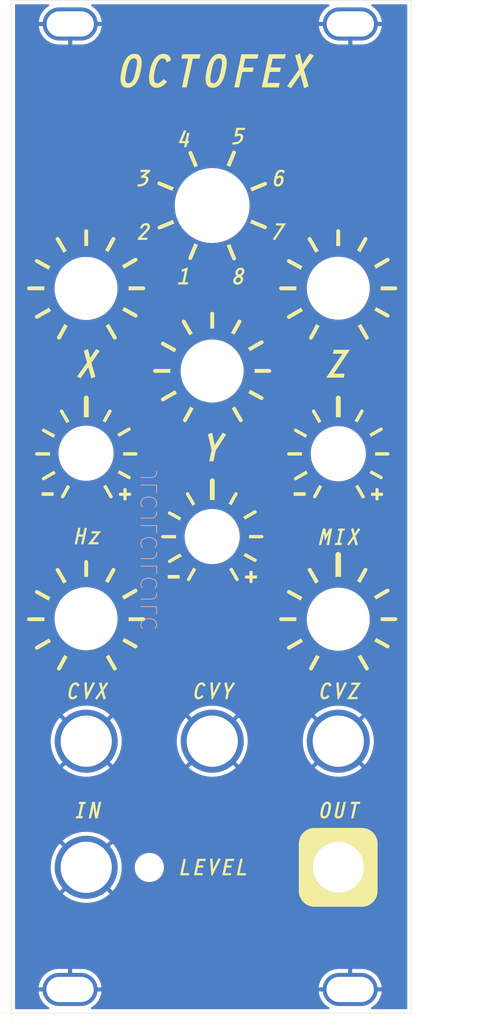
<source format=kicad_pcb>
(kicad_pcb (version 20241229) (generator "pcbnew") (generator_version "9.0")
  (layers (0 "F.Cu" signal) (2 "B.Cu" signal) (13 "F.Paste" user) (15 "B.Paste" user) (5 "F.SilkS" user "F.Silkscreen") (7 "B.SilkS" user "B.Silkscreen") (1 "F.Mask" user) (3 "B.Mask" user) (25 "Edge.Cuts" user))
  (net 0 "")
  (net 1 "GND")
  (footprint "" (layer "F.Cu") (at 150.203956 165.244752)
    (property "Reference" "" (at 0 0 0) (layer "F.SilkS") (effects (font (size 1.27 1.27))))
    (property "Value" "" (at 0 0 0) (layer "F.SilkS") (effects (font (size 1.27 1.27))))
    (pad "" thru_hole oval (at 2.54 0) (size 7 4.2) (drill oval 6 3.2) (layers "*.Cu" "*.Mask") (net 1 "GND"))
  )
  (footprint "" (layer "F.Cu") (at 119.313956 97.059752)
    (property "Reference" "" (hide yes))
    (property "Value" "" (hide yes))
    (pad "" np_thru_hole circle (at -0.1 0.145) (size 6.5 6.5) (drill 6.5) (layers "*.Cu" "*.Mask"))
  )
  (footprint "" (layer "F.Cu") (at 120.193956 133.744752)
    (property "Reference" "" (at 0 0 0) (layer "F.SilkS") (effects (font (size 1.27 1.27))))
    (property "Value" "" (at 0 0 0) (layer "F.SilkS") (effects (font (size 1.27 1.27))))
    (pad "" thru_hole circle (at -0.96 0) (size 8 8) (drill 6.5) (layers "*.Cu" "*.Mask") (net 1 "GND"))
  )
  (footprint "" (layer "F.Cu") (at 119.313956 76.059752)
    (property "Reference" "" (hide yes))
    (property "Value" "" (hide yes))
    (pad "" np_thru_hole circle (at -0.1 0.235) (size 7.5 7.5) (drill 7.5) (layers "*.Cu" "*.Mask"))
  )
  (footprint "" (layer "F.Cu") (at 135.323956 86.629752)
    (property "Reference" "" (hide yes))
    (property "Value" "" (hide yes))
    (pad "" np_thru_hole circle (at -0.1 0.145) (size 7.5 7.5) (drill 7.5) (layers "*.Cu" "*.Mask"))
  )
  (footprint "" (layer "F.Cu") (at 136.193956 133.744752)
    (property "Reference" "" (at 0 0 0) (layer "F.SilkS") (effects (font (size 1.27 1.27))))
    (property "Value" "" (at 0 0 0) (layer "F.SilkS") (effects (font (size 1.27 1.27))))
    (pad "" thru_hole circle (at -0.96 0) (size 8 8) (drill 6.5) (layers "*.Cu" "*.Mask") (net 1 "GND"))
  )
  (footprint "" (layer "F.Cu") (at 152.193956 149.744752)
    (property "Reference" "" (at 0 0 0) (layer "F.SilkS") (effects (font (size 1.27 1.27))))
    (property "Value" "" (at 0 0 0) (layer "F.SilkS") (effects (font (size 1.27 1.27))))
    (pad "" thru_hole circle (at -0.96 0) (size 8 8) (drill 6.5) (layers "*.Cu" "*.Mask") (net 1 "GND"))
  )
  (footprint "" (layer "F.Cu") (at 120.193956 149.744752)
    (property "Reference" "" (at 0 0 0) (layer "F.SilkS") (effects (font (size 1.27 1.27))))
    (property "Value" "" (at 0 0 0) (layer "F.SilkS") (effects (font (size 1.27 1.27))))
    (pad "" thru_hole circle (at -0.96 0) (size 8 8) (drill 6.5) (layers "*.Cu" "*.Mask") (net 1 "GND"))
  )
  (footprint "" (layer "F.Cu") (at 127.343956 149.619752)
    (property "Reference" "" (at 0 0 0) (layer "F.SilkS") (effects (font (size 1.27 1.27))))
    (property "Value" "" (at 0 0 0) (layer "F.SilkS") (effects (font (size 1.27 1.27))))
    (pad "" np_thru_hole circle (at -0.1 0.145) (size 3.2 3.2) (drill 3.2) (layers "*.Cu" "*.Mask"))
  )
  (footprint "" (layer "F.Cu") (at 119.743956 42.734752)
    (property "Reference" "" (at 0 0 0) (layer "F.SilkS") (effects (font (size 1.27 1.27))))
    (property "Value" "" (at 0 0 0) (layer "F.SilkS") (effects (font (size 1.27 1.27))))
    (pad "" thru_hole oval (at -2.54 0) (size 7 4.2) (drill oval 6 3.2) (layers "*.Cu" "*.Mask") (net 1 "GND"))
  )
  (footprint "" (layer "F.Cu") (at 151.333956 76.119752)
    (property "Reference" "" (hide yes))
    (property "Value" "" (hide yes))
    (pad "" np_thru_hole circle (at -0.1 0.145) (size 7.5 7.5) (drill 7.5) (layers "*.Cu" "*.Mask"))
  )
  (footprint "" (layer "F.Cu") (at 151.333956 118.119752)
    (property "Reference" "" (hide yes))
    (property "Value" "" (hide yes))
    (pad "" np_thru_hole circle (at -0.1 0.145) (size 7.5 7.5) (drill 7.5) (layers "*.Cu" "*.Mask"))
  )
  (footprint "" (layer "F.Cu") (at 151.333956 97.119752)
    (property "Reference" "" (hide yes))
    (property "Value" "" (hide yes))
    (pad "" np_thru_hole circle (at -0.1 0.145) (size 6.5 6.5) (drill 6.5) (layers "*.Cu" "*.Mask"))
  )
  (footprint "" (layer "F.Cu") (at 135.323956 65.629752)
    (property "Reference" "" (hide yes))
    (property "Value" "" (hide yes))
    (pad "" np_thru_hole circle (at -0.1 0.145) (size 9 9) (drill 9) (layers "*.Cu" "*.Mask"))
  )
  (footprint "" (layer "F.Cu") (at 150.223956 42.734752)
    (property "Reference" "" (at 0 0 0) (layer "F.SilkS") (effects (font (size 1.27 1.27))))
    (property "Value" "" (at 0 0 0) (layer "F.SilkS") (effects (font (size 1.27 1.27))))
    (pad "" thru_hole oval (at 2.54 0) (size 7 4.2) (drill oval 6 3.2) (layers "*.Cu" "*.Mask") (net 1 "GND"))
  )
  (footprint "" (layer "F.Cu") (at 119.723956 165.244752)
    (property "Reference" "" (at 0 0 0) (layer "F.SilkS") (effects (font (size 1.27 1.27))))
    (property "Value" "" (at 0 0 0) (layer "F.SilkS") (effects (font (size 1.27 1.27))))
    (pad "" thru_hole oval (at -2.54 0) (size 7 4.2) (drill oval 6 3.2) (layers "*.Cu" "*.Mask") (net 1 "GND"))
  )
  (footprint "" (layer "F.Cu") (at 135.323956 107.629752)
    (property "Reference" "" (hide yes))
    (property "Value" "" (hide yes))
    (pad "" np_thru_hole circle (at -0.1 0.145) (size 6.5 6.5) (drill 6.5) (layers "*.Cu" "*.Mask"))
  )
  (footprint "" (layer "F.Cu") (at 152.193956 133.744752)
    (property "Reference" "" (at 0 0 0) (layer "F.SilkS") (effects (font (size 1.27 1.27))))
    (property "Value" "" (at 0 0 0) (layer "F.SilkS") (effects (font (size 1.27 1.27))))
    (pad "" thru_hole circle (at -0.96 0) (size 8 8) (drill 6.5) (layers "*.Cu" "*.Mask") (net 1 "GND"))
  )
  (footprint "" (layer "F.Cu") (at 119.313956 118.059752)
    (property "Reference" "" (hide yes))
    (property "Value" "" (hide yes))
    (pad "" np_thru_hole circle (at -0.1 0.145) (size 7.5 7.5) (drill 7.5) (layers "*.Cu" "*.Mask"))
  )
  (gr_poly (pts (xy 119.383041 127.635416) (xy 120.053863 126.264156) (xy 120.350115 126.327637) (xy 119.279002 128.448363) (xy 119.153799 128.448363) (xy 118.988029 126.322369) (xy 119.300522 126.261329)) (fill yes) (layer "F.SilkS"))
  (gr_poly (pts (xy 153.979421 141.713723) (xy 153.557245 141.713723) (xy 153.170358 143.533275) (xy 152.867394 143.533275) (xy 153.253935 141.713723) (xy 152.821894 141.713723) (xy 152.882914 141.434048) (xy 154.040095 141.434048)) (fill yes) (layer "F.SilkS"))
  (gr_poly (pts (xy 128.531697 62.725973) (xy 128.543824 62.726784) (xy 128.555963 62.728205) (xy 128.568093 62.730244) (xy 128.580194 62.732909) (xy 128.592245 62.73621) (xy 128.604225 62.740154) (xy 128.616114 62.744751) (xy 128.812212 62.825877) (xy 130.347472 63.46142) (xy 130.347116 63.46142) (xy 130.360164 63.466719) (xy 130.348877 63.490803) (xy 130.337317 63.51471) (xy 130.313875 63.562339) (xy 130.302239 63.586235) (xy 130.290826 63.6103) (xy 130.27976 63.634622) (xy 130.269163 63.659287) (xy 130.255846 63.692368) (xy 130.243288 63.725477) (xy 130.231325 63.758611) (xy 130.219791 63.791765) (xy 130.174644 63.92451) (xy 130.155951 63.91675) (xy 130.155951 63.917106) (xy 129.060146 63.462844) (xy 128.427064 63.200448) (xy 128.423094 63.19873) (xy 128.419246 63.196891) (xy 128.415512 63.194942) (xy 128.41188 63.192892) (xy 128.408341 63.190754) (xy 128.404886 63.188537) (xy 128.401505 63.186253) (xy 128.398187 63.183913) (xy 128.391703 63.179106) (xy 128.385355 63.174203) (xy 128.379066 63.169291) (xy 128.372757 63.164457) (xy 128.366345 63.159436) (xy 128.360075 63.154289) (xy 128.353956 63.149012) (xy 128.348 63.143602) (xy 128.342215 63.138059) (xy 128.336611 63.132378) (xy 128.331198 63.126557) (xy 128.325986 63.120595) (xy 128.320985 63.114487) (xy 128.316205 63.108232) (xy 128.311655 63.101827) (xy 128.307346 63.09527) (xy 128.303286 63.088558) (xy 128.299487 63.081688) (xy 128.295958 63.074658) (xy 128.292709 63.067465) (xy 128.28847 63.056446) (xy 128.284752 63.045224) (xy 128.281564 63.03382) (xy 128.278915 63.022255) (xy 128.276813 63.010549) (xy 128.275268 62.998723) (xy 128.274288 62.986799) (xy 128.273881 62.974795) (xy 128.274058 62.962734) (xy 128.274826 62.950636) (xy 128.276195 62.938521) (xy 128.278173 62.926411) (xy 128.280768 62.914325) (xy 128.283991 62.902286) (xy 128.28785 62.890312) (xy 128.292353 62.878426) (xy 128.297516 62.866815) (xy 128.303204 62.855597) (xy 128.309397 62.844781) (xy 128.316074 62.834375) (xy 128.323213 62.824389) (xy 128.330796 62.81483) (xy 128.338801 62.805707) (xy 128.347208 62.797029) (xy 128.355996 62.788805) (xy 128.365145 62.781043) (xy 128.374634 62.773753) (xy 128.384442 62.766941) (xy 128.39455 62.760618) (xy 128.404936 62.754792) (xy 128.41558 62.749471) (xy 128.426462 62.744665) (xy 128.43756 62.740381) (xy 128.448855 62.736629) (xy 128.460326 62.733417) (xy 128.471953 62.730754) (xy 128.483714 62.728648) (xy 128.49559 62.727109) (xy 128.507559 62.726144) (xy 128.519601 62.725763)) (fill yes) (layer "F.SilkS"))
  (gr_poly (pts (xy 142.013368 68.292935) (xy 142.025073 68.298128) (xy 142.036377 68.303841) (xy 142.047272 68.310052) (xy 142.05775 68.316742) (xy 142.067801 68.323889) (xy 142.077418 68.331474) (xy 142.086593 68.339476) (xy 142.095316 68.347875) (xy 142.103581 68.356651) (xy 142.111378 68.365783) (xy 142.118699 68.375251) (xy 142.125536 68.385034) (xy 142.13188 68.395113) (xy 142.137723 68.405466) (xy 142.143057 68.416074) (xy 142.147874 68.426917) (xy 142.152165 68.437973) (xy 142.155921 68.449223) (xy 142.159135 68.460645) (xy 142.161798 68.472221) (xy 142.163902 68.483929) (xy 142.165438 68.49575) (xy 142.166399 68.507662) (xy 142.166775 68.519646) (xy 142.166559 68.531681) (xy 142.165742 68.543746) (xy 142.164315 68.555822) (xy 142.162272 68.567889) (xy 142.159602 68.579925) (xy 142.156298 68.59191) (xy 142.152352 68.603825) (xy 142.147754 68.615649) (xy 142.142562 68.627321) (xy 142.13685 68.638593) (xy 142.130639 68.649455) (xy 142.12395 68.6599) (xy 142.116802 68.669919) (xy 142.109217 68.679504) (xy 142.101213 68.688647) (xy 142.092813 68.69734) (xy 142.084035 68.705573) (xy 142.0749 68.71334) (xy 142.065429 68.720631) (xy 142.055641 68.727439) (xy 142.045558 68.733755) (xy 142.035198 68.73957) (xy 142.024583 68.744878) (xy 142.013733 68.749669) (xy 142.002668 68.753935) (xy 141.991408 68.757668) (xy 141.979974 68.760859) (xy 141.968386 68.763501) (xy 141.956665 68.765585) (xy 141.944829 68.767102) (xy 141.932901 68.768046) (xy 141.920899 68.768406) (xy 141.908845 68.768176) (xy 141.896758 68.767346) (xy 141.88466 68.765909) (xy 141.872569 68.763857) (xy 141.860507 68.76118) (xy 141.848494 68.757871) (xy 141.83655 68.753921) (xy 141.824695 68.749323) (xy 140.030557 68.006914) (xy 140.042683 67.981006) (xy 140.055156 67.95532) (xy 140.080548 67.904187) (xy 140.093169 67.878526) (xy 140.105543 67.852658) (xy 140.11752 67.826476) (xy 140.128952 67.799874) (xy 140.141481 67.768851) (xy 140.153261 67.737693) (xy 140.164471 67.706436) (xy 140.175287 67.675111) (xy 140.196454 67.612395) (xy 140.218183 67.549814)) (fill yes) (layer "F.SilkS"))
  (gr_poly (pts (xy 145.918093 118.038715) (xy 145.916394 118.06725) (xy 145.912527 118.124305) (xy 145.910706 118.152849) (xy 145.90919 118.181421) (xy 145.908154 118.210033) (xy 145.90777 118.238697) (xy 145.9082 118.272437) (xy 145.909362 118.305951) (xy 145.913103 118.372468) (xy 145.917436 118.438581) (xy 145.91934 118.47159) (xy 145.920808 118.504622) (xy 143.977487 118.504622) (xy 143.964769 118.504301) (xy 143.952217 118.503349) (xy 143.939848 118.501781) (xy 143.927676 118.499612) (xy 143.915717 118.496857) (xy 143.903987 118.493533) (xy 143.892501 118.489654) (xy 143.881275 118.485236) (xy 143.870324 118.480294) (xy 143.859664 118.474844) (xy 143.849311 118.4689) (xy 143.839279 118.462479) (xy 143.829586 118.455595) (xy 143.820245 118.448264) (xy 143.811274 118.440502) (xy 143.802686 118.432324) (xy 143.794499 118.423744) (xy 143.786727 118.414779) (xy 143.779386 118.405444) (xy 143.772491 118.395753) (xy 143.766059 118.385724) (xy 143.760104 118.37537) (xy 143.754643 118.364708) (xy 143.749691 118.353752) (xy 143.745262 118.342518) (xy 143.741374 118.331022) (xy 143.738041 118.319279) (xy 143.73528 118.307303) (xy 143.733104 118.295111) (xy 143.731532 118.282718) (xy 143.730576 118.270139) (xy 143.730255 118.25739) (xy 143.730576 118.24464) (xy 143.731532 118.232061) (xy 143.733104 118.219668) (xy 143.73528 118.207476) (xy 143.738041 118.195501) (xy 143.741374 118.183757) (xy 143.745262 118.172261) (xy 143.749691 118.161027) (xy 143.754643 118.150071) (xy 143.760104 118.139409) (xy 143.766059 118.129055) (xy 143.772491 118.119026) (xy 143.779386 118.109336) (xy 143.786727 118.1) (xy 143.794499 118.091035) (xy 143.802686 118.082456) (xy 143.811274 118.074277) (xy 143.820245 118.066515) (xy 143.829586 118.059184) (xy 143.839279 118.0523) (xy 143.849311 118.045879) (xy 143.859664 118.039936) (xy 143.870324 118.034485) (xy 143.881275 118.029543) (xy 143.892501 118.025125) (xy 143.903987 118.021246) (xy 143.915717 118.017922) (xy 143.927676 118.015168) (xy 143.939848 118.012999) (xy 143.952217 118.01143) (xy 143.964769 118.010478) (xy 143.977487 118.010157) (xy 145.919404 118.010157)) (fill yes) (layer "F.SilkS"))
  (gr_poly (pts (xy 112.986106 114.558929) (xy 112.998092 114.559861) (xy 113.010066 114.561384) (xy 113.022007 114.563503) (xy 113.033894 114.566224) (xy 113.045705 114.569556) (xy 113.057419 114.573502) (xy 113.069015 114.57807) (xy 113.080471 114.583267) (xy 113.091767 114.589097) (xy 114.693326 115.474699) (xy 114.661851 115.52764) (xy 114.630916 115.580919) (xy 114.600535 115.634545) (xy 114.570721 115.688526) (xy 114.541485 115.74287) (xy 114.512842 115.797585) (xy 114.484804 115.852681) (xy 114.457383 115.908164) (xy 112.852641 115.02185) (xy 112.841688 115.015453) (xy 112.831183 115.00858) (xy 112.821133 115.00125) (xy 112.811545 114.993487) (xy 112.802424 114.985311) (xy 112.793777 114.976743) (xy 112.78561 114.967804) (xy 112.77793 114.958517) (xy 112.770742 114.948901) (xy 112.764054 114.938979) (xy 112.757871 114.928771) (xy 112.7522 114.918299) (xy 112.747048 114.907583) (xy 112.742419 114.896646) (xy 112.738322 114.885509) (xy 112.734762 114.874192) (xy 112.731745 114.862718) (xy 112.729278 114.851106) (xy 112.727367 114.839379) (xy 112.726019 114.827557) (xy 112.725239 114.815663) (xy 112.725035 114.803717) (xy 112.725412 114.79174) (xy 112.726377 114.779754) (xy 112.727936 114.76778) (xy 112.730095 114.755838) (xy 112.732861 114.743952) (xy 112.736241 114.732141) (xy 112.740239 114.720427) (xy 112.744864 114.708831) (xy 112.750121 114.697374) (xy 112.756016 114.686078) (xy 112.762411 114.675156) (xy 112.769283 114.66468) (xy 112.77661 114.654657) (xy 112.784372 114.645093) (xy 112.792547 114.635994) (xy 112.801114 114.627367) (xy 112.810051 114.619218) (xy 112.819337 114.611553) (xy 112.828952 114.604379) (xy 112.838874 114.597701) (xy 112.849081 114.591526) (xy 112.859552 114.58586) (xy 112.870266 114.58071) (xy 112.881203 114.576081) (xy 112.89234 114.571981) (xy 112.903656 114.568414) (xy 112.91513 114.565388) (xy 112.926741 114.562908) (xy 112.938468 114.560982) (xy 112.950289 114.559614) (xy 112.962183 114.558812) (xy 112.974129 114.558582)) (fill yes) (layer "F.SilkS"))
  (gr_poly (pts (xy 133.924816 126.283242) (xy 133.945585 126.284298) (xy 133.965936 126.286058) (xy 133.985869 126.288521) (xy 134.005383 126.291686) (xy 134.024477 126.295553) (xy 134.043149 126.300121) (xy 134.061399 126.30539) (xy 134.079226 126.311359) (xy 134.096629 126.318027) (xy 134.113607 126.325394) (xy 134.130159 126.33346) (xy 134.146283 126.342223) (xy 134.16198 126.351683) (xy 134.177248 126.36184) (xy 134.192086 126.372693) (xy 134.206493 126.384241) (xy 134.220468 126.396484) (xy 134.23401 126.409421) (xy 134.247119 126.423051) (xy 134.259793 126.437375) (xy 134.272031 126.452391) (xy 134.283833 126.468099) (xy 134.295197 126.484498) (xy 134.306122 126.501588) (xy 134.316608 126.519368) (xy 134.336258 126.556996) (xy 134.354137 126.597377) (xy 134.37024 126.640507) (xy 134.383989 126.680719) (xy 134.101844 126.83097) (xy 134.083507 126.773469) (xy 134.075216 126.748947) (xy 134.066207 126.726034) (xy 134.056475 126.704726) (xy 134.046013 126.68502) (xy 134.040507 126.675766) (xy 134.034816 126.66691) (xy 134.028939 126.658454) (xy 134.022876 126.650395) (xy 134.016626 126.642734) (xy 134.010188 126.63547) (xy 134.003562 126.628603) (xy 133.996746 126.622132) (xy 133.98974 126.616057) (xy 133.982543 126.610377) (xy 133.975154 126.605091) (xy 133.967574 126.6002) (xy 133.959799 126.595703) (xy 133.951831 126.5916) (xy 133.943669 126.587889) (xy 133.93531 126.584571) (xy 133.926756 126.581645) (xy 133.918004 126.579111) (xy 133.909055 126.576968) (xy 133.899907 126.575215) (xy 133.890559 126.573853) (xy 133.881012 126.572881) (xy 133.871263 126.572298) (xy 133.861313 126.572103) (xy 133.818853 126.575255) (xy 133.798118 126.579192) (xy 133.777714 126.584703) (xy 133.737902 126.600436) (xy 133.699423 126.622443) (xy 133.662283 126.650715) (xy 133.626489 126.685238) (xy 133.592047 126.726004) (xy 133.558962 126.773001) (xy 133.527242 126.826218) (xy 133.496892 126.885645) (xy 133.467918 126.95127) (xy 133.440328 127.023082) (xy 133.414126 127.101072) (xy 133.389319 127.185227) (xy 133.365913 127.275538) (xy 133.343915 127.371993) (xy 133.33046 127.439337) (xy 133.31893 127.503689) (xy 133.309321 127.565038) (xy 133.301633 127.623376) (xy 133.295862 127.678692) (xy 133.292008 127.730979) (xy 133.290067 127.780225) (xy 133.290037 127.826423) (xy 133.291918 127.869563) (xy 133.295705 127.909635) (xy 133.301398 127.946631) (xy 133.308994 127.98054) (xy 133.318491 128.011355) (xy 133.323952 128.025598) (xy 133.329887 128.039064) (xy 133.336296 128.051752) (xy 133.34318 128.06366) (xy 133.350537 128.074787) (xy 133.358367 128.085132) (xy 133.364939 128.092749) (xy 133.37183 128.099871) (xy 133.379045 128.106499) (xy 133.386587 128.112634) (xy 133.394462 128.118275) (xy 133.402674 128.123424) (xy 133.411228 128.12808) (xy 133.420129 128.132245) (xy 133.429381 128.135918) (xy 133.43899 128.1391) (xy 133.448959 128.141791) (xy 133.459293 128.143992) (xy 133.469997 128.145703) (xy 133.481076 128.146925) (xy 133.492535 128.147657) (xy 133.504377 128.147901) (xy 133.525946 128.146887) (xy 133.548018 128.143873) (xy 133.57053 128.138899) (xy 133.593415 128.132008) (xy 133.616608 128.12324) (xy 133.640044 128.112637) (xy 133.663656 128.10024) (xy 133.687379 128.086091) (xy 133.711147 128.07023) (xy 133.734896 128.0527) (xy 133.758559 128.033541) (xy 133.78207 128.012795) (xy 133.805365 127.990503) (xy 133.828378 127.966706) (xy 133.851042 127.941446) (xy 133.873294 127.914765) (xy 133.904678 127.875976) (xy 134.123699 128.05267) (xy 134.091602 128.091458) (xy 134.056771 128.132009) (xy 134.02109 128.170187) (xy 133.98462 128.205959) (xy 133.94742 128.23929) (xy 133.909551 128.270149) (xy 133.871072 128.2985) (xy 133.832043 128.32431) (xy 133.792525 128.347546) (xy 133.752576 128.368174) (xy 133.712258 128.38616) (xy 133.67163 128.401472) (xy 133.630751 128.414075) (xy 133.589682 128.423936) (xy 133.548484 128.431021) (xy 133.507214 128.435296) (xy 133.465935 128.436729) (xy 133.437244 128.436122) (xy 133.409368 128.434303) (xy 133.382313 128.431274) (xy 133.356084 128.427039) (xy 133.330685 128.421598) (xy 133.306122 128.414956) (xy 133.2824 128.407114) (xy 133.259525 128.398075) (xy 133.237501 128.387842) (xy 133.216334 128.376417) (xy 133.196028 128.363803) (xy 133.176589 128.350002) (xy 133.158022 128.335016) (xy 133.140333 128.318849) (xy 133.123525 128.301502) (xy 133.107606 128.282979) (xy 133.082459 128.248555) (xy 133.06006 128.210896) (xy 133.040409 128.170014) (xy 133.023508 128.125922) (xy 133.00936 128.078633) (xy 132.997967 128.028161) (xy 132.989331 127.974518) (xy 132.983454 127.917717) (xy 132.980338 127.85777) (xy 132.979985 127.794691) (xy 132.982398 127.728493) (xy 132.987577 127.659189) (xy 132.995526 127.586791) (xy 133.006246 127.511312) (xy 133.01974 127.432766) (xy 133.036009 127.351165) (xy 133.065087 127.225658) (xy 133.097909 127.107511) (xy 133.115698 127.051229) (xy 133.134391 126.996824) (xy 133.153979 126.94431) (xy 133.17445 126.893699) (xy 133.195794 126.845004) (xy 133.218 126.798238) (xy 133.241059 126.753412) (xy 133.26496 126.71054) (xy 133.289692 126.669635) (xy 133.315245 126.630709) (xy 133.341608 126.593774) (xy 133.368771 126.558844) (xy 133.396723 126.525931) (xy 133.425455 126.495048) (xy 133.454955 126.466207) (xy 133.485213 126.439421) (xy 133.516219 126.414702) (xy 133.547962 126.392064) (xy 133.580431 126.37152) (xy 133.613617 126.35308) (xy 133.647508 126.336759) (xy 133.682095 126.322569) (xy 133.717366 126.310523) (xy 133.753312 126.300633) (xy 133.789922 126.292912) (xy 133.827186 126.287373) (xy 133.865092 126.284027) (xy 133.903631 126.282889)) (fill yes) (layer "F.SilkS"))
  (gr_poly (pts (xy 155.065697 82.419916) (xy 155.071733 82.431149) (xy 155.077143 82.442552) (xy 155.081934 82.454102) (xy 155.08611 82.465779) (xy 155.089676 82.477561) (xy 155.092639 82.489428) (xy 155.095003 82.501358) (xy 155.096774 82.51333) (xy 155.097957 82.525322) (xy 155.098557 82.537314) (xy 155.09858 82.549284) (xy 155.09803 82.561212) (xy 155.096914 82.573076) (xy 155.095236 82.584854) (xy 155.093002 82.596526) (xy 155.090217 82.608071) (xy 155.086886 82.619466) (xy 155.083016 82.630692) (xy 155.07861 82.641727) (xy 155.073674 82.652549) (xy 155.068214 82.663138) (xy 155.062235 82.673473) (xy 155.055743 82.683531) (xy 155.048741 82.693292) (xy 155.041237 82.702736) (xy 155.033235 82.71184) (xy 155.02474 82.720583) (xy 155.015757 82.728944) (xy 155.006293 82.736903) (xy 154.996353 82.744437) (xy 154.98594 82.751526) (xy 154.975062 82.758149) (xy 154.967745 82.762121) (xy 154.960343 82.765836) (xy 154.952863 82.769296) (xy 154.945311 82.7725) (xy 154.937696 82.775447) (xy 154.930022 82.778139) (xy 154.922298 82.780574) (xy 154.914531 82.782753) (xy 154.906725 82.784675) (xy 154.89889 82.786342) (xy 154.891031 82.787752) (xy 154.883155 82.788906) (xy 154.875269 82.789803) (xy 154.86738 82.790444) (xy 154.859494 82.790829) (xy 154.851619 82.790957) (xy 154.835597 82.790451) (xy 154.819698 82.788937) (xy 154.803971 82.786428) (xy 154.788465 82.782933) (xy 154.77323 82.778462) (xy 154.758314 82.773026) (xy 154.750991 82.76995) (xy 154.743767 82.766636) (xy 154.736647 82.763086) (xy 154.729638 82.759301) (xy 154.722745 82.755282) (xy 154.715975 82.751032) (xy 154.709335 82.74655) (xy 154.702829 82.741839) (xy 154.696465 82.736899) (xy 154.690248 82.731732) (xy 154.684185 82.72634) (xy 154.678282 82.720722) (xy 154.672544 82.714882) (xy 154.666978 82.70882) (xy 154.661591 82.702537) (xy 154.656388 82.696035) (xy 154.651375 82.689315) (xy 154.646559 82.682379) (xy 154.641945 82.675226) (xy 154.637541 82.66786) (xy 153.690573 81.031713) (xy 153.745729 81.003131) (xy 153.800394 80.973972) (xy 153.854605 80.944226) (xy 153.908399 80.913879) (xy 153.961814 80.882919) (xy 154.014886 80.851336) (xy 154.067654 80.819117) (xy 154.120153 80.78625)) (fill yes) (layer "F.SilkS"))
  (gr_poly (pts (xy 145.915863 76.063702) (xy 145.914077 76.092164) (xy 145.910104 76.149051) (xy 145.908256 76.177549) (xy 145.906726 76.206132) (xy 145.905684 76.234837) (xy 145.905299 76.2637) (xy 145.905716 76.297305) (xy 145.906848 76.330698) (xy 145.908518 76.363934) (xy 145.910548 76.397066) (xy 145.914974 76.463232) (xy 145.917014 76.496373) (xy 145.918703 76.529624) (xy 143.975382 76.529624) (xy 143.962632 76.529303) (xy 143.950053 76.528351) (xy 143.93766 76.526783) (xy 143.925468 76.524614) (xy 143.913493 76.52186) (xy 143.901749 76.518535) (xy 143.890253 76.514657) (xy 143.879019 76.510239) (xy 143.868063 76.505297) (xy 143.857401 76.499847) (xy 143.847047 76.493903) (xy 143.837018 76.487482) (xy 143.827328 76.480599) (xy 143.817992 76.473269) (xy 143.809027 76.465507) (xy 143.800448 76.457328) (xy 143.792269 76.448749) (xy 143.784507 76.439785) (xy 143.777176 76.43045) (xy 143.770292 76.420761) (xy 143.763871 76.410732) (xy 143.757928 76.400379) (xy 143.752477 76.389718) (xy 143.747535 76.378763) (xy 143.743117 76.367531) (xy 143.739238 76.356035) (xy 143.735914 76.344293) (xy 143.73316 76.332319) (xy 143.730991 76.320129) (xy 143.729422 76.307737) (xy 143.72847 76.29516) (xy 143.728149 76.282412) (xy 143.72847 76.269663) (xy 143.729422 76.257084) (xy 143.730991 76.244691) (xy 143.73316 76.232499) (xy 143.735914 76.220523) (xy 143.739238 76.20878) (xy 143.743117 76.197284) (xy 143.747535 76.18605) (xy 143.752477 76.175094) (xy 143.757928 76.164432) (xy 143.763871 76.154078) (xy 143.770292 76.144049) (xy 143.777176 76.134358) (xy 143.784507 76.125023) (xy 143.792269 76.116058) (xy 143.800448 76.107478) (xy 143.809027 76.0993) (xy 143.817992 76.091538) (xy 143.827328 76.084207) (xy 143.837018 76.077323) (xy 143.847047 76.070902) (xy 143.857401 76.064958) (xy 143.868063 76.059508) (xy 143.879019 76.054566) (xy 143.890253 76.050148) (xy 143.901749 76.046269) (xy 143.913493 76.042945) (xy 143.925468 76.04019) (xy 143.93766 76.038021) (xy 143.950053 76.036453) (xy 143.962632 76.035501) (xy 143.975382 76.03518) (xy 145.917289 76.03518)) (fill yes) (layer "F.SilkS"))
  (gr_poly (pts (xy 131.175808 109.956211) (xy 131.201367 110.003465) (xy 131.227529 110.050321) (xy 131.254265 110.096797) (xy 131.281547 110.142909) (xy 131.309346 110.188673) (xy 131.337634 110.234105) (xy 131.366383 110.279221) (xy 129.919296 111.116862) (xy 129.912978 111.120449) (xy 129.90659 111.123796) (xy 129.900137 111.126906) (xy 129.893624 111.129779) (xy 129.887054 111.132415) (xy 129.880433 111.134817) (xy 129.873766 111.136985) (xy 129.867056 111.13892) (xy 129.86031 111.140624) (xy 129.85353 111.142097) (xy 129.846723 111.14334) (xy 129.839892 111.144355) (xy 129.833043 111.145142) (xy 129.82618 111.145703) (xy 129.819307 111.146039) (xy 129.81243 111.146151) (xy 129.805495 111.146037) (xy 129.79858 111.145695) (xy 129.79169 111.145127) (xy 129.78483 111.144335) (xy 129.778007 111.143321) (xy 129.771225 111.142087) (xy 129.757805 111.138964) (xy 129.744615 111.134982) (xy 129.731697 111.130154) (xy 129.719094 111.124496) (xy 129.712924 111.121359) (xy 129.706849 111.118021) (xy 129.700874 111.114482) (xy 129.695004 111.110744) (xy 129.689246 111.10681) (xy 129.683604 111.10268) (xy 129.678083 111.098358) (xy 129.672689 111.093844) (xy 129.667428 111.08914) (xy 129.662305 111.084248) (xy 129.657325 111.079171) (xy 129.652493 111.073909) (xy 129.647815 111.068465) (xy 129.643296 111.062841) (xy 129.638941 111.057037) (xy 129.634757 111.051057) (xy 129.630748 111.044902) (xy 129.626919 111.038573) (xy 129.621638 111.028902) (xy 129.616907 111.01908) (xy 129.612719 111.009126) (xy 129.609071 110.999057) (xy 129.605956 110.988894) (xy 129.60337 110.978653) (xy 129.601307 110.968354) (xy 129.599764 110.958015) (xy 129.598734 110.947654) (xy 129.598212 110.93729) (xy 129.598194 110.926942) (xy 129.598675 110.916627) (xy 129.599649 110.906364) (xy 129.601112 110.896173) (xy 129.603058 110.88607) (xy 129.605482 110.876075) (xy 129.608379 110.866205) (xy 129.611745 110.856481) (xy 129.615574 110.846919) (xy 129.619861 110.837539) (xy 129.624602 110.828358) (xy 129.62979 110.819396) (xy 129.635421 110.81067) (xy 129.641491 110.8022) (xy 129.647993 110.794003) (xy 129.654923 110.786099) (xy 129.662276 110.778505) (xy 129.670047 110.77124) (xy 129.678231 110.764323) (xy 129.686822 110.757771) (xy 129.695816 110.751604) (xy 129.705207 110.74584) (xy 131.150881 109.908546)) (fill yes) (layer "F.SilkS"))
  (gr_poly (pts (xy 116.501228 122.827117) (xy 116.554202 122.858881) (xy 116.607581 122.890032) (xy 116.661369 122.920563) (xy 116.715571 122.950466) (xy 116.770189 122.979733) (xy 116.82523 123.008355) (xy 116.880696 123.036326) (xy 115.989806 124.648126) (xy 115.98077 124.662915) (xy 115.970893 124.676855) (xy 115.960226 124.689932) (xy 115.948819 124.70213) (xy 115.936725 124.713436) (xy 115.923994 124.723834) (xy 115.910677 124.733311) (xy 115.896825 124.741852) (xy 115.88249 124.749442) (xy 115.867723 124.756068) (xy 115.852574 124.761713) (xy 115.837095 124.766365) (xy 115.821337 124.770008) (xy 115.805352 124.772628) (xy 115.789189 124.774211) (xy 115.7729 124.774742) (xy 115.76541 124.774634) (xy 115.757885 124.774306) (xy 115.750335 124.773754) (xy 115.742767 124.772973) (xy 115.735188 124.771958) (xy 115.727606 124.770706) (xy 115.720029 124.76921) (xy 115.712465 124.767468) (xy 115.704922 124.765473) (xy 115.697407 124.763222) (xy 115.689927 124.76071) (xy 115.682492 124.757932) (xy 115.675108 124.754883) (xy 115.667783 124.75156) (xy 115.660525 124.747957) (xy 115.653342 124.744069) (xy 115.642422 124.737704) (xy 115.631951 124.730859) (xy 115.621934 124.723555) (xy 115.612377 124.715813) (xy 115.603288 124.707655) (xy 115.594671 124.699102) (xy 115.586533 124.690177) (xy 115.57888 124.680901) (xy 115.571719 124.671295) (xy 115.565055 124.661381) (xy 115.558894 124.651181) (xy 115.553243 124.640716) (xy 115.548108 124.630007) (xy 115.543495 124.619077) (xy 115.53941 124.607947) (xy 115.53586 124.596637) (xy 115.532849 124.585171) (xy 115.530386 124.57357) (xy 115.528475 124.561854) (xy 115.527122 124.550047) (xy 115.526335 124.538168) (xy 115.526119 124.526241) (xy 115.52648 124.514286) (xy 115.527424 124.502325) (xy 115.528958 124.490379) (xy 115.531088 124.478471) (xy 115.533819 124.466621) (xy 115.537158 124.454852) (xy 115.541111 124.443184) (xy 115.545685 124.43164) (xy 115.550885 124.420241) (xy 115.556717 124.409009) (xy 116.448655 122.794748)) (fill yes) (layer "F.SilkS"))
  (gr_poly (pts (xy 151.375173 127.635782) (xy 152.045985 126.264156) (xy 152.341891 126.327637) (xy 152.312968 126.385484) (xy 151.270768 128.448363) (xy 151.145921 128.448363) (xy 151.142036 128.402537) (xy 150.980151 126.322369) (xy 151.292979 126.261329)) (fill yes) (layer "F.SilkS"))
  (gr_poly (pts (xy 135.379641 127.63507) (xy 136.049385 126.264156) (xy 136.346003 126.327637) (xy 136.317079 126.385484) (xy 135.27489 128.448363) (xy 135.150033 128.448363) (xy 135.146504 128.402537) (xy 134.983917 126.322369) (xy 135.296389 126.261329)) (fill yes) (layer "F.SilkS"))
  (gr_poly (pts (xy 132.112373 102.14846) (xy 132.122628 102.149436) (xy 132.13281 102.1509) (xy 132.1429 102.152846) (xy 132.152881 102.155271) (xy 132.162733 102.158169) (xy 132.172439 102.161535) (xy 132.18198 102.165365) (xy 132.191338 102.169654) (xy 132.200494 102.174397) (xy 132.209431 102.17959) (xy 132.218129 102.185227) (xy 132.226571 102.191304) (xy 132.234737 102.197817) (xy 132.242611 102.204759) (xy 132.250173 102.212128) (xy 132.257405 102.219917) (xy 132.264289 102.228122) (xy 132.270806 102.236738) (xy 132.276938 102.245761) (xy 132.282668 102.255186) (xy 133.102317 103.670522) (xy 133.055121 103.696011) (xy 133.008234 103.721978) (xy 132.961669 103.748434) (xy 132.915439 103.775392) (xy 132.869556 103.802864) (xy 132.824032 103.830862) (xy 132.778881 103.859399) (xy 132.734113 103.888485) (xy 131.911992 102.469264) (xy 131.906711 102.459625) (xy 131.901978 102.449835) (xy 131.897787 102.439912) (xy 131.894132 102.429875) (xy 131.891011 102.419742) (xy 131.888417 102.40953) (xy 131.886346 102.399259) (xy 131.884792 102.388946) (xy 131.883752 102.37861) (xy 131.88322 102.368269) (xy 131.883192 102.357942) (xy 131.883661 102.347646) (xy 131.884625 102.3374) (xy 131.886077 102.327222) (xy 131.888014 102.317131) (xy 131.890429 102.307144) (xy 131.893319 102.297281) (xy 131.896678 102.287558) (xy 131.900502 102.277996) (xy 131.904785 102.268611) (xy 131.909524 102.259422) (xy 131.914712 102.250447) (xy 131.920346 102.241705) (xy 131.926419 102.233214) (xy 131.932929 102.224992) (xy 131.939869 102.217058) (xy 131.947235 102.209429) (xy 131.955021 102.202125) (xy 131.963224 102.195162) (xy 131.971838 102.18856) (xy 131.980859 102.182337) (xy 131.990281 102.176511) (xy 131.999983 102.171265) (xy 132.009833 102.166563) (xy 132.019811 102.162401) (xy 132.029899 102.158775) (xy 132.040079 102.155679) (xy 132.050333 102.153109) (xy 132.060642 102.151059) (xy 132.070988 102.149526) (xy 132.081352 102.148504) (xy 132.091716 102.147989) (xy 132.102063 102.147976)) (fill yes) (layer "F.SilkS"))
  (gr_poly (pts (xy 123.073941 124.404087) (xy 123.079976 124.41532) (xy 123.085385 124.426722) (xy 123.090175 124.438273) (xy 123.094351 124.44995) (xy 123.097917 124.461732) (xy 123.100879 124.473599) (xy 123.103243 124.485529) (xy 123.105014 124.4975) (xy 123.106196 124.509492) (xy 123.106796 124.521484) (xy 123.106819 124.533455) (xy 123.106269 124.545382) (xy 123.105153 124.557245) (xy 123.103475 124.569023) (xy 123.101241 124.580695) (xy 123.098456 124.592239) (xy 123.095125 124.603634) (xy 123.091255 124.614859) (xy 123.086849 124.625894) (xy 123.081913 124.636715) (xy 123.076453 124.647303) (xy 123.070474 124.657637) (xy 123.063981 124.667694) (xy 123.05698 124.677455) (xy 123.049475 124.686897) (xy 123.041472 124.696) (xy 123.032977 124.704742) (xy 123.023994 124.713102) (xy 123.01453 124.721059) (xy 123.004588 124.728591) (xy 122.994175 124.735679) (xy 122.983296 124.7423) (xy 122.975977 124.746271) (xy 122.968574 124.749987) (xy 122.961094 124.753447) (xy 122.953542 124.75665) (xy 122.945927 124.759598) (xy 122.938255 124.762289) (xy 122.930531 124.764724) (xy 122.922764 124.766903) (xy 122.91496 124.768826) (xy 122.907126 124.770492) (xy 122.899267 124.771903) (xy 122.891392 124.773056) (xy 122.883506 124.773954) (xy 122.875616 124.774595) (xy 122.86773 124.77498) (xy 122.859853 124.775108) (xy 122.843831 124.774601) (xy 122.827932 124.773088) (xy 122.812206 124.770579) (xy 122.7967 124.767084) (xy 122.781466 124.762613) (xy 122.766551 124.757177) (xy 122.759228 124.7541) (xy 122.752004 124.750786) (xy 122.744885 124.747236) (xy 122.737875 124.743451) (xy 122.730983 124.739433) (xy 122.724214 124.735182) (xy 122.717573 124.7307) (xy 122.711068 124.725989) (xy 122.704703 124.721049) (xy 122.698487 124.715883) (xy 122.692423 124.71049) (xy 122.68652 124.704873) (xy 122.680782 124.699033) (xy 122.675216 124.692971) (xy 122.669828 124.686688) (xy 122.664625 124.680186) (xy 122.659611 124.673466) (xy 122.654794 124.666529) (xy 122.65018 124.659377) (xy 122.645775 124.65201) (xy 121.698807 123.015884) (xy 121.753963 122.987295) (xy 121.808627 122.958132) (xy 121.862838 122.928382) (xy 121.916632 122.898034) (xy 121.970045 122.867076) (xy 122.023116 122.835496) (xy 122.075881 122.803281) (xy 122.128377 122.770421)) (fill yes) (layer "F.SilkS"))
  (gr_poly (pts (xy 151.246616 109.727025) (xy 151.264559 109.728394) (xy 151.282246 109.730648) (xy 151.299654 109.733764) (xy 151.316762 109.737722) (xy 151.333547 109.742497) (xy 151.349986 109.748068) (xy 151.366057 109.754413) (xy 151.381737 109.761509) (xy 151.397004 109.769333) (xy 151.411836 109.777864) (xy 151.42621 109.78708) (xy 151.440103 109.796957) (xy 151.453493 109.807474) (xy 151.466358 109.818607) (xy 151.478676 109.830336) (xy 151.490422 109.842637) (xy 151.501576 109.855488) (xy 151.512115 109.868867) (xy 151.522016 109.882752) (xy 151.531257 109.897119) (xy 151.539815 109.911948) (xy 151.547668 109.927215) (xy 151.554793 109.942898) (xy 151.561168 109.958974) (xy 151.566771 109.975423) (xy 151.571579 109.99222) (xy 151.575569 110.009344) (xy 151.578719 110.026773) (xy 151.581007 110.044484) (xy 151.58241 110.062454) (xy 151.582905 110.080662) (xy 151.582905 112.897951) (xy 151.476019 112.891605) (xy 151.476019 112.894412) (xy 151.422863 112.891221) (xy 151.370002 112.887631) (xy 151.343568 112.886017) (xy 151.317071 112.884701) (xy 151.290467 112.883814) (xy 151.26371 112.883489) (xy 151.227909 112.88388) (xy 151.192404 112.884957) (xy 151.15713 112.88658) (xy 151.122019 112.888607) (xy 150.9819 112.897951) (xy 150.9819 112.891605) (xy 150.87363 112.897951) (xy 150.87363 110.080662) (xy 150.874095 110.062424) (xy 150.875472 110.044427) (xy 150.87774 110.026693) (xy 150.880876 110.009245) (xy 150.884857 109.992105) (xy 150.88966 109.975294) (xy 150.895263 109.958836) (xy 150.901642 109.942752) (xy 150.908775 109.927064) (xy 150.916639 109.911794) (xy 150.925211 109.896966) (xy 150.934468 109.8826) (xy 150.944388 109.868719) (xy 150.954948 109.855345) (xy 150.966124 109.8425) (xy 150.977895 109.830206) (xy 150.990238 109.818486) (xy 151.003129 109.807362) (xy 151.016546 109.796855) (xy 151.030465 109.786989) (xy 151.044866 109.777784) (xy 151.059723 109.769264) (xy 151.075015 109.76145) (xy 151.090719 109.754364) (xy 151.106812 109.748029) (xy 151.123271 109.742467) (xy 151.140074 109.7377) (xy 151.157197 109.73375) (xy 151.174618 109.730639) (xy 151.192314 109.72839) (xy 151.210263 109.727024) (xy 151.228441 109.726564)) (fill yes) (layer "F.SilkS"))
  (gr_poly (pts (xy 158.489662 76.0355) (xy 158.502241 76.036449) (xy 158.514635 76.038013) (xy 158.526827 76.040176) (xy 158.538803 76.042923) (xy 158.550547 76.04624) (xy 158.562044 76.050109) (xy 158.573279 76.054518) (xy 158.584235 76.059449) (xy 158.594898 76.064889) (xy 158.605253 76.070822) (xy 158.615283 76.077233) (xy 158.624974 76.084107) (xy 158.63431 76.091428) (xy 158.643276 76.099181) (xy 158.651857 76.107351) (xy 158.660036 76.115924) (xy 158.6678 76.124883) (xy 158.675131 76.134214) (xy 158.682016 76.143902) (xy 158.688438 76.15393) (xy 158.694383 76.164285) (xy 158.699834 76.174951) (xy 158.704776 76.185913) (xy 158.709195 76.197155) (xy 158.713075 76.208662) (xy 158.716399 76.22042) (xy 158.719154 76.232413) (xy 158.721324 76.244626) (xy 158.722892 76.257044) (xy 158.723845 76.269651) (xy 158.724165 76.282433) (xy 158.723845 76.295089) (xy 158.722892 76.307587) (xy 158.721324 76.31991) (xy 158.719154 76.332042) (xy 158.716399 76.343969) (xy 158.713075 76.355672) (xy 158.709195 76.367138) (xy 158.704776 76.378349) (xy 158.699834 76.38929) (xy 158.694383 76.399945) (xy 158.688438 76.410297) (xy 158.682016 76.420332) (xy 158.675131 76.430032) (xy 158.6678 76.439383) (xy 158.660036 76.448367) (xy 158.651857 76.45697) (xy 158.643276 76.465175) (xy 158.63431 76.472966) (xy 158.624974 76.480327) (xy 158.615283 76.487243) (xy 158.605253 76.493697) (xy 158.594898 76.499674) (xy 158.584235 76.505157) (xy 158.573279 76.51013) (xy 158.562044 76.514579) (xy 158.550547 76.518485) (xy 158.538803 76.521835) (xy 158.526827 76.524611) (xy 158.514635 76.526798) (xy 158.502241 76.52838) (xy 158.489662 76.529341) (xy 158.476913 76.529665) (xy 156.603073 76.529665) (xy 156.606898 76.463261) (xy 156.611189 76.397089) (xy 156.613115 76.363956) (xy 156.614686 76.330719) (xy 156.615744 76.297325) (xy 156.616131 76.26372) (xy 156.615791 76.234964) (xy 156.614868 76.206335) (xy 156.61185 76.149313) (xy 156.608237 76.092359) (xy 156.605189 76.03518) (xy 158.476913 76.03518)) (fill yes) (layer "F.SilkS"))
  (gr_poly (pts (xy 132.871244 111.741662) (xy 132.91706 111.768984) (xy 132.963257 111.795875) (xy 133.009826 111.822302) (xy 133.05676 111.848234) (xy 133.104049 111.873638) (xy 133.151687 111.898481) (xy 133.199664 111.922731) (xy 132.427976 113.319741) (xy 132.420126 113.332658) (xy 132.411551 113.344821) (xy 132.402294 113.356218) (xy 132.392399 113.366839) (xy 132.381909 113.376673) (xy 132.370867 113.385709) (xy 132.359317 113.393935) (xy 132.347302 113.401342) (xy 132.334865 113.407919) (xy 132.32205 113.413653) (xy 132.308901 113.418536) (xy 132.29546 113.422555) (xy 132.281771 113.425699) (xy 132.267877 113.427959) (xy 132.253822 113.429323) (xy 132.239649 113.42978) (xy 132.233095 113.429685) (xy 132.226529 113.429397) (xy 132.219957 113.428914) (xy 132.213384 113.428234) (xy 132.206814 113.427353) (xy 132.200254 113.426269) (xy 132.193709 113.42498) (xy 132.187183 113.423482) (xy 132.180682 113.421774) (xy 132.174211 113.419851) (xy 132.167775 113.417713) (xy 132.16138 113.415356) (xy 132.155031 113.412777) (xy 132.148733 113.409973) (xy 132.142492 113.406943) (xy 132.136311 113.403684) (xy 132.126878 113.398147) (xy 132.117829 113.392193) (xy 132.109169 113.38584) (xy 132.100904 113.379108) (xy 132.093039 113.372015) (xy 132.08558 113.364581) (xy 132.078531 113.356823) (xy 132.0719 113.348762) (xy 132.065691 113.340415) (xy 132.059909 113.331802) (xy 132.054561 113.322941) (xy 132.049651 113.313852) (xy 132.045185 113.304553) (xy 132.041169 113.295063) (xy 132.037608 113.285401) (xy 132.034507 113.275585) (xy 132.031873 113.265636) (xy 132.02971 113.25557) (xy 132.028024 113.245408) (xy 132.026821 113.235169) (xy 132.026105 113.22487) (xy 132.025883 113.214531) (xy 132.02616 113.204171) (xy 132.026942 113.193809) (xy 132.028233 113.183463) (xy 132.03004 113.173152) (xy 132.032368 113.162896) (xy 132.035222 113.152713) (xy 132.038608 113.142621) (xy 132.042531 113.132641) (xy 132.046998 113.122789) (xy 132.052012 113.113087) (xy 132.825816 111.713941)) (fill yes) (layer "F.SilkS"))
  (gr_poly (pts (xy 115.625698 69.768283) (xy 115.637515 69.769368) (xy 115.649251 69.771018) (xy 115.660884 69.773229) (xy 115.672393 69.775995) (xy 115.683757 69.779311) (xy 115.694956 69.783172) (xy 115.705969 69.787571) (xy 115.716774 69.792503) (xy 115.727351 69.797964) (xy 115.737678 69.803947) (xy 115.747735 69.810447) (xy 115.757502 69.817459) (xy 115.766956 69.824978) (xy 115.776077 69.832997) (xy 115.784845 69.841512) (xy 115.793237 69.850518) (xy 115.801234 69.860007) (xy 115.808815 69.869976) (xy 115.815957 69.880419) (xy 115.822642 69.891331) (xy 116.76785 71.524284) (xy 116.713218 71.55368) (xy 116.65908 71.583669) (xy 116.605397 71.614252) (xy 116.552132 71.645429) (xy 116.499248 71.677201) (xy 116.446706 71.709569) (xy 116.39447 71.742533) (xy 116.342501 71.776093) (xy 115.394475 70.138563) (xy 115.388443 70.127393) (xy 115.383039 70.116053) (xy 115.378258 70.104562) (xy 115.374095 70.092943) (xy 115.370543 70.081216) (xy 115.367597 70.069403) (xy 115.365252 70.057525) (xy 115.363501 70.045603) (xy 115.36234 70.033659) (xy 115.361762 70.021712) (xy 115.361761 70.009786) (xy 115.362332 69.9979) (xy 115.36347 69.986076) (xy 115.365168 69.974335) (xy 115.367421 69.962699) (xy 115.370224 69.951189) (xy 115.37357 69.939825) (xy 115.377453 69.928629) (xy 115.381869 69.917622) (xy 115.386812 69.906826) (xy 115.392275 69.896261) (xy 115.398253 69.885949) (xy 115.404741 69.87591) (xy 115.411733 69.866167) (xy 115.419223 69.85674) (xy 115.427205 69.847651) (xy 115.435674 69.83892) (xy 115.444624 69.830569) (xy 115.454049 69.822619) (xy 115.463944 69.815091) (xy 115.474303 69.808007) (xy 115.48512 69.801387) (xy 115.496288 69.795258) (xy 115.507625 69.789759) (xy 115.51911 69.784885) (xy 115.530723 69.780632) (xy 115.542442 69.776994) (xy 115.554246 69.773965) (xy 115.566115 69.77154) (xy 115.578028 69.769713) (xy 115.589964 69.76848) (xy 115.601901 69.767834) (xy 115.61382 69.76777)) (fill yes) (layer "F.SilkS"))
  (gr_poly (pts (xy 123.073941 82.414627) (xy 123.079976 82.425861) (xy 123.085385 82.437263) (xy 123.090175 82.448813) (xy 123.094351 82.46049) (xy 123.097917 82.472273) (xy 123.100879 82.484139) (xy 123.103243 82.496069) (xy 123.105014 82.508041) (xy 123.106196 82.520033) (xy 123.106796 82.532025) (xy 123.106819 82.543995) (xy 123.106269 82.555923) (xy 123.105153 82.567786) (xy 123.103475 82.579564) (xy 123.101241 82.591236) (xy 123.098456 82.60278) (xy 123.095125 82.614175) (xy 123.091255 82.6254) (xy 123.086849 82.636434) (xy 123.081913 82.647256) (xy 123.076453 82.657844) (xy 123.070474 82.668178) (xy 123.063981 82.678235) (xy 123.05698 82.687995) (xy 123.049475 82.697438) (xy 123.041472 82.70654) (xy 123.032977 82.715282) (xy 123.023994 82.723642) (xy 123.01453 82.731599) (xy 123.004588 82.739132) (xy 122.994175 82.746219) (xy 122.983296 82.75284) (xy 122.975977 82.756815) (xy 122.968574 82.760534) (xy 122.961094 82.763995) (xy 122.953542 82.7672) (xy 122.945927 82.770148) (xy 122.938255 82.772839) (xy 122.930531 82.775273) (xy 122.922764 82.777452) (xy 122.91496 82.779373) (xy 122.907126 82.781039) (xy 122.899267 82.782447) (xy 122.891392 82.7836) (xy 122.883506 82.784496) (xy 122.875616 82.785137) (xy 122.86773 82.785521) (xy 122.859853 82.785649) (xy 122.843831 82.785142) (xy 122.827932 82.78363) (xy 122.812206 82.781121) (xy 122.7967 82.777627) (xy 122.781466 82.773158) (xy 122.766551 82.767724) (xy 122.759228 82.764648) (xy 122.752004 82.761335) (xy 122.744885 82.757786) (xy 122.737875 82.754002) (xy 122.730983 82.749985) (xy 122.724214 82.745735) (xy 122.717573 82.741254) (xy 122.711068 82.736544) (xy 122.704703 82.731605) (xy 122.698487 82.726439) (xy 122.692423 82.721047) (xy 122.68652 82.715431) (xy 122.680782 82.709591) (xy 122.675216 82.70353) (xy 122.669828 82.697248) (xy 122.664625 82.690746) (xy 122.659611 82.684026) (xy 122.654794 82.67709) (xy 122.65018 82.669938) (xy 122.645775 82.662571) (xy 121.698807 81.026425) (xy 121.753963 80.997842) (xy 121.808627 80.968684) (xy 121.862838 80.938937) (xy 121.916632 80.90859) (xy 121.970045 80.877631) (xy 122.023116 80.846048) (xy 122.075881 80.813829) (xy 122.128377 80.780962)) (fill yes) (layer "F.SilkS"))
  (gr_poly (pts (xy 125.615786 79.520799) (xy 125.626739 79.527288) (xy 125.637244 79.534241) (xy 125.647293 79.541639) (xy 125.656882 79.549461) (xy 125.666003 79.557686) (xy 125.67465 79.566295) (xy 125.682817 79.575266) (xy 125.690497 79.584578) (xy 125.697684 79.594213) (xy 125.704373 79.604148) (xy 125.710555 79.614363) (xy 125.716226 79.624838) (xy 125.721379 79.635552) (xy 125.726007 79.646485) (xy 125.730105 79.657616) (xy 125.733665 79.668925) (xy 125.736682 79.680391) (xy 125.739149 79.691993) (xy 125.74106 79.703712) (xy 125.742408 79.715526) (xy 125.743188 79.727414) (xy 125.743392 79.739357) (xy 125.743015 79.751334) (xy 125.74205 79.763325) (xy 125.740491 79.775308) (xy 125.738332 79.787263) (xy 125.735565 79.79917) (xy 125.732186 79.811009) (xy 125.728187 79.822758) (xy 125.723563 79.834397) (xy 125.718306 79.845905) (xy 125.712411 79.857263) (xy 125.703501 79.872052) (xy 125.693733 79.885993) (xy 125.683161 79.899069) (xy 125.671836 79.911268) (xy 125.659811 79.922573) (xy 125.647137 79.932972) (xy 125.633867 79.942449) (xy 125.620054 79.95099) (xy 125.605748 79.95858) (xy 125.591003 79.965205) (xy 125.57587 79.970851) (xy 125.560401 79.975502) (xy 125.54465 79.979146) (xy 125.528667 79.981766) (xy 125.512506 79.983349) (xy 125.496218 79.983879) (xy 125.48861 79.983767) (xy 125.480998 79.983429) (xy 125.473387 79.982861) (xy 125.465782 79.982061) (xy 125.458187 79.981026) (xy 125.450608 79.979752) (xy 125.443048 79.978236) (xy 125.435512 79.976476) (xy 125.428005 79.974467) (xy 125.420532 79.972208) (xy 125.413097 79.969694) (xy 125.405705 79.966923) (xy 125.39836 79.963892) (xy 125.391068 79.960598) (xy 125.383833 79.957037) (xy 125.376659 79.953207) (xy 123.81036 79.088412) (xy 123.842744 79.035753) (xy 123.874549 78.982775) (xy 123.905757 78.929458) (xy 123.936355 78.875781) (xy 123.966324 78.821724) (xy 123.995649 78.767266) (xy 124.024315 78.712385) (xy 124.052304 78.657063)) (fill yes) (layer "F.SilkS"))
  (gr_poly (pts (xy 119.258418 89.899077) (xy 119.27396 89.900263) (xy 119.289281 89.902217) (xy 119.304361 89.904918) (xy 119.319181 89.908348) (xy 119.33372 89.912488) (xy 119.347961 89.917317) (xy 119.361881 89.922816) (xy 119.375463 89.928966) (xy 119.388687 89.935748) (xy 119.401532 89.943142) (xy 119.41398 89.951129) (xy 119.426009 89.959689) (xy 119.437602 89.968804) (xy 119.448739 89.978453) (xy 119.459398 89.988618) (xy 119.469562 89.999278) (xy 119.47921 90.010416) (xy 119.488323 90.02201) (xy 119.496881 90.034042) (xy 119.504865 90.046493) (xy 119.512254 90.059342) (xy 119.51903 90.072572) (xy 119.525172 90.086162) (xy 119.530661 90.100092) (xy 119.535477 90.114345) (xy 119.539601 90.128899) (xy 119.543013 90.143736) (xy 119.545693 90.158837) (xy 119.547622 90.174182) (xy 119.54878 90.189751) (xy 119.549147 90.205526) (xy 119.549147 92.647176) (xy 119.456753 92.641542) (xy 119.456753 92.644369) (xy 119.410877 92.641689) (xy 119.365137 92.638549) (xy 119.342234 92.637116) (xy 119.319267 92.63594) (xy 119.2962 92.635143) (xy 119.273002 92.63485) (xy 119.242048 92.635178) (xy 119.211313 92.636084) (xy 119.180751 92.637452) (xy 119.150316 92.639167) (xy 119.028942 92.647176) (xy 119.028942 92.641542) (xy 118.935135 92.647176) (xy 118.935135 90.205526) (xy 118.935537 90.189751) (xy 118.936732 90.174182) (xy 118.9387 90.158837) (xy 118.94142 90.143736) (xy 118.944873 90.128899) (xy 118.949039 90.114345) (xy 118.953899 90.100092) (xy 118.959431 90.086162) (xy 118.965618 90.072572) (xy 118.972437 90.059342) (xy 118.979871 90.046493) (xy 118.987899 90.034042) (xy 118.996501 90.02201) (xy 119.005658 90.010416) (xy 119.015349 89.999278) (xy 119.025555 89.988618) (xy 119.036255 89.978453) (xy 119.047431 89.968804) (xy 119.059062 89.959689) (xy 119.071129 89.951129) (xy 119.083611 89.943142) (xy 119.096489 89.935748) (xy 119.109743 89.928966) (xy 119.123353 89.922816) (xy 119.137299 89.917317) (xy 119.151562 89.912488) (xy 119.166121 89.908348) (xy 119.180958 89.904918) (xy 119.196051 89.902217) (xy 119.211382 89.900263) (xy 119.226929 89.899077) (xy 119.242675 89.898677)) (fill yes) (layer "F.SilkS"))
  (gr_poly (pts (xy 135.254327 100.396554) (xy 135.269897 100.39774) (xy 135.285242 100.399694) (xy 135.300342 100.402395) (xy 135.315179 100.405825) (xy 135.329734 100.409964) (xy 135.343986 100.414793) (xy 135.357917 100.420292) (xy 135.371506 100.426442) (xy 135.384735 100.433224) (xy 135.397585 100.440618) (xy 135.410035 100.448605) (xy 135.422067 100.457165) (xy 135.433661 100.466279) (xy 135.444798 100.475928) (xy 135.455458 100.486092) (xy 135.465622 100.496752) (xy 135.475271 100.507889) (xy 135.484385 100.519482) (xy 135.492945 100.531514) (xy 135.500931 100.543964) (xy 135.508324 100.556813) (xy 135.515105 100.570041) (xy 135.521254 100.58363) (xy 135.526752 100.597559) (xy 135.53158 100.61181) (xy 135.535718 100.626363) (xy 135.539146 100.641199) (xy 135.541846 100.656298) (xy 135.543799 100.671642) (xy 135.544983 100.687209) (xy 135.545381 100.702982) (xy 135.545381 103.144653) (xy 135.452977 103.139018) (xy 135.452977 103.141825) (xy 135.430006 103.14061) (xy 135.407102 103.139154) (xy 135.361364 103.136013) (xy 135.338463 103.134578) (xy 135.315495 103.133399) (xy 135.292427 103.1326) (xy 135.269225 103.132306) (xy 135.238272 103.132635) (xy 135.207537 103.133543) (xy 135.176974 103.134915) (xy 135.14654 103.136634) (xy 135.025166 103.144653) (xy 135.025166 103.139018) (xy 134.931358 103.144653) (xy 134.931358 100.702982) (xy 134.93176 100.687209) (xy 134.932952 100.671642) (xy 134.934915 100.656298) (xy 134.937629 100.641199) (xy 134.941074 100.626363) (xy 134.94523 100.61181) (xy 134.950079 100.597559) (xy 134.9556 100.58363) (xy 134.961773 100.570041) (xy 134.968579 100.556813) (xy 134.975998 100.543964) (xy 134.984011 100.531514) (xy 134.992597 100.519482) (xy 135.001738 100.507889) (xy 135.011412 100.496752) (xy 135.021602 100.486092) (xy 135.032286 100.475928) (xy 135.043445 100.466279) (xy 135.055061 100.457165) (xy 135.067112 100.448605) (xy 135.079579 100.440618) (xy 135.092442 100.433224) (xy 135.105683 100.426442) (xy 135.11928 100.420292) (xy 135.133215 100.414793) (xy 135.147468 100.409964) (xy 135.162019 100.405825) (xy 135.176848 100.402395) (xy 135.191935 100.399694) (xy 135.207262 100.39774) (xy 135.222807 100.396554) (xy 135.238553 100.396154)) (fill yes) (layer "F.SilkS"))
  (gr_poly (pts (xy 120.535636 142.877962) (xy 120.569491 142.703039) (xy 120.838955 141.434048) (xy 121.141909 141.434048) (xy 120.69505 143.533275) (xy 120.359288 143.533275) (xy 120.156143 142.088995) (xy 120.122287 142.266401) (xy 119.852467 143.533275) (xy 119.549513 143.533275) (xy 119.996728 141.434048) (xy 120.332134 141.434048)) (fill yes) (layer "F.SilkS"))
  (gr_poly (pts (xy 134.372345 148.943849) (xy 133.599253 148.943849) (xy 133.479349 149.503584) (xy 134.117353 149.503584) (xy 134.061276 149.783259) (xy 133.422204 149.783259) (xy 133.272665 150.483706) (xy 134.046468 150.483706) (xy 133.985804 150.763401) (xy 132.909739 150.763401) (xy 133.356597 148.664194) (xy 134.433009 148.664194)) (fill yes) (layer "F.SilkS"))
  (gr_poly (pts (xy 129.919283 86.536925) (xy 129.917496 86.565468) (xy 129.91352 86.62242) (xy 129.911672 86.650901) (xy 129.910142 86.679436) (xy 129.909101 86.70806) (xy 129.908719 86.736809) (xy 129.909136 86.770414) (xy 129.910268 86.803808) (xy 129.911938 86.837045) (xy 129.913968 86.870178) (xy 129.918394 86.93635) (xy 129.920435 86.969496) (xy 129.922123 87.002754) (xy 127.978792 87.002754) (xy 127.966043 87.002433) (xy 127.953465 87.001481) (xy 127.941073 86.999913) (xy 127.928881 86.997744) (xy 127.916906 86.994989) (xy 127.905163 86.991665) (xy 127.893667 86.987786) (xy 127.882434 86.983368) (xy 127.871478 86.978426) (xy 127.860816 86.972976) (xy 127.850462 86.967032) (xy 127.840432 86.960611) (xy 127.830742 86.953727) (xy 127.821407 86.946397) (xy 127.812442 86.938634) (xy 127.803862 86.930456) (xy 127.795683 86.921876) (xy 127.78792 86.912911) (xy 127.780589 86.903576) (xy 127.773705 86.893886) (xy 127.767284 86.883856) (xy 127.76134 86.873502) (xy 127.755889 86.86284) (xy 127.750947 86.851884) (xy 127.746528 86.840651) (xy 127.742649 86.829154) (xy 127.739325 86.817411) (xy 127.73657 86.805435) (xy 127.734401 86.793243) (xy 127.732833 86.78085) (xy 127.73188 86.768271) (xy 127.73156 86.755522) (xy 127.73188 86.742772) (xy 127.732833 86.730194) (xy 127.734401 86.7178) (xy 127.73657 86.705608) (xy 127.739325 86.693633) (xy 127.742649 86.681889) (xy 127.746528 86.670393) (xy 127.750947 86.659159) (xy 127.755889 86.648204) (xy 127.76134 86.637541) (xy 127.767284 86.627188) (xy 127.773705 86.617158) (xy 127.780589 86.607468) (xy 127.78792 86.598133) (xy 127.795683 86.589167) (xy 127.803862 86.580588) (xy 127.812442 86.572409) (xy 127.821407 86.564647) (xy 127.830742 86.557316) (xy 127.840432 86.550433) (xy 127.850462 86.544011) (xy 127.860816 86.538068) (xy 127.871478 86.532617) (xy 127.882434 86.527675) (xy 127.893667 86.523257) (xy 127.905163 86.519378) (xy 127.916906 86.516054) (xy 127.928881 86.5133) (xy 127.941073 86.511131) (xy 127.953465 86.509563) (xy 127.966043 86.50861) (xy 127.978792 86.50829) (xy 129.920709 86.50829)) (fill yes) (layer "F.SilkS"))
  (gr_poly (pts (xy 139.069463 92.893391) (xy 139.075498 92.904625) (xy 139.080908 92.916027) (xy 139.085697 92.927577) (xy 139.089873 92.939254) (xy 139.093439 92.951037) (xy 139.096401 92.962903) (xy 139.098765 92.974833) (xy 139.100536 92.986805) (xy 139.101719 92.998797) (xy 139.102319 93.010789) (xy 139.102341 93.022759) (xy 139.101792 93.034687) (xy 139.100676 93.04655) (xy 139.098998 93.058328) (xy 139.096764 93.07) (xy 139.093979 93.081544) (xy 139.090649 93.092939) (xy 139.086778 93.104164) (xy 139.082373 93.115198) (xy 139.077438 93.12602) (xy 139.071978 93.136608) (xy 139.065999 93.146941) (xy 139.059507 93.156999) (xy 139.052506 93.166759) (xy 139.045002 93.176202) (xy 139.037 93.185304) (xy 139.028505 93.194046) (xy 139.019523 93.202406) (xy 139.010059 93.210363) (xy 139.000119 93.217896) (xy 138.989707 93.224983) (xy 138.978828 93.231604) (xy 138.971509 93.235576) (xy 138.964106 93.239292) (xy 138.956625 93.242751) (xy 138.949073 93.245955) (xy 138.941457 93.248902) (xy 138.933784 93.251594) (xy 138.92606 93.254029) (xy 138.918293 93.256208) (xy 138.910488 93.258131) (xy 138.902653 93.259797) (xy 138.894795 93.261207) (xy 138.88692 93.262361) (xy 138.879034 93.263259) (xy 138.871145 93.2639) (xy 138.86326 93.264284) (xy 138.855385 93.264413) (xy 138.839363 93.263906) (xy 138.823464 93.262393) (xy 138.807737 93.259885) (xy 138.792231 93.256391) (xy 138.776996 93.251922) (xy 138.76208 93.246487) (xy 138.754757 93.243411) (xy 138.747533 93.240098) (xy 138.740413 93.236548) (xy 138.733404 93.232764) (xy 138.726511 93.228746) (xy 138.719742 93.224495) (xy 138.713101 93.220014) (xy 138.706595 93.215303) (xy 138.700231 93.210363) (xy 138.694014 93.205196) (xy 138.687951 93.199804) (xy 138.682048 93.194186) (xy 138.67631 93.188346) (xy 138.670744 93.182283) (xy 138.665357 93.175999) (xy 138.660154 93.169496) (xy 138.655141 93.162775) (xy 138.650325 93.155837) (xy 138.645712 93.148683) (xy 138.641307 93.141315) (xy 137.694329 91.505189) (xy 137.749485 91.476601) (xy 137.804151 91.447439) (xy 137.858363 91.417692) (xy 137.912159 91.387346) (xy 137.965574 91.35639) (xy 138.018646 91.324809) (xy 138.071413 91.292592) (xy 138.123909 91.259726)) (fill yes) (layer "F.SilkS"))
  (gr_poly (pts (xy 131.004843 112.648377) (xy 131.01038 112.648791) (xy 131.015833 112.649472) (xy 131.021194 112.650415) (xy 131.026457 112.651613) (xy 131.031615 112.653059) (xy 131.036663 112.654746) (xy 131.041593 112.656668) (xy 131.046398 112.658819) (xy 131.051074 112.661192) (xy 131.055612 112.663779) (xy 131.060008 112.666576) (xy 131.064253 112.669574) (xy 131.068342 112.672768) (xy 131.072269 112.676151) (xy 131.076026 112.679716) (xy 131.079607 112.683457) (xy 131.083007 112.687367) (xy 131.086218 112.691439) (xy 131.089234 112.695668) (xy 131.092048 112.700046) (xy 131.094655 112.704566) (xy 131.097047 112.709223) (xy 131.099218 112.71401) (xy 131.101162 112.71892) (xy 131.102872 112.723946) (xy 131.104342 112.729082) (xy 131.105565 112.734322) (xy 131.106535 112.739658) (xy 131.107246 112.745084) (xy 131.10769 112.750594) (xy 131.107862 112.756181) (xy 131.107862 113.005163) (xy 131.107721 113.010721) (xy 131.107304 113.016212) (xy 131.106617 113.021628) (xy 131.105667 113.026963) (xy 131.104461 113.032209) (xy 131.103004 113.03736) (xy 131.101304 113.042408) (xy 131.099368 113.047345) (xy 131.097202 113.052165) (xy 131.094812 113.056861) (xy 131.092206 113.061425) (xy 131.08939 113.06585) (xy 131.086371 113.07013) (xy 131.083155 113.074256) (xy 131.079749 113.078222) (xy 131.076159 113.08202) (xy 131.072393 113.085644) (xy 131.068457 113.089086) (xy 131.064358 113.092338) (xy 131.060101 113.095395) (xy 131.055695 113.098249) (xy 131.051146 113.100891) (xy 131.046459 113.103317) (xy 131.041643 113.105517) (xy 131.036703 113.107485) (xy 131.031646 113.109214) (xy 131.026479 113.110697) (xy 131.021209 113.111926) (xy 131.015842 113.112895) (xy 131.010384 113.113596) (xy 131.004844 113.114021) (xy 130.999226 113.114165) (xy 129.677352 113.114165) (xy 129.671796 113.114021) (xy 129.666309 113.113596) (xy 129.660898 113.112895) (xy 129.65557 113.111926) (xy 129.650333 113.110697) (xy 129.645192 113.109214) (xy 129.640156 113.107485) (xy 129.635231 113.105517) (xy 129.630424 113.103317) (xy 129.625743 113.100891) (xy 129.621194 113.098249) (xy 129.616785 113.095395) (xy 129.612522 113.092338) (xy 129.608412 113.089086) (xy 129.604463 113.085644) (xy 129.600682 113.08202) (xy 129.597075 113.078222) (xy 129.59365 113.074256) (xy 129.590413 113.07013) (xy 129.587373 113.06585) (xy 129.584535 113.061425) (xy 129.581907 113.056861) (xy 129.579496 113.052165) (xy 129.577308 113.047345) (xy 129.575352 113.042408) (xy 129.573634 113.03736) (xy 129.57216 113.032209) (xy 129.570939 113.026963) (xy 129.569977 113.021628) (xy 129.569281 113.016212) (xy 129.568859 113.010721) (xy 129.568716 113.005163) (xy 129.568716 112.756181) (xy 129.568859 112.750627) (xy 129.569281 112.745145) (xy 129.569977 112.739743) (xy 129.570939 112.734427) (xy 129.57216 112.729204) (xy 129.573634 112.724082) (xy 129.575352 112.719066) (xy 129.577308 112.714164) (xy 129.579496 112.709383) (xy 129.581907 112.704729) (xy 129.584535 112.700208) (xy 129.587373 112.695829) (xy 129.590413 112.691597) (xy 129.59365 112.687519) (xy 129.597075 112.683602) (xy 129.600682 112.679853) (xy 129.604463 112.676279) (xy 129.608412 112.672886) (xy 129.612522 112.669682) (xy 129.616785 112.666672) (xy 129.621194 112.663865) (xy 129.625743 112.661265) (xy 129.630424 112.658882) (xy 129.635231 112.65672) (xy 129.640156 112.654787) (xy 129.645192 112.65309) (xy 129.650333 112.651636) (xy 129.65557 112.65043) (xy 129.660898 112.649481) (xy 129.666309 112.648795) (xy 129.671796 112.648378) (xy 129.677352 112.648237) (xy 130.999226 112.648237)) (fill yes) (layer "F.SilkS"))
  (gr_poly (pts (xy 114.545529 78.777098) (xy 114.575064 78.831486) (xy 114.60522 78.885469) (xy 114.635974 78.939061) (xy 114.667306 78.992273) (xy 114.699196 79.045119) (xy 114.731623 79.097609) (xy 114.764567 79.149758) (xy 113.095286 80.116476) (xy 113.088026 80.120565) (xy 113.080666 80.124367) (xy 113.073216 80.127887) (xy 113.065683 80.131127) (xy 113.058075 80.134089) (xy 113.050401 80.136778) (xy 113.042669 80.139196) (xy 113.034888 80.141346) (xy 113.027065 80.143232) (xy 113.019209 80.144856) (xy 113.011329 80.146222) (xy 113.003432 80.147333) (xy 112.995526 80.148191) (xy 112.987621 80.1488) (xy 112.979724 80.149164) (xy 112.971843 80.149284) (xy 112.955999 80.14877) (xy 112.940241 80.147235) (xy 112.924621 80.144693) (xy 112.909192 80.141157) (xy 112.894007 80.13664) (xy 112.879118 80.131154) (xy 112.864578 80.124712) (xy 112.85044 80.117327) (xy 112.843538 80.113286) (xy 112.836756 80.109013) (xy 112.830101 80.104511) (xy 112.82358 80.099782) (xy 112.817198 80.094826) (xy 112.810963 80.089646) (xy 112.804881 80.084244) (xy 112.798959 80.07862) (xy 112.793203 80.072777) (xy 112.78762 80.066715) (xy 112.782216 80.060438) (xy 112.776999 80.053945) (xy 112.771974 80.04724) (xy 112.767148 80.040323) (xy 112.762528 80.033196) (xy 112.758121 80.025861) (xy 112.751992 80.014689) (xy 112.746498 80.003344) (xy 112.741634 79.991848) (xy 112.737392 79.980222) (xy 112.733768 79.968488) (xy 112.730756 79.956666) (xy 112.728349 79.944779) (xy 112.726543 79.932847) (xy 112.72533 79.920892) (xy 112.724706 79.908936) (xy 112.724665 79.896999) (xy 112.7252 79.885103) (xy 112.726306 79.87327) (xy 112.727977 79.86152) (xy 112.730208 79.849875) (xy 112.732992 79.838357) (xy 112.736324 79.826987) (xy 112.740197 79.815785) (xy 112.744607 79.804774) (xy 112.749547 79.793975) (xy 112.755011 79.78341) (xy 112.760994 79.773099) (xy 112.767489 79.763063) (xy 112.774492 79.753325) (xy 112.781995 79.743906) (xy 112.789994 79.734826) (xy 112.798483 79.726108) (xy 112.807455 79.717773) (xy 112.816905 79.709842) (xy 112.826827 79.702336) (xy 112.837215 79.695276) (xy 112.848064 79.688685) (xy 114.516633 78.722293)) (fill yes) (layer "F.SilkS"))
  (gr_poly (pts (xy 130.249545 67.623732) (xy 130.258797 67.650787) (xy 130.276876 67.704917) (xy 130.286093 67.731942) (xy 130.295686 67.758909) (xy 130.30585 67.785792) (xy 130.316779 67.812566) (xy 130.329978 67.843386) (xy 130.343804 67.873759) (xy 130.358094 67.903801) (xy 130.372681 67.933627) (xy 130.402088 67.993094) (xy 130.416577 68.022967) (xy 130.430703 68.053086) (xy 128.635518 68.796573) (xy 128.629029 68.799166) (xy 128.622525 68.801525) (xy 128.616007 68.803659) (xy 128.609478 68.805572) (xy 128.602938 68.807273) (xy 128.596389 68.808767) (xy 128.589834 68.810062) (xy 128.583273 68.811164) (xy 128.576707 68.81208) (xy 128.57014 68.812816) (xy 128.563571 68.81338) (xy 128.557003 68.813777) (xy 128.550437 68.814016) (xy 128.543875 68.814101) (xy 128.530768 68.813841) (xy 128.522025 68.81333) (xy 128.513328 68.812521) (xy 128.504684 68.811417) (xy 128.496101 68.810021) (xy 128.487586 68.808336) (xy 128.479148 68.806363) (xy 128.470795 68.804106) (xy 128.462533 68.801566) (xy 128.454372 68.798748) (xy 128.44632 68.795652) (xy 128.438383 68.792281) (xy 128.43057 68.788639) (xy 128.422888 68.784727) (xy 128.415347 68.780548) (xy 128.407953 68.776105) (xy 128.400714 68.771399) (xy 128.393638 68.766435) (xy 128.386734 68.761213) (xy 128.380009 68.755737) (xy 128.373471 68.75001) (xy 128.367127 68.744033) (xy 128.360986 68.737809) (xy 128.355056 68.731341) (xy 128.349344 68.724631) (xy 128.343859 68.717682) (xy 128.338607 68.710496) (xy 128.333598 68.703077) (xy 128.328839 68.695425) (xy 128.324337 68.687544) (xy 128.320101 68.679437) (xy 128.316139 68.671106) (xy 128.312459 68.662553) (xy 128.310091 68.656649) (xy 128.30788 68.650715) (xy 128.305826 68.644755) (xy 128.303929 68.638772) (xy 128.302189 68.632769) (xy 128.300607 68.626748) (xy 128.299181 68.620713) (xy 128.297912 68.614667) (xy 128.2968 68.608613) (xy 128.295845 68.602554) (xy 128.295047 68.596493) (xy 128.294406 68.590433) (xy 128.293922 68.584377) (xy 128.293594 68.578328) (xy 128.293424 68.572289) (xy 128.29341 68.566263) (xy 128.293531 68.563629) (xy 128.293758 68.561016) (xy 128.294078 68.558423) (xy 128.294482 68.555845) (xy 128.294959 68.55328) (xy 128.295497 68.550724) (xy 128.296714 68.545628) (xy 128.29941 68.535412) (xy 128.300714 68.530241) (xy 128.301872 68.524993) (xy 128.305405 68.499037) (xy 128.306514 68.492618) (xy 128.307176 68.489433) (xy 128.307929 68.486268) (xy 128.308784 68.483125) (xy 128.309756 68.480008) (xy 128.310858 68.476918) (xy 128.312103 68.473859) (xy 128.316858 68.46299) (xy 128.322128 68.452358) (xy 128.327903 68.441982) (xy 128.334178 68.431883) (xy 128.340944 68.422083) (xy 128.348195 68.412601) (xy 128.355924 68.403458) (xy 128.364122 68.394675) (xy 128.372784 68.386273) (xy 128.381901 68.378271) (xy 128.391466 68.370691) (xy 128.401473 68.363554) (xy 128.411914 68.356879) (xy 128.422781 68.350688) (xy 128.434068 68.345001) (xy 128.445767 68.339839) (xy 129.532755 67.889797) (xy 130.176769 67.622814) (xy 130.239894 67.596718)) (fill yes) (layer "F.SilkS"))
  (gr_poly (pts (xy 143.182184 70.184409) (xy 142.930365 70.058505) (xy 144.085065 68.311281) (xy 143.291511 68.311281) (xy 143.352531 68.031587) (xy 144.600347 68.031587)) (fill yes) (layer "F.SilkS"))
  (gr_poly (pts (xy 146.537651 78.782745) (xy 146.567187 78.837128) (xy 146.597342 78.891108) (xy 146.628097 78.944698) (xy 146.659431 78.997909) (xy 146.691323 79.050753) (xy 146.723752 79.103244) (xy 146.756699 79.155392) (xy 145.087418 80.12213) (xy 145.080156 80.126219) (xy 145.072795 80.130021) (xy 145.065343 80.13354) (xy 145.057809 80.136778) (xy 145.050201 80.139739) (xy 145.042526 80.142426) (xy 145.034794 80.144842) (xy 145.027013 80.146991) (xy 145.01919 80.148874) (xy 145.011335 80.150497) (xy 145.003455 80.151861) (xy 144.995558 80.15297) (xy 144.987654 80.153827) (xy 144.97975 80.154435) (xy 144.971854 80.154798) (xy 144.963975 80.154918) (xy 144.94813 80.154404) (xy 144.93237 80.152869) (xy 144.916749 80.150327) (xy 144.901319 80.146791) (xy 144.886132 80.142274) (xy 144.871243 80.136788) (xy 144.856702 80.130346) (xy 144.842563 80.122961) (xy 144.835661 80.11892) (xy 144.828879 80.114647) (xy 144.822224 80.110145) (xy 144.815702 80.105416) (xy 144.809321 80.10046) (xy 144.803085 80.095281) (xy 144.797003 80.089878) (xy 144.791081 80.084254) (xy 144.785325 80.078411) (xy 144.779742 80.07235) (xy 144.774338 80.066072) (xy 144.769121 80.05958) (xy 144.764096 80.052874) (xy 144.75927 80.045957) (xy 144.75465 80.03883) (xy 144.750243 80.031495) (xy 144.744114 80.020325) (xy 144.73862 80.008981) (xy 144.733756 79.997487) (xy 144.729514 79.985862) (xy 144.72589 79.974128) (xy 144.722878 79.962308) (xy 144.720471 79.950421) (xy 144.718665 79.93849) (xy 144.717452 79.926535) (xy 144.716828 79.914579) (xy 144.716787 79.902642) (xy 144.717322 79.890746) (xy 144.718428 79.878913) (xy 144.720099 79.867163) (xy 144.72233 79.855518) (xy 144.725114 79.843999) (xy 144.728446 79.832628) (xy 144.732319 79.821426) (xy 144.736729 79.810415) (xy 144.741669 79.799615) (xy 144.747133 79.789049) (xy 144.753116 79.778737) (xy 144.759611 79.768701) (xy 144.766614 79.758962) (xy 144.774117 79.749542) (xy 144.782116 79.740462) (xy 144.790605 79.731744) (xy 144.799577 79.723408) (xy 144.809027 79.715476) (xy 144.818949 79.70797) (xy 144.829337 79.700911) (xy 144.840186 79.69432) (xy 146.508755 78.727947)) (fill yes) (layer "F.SilkS"))
  (gr_poly (pts (xy 114.545529 120.766551) (xy 114.575064 120.820936) (xy 114.60522 120.874919) (xy 114.635974 120.92851) (xy 114.667306 120.981722) (xy 114.699196 121.034567) (xy 114.731623 121.087054) (xy 114.764567 121.139197) (xy 113.095286 122.105935) (xy 113.088026 122.110024) (xy 113.080666 122.113827) (xy 113.073216 122.117346) (xy 113.065683 122.120586) (xy 113.058075 122.123549) (xy 113.050401 122.126237) (xy 113.042669 122.128655) (xy 113.034888 122.130806) (xy 113.027065 122.132691) (xy 113.019209 122.134316) (xy 113.011329 122.135681) (xy 113.003432 122.136792) (xy 112.995526 122.13765) (xy 112.987621 122.13826) (xy 112.979724 122.138623) (xy 112.971843 122.138743) (xy 112.955999 122.138229) (xy 112.940241 122.136694) (xy 112.924621 122.134151) (xy 112.909192 122.130613) (xy 112.894007 122.126094) (xy 112.879118 122.120606) (xy 112.864578 122.114163) (xy 112.85044 122.106776) (xy 112.843538 122.102734) (xy 112.836756 122.09846) (xy 112.830101 122.093958) (xy 112.82358 122.089227) (xy 112.817198 122.084271) (xy 112.810963 122.07909) (xy 112.804881 122.073687) (xy 112.798959 122.068062) (xy 112.793203 122.062218) (xy 112.78762 122.056156) (xy 112.782216 122.049878) (xy 112.776999 122.043385) (xy 112.771974 122.036679) (xy 112.767148 122.029762) (xy 112.762528 122.022635) (xy 112.758121 122.0153) (xy 112.751992 122.004129) (xy 112.746498 121.992786) (xy 112.741634 121.981291) (xy 112.737392 121.969667) (xy 112.733768 121.957933) (xy 112.730756 121.946113) (xy 112.728349 121.934226) (xy 112.726543 121.922295) (xy 112.72533 121.910341) (xy 112.724706 121.898384) (xy 112.724665 121.886448) (xy 112.7252 121.874552) (xy 112.726306 121.862719) (xy 112.727977 121.850969) (xy 112.730208 121.839324) (xy 112.732992 121.827806) (xy 112.736324 121.816436) (xy 112.740197 121.805234) (xy 112.744607 121.794224) (xy 112.749547 121.783425) (xy 112.755011 121.772859) (xy 112.760994 121.762548) (xy 112.767489 121.752513) (xy 112.774492 121.742776) (xy 112.781995 121.733357) (xy 112.789994 121.724278) (xy 112.798483 121.715561) (xy 112.807455 121.707226) (xy 112.816905 121.699296) (xy 112.826827 121.691792) (xy 112.837215 121.684734) (xy 112.848064 121.678145) (xy 114.516633 120.711752)) (fill yes) (layer "F.SilkS"))
  (gr_poly (pts (xy 154.328141 144.753346) (xy 154.429679 144.761067) (xy 154.529739 144.773781) (xy 154.628194 144.791363) (xy 154.72492 144.813688) (xy 154.819791 144.84063) (xy 154.912681 144.872063) (xy 155.003465 144.907861) (xy 155.092018 144.9479) (xy 155.178215 144.992053) (xy 155.261928 145.040195) (xy 155.343034 145.0922) (xy 155.421407 145.147942) (xy 155.49692 145.207297) (xy 155.56945 145.270138) (xy 155.63887 145.33634) (xy 155.705054 145.405777) (xy 155.767878 145.478323) (xy 155.827216 145.553854) (xy 155.882943 145.632242) (xy 155.934932 145.713364) (xy 155.983058 145.797093) (xy 156.027197 145.883303) (xy 156.067222 145.97187) (xy 156.103008 146.062666) (xy 156.13443 146.155568) (xy 156.161362 146.250448) (xy 156.183679 146.347183) (xy 156.201254 146.445645) (xy 156.213964 146.545709) (xy 156.221682 146.64725) (xy 156.224282 146.750143) (xy 156.224282 152.748683) (xy 156.221682 152.851605) (xy 156.213964 152.953174) (xy 156.201254 153.053265) (xy 156.183679 153.151752) (xy 156.161362 153.248509) (xy 156.13443 153.343411) (xy 156.103008 153.436332) (xy 156.067222 153.527147) (xy 156.027197 153.615731) (xy 155.983058 153.701957) (xy 155.934932 153.785701) (xy 155.882943 153.866836) (xy 155.827216 153.945237) (xy 155.767878 154.020779) (xy 155.705054 154.093335) (xy 155.63887 154.162781) (xy 155.56945 154.228991) (xy 155.49692 154.291839) (xy 155.421407 154.3512) (xy 155.343034 154.406948) (xy 155.261928 154.458958) (xy 155.178215 154.507104) (xy 155.092018 154.551261) (xy 155.003465 154.591302) (xy 154.912681 154.627103) (xy 154.819791 154.658538) (xy 154.72492 154.685481) (xy 154.628194 154.707807) (xy 154.529739 154.72539) (xy 154.429679 154.738105) (xy 154.328141 154.745826) (xy 154.22525 154.748427) (xy 148.226709 154.748427) (xy 148.123753 154.745826) (xy 148.022154 154.738105) (xy 147.922038 154.72539) (xy 147.823529 154.707808) (xy 147.726753 154.685482) (xy 147.631836 154.65854) (xy 147.538903 154.627105) (xy 147.448079 154.591305) (xy 147.359489 154.551264) (xy 147.273259 154.507108) (xy 147.189514 154.458963) (xy 147.10838 154.406954) (xy 147.029982 154.351206) (xy 146.954445 154.291846) (xy 146.881895 154.228998) (xy 146.812456 154.162789) (xy 146.746255 154.093343) (xy 146.683416 154.020787) (xy 146.624065 153.945246) (xy 146.568328 153.866845) (xy 146.516329 153.78571) (xy 146.468195 153.701966) (xy 146.424049 153.61574) (xy 146.384019 153.527156) (xy 146.348228 153.43634) (xy 146.316803 153.343418) (xy 146.289869 153.248515) (xy 146.26755 153.151757) (xy 146.249973 153.05327) (xy 146.237263 152.953178) (xy 146.229545 152.851607) (xy 146.226945 152.748683) (xy 146.226945 149.749393) (xy 147.976283 149.749393) (xy 147.980512 149.916628) (xy 147.99306 150.081665) (xy 148.013725 150.2443) (xy 148.042302 150.404328) (xy 148.078586 150.561547) (xy 148.122374 150.715751) (xy 148.173461 150.866737) (xy 148.231643 151.014301) (xy 148.296717 151.158239) (xy 148.368477 151.298347) (xy 148.446719 151.43442) (xy 148.53124 151.566255) (xy 148.621834 151.693648) (xy 148.718299 151.816394) (xy 148.820429 151.934291) (xy 148.928021 152.047132) (xy 149.04087 152.154716) (xy 149.158772 152.256837) (xy 149.281523 152.353292) (xy 149.408918 152.443877) (xy 149.540754 152.528387) (xy 149.676826 152.606619) (xy 149.81693 152.678368) (xy 149.960862 152.743431) (xy 150.108418 152.801604) (xy 150.259393 152.852682) (xy 150.413583 152.896462) (xy 150.570784 152.932739) (xy 150.730791 152.96131) (xy 150.893402 152.98197) (xy 151.05841 152.994516) (xy 151.225613 152.998743) (xy 151.392818 152.994516) (xy 151.557828 152.98197) (xy 151.72044 152.96131) (xy 151.88045 152.93274) (xy 152.037652 152.896463) (xy 152.191844 152.852684) (xy 152.34282 152.801606) (xy 152.490376 152.743434) (xy 152.634309 152.678372) (xy 152.774414 152.606623) (xy 152.910487 152.528392) (xy 153.042324 152.443882) (xy 153.16972 152.353298) (xy 153.292471 152.256844) (xy 153.410374 152.154723) (xy 153.523223 152.04714) (xy 153.630816 151.934299) (xy 153.732946 151.816403) (xy 153.829411 151.693657) (xy 153.920006 151.566264) (xy 154.004527 151.434429) (xy 154.08277 151.298356) (xy 154.15453 151.158248) (xy 154.219603 151.01431) (xy 154.277786 150.866746) (xy 154.328873 150.715759) (xy 154.372661 150.561554) (xy 154.408945 150.404334) (xy 154.437522 150.244304) (xy 154.458187 150.081668) (xy 154.470735 149.91663) (xy 154.474964 149.749393) (xy 154.470735 149.582193) (xy 154.458187 149.417188) (xy 154.437522 149.254584) (xy 154.408945 149.094584) (xy 154.372661 148.937393) (xy 154.328873 148.783213) (xy 154.277786 148.63225) (xy 154.219603 148.484707) (xy 154.15453 148.340789) (xy 154.08277 148.200699) (xy 154.004527 148.064642) (xy 153.920006 147.932822) (xy 153.829411 147.805443) (xy 153.732946 147.682709) (xy 153.630816 147.564823) (xy 153.523223 147.451991) (xy 153.410374 147.344416) (xy 153.292471 147.242302) (xy 153.16972 147.145854) (xy 153.042324 147.055275) (xy 152.910487 146.970769) (xy 152.774414 146.892541) (xy 152.634309 146.820795) (xy 152.490376 146.755734) (xy 152.34282 146.697564) (xy 152.191844 146.646487) (xy 152.037652 146.602709) (xy 151.88045 146.566432) (xy 151.72044 146.537862) (xy 151.557828 146.517202) (xy 151.392818 146.504656) (xy 151.225613 146.500429) (xy 151.05841 146.504656) (xy 150.893402 146.517202) (xy 150.730791 146.537861) (xy 150.570784 146.566431) (xy 150.413583 146.602707) (xy 150.259393 146.646486) (xy 150.108418 146.697562) (xy 149.960862 146.755732) (xy 149.81693 146.820791) (xy 149.676826 146.892537) (xy 149.540754 146.970764) (xy 149.408918 147.055269) (xy 149.281523 147.145848) (xy 149.158772 147.242295) (xy 149.04087 147.344409) (xy 148.928021 147.451983) (xy 148.820429 147.564815) (xy 148.718299 147.6827) (xy 148.621834 147.805434) (xy 148.53124 147.932813) (xy 148.446719 148.064633) (xy 148.368477 148.20069) (xy 148.296717 148.34078) (xy 148.231643 148.484699) (xy 148.173461 148.632242) (xy 148.122374 148.783206) (xy 148.078586 148.937386) (xy 148.042302 149.094579) (xy 148.013725 149.25458) (xy 147.99306 149.417185) (xy 147.980512 149.582191) (xy 147.976283 149.749393) (xy 146.226945 149.749393) (xy 146.226945 146.750143) (xy 146.229545 146.64725) (xy 146.237263 146.545709) (xy 146.249974 146.445645) (xy 146.267551 146.347183) (xy 146.289869 146.250448) (xy 146.316804 146.155568) (xy 146.348229 146.062666) (xy 146.38402 145.97187) (xy 146.424051 145.883303) (xy 146.468197 145.797093) (xy 146.516332 145.713364) (xy 146.568331 145.632242) (xy 146.624068 145.553854) (xy 146.683419 145.478323) (xy 146.746258 145.405777) (xy 146.81246 145.33634) (xy 146.881899 145.270138) (xy 146.954449 145.207297) (xy 147.029986 145.147942) (xy 147.108385 145.0922) (xy 147.189519 145.040195) (xy 147.273264 144.992053) (xy 147.359493 144.9479) (xy 147.448083 144.907861) (xy 147.538907 144.872063) (xy 147.63184 144.84063) (xy 147.726757 144.813688) (xy 147.823532 144.791363) (xy 147.92204 144.773781) (xy 148.022156 144.761067) (xy 148.123754 144.753346) (xy 148.226709 144.750744) (xy 154.22525 144.750744)) (fill yes) (layer "F.SilkS"))
  (gr_poly (pts (xy 148.867468 101.244205) (xy 148.913284 101.271527) (xy 148.959481 101.298418) (xy 149.00605 101.324846) (xy 149.052984 101.350778) (xy 149.100273 101.376182) (xy 149.147911 101.401025) (xy 149.195888 101.425275) (xy 148.42421 102.822264) (xy 148.41636 102.835182) (xy 148.407785 102.847345) (xy 148.398527 102.858743) (xy 148.388631 102.869366) (xy 148.37814 102.879201) (xy 148.367098 102.888238) (xy 148.355546 102.896467) (xy 148.34353 102.903876) (xy 148.331093 102.910454) (xy 148.318277 102.916191) (xy 148.305127 102.921075) (xy 148.291685 102.925095) (xy 148.277995 102.928241) (xy 148.264101 102.930502) (xy 148.250045 102.931866) (xy 148.235872 102.932324) (xy 148.229318 102.932228) (xy 148.222753 102.931941) (xy 148.216182 102.931458) (xy 148.209609 102.930778) (xy 148.20304 102.929897) (xy 148.196481 102.928813) (xy 148.189936 102.927524) (xy 148.18341 102.926026) (xy 148.17691 102.924317) (xy 148.170439 102.922395) (xy 148.164004 102.920257) (xy 148.157609 102.917899) (xy 148.151259 102.91532) (xy 148.14496 102.912517) (xy 148.138717 102.909487) (xy 148.132535 102.906228) (xy 148.123103 102.900691) (xy 148.114055 102.894736) (xy 148.105395 102.888383) (xy 148.097131 102.881651) (xy 148.089266 102.874558) (xy 148.081807 102.867123) (xy 148.074759 102.859365) (xy 148.068128 102.851302) (xy 148.061919 102.842955) (xy 148.056137 102.834341) (xy 148.050789 102.825479) (xy 148.045879 102.816389) (xy 148.041413 102.807089) (xy 148.037397 102.797598) (xy 148.033836 102.787935) (xy 148.030735 102.778119) (xy 148.0281 102.768168) (xy 148.025937 102.758102) (xy 148.024251 102.747939) (xy 148.023047 102.737698) (xy 148.022331 102.727399) (xy 148.022109 102.717059) (xy 148.022386 102.706698) (xy 148.023167 102.696335) (xy 148.024458 102.685989) (xy 148.026265 102.675678) (xy 148.028592 102.665421) (xy 148.031446 102.655237) (xy 148.034832 102.645145) (xy 148.038755 102.635164) (xy 148.043221 102.625313) (xy 148.048236 102.61561) (xy 148.82204 101.216485)) (fill yes) (layer "F.SilkS"))
  (gr_poly (pts (xy 154.247075 91.651098) (xy 154.257431 91.651922) (xy 154.267771 91.653256) (xy 154.278076 91.655105) (xy 154.288326 91.657474) (xy 154.298503 91.660368) (xy 154.30859 91.663793) (xy 154.318566 91.667754) (xy 154.328415 91.672256) (xy 154.338116 91.677305) (xy 154.347674 91.682875) (xy 154.356835 91.688857) (xy 154.365596 91.695235) (xy 154.373951 91.701989) (xy 154.381894 91.7091) (xy 154.38942 91.716551) (xy 154.396524 91.724322) (xy 154.403201 91.732396) (xy 154.409446 91.740754) (xy 154.415253 91.749376) (xy 154.420617 91.758245) (xy 154.425533 91.767342) (xy 154.429996 91.776649) (xy 154.434 91.786146) (xy 154.437541 91.795816) (xy 154.440612 91.80564) (xy 154.443209 91.8156) (xy 154.445326 91.825676) (xy 154.446959 91.83585) (xy 154.448102 91.846105) (xy 154.44875 91.85642) (xy 154.448897 91.866779) (xy 154.448538 91.877161) (xy 154.447669 91.887549) (xy 154.446283 91.897925) (xy 154.444376 91.908269) (xy 154.441943 91.918563) (xy 154.438978 91.928788) (xy 154.435475 91.938927) (xy 154.43143 91.94896) (xy 154.426838 91.958868) (xy 154.421693 91.968635) (xy 153.677169 93.315913) (xy 153.631476 93.28839) (xy 153.585405 93.261367) (xy 153.538971 93.234847) (xy 153.49219 93.208834) (xy 153.445078 93.183332) (xy 153.397651 93.158345) (xy 153.349926 93.133876) (xy 153.301917 93.109931) (xy 154.046787 91.760557) (xy 154.052421 91.751127) (xy 154.058464 91.742084) (xy 154.064898 91.733434) (xy 154.071704 91.725183) (xy 154.078863 91.717335) (xy 154.086358 91.709895) (xy 154.094169 91.70287) (xy 154.102278 91.696263) (xy 154.110667 91.690082) (xy 154.119316 91.68433) (xy 154.128208 91.679014) (xy 154.137324 91.674138) (xy 154.146645 91.669708) (xy 154.156153 91.66573) (xy 154.16583 91.662207) (xy 154.175656 91.659147) (xy 154.185613 91.656553) (xy 154.195683 91.654432) (xy 154.205847 91.652789) (xy 154.216087 91.651628) (xy 154.226384 91.650956) (xy 154.236719 91.650778)) (fill yes) (layer "F.SilkS"))
  (gr_poly (pts (xy 152.876202 128.129901) (xy 153.71315 128.129901) (xy 153.652476 128.409575) (xy 152.342949 128.409575) (xy 153.578073 126.590043) (xy 152.848702 126.590043) (xy 152.909701 126.310369) (xy 154.108519 126.310369)) (fill yes) (layer "F.SilkS"))
  (gr_poly (pts (xy 124.773905 100.102709) (xy 124.783432 100.108402) (xy 124.792567 100.114492) (xy 124.801305 100.120963) (xy 124.809639 100.127797) (xy 124.817565 100.134975) (xy 124.825078 100.14248) (xy 124.832171 100.150295) (xy 124.838839 100.158402) (xy 124.845076 100.166784) (xy 124.850878 100.175422) (xy 124.856238 100.184299) (xy 124.861152 100.193398) (xy 124.865613 100.2027) (xy 124.869616 100.212189) (xy 124.873156 100.221846) (xy 124.876227 100.231654) (xy 124.878824 100.241596) (xy 124.880942 100.251652) (xy 124.882574 100.261807) (xy 124.883715 100.272042) (xy 124.88436 100.28234) (xy 124.884503 100.292683) (xy 124.884139 100.303054) (xy 124.883263 100.313434) (xy 124.881868 100.323806) (xy 124.87995 100.334153) (xy 124.877502 100.344456) (xy 124.87452 100.354699) (xy 124.870998 100.364863) (xy 124.86693 100.374932) (xy 124.862311 100.384886) (xy 124.857136 100.39471) (xy 124.849472 100.407627) (xy 124.841059 100.41979) (xy 124.831943 100.431187) (xy 124.822168 100.441808) (xy 124.81178 100.451642) (xy 124.800823 100.460677) (xy 124.789342 100.468904) (xy 124.777382 100.476311) (xy 124.764988 100.482887) (xy 124.752205 100.488622) (xy 124.739078 100.493504) (xy 124.725652 100.497523) (xy 124.711972 100.500668) (xy 124.698082 100.502928) (xy 124.684029 100.504292) (xy 124.669856 100.504749) (xy 124.663302 100.504657) (xy 124.656737 100.50438) (xy 124.650165 100.503913) (xy 124.643592 100.503252) (xy 124.637024 100.502392) (xy 124.630464 100.50133) (xy 124.623919 100.500062) (xy 124.617394 100.498583) (xy 124.610893 100.49689) (xy 124.604423 100.494977) (xy 124.597987 100.492842) (xy 124.591592 100.490479) (xy 124.585242 100.487885) (xy 124.578943 100.485055) (xy 124.5727 100.481986) (xy 124.566518 100.478673) (xy 123.209019 99.728149) (xy 123.237174 99.682518) (xy 123.264776 99.636615) (xy 123.291831 99.590432) (xy 123.31835 99.54396) (xy 123.34434 99.497191) (xy 123.36981 99.450115) (xy 123.394768 99.402725) (xy 123.419222 99.355012)) (fill yes) (layer "F.SilkS"))
  (gr_poly (pts (xy 150.656379 87.113851) (xy 152.0421 87.113851) (xy 151.933485 87.61397) (xy 149.704123 87.61397) (xy 151.764175 84.57943) (xy 150.559052 84.57943) (xy 150.667302 84.079311) (xy 152.711143 84.079311)) (fill yes) (layer "F.SilkS"))
  (gr_poly (pts (xy 144.022401 61.215946) (xy 144.055123 61.218306) (xy 144.087254 61.222218) (xy 144.118753 61.227664) (xy 144.149576 61.234627) (xy 144.179681 61.24309) (xy 144.209023 61.253034) (xy 144.237561 61.264442) (xy 144.265252 61.277297) (xy 144.292053 61.29158) (xy 144.31792 61.307276) (xy 144.342811 61.324365) (xy 144.366684 61.342831) (xy 144.389495 61.362655) (xy 144.411201 61.383821) (xy 144.43176 61.406311) (xy 144.460327 61.439465) (xy 144.248354 61.677178) (xy 144.210979 61.63839) (xy 144.196132 61.623221) (xy 144.181436 61.608818) (xy 144.166829 61.59521) (xy 144.152247 61.582426) (xy 144.137628 61.570495) (xy 144.122909 61.559448) (xy 144.108026 61.549313) (xy 144.092917 61.54012) (xy 144.077519 61.531898) (xy 144.061769 61.524676) (xy 144.045603 61.518485) (xy 144.02896 61.513354) (xy 144.011775 61.509312) (xy 143.993986 61.506388) (xy 143.97553 61.504612) (xy 143.956343 61.504014) (xy 143.930675 61.504944) (xy 143.905902 61.507685) (xy 143.882005 61.512166) (xy 143.858967 61.518312) (xy 143.836769 61.52605) (xy 143.815393 61.535308) (xy 143.79482 61.546012) (xy 143.775033 61.55809) (xy 143.756012 61.571468) (xy 143.737739 61.586073) (xy 143.720197 61.601833) (xy 143.703366 61.618674) (xy 143.671767 61.655308) (xy 143.642794 61.69539) (xy 143.616301 61.738336) (xy 143.592142 61.783563) (xy 143.570169 61.830485) (xy 143.550236 61.878519) (xy 143.532195 61.927081) (xy 143.515901 61.975585) (xy 143.487965 62.070085) (xy 143.510397 62.057514) (xy 143.532613 62.045848) (xy 143.554647 62.035073) (xy 143.57653 62.025178) (xy 143.598295 62.016148) (xy 143.619975 62.007971) (xy 143.641602 62.000635) (xy 143.663209 61.994125) (xy 143.684828 61.98843) (xy 143.706493 61.983536) (xy 143.728234 61.979431) (xy 143.750086 61.976101) (xy 143.772081 61.973534) (xy 143.794251 61.971716) (xy 143.816628 61.970634) (xy 143.839246 61.970277) (xy 143.868173 61.970859) (xy 143.896227 61.972604) (xy 143.923403 61.975509) (xy 143.949695 61.979572) (xy 143.975098 61.98479) (xy 143.999607 61.991161) (xy 144.023217 61.998682) (xy 144.045923 62.00735) (xy 144.06772 62.017163) (xy 144.088602 62.028119) (xy 144.108565 62.040215) (xy 144.127602 62.053447) (xy 144.14571 62.067815) (xy 144.162883 62.083315) (xy 144.179115 62.099944) (xy 144.194402 62.117701) (xy 144.212136 62.141635) (xy 144.228167 62.167245) (xy 144.242486 62.194478) (xy 144.255087 62.223282) (xy 144.265959 62.253606) (xy 144.275095 62.285396) (xy 144.282488 62.318601) (xy 144.288128 62.353168) (xy 144.292007 62.389045) (xy 144.294117 62.42618) (xy 144.294451 62.464521) (xy 144.292999 62.504015) (xy 144.289753 62.544611) (xy 144.284706 62.586256) (xy 144.277848 62.628897) (xy 144.269172 62.672484) (xy 144.260223 62.711653) (xy 144.250057 62.749926) (xy 144.2387 62.787279) (xy 144.226175 62.823691) (xy 144.212509 62.859137) (xy 144.197726 62.893595) (xy 144.181852 62.927043) (xy 144.16491 62.959457) (xy 144.146928 62.990816) (xy 144.127929 63.021096) (xy 144.107938 63.050275) (xy 144.086981 63.078329) (xy 144.065083 63.105237) (xy 144.042268 63.130975) (xy 144.018562 63.15552) (xy 143.99399 63.178851) (xy 143.968577 63.200944) (xy 143.942348 63.221776) (xy 143.915328 63.241324) (xy 143.887542 63.259567) (xy 143.859015 63.276481) (xy 143.829772 63.292044) (xy 143.799838 63.306232) (xy 143.769239 63.319023) (xy 143.737999 63.330395) (xy 143.706143 63.340324) (xy 143.673697 63.348788) (xy 143.640685 63.355764) (xy 143.607133 63.361229) (xy 143.573066 63.365161) (xy 143.538508 63.367537) (xy 143.503484 63.368334) (xy 143.476173 63.367776) (xy 143.449661 63.366104) (xy 143.423953 63.363317) (xy 143.399054 63.359417) (xy 143.374969 63.354406) (xy 143.351704 63.348284) (xy 143.329263 63.341052) (xy 143.307652 63.332711) (xy 143.286876 63.323263) (xy 143.26694 63.312708) (xy 143.247849 63.301048) (xy 143.229608 63.288283) (xy 143.212223 63.274414) (xy 143.195698 63.259443) (xy 143.180039 63.243371) (xy 143.165251 63.226198) (xy 143.14997 63.205995) (xy 143.135974 63.184764) (xy 143.123225 63.162553) (xy 143.111682 63.139409) (xy 143.092058 63.090509) (xy 143.076789 63.038443) (xy 143.065561 62.983587) (xy 143.058057 62.926319) (xy 143.053965 62.867016) (xy 143.053097 62.813938) (xy 143.358923 62.813938) (xy 143.36014 62.849797) (xy 143.362898 62.883008) (xy 143.367197 62.913562) (xy 143.373036 62.941452) (xy 143.380414 62.96667) (xy 143.384681 62.978275) (xy 143.389332 62.989209) (xy 143.394367 62.999471) (xy 143.399788 63.00906) (xy 143.405592 63.017975) (xy 143.411782 63.026216) (xy 143.417583 63.03292) (xy 143.423755 63.039151) (xy 143.430312 63.044913) (xy 143.437269 63.050213) (xy 143.444641 63.055057) (xy 143.452444 63.05945) (xy 143.460692 63.063397) (xy 143.469401 63.066905) (xy 143.478585 63.069979) (xy 143.488259 63.072624) (xy 143.498439 63.074847) (xy 143.509139 63.076653) (xy 143.520375 63.078048) (xy 143.532162 63.079037) (xy 143.544514 63.079627) (xy 143.557446 63.079822) (xy 143.578801 63.079195) (xy 143.599554 63.077341) (xy 143.619708 63.074302) (xy 143.639266 63.070122) (xy 143.658231 63.064842) (xy 143.676607 63.058504) (xy 143.694397 63.051151) (xy 143.711604 63.042824) (xy 143.728232 63.033567) (xy 143.744283 63.02342) (xy 143.759761 63.012428) (xy 143.774668 63.000631) (xy 143.789009 62.988072) (xy 143.802787 62.974793) (xy 143.816004 62.960836) (xy 143.828664 62.946244) (xy 143.852327 62.915323) (xy 143.873799 62.882367) (xy 143.893108 62.847714) (xy 143.910279 62.811702) (xy 143.925339 62.774669) (xy 143.938312 62.736952) (xy 143.949225 62.698889) (xy 143.958103 62.660819) (xy 143.963882 62.631357) (xy 143.968654 62.602898) (xy 143.972422 62.575461) (xy 143.975188 62.549066) (xy 143.976953 62.523731) (xy 143.97772 62.499475) (xy 143.977491 62.476318) (xy 143.976268 62.454278) (xy 143.974053 62.433374) (xy 143.970848 62.413627) (xy 143.966655 62.395054) (xy 143.961477 62.377675) (xy 143.955315 62.361509) (xy 143.948171 62.346576) (xy 143.944232 62.339577) (xy 143.940049 62.332893) (xy 143.935621 62.326526) (xy 143.930949 62.32048) (xy 143.924442 62.313052) (xy 143.917485 62.306111) (xy 143.910072 62.299656) (xy 143.902198 62.293685) (xy 143.893861 62.288198) (xy 143.885053 62.283193) (xy 143.875772 62.27867) (xy 143.866011 62.274628) (xy 143.855767 62.271064) (xy 143.845035 62.267979) (xy 143.833809 62.265372) (xy 143.822086 62.263241) (xy 143.80986 62.261585) (xy 143.797127 62.260404) (xy 143.783882 62.259696) (xy 143.770121 62.25946) (xy 143.747151 62.260444) (xy 143.724029 62.263314) (xy 143.700789 62.267947) (xy 143.67747 62.274219) (xy 143.654107 62.282009) (xy 143.630737 62.291192) (xy 143.607398 62.301647) (xy 143.584125 62.313249) (xy 143.560955 62.325877) (xy 143.537925 62.339406) (xy 143.515071 62.353714) (xy 143.492431 62.368678) (xy 143.47004 62.384175) (xy 143.447936 62.400083) (xy 143.404734 62.432635) (xy 143.393602 62.489406) (xy 143.384016 62.543591) (xy 143.375975 62.59518) (xy 143.369478 62.644167) (xy 143.364525 62.690545) (xy 143.361115 62.734304) (xy 143.359248 62.775438) (xy 143.358923 62.813938) (xy 143.053097 62.813938) (xy 143.052968 62.806054) (xy 143.054753 62.74381) (xy 143.059005 62.680663) (xy 143.065409 62.616989) (xy 143.073651 62.553165) (xy 143.094389 62.426576) (xy 143.118703 62.303913) (xy 143.146453 62.17987) (xy 143.165731 62.103511) (xy 143.189285 62.020269) (xy 143.217619 61.932152) (xy 143.251237 61.841168) (xy 143.290645 61.749322) (xy 143.312678 61.703704) (xy 143.336347 61.658623) (xy 143.361716 61.61433) (xy 143.388848 61.571077) (xy 143.417806 61.529114) (xy 143.448653 61.488692) (xy 143.481452 61.450062) (xy 143.516267 61.413474) (xy 143.55316 61.379181) (xy 143.592194 61.347432) (xy 143.633433 61.318479) (xy 143.676939 61.292572) (xy 143.722776 61.269962) (xy 143.771007 61.250901) (xy 143.821695 61.235639) (xy 143.874903 61.224426) (xy 143.930694 61.217515) (xy 143.989131 61.215156)) (fill yes) (layer "F.SilkS"))
  (gr_poly (pts (xy 140.769783 110.600165) (xy 140.779341 110.605858) (xy 140.788504 110.611949) (xy 140.797265 110.61842) (xy 140.80562 110.625253) (xy 140.813564 110.632431) (xy 140.821091 110.639937) (xy 140.828196 110.647752) (xy 140.834874 110.655859) (xy 140.841119 110.66424) (xy 140.846926 110.672878) (xy 140.852291 110.681756) (xy 140.857207 110.690854) (xy 140.861671 110.700157) (xy 140.865675 110.709645) (xy 140.869216 110.719303) (xy 140.872287 110.729111) (xy 140.874884 110.739052) (xy 140.877002 110.749109) (xy 140.878635 110.759264) (xy 140.879778 110.769499) (xy 140.880426 110.779797) (xy 140.880573 110.79014) (xy 140.880215 110.80051) (xy 140.879345 110.81089) (xy 140.87796 110.821262) (xy 140.876053 110.831609) (xy 140.87362 110.841913) (xy 140.870654 110.852155) (xy 140.867152 110.86232) (xy 140.863107 110.872388) (xy 140.858515 110.882343) (xy 140.85337 110.892166) (xy 140.845706 110.905087) (xy 140.837293 110.917253) (xy 140.828177 110.928653) (xy 140.818402 110.939276) (xy 140.808014 110.949112) (xy 140.797057 110.958149) (xy 140.785576 110.966377) (xy 140.773616 110.973785) (xy 140.761222 110.980362) (xy 140.748439 110.986098) (xy 140.735312 110.99098) (xy 140.721886 110.995) (xy 140.708206 110.998145) (xy 140.694316 111.000405) (xy 140.680263 111.001768) (xy 140.66609 111.002226) (xy 140.659536 111.002134) (xy 140.652971 111.001857) (xy 140.646399 111.001389) (xy 140.639826 111.000728) (xy 140.633258 110.999868) (xy 140.626698 110.998806) (xy 140.620153 110.997537) (xy 140.613628 110.996057) (xy 140.607127 110.994363) (xy 140.600656 110.992449) (xy 140.594221 110.990312) (xy 140.587826 110.987947) (xy 140.581476 110.98535) (xy 140.575177 110.982518) (xy 140.568934 110.979446) (xy 140.562752 110.976129) (xy 139.204897 110.225605) (xy 139.233053 110.179974) (xy 139.260655 110.134071) (xy 139.287712 110.087888) (xy 139.314232 110.041416) (xy 139.340222 109.994647) (xy 139.365692 109.947572) (xy 139.390649 109.900182) (xy 139.4151 109.852468)) (fill yes) (layer "F.SilkS"))
  (gr_poly (pts (xy 144.450452 47.138262) (xy 142.902499 47.138262) (xy 142.663027 48.258048) (xy 143.93941 48.258048) (xy 143.827612 48.818119) (xy 142.548401 48.818119) (xy 142.248966 50.220062) (xy 143.797621 50.220062) (xy 143.675947 50.780489) (xy 141.521721 50.780489) (xy 142.416496 46.577845) (xy 144.571424 46.577845)) (fill yes) (layer "F.SilkS"))
  (gr_poly (pts (xy 122.709135 111.757263) (xy 122.721091 111.758212) (xy 122.73303 111.759753) (xy 122.744932 111.761893) (xy 122.756776 111.764637) (xy 122.76854 111.767993) (xy 122.780203 111.771966) (xy 122.791743 111.776563) (xy 122.80314 111.78179) (xy 122.814373 111.787653) (xy 122.825388 111.794114) (xy 122.835948 111.801045) (xy 122.846044 111.808426) (xy 122.855673 111.816235) (xy 122.864827 111.824452) (xy 122.873501 111.833055) (xy 122.881688 111.842023) (xy 122.889384 111.851336) (xy 122.896582 111.860972) (xy 122.903275 111.87091) (xy 122.909459 111.881129) (xy 122.915126 111.891609) (xy 122.920272 111.902328) (xy 122.924891 111.913264) (xy 122.928975 111.924398) (xy 122.93252 111.935708) (xy 122.935519 111.947173) (xy 122.937967 111.958771) (xy 122.939858 111.970483) (xy 122.941185 111.982286) (xy 122.941943 111.99416) (xy 122.942125 112.006083) (xy 122.941727 112.018036) (xy 122.940741 112.029996) (xy 122.939162 112.041942) (xy 122.936985 112.053854) (xy 122.934202 112.065711) (xy 122.930809 112.077491) (xy 122.926799 112.089174) (xy 122.922166 112.100738) (xy 122.916904 112.112162) (xy 122.911008 112.123425) (xy 122.052214 113.678436) (xy 121.999376 113.646598) (xy 121.946146 113.615356) (xy 121.892528 113.584716) (xy 121.838526 113.554683) (xy 121.784144 113.525262) (xy 121.729387 113.496458) (xy 121.674257 113.468276) (xy 121.618759 113.440723) (xy 122.478611 111.884288) (xy 122.48507 111.873368) (xy 122.492001 111.862893) (xy 122.499385 111.852871) (xy 122.507198 111.843309) (xy 122.51542 111.834211) (xy 122.52403 111.825586) (xy 122.533007 111.817438) (xy 122.542329 111.809775) (xy 122.551975 111.802602) (xy 122.561923 111.795927) (xy 122.572153 111.789755) (xy 122.582644 111.784093) (xy 122.593373 111.778946) (xy 122.60432 111.774323) (xy 122.615464 111.770228) (xy 122.626782 111.766668) (xy 122.638255 111.763649) (xy 122.649861 111.761178) (xy 122.661577 111.759262) (xy 122.673385 111.757905) (xy 122.685261 111.757116) (xy 122.697185 111.7569)) (fill yes) (layer "F.SilkS"))
  (gr_poly (pts (xy 125.538266 97.0776) (xy 125.549134 97.078425) (xy 125.559847 97.079783) (xy 125.570391 97.081662) (xy 125.580752 97.084048) (xy 125.590917 97.086928) (xy 125.600872 97.09029) (xy 125.610604 97.094119) (xy 125.620099 97.098403) (xy 125.629343 97.103128) (xy 125.638322 97.108281) (xy 125.647024 97.11385) (xy 125.655434 97.119821) (xy 125.663538 97.12618) (xy 125.671324 97.132915) (xy 125.678778 97.140013) (xy 125.685885 97.147459) (xy 125.692632 97.155242) (xy 125.699007 97.163348) (xy 125.704994 97.171763) (xy 125.71058 97.180475) (xy 125.715752 97.18947) (xy 125.720497 97.198736) (xy 125.724799 97.208259) (xy 125.728647 97.218025) (xy 125.732026 97.228022) (xy 125.734922 97.238237) (xy 125.737322 97.248656) (xy 125.739213 97.259266) (xy 125.74058 97.270054) (xy 125.741411 97.281008) (xy 125.74169 97.292112) (xy 125.741411 97.303061) (xy 125.74058 97.313874) (xy 125.739213 97.324537) (xy 125.737322 97.335037) (xy 125.734922 97.345358) (xy 125.732026 97.355489) (xy 125.728647 97.365414) (xy 125.724799 97.37512) (xy 125.720497 97.384593) (xy 125.715752 97.393819) (xy 125.71058 97.402784) (xy 125.704994 97.411474) (xy 125.699007 97.419876) (xy 125.692632 97.427975) (xy 125.685885 97.435758) (xy 125.678778 97.44321) (xy 125.671324 97.450319) (xy 125.663538 97.457069) (xy 125.655434 97.463448) (xy 125.647024 97.46944) (xy 125.638322 97.475034) (xy 125.629343 97.480213) (xy 125.620099 97.484965) (xy 125.610604 97.489276) (xy 125.600872 97.493132) (xy 125.590917 97.496518) (xy 125.580752 97.499422) (xy 125.570391 97.501829) (xy 125.559847 97.503725) (xy 125.549134 97.505097) (xy 125.538266 97.50593) (xy 125.527256 97.506211) (xy 123.903466 97.506211) (xy 123.906828 97.44909) (xy 123.910785 97.391842) (xy 123.912593 97.363087) (xy 123.914079 97.3342) (xy 123.915086 97.30515) (xy 123.915456 97.275901) (xy 123.915117 97.250951) (xy 123.914194 97.226078) (xy 123.912834 97.201262) (xy 123.91118 97.176482) (xy 123.907571 97.126951) (xy 123.905905 97.102159) (xy 123.904524 97.077322) (xy 125.527256 97.077322)) (fill yes) (layer "F.SilkS"))
  (gr_poly (pts (xy 115.179921 99.458754) (xy 115.205482 99.506005) (xy 115.231646 99.552859) (xy 115.258384 99.599333) (xy 115.285668 99.645444) (xy 115.313466 99.691208) (xy 115.341752 99.736642) (xy 115.370494 99.781765) (xy 113.923418 100.619405) (xy 113.917161 100.622989) (xy 113.910826 100.626333) (xy 113.90442 100.62944) (xy 113.897946 100.632311) (xy 113.89141 100.634945) (xy 113.884817 100.637345) (xy 113.878172 100.639512) (xy 113.871481 100.641446) (xy 113.864748 100.643149) (xy 113.85798 100.644621) (xy 113.85118 100.645864) (xy 113.844355 100.646878) (xy 113.837508 100.647666) (xy 113.830647 100.648227) (xy 113.823775 100.648563) (xy 113.816897 100.648674) (xy 113.80993 100.64856) (xy 113.802985 100.648218) (xy 113.796067 100.64765) (xy 113.789181 100.646858) (xy 113.782333 100.645844) (xy 113.775527 100.64461) (xy 113.768771 100.643157) (xy 113.762067 100.641488) (xy 113.748842 100.637506) (xy 113.735896 100.632679) (xy 113.723269 100.627021) (xy 113.717089 100.623885) (xy 113.711005 100.620547) (xy 113.705022 100.617008) (xy 113.699146 100.613271) (xy 113.693382 100.609337) (xy 113.687734 100.605209) (xy 113.682209 100.600887) (xy 113.676812 100.596373) (xy 113.671548 100.591671) (xy 113.666422 100.58678) (xy 113.66144 100.581704) (xy 113.656607 100.576443) (xy 113.651928 100.571001) (xy 113.647408 100.565378) (xy 113.643053 100.559576) (xy 113.638869 100.553597) (xy 113.634859 100.547443) (xy 113.631031 100.541117) (xy 113.625751 100.531445) (xy 113.62102 100.521623) (xy 113.616834 100.511669) (xy 113.613185 100.5016) (xy 113.610071 100.491436) (xy 113.607485 100.481195) (xy 113.605423 100.470895) (xy 113.60388 100.460555) (xy 113.60285 100.450194) (xy 113.602329 100.439829) (xy 113.602311 100.42948) (xy 113.602791 100.419164) (xy 113.603765 100.408901) (xy 113.605228 100.398708) (xy 113.607173 100.388604) (xy 113.609598 100.378608) (xy 113.612495 100.368738) (xy 113.61586 100.359012) (xy 113.619689 100.34945) (xy 113.623976 100.340068) (xy 113.628716 100.330887) (xy 113.633904 100.321924) (xy 113.639535 100.313198) (xy 113.645604 100.304727) (xy 113.652106 100.296529) (xy 113.659036 100.288624) (xy 113.666389 100.28103) (xy 113.674159 100.273764) (xy 113.682343 100.266847) (xy 113.690934 100.260295) (xy 113.699928 100.254128) (xy 113.709319 100.248364) (xy 115.154993 99.411089)) (fill yes) (layer "F.SilkS"))
  (gr_poly (pts (xy 115.00861 102.150576) (xy 115.01415 102.150992) (xy 115.019608 102.151678) (xy 115.024974 102.152627) (xy 115.030245 102.153832) (xy 115.035411 102.155286) (xy 115.040468 102.156983) (xy 115.045407 102.158915) (xy 115.050223 102.161076) (xy 115.054909 102.163459) (xy 115.059459 102.166057) (xy 115.063864 102.168864) (xy 115.06812 102.171872) (xy 115.072219 102.175076) (xy 115.076155 102.178468) (xy 115.07992 102.182041) (xy 115.083509 102.185789) (xy 115.086915 102.189705) (xy 115.09013 102.193781) (xy 115.093149 102.198013) (xy 115.095965 102.202391) (xy 115.098571 102.206911) (xy 115.10096 102.211564) (xy 115.103126 102.216345) (xy 115.105062 102.221246) (xy 115.106761 102.226261) (xy 115.108217 102.231383) (xy 115.109424 102.236605) (xy 115.110373 102.241921) (xy 115.11106 102.247322) (xy 115.111477 102.252804) (xy 115.111618 102.258359) (xy 115.111618 102.507361) (xy 115.111477 102.512917) (xy 115.11106 102.518406) (xy 115.110373 102.523821) (xy 115.109423 102.529154) (xy 115.108217 102.534399) (xy 115.10676 102.539549) (xy 115.10506 102.544595) (xy 115.103124 102.549531) (xy 115.100958 102.55435) (xy 115.098569 102.559045) (xy 115.095963 102.563608) (xy 115.093147 102.568033) (xy 115.090127 102.572312) (xy 115.086911 102.576437) (xy 115.083506 102.580402) (xy 115.079916 102.5842) (xy 115.076151 102.587823) (xy 115.072215 102.591265) (xy 115.068116 102.594517) (xy 115.06386 102.597574) (xy 115.059454 102.600427) (xy 115.054905 102.60307) (xy 115.050219 102.605495) (xy 115.045403 102.607695) (xy 115.040463 102.609663) (xy 115.035407 102.611392) (xy 115.030241 102.612875) (xy 115.024972 102.614104) (xy 115.019605 102.615073) (xy 115.014149 102.615773) (xy 115.008609 102.616199) (xy 115.002992 102.616342) (xy 113.681108 102.616342) (xy 113.675552 102.616199) (xy 113.670065 102.615773) (xy 113.664654 102.615073) (xy 113.659327 102.614104) (xy 113.654089 102.612875) (xy 113.648949 102.611392) (xy 113.643913 102.609663) (xy 113.638989 102.607695) (xy 113.634182 102.605495) (xy 113.629501 102.60307) (xy 113.624953 102.600427) (xy 113.620544 102.597574) (xy 113.616281 102.594517) (xy 113.612172 102.591265) (xy 113.608224 102.587823) (xy 113.604443 102.5842) (xy 113.600836 102.580402) (xy 113.597412 102.576437) (xy 113.594176 102.572312) (xy 113.591135 102.568033) (xy 113.588298 102.563608) (xy 113.58567 102.559045) (xy 113.58326 102.55435) (xy 113.581073 102.549531) (xy 113.579117 102.544595) (xy 113.577399 102.539549) (xy 113.575926 102.534399) (xy 113.574705 102.529154) (xy 113.573743 102.523821) (xy 113.573047 102.518406) (xy 113.572625 102.512917) (xy 113.572482 102.507361) (xy 113.572482 102.258359) (xy 113.572625 102.252806) (xy 113.573047 102.247326) (xy 113.573743 102.241925) (xy 113.574705 102.236611) (xy 113.575926 102.23139) (xy 113.577399 102.226269) (xy 113.579117 102.221255) (xy 113.581073 102.216354) (xy 113.58326 102.211573) (xy 113.58567 102.20692) (xy 113.588298 102.2024) (xy 113.591135 102.198022) (xy 113.594176 102.19379) (xy 113.597412 102.189713) (xy 113.600836 102.185797) (xy 113.604443 102.182049) (xy 113.608224 102.178475) (xy 113.612172 102.175082) (xy 113.616281 102.171878) (xy 113.620544 102.168869) (xy 113.624953 102.166062) (xy 113.629501 102.163463) (xy 113.634182 102.161079) (xy 113.638989 102.158918) (xy 113.643913 102.156985) (xy 113.648949 102.155288) (xy 113.654089 102.153833) (xy 113.659327 102.152628) (xy 113.664654 102.151679) (xy 113.670065 102.150992) (xy 113.675552 102.150576) (xy 113.681108 102.150435) (xy 115.002992 102.150435)) (fill yes) (layer "F.SilkS"))
  (gr_poly (pts (xy 124.684939 93.935802) (xy 124.695202 93.936783) (xy 124.705394 93.93825) (xy 124.715497 93.940199) (xy 124.725493 93.942623) (xy 124.735363 93.945519) (xy 124.745088 93.948881) (xy 124.75465 93.952704) (xy 124.764031 93.956983) (xy 124.773212 93.961713) (xy 124.782174 93.966889) (xy 124.7909 93.972505) (xy 124.79937 93.978558) (xy 124.807566 93.985042) (xy 124.81547 93.991952) (xy 124.823064 93.999282) (xy 124.830328 94.007028) (xy 124.837244 94.015185) (xy 124.843794 94.023748) (xy 124.84996 94.032711) (xy 124.855722 94.04207) (xy 124.861033 94.051805) (xy 124.865793 94.061686) (xy 124.870008 94.071695) (xy 124.873681 94.081815) (xy 124.876819 94.092026) (xy 124.879426 94.10231) (xy 124.881507 94.112649) (xy 124.883068 94.123024) (xy 124.884113 94.133416) (xy 124.884647 94.143808) (xy 124.884676 94.15418) (xy 124.884205 94.164515) (xy 124.883238 94.174793) (xy 124.881781 94.184996) (xy 124.879838 94.195107) (xy 124.877415 94.205105) (xy 124.874517 94.214974) (xy 124.871148 94.224694) (xy 124.867314 94.234247) (xy 124.86302 94.243614) (xy 124.858271 94.252777) (xy 124.853072 94.261718) (xy 124.847428 94.270418) (xy 124.841343 94.278858) (xy 124.834824 94.287021) (xy 124.827875 94.294887) (xy 124.820501 94.302438) (xy 124.812707 94.309655) (xy 124.804498 94.316521) (xy 124.79588 94.323017) (xy 124.786857 94.329124) (xy 124.777434 94.334824) (xy 123.390299 95.13754) (xy 123.365173 95.090024) (xy 123.339521 95.04293) (xy 123.313347 94.996223) (xy 123.286657 94.949866) (xy 123.259453 94.903823) (xy 123.231741 94.858057) (xy 123.203524 94.812532) (xy 123.174807 94.767211) (xy 124.563 93.963782) (xy 124.572669 93.958536) (xy 124.58249 93.953838) (xy 124.592443 93.94968) (xy 124.60251 93.946059) (xy 124.612673 93.94297) (xy 124.622913 93.940407) (xy 124.633211 93.938365) (xy 124.64355 93.93684) (xy 124.653911 93.935826) (xy 124.664275 93.935318) (xy 124.674624 93.935312)) (fill yes) (layer "F.SilkS"))
  (gr_poly (pts (xy 126.497866 76.029845) (xy 126.510418 76.030795) (xy 126.522789 76.032359) (xy 126.534961 76.034522) (xy 126.546921 76.037269) (xy 126.558652 76.040585) (xy 126.570138 76.044455) (xy 126.581365 76.048863) (xy 126.592316 76.053795) (xy 126.602976 76.059235) (xy 126.61333 76.065168) (xy 126.623361 76.071579) (xy 126.633055 76.078452) (xy 126.642396 76.085773) (xy 126.651367 76.093526) (xy 126.659955 76.101697) (xy 126.668142 76.110269) (xy 126.675914 76.119229) (xy 126.683255 76.12856) (xy 126.690149 76.138247) (xy 126.696581 76.148276) (xy 126.702536 76.158631) (xy 126.707997 76.169296) (xy 126.712949 76.180258) (xy 126.717377 76.1915) (xy 126.721264 76.203008) (xy 126.724596 76.214766) (xy 126.727357 76.226759) (xy 126.729532 76.238972) (xy 126.731104 76.251389) (xy 126.732058 76.263997) (xy 126.732379 76.276778) (xy 126.732058 76.289434) (xy 126.731106 76.301932) (xy 126.729538 76.314255) (xy 126.727369 76.326388) (xy 126.724614 76.338314) (xy 126.72129 76.350018) (xy 126.717411 76.361483) (xy 126.712993 76.372694) (xy 126.708051 76.383635) (xy 126.702601 76.39429) (xy 126.696657 76.404643) (xy 126.690236 76.414677) (xy 126.683352 76.424378) (xy 126.676022 76.433728) (xy 126.668259 76.442713) (xy 126.660081 76.451315) (xy 126.651501 76.45952) (xy 126.642536 76.467311) (xy 126.633201 76.474673) (xy 126.623511 76.481589) (xy 126.613481 76.488043) (xy 126.603127 76.494019) (xy 126.592465 76.499502) (xy 126.581509 76.504476) (xy 126.570276 76.508924) (xy 126.558779 76.512831) (xy 126.547036 76.51618) (xy 126.53506 76.518957) (xy 126.522868 76.521144) (xy 126.510475 76.522726) (xy 126.497896 76.523687) (xy 126.485147 76.52401) (xy 124.611317 76.52401) (xy 124.615139 76.457607) (xy 124.619423 76.391437) (xy 124.621345 76.358306) (xy 124.622913 76.325073) (xy 124.623968 76.291684) (xy 124.624355 76.258086) (xy 124.624016 76.229324) (xy 124.623093 76.200692) (xy 124.620079 76.143668) (xy 124.616469 76.086713) (xy 124.613422 76.029526) (xy 126.485147 76.029526)) (fill yes) (layer "F.SilkS"))
  (gr_poly (pts (xy 151.238697 68.784201) (xy 151.251247 68.785154) (xy 151.263616 68.786722) (xy 151.275788 68.788892) (xy 151.287746 68.791647) (xy 151.299476 68.794972) (xy 151.310962 68.798852) (xy 151.322187 68.803272) (xy 151.333138 68.808217) (xy 151.343798 68.81367) (xy 151.354151 68.819617) (xy 151.364182 68.826043) (xy 151.373876 68.832932) (xy 151.383217 68.840269) (xy 151.392188 68.848038) (xy 151.400776 68.856225) (xy 151.408964 68.864813) (xy 151.416736 68.873789) (xy 151.424077 68.883136) (xy 151.430972 68.892838) (xy 151.437405 68.902882) (xy 151.44336 68.913251) (xy 151.448821 68.923931) (xy 151.453774 68.934905) (xy 151.458203 68.946159) (xy 151.462091 68.957677) (xy 151.465424 68.969444) (xy 151.468186 68.981445) (xy 151.470362 68.993664) (xy 151.471935 69.006086) (xy 151.47289 69.018696) (xy 151.473212 69.031479) (xy 151.473212 70.919414) (xy 151.44654 70.918034) (xy 151.419947 70.916369) (xy 151.366918 70.912763) (xy 151.340438 70.911111) (xy 151.313953 70.909752) (xy 151.287441 70.908831) (xy 151.260883 70.908492) (xy 151.225196 70.908895) (xy 151.189777 70.910005) (xy 151.154565 70.911668) (xy 151.119497 70.913732) (xy 150.979439 70.922953) (xy 150.979439 69.031479) (xy 150.979759 69.018696) (xy 150.980708 69.006086) (xy 150.982271 68.993664) (xy 150.984434 68.981445) (xy 150.987179 68.969444) (xy 150.990494 68.957677) (xy 150.994361 68.946159) (xy 150.998765 68.934905) (xy 151.003692 68.923931) (xy 151.009126 68.913251) (xy 151.015052 68.902882) (xy 151.021454 68.892838) (xy 151.028317 68.883136) (xy 151.035627 68.873789) (xy 151.043366 68.864813) (xy 151.051521 68.856225) (xy 151.060076 68.848038) (xy 151.069015 68.840269) (xy 151.078324 68.832932) (xy 151.087986 68.826043) (xy 151.097988 68.819617) (xy 151.108312 68.81367) (xy 151.118945 68.808217) (xy 151.129871 68.803272) (xy 151.141074 68.798852) (xy 151.152539 68.794972) (xy 151.164251 68.791647) (xy 151.176195 68.788892) (xy 151.188355 68.786722) (xy 151.200716 68.785154) (xy 151.213263 68.784201) (xy 151.225979 68.783881)) (fill yes) (layer "F.SilkS"))
  (gr_poly (pts (xy 126.497866 118.019306) (xy 126.510418 118.020258) (xy 126.522789 118.021826) (xy 126.534961 118.023995) (xy 126.546921 118.02675) (xy 126.558652 118.030074) (xy 126.570138 118.033953) (xy 126.581365 118.038371) (xy 126.592316 118.043313) (xy 126.602976 118.048764) (xy 126.61333 118.054707) (xy 126.623361 118.061129) (xy 126.633055 118.068013) (xy 126.642396 118.075344) (xy 126.651367 118.083107) (xy 126.659955 118.091286) (xy 126.668142 118.099866) (xy 126.675914 118.108832) (xy 126.683255 118.118168) (xy 126.690149 118.127858) (xy 126.696581 118.137889) (xy 126.702536 118.148243) (xy 126.707997 118.158907) (xy 126.712949 118.169863) (xy 126.717377 118.181098) (xy 126.721264 118.192596) (xy 126.724596 118.204341) (xy 126.727357 118.216317) (xy 126.729532 118.228511) (xy 126.731104 118.240906) (xy 126.732058 118.253486) (xy 126.732379 118.266238) (xy 126.732058 118.278894) (xy 126.731106 118.291391) (xy 126.729538 118.303715) (xy 126.727369 118.315847) (xy 126.724614 118.327773) (xy 126.72129 118.339477) (xy 126.717411 118.350943) (xy 126.712993 118.362154) (xy 126.708051 118.373095) (xy 126.702601 118.383749) (xy 126.696657 118.394102) (xy 126.690236 118.404137) (xy 126.683352 118.413837) (xy 126.676022 118.423187) (xy 126.668259 118.432172) (xy 126.660081 118.440775) (xy 126.651501 118.44898) (xy 126.642536 118.456771) (xy 126.633201 118.464132) (xy 126.623511 118.471048) (xy 126.613481 118.477502) (xy 126.603127 118.483479) (xy 126.592465 118.488962) (xy 126.581509 118.493935) (xy 126.570276 118.498383) (xy 126.558779 118.50229) (xy 126.547036 118.50564) (xy 126.53506 118.508416) (xy 126.522868 118.510603) (xy 126.510475 118.512185) (xy 126.497896 118.513146) (xy 126.485147 118.51347) (xy 124.611317 118.51347) (xy 124.615139 118.447066) (xy 124.619423 118.380894) (xy 124.621345 118.347761) (xy 124.622913 118.314524) (xy 124.623968 118.28113) (xy 124.624355 118.247525) (xy 124.624016 118.218769) (xy 124.623093 118.19014) (xy 124.620079 118.133118) (xy 124.616469 118.076164) (xy 124.613422 118.018985) (xy 126.485147 118.018985)) (fill yes) (layer "F.SilkS"))
  (gr_poly (pts (xy 151.250531 89.899077) (xy 151.266074 89.900263) (xy 151.281396 89.902217) (xy 151.296477 89.904918) (xy 151.311298 89.908348) (xy 151.325839 89.912488) (xy 151.340081 89.917317) (xy 151.354005 89.922816) (xy 151.367589 89.928966) (xy 151.380816 89.935748) (xy 151.393665 89.943142) (xy 151.406117 89.951129) (xy 151.418153 89.959689) (xy 151.429752 89.968804) (xy 151.440895 89.978453) (xy 151.451562 89.988618) (xy 151.461735 89.999278) (xy 151.471393 90.010416) (xy 151.480517 90.02201) (xy 151.489087 90.034042) (xy 151.497084 90.046493) (xy 151.504488 90.059342) (xy 151.51128 90.072572) (xy 151.517439 90.086162) (xy 151.522947 90.100092) (xy 151.527784 90.114345) (xy 151.53193 90.128899) (xy 151.535366 90.143736) (xy 151.538072 90.158837) (xy 151.540029 90.174182) (xy 151.541216 90.189751) (xy 151.541615 90.205526) (xy 151.541615 92.647176) (xy 151.449211 92.641542) (xy 151.449211 92.644369) (xy 151.40334 92.641689) (xy 151.357602 92.638549) (xy 151.334699 92.637116) (xy 151.31173 92.63594) (xy 151.288661 92.635143) (xy 151.265459 92.63485) (xy 151.234509 92.635178) (xy 151.203776 92.636084) (xy 151.173215 92.637452) (xy 151.142781 92.639167) (xy 151.0214 92.647176) (xy 151.0214 92.641542) (xy 150.927592 92.647176) (xy 150.927592 90.205526) (xy 150.927994 90.189751) (xy 150.929186 90.174182) (xy 150.931149 90.158837) (xy 150.933863 90.143736) (xy 150.937308 90.128899) (xy 150.941464 90.114345) (xy 150.946313 90.100092) (xy 150.951834 90.086162) (xy 150.958007 90.072572) (xy 150.964813 90.059342) (xy 150.972232 90.046493) (xy 150.980245 90.034042) (xy 150.988831 90.02201) (xy 150.997971 90.010416) (xy 151.007646 89.999278) (xy 151.017835 89.988618) (xy 151.02852 89.978453) (xy 151.039679 89.968804) (xy 151.051295 89.959689) (xy 151.063346 89.951129) (xy 151.075813 89.943142) (xy 151.088676 89.935748) (xy 151.101917 89.928966) (xy 151.115514 89.922816) (xy 151.129449 89.917317) (xy 151.143702 89.912488) (xy 151.158253 89.908348) (xy 151.173082 89.904918) (xy 151.188169 89.902217) (xy 151.203496 89.900263) (xy 151.219041 89.899077) (xy 151.234787 89.898677)) (fill yes) (layer "F.SilkS"))
  (gr_poly (pts (xy 139.355138 56.187909) (xy 138.530902 56.187909) (xy 138.425103 56.679211) (xy 138.456571 56.670526) (xy 138.487561 56.662772) (xy 138.518195 56.656018) (xy 138.548592 56.650335) (xy 138.578873 56.645792) (xy 138.609158 56.64246) (xy 138.62434 56.641271) (xy 138.639567 56.64041) (xy 138.654856 56.639887) (xy 138.67022 56.639711) (xy 138.701631 56.640411) (xy 138.732351 56.642501) (xy 138.762344 56.645965) (xy 138.791572 56.650788) (xy 138.819998 56.656954) (xy 138.847584 56.664448) (xy 138.874294 56.673255) (xy 138.900091 56.683358) (xy 138.924937 56.694742) (xy 138.948795 56.707392) (xy 138.971628 56.721292) (xy 138.993399 56.736426) (xy 139.014071 56.75278) (xy 139.033606 56.770337) (xy 139.051967 56.789082) (xy 139.069117 56.809) (xy 139.084813 56.829741) (xy 139.099098 56.851342) (xy 139.111966 56.873779) (xy 139.123412 56.897027) (xy 139.133431 56.921063) (xy 139.142015 56.945862) (xy 139.149161 56.9714) (xy 139.154862 56.997652) (xy 139.159112 57.024595) (xy 139.161906 57.052203) (xy 139.163238 57.080453) (xy 139.163103 57.10932) (xy 139.161494 57.13878) (xy 139.158407 57.168809) (xy 139.153835 57.199382) (xy 139.147772 57.230475) (xy 139.136197 57.278672) (xy 139.121624 57.326258) (xy 139.10412 57.373142) (xy 139.083754 57.419233) (xy 139.060594 57.464442) (xy 139.034709 57.508679) (xy 139.006166 57.551852) (xy 138.975034 57.593871) (xy 138.941381 57.634647) (xy 138.905275 57.674088) (xy 138.866784 57.712104) (xy 138.825978 57.748605) (xy 138.782923 57.783501) (xy 138.737688 57.816701) (xy 138.690341 57.848115) (xy 138.640951 57.877652) (xy 138.603282 57.897777) (xy 138.564633 57.91638) (xy 138.52485 57.93349) (xy 138.48378 57.949139) (xy 138.44127 57.963358) (xy 138.397165 57.976178) (xy 138.351313 57.98763) (xy 138.303561 57.997744) (xy 138.253753 58.006552) (xy 138.201739 58.014085) (xy 138.147363 58.020374) (xy 138.090472 58.02545) (xy 138.030913 58.029343) (xy 137.968533 58.032085) (xy 137.834695 58.034239) (xy 137.773329 58.034239) (xy 137.832936 57.745381) (xy 137.873483 57.745381) (xy 137.953971 57.744816) (xy 138.034029 57.742708) (xy 138.112796 57.738444) (xy 138.151427 57.73531) (xy 138.189413 57.731406) (xy 138.226646 57.726655) (xy 138.26302 57.72098) (xy 138.298427 57.714303) (xy 138.332759 57.706548) (xy 138.365908 57.697638) (xy 138.397768 57.687496) (xy 138.428231 57.676045) (xy 138.45719 57.663208) (xy 138.493493 57.644445) (xy 138.528546 57.623931) (xy 138.562264 57.601767) (xy 138.594562 57.578053) (xy 138.625357 57.552891) (xy 138.654562 57.526381) (xy 138.682093 57.498624) (xy 138.707866 57.46972) (xy 138.731795 57.43977) (xy 138.753796 57.408876) (xy 138.773785 57.377136) (xy 138.791675 57.344654) (xy 138.807384 57.311528) (xy 138.820825 57.27786) (xy 138.831915 57.243751) (xy 138.840567 57.209301) (xy 138.843663 57.193217) (xy 138.846074 57.177508) (xy 138.847802 57.162184) (xy 138.848848 57.147256) (xy 138.849215 57.132736) (xy 138.848904 57.118634) (xy 138.847916 57.10496) (xy 138.846252 57.091726) (xy 138.843916 57.078942) (xy 138.840907 57.06662) (xy 138.837227 57.05477) (xy 138.832879 57.043403) (xy 138.827863 57.03253) (xy 138.822182 57.022162) (xy 138.815836 57.012309) (xy 138.808827 57.002983) (xy 138.801021 56.994122) (xy 138.792556 56.985795) (xy 138.783441 56.978007) (xy 138.773689 56.970764) (xy 138.763307 56.964071) (xy 138.752309 56.957932) (xy 138.740702 56.952353) (xy 138.728498 56.94734) (xy 138.715707 56.942897) (xy 138.70234 56.93903) (xy 138.688406 56.935743) (xy 138.673916 56.933042) (xy 138.658881 56.930933) (xy 138.64331 56.929419) (xy 138.627214 56.928508) (xy 138.610604 56.928203) (xy 138.589036 56.928727) (xy 138.567694 56.930265) (xy 138.546546 56.932762) (xy 138.525562 56.936166) (xy 138.50471 56.940424) (xy 138.48396 56.945482) (xy 138.46328 56.951287) (xy 138.442639 56.957786) (xy 138.422007 56.964925) (xy 138.401351 56.972652) (xy 138.359849 56.989655) (xy 138.317884 57.008368) (xy 138.275208 57.028367) (xy 138.253688 57.033309) (xy 138.048072 57.033309) (xy 138.288602 55.908225) (xy 139.415802 55.908225)) (fill yes) (layer "F.SilkS"))
  (gr_poly (pts (xy 135.350006 149.988875) (xy 136.01977 148.617982) (xy 136.316368 148.681463) (xy 136.287464 148.73931) (xy 135.245255 150.802189) (xy 135.120408 150.802189) (xy 135.116879 150.755977) (xy 134.954281 148.676175) (xy 135.266774 148.615175)) (fill yes) (layer "F.SilkS"))
  (gr_poly (pts (xy 147.61782 69.773563) (xy 147.629638 69.774647) (xy 147.641373 69.776298) (xy 147.653006 69.77851) (xy 147.664515 69.781276) (xy 147.675879 69.784593) (xy 147.687078 69.788453) (xy 147.698091 69.792853) (xy 147.708896 69.797786) (xy 147.719473 69.803247) (xy 147.7298 69.809231) (xy 147.739858 69.815732) (xy 147.749624 69.822745) (xy 147.759078 69.830264) (xy 147.768199 69.838284) (xy 147.776967 69.8468) (xy 147.785359 69.855805) (xy 147.793356 69.865295) (xy 147.800937 69.875265) (xy 147.808079 69.885708) (xy 147.814764 69.896619) (xy 148.759962 71.529573) (xy 148.705333 71.558962) (xy 148.651197 71.588948) (xy 148.597516 71.619531) (xy 148.544253 71.65071) (xy 148.491369 71.682484) (xy 148.438828 71.714855) (xy 148.386592 71.74782) (xy 148.334623 71.781381) (xy 147.386597 70.143831) (xy 147.380565 70.132663) (xy 147.375161 70.121324) (xy 147.37038 70.109835) (xy 147.366217 70.098218) (xy 147.362665 70.086493) (xy 147.359719 70.074681) (xy 147.357374 70.062804) (xy 147.355624 70.050883) (xy 147.354462 70.038939) (xy 147.353884 70.026994) (xy 147.353883 70.015068) (xy 147.354454 70.003183) (xy 147.355592 69.99136) (xy 147.35729 69.97962) (xy 147.359543 69.967985) (xy 147.362346 69.956475) (xy 147.365692 69.945111) (xy 147.369575 69.933916) (xy 147.373991 69.922909) (xy 147.378934 69.912113) (xy 147.384397 69.901548) (xy 147.390375 69.891237) (xy 147.396863 69.881198) (xy 147.403855 69.871455) (xy 147.411345 69.862029) (xy 147.419327 69.852939) (xy 147.427796 69.844208) (xy 147.436746 69.835857) (xy 147.446171 69.827908) (xy 147.456066 69.82038) (xy 147.466425 69.813295) (xy 147.477242 69.806676) (xy 147.48841 69.800544) (xy 147.499747 69.795044) (xy 147.511232 69.790169) (xy 147.522845 69.785915) (xy 147.534564 69.782276) (xy 147.546368 69.779246) (xy 147.558237 69.77682) (xy 147.57015 69.774993) (xy 147.582086 69.773759) (xy 147.594023 69.773113) (xy 147.605942 69.773049)) (fill yes) (layer "F.SilkS"))
  (gr_poly (pts (xy 116.116131 91.65136) (xy 116.126386 91.652336) (xy 116.136568 91.653799) (xy 116.146658 91.655746) (xy 116.156638 91.658171) (xy 116.16649 91.661068) (xy 116.176196 91.664435) (xy 116.185737 91.668265) (xy 116.195094 91.672554) (xy 116.204251 91.677297) (xy 116.213187 91.682489) (xy 116.221885 91.688126) (xy 116.230327 91.694203) (xy 116.238493 91.700715) (xy 116.246367 91.707657) (xy 116.253929 91.715024) (xy 116.261161 91.722812) (xy 116.268045 91.731016) (xy 116.274562 91.739631) (xy 116.280694 91.748652) (xy 116.286423 91.758075) (xy 117.106083 93.173412) (xy 117.058883 93.198907) (xy 117.011994 93.224879) (xy 116.965427 93.251338) (xy 116.919196 93.278297) (xy 116.873312 93.305768) (xy 116.827788 93.333763) (xy 116.782637 93.362295) (xy 116.737869 93.391375) (xy 115.915748 91.972154) (xy 115.910466 91.962516) (xy 115.90573 91.952728) (xy 115.901534 91.942807) (xy 115.897874 91.93277) (xy 115.894745 91.922638) (xy 115.892143 91.912427) (xy 115.890063 91.902157) (xy 115.8885 91.891844) (xy 115.887449 91.881509) (xy 115.886907 91.871168) (xy 115.886867 91.860841) (xy 115.887327 91.850545) (xy 115.88828 91.8403) (xy 115.889722 91.830122) (xy 115.89165 91.820031) (xy 115.894057 91.810044) (xy 115.896939 91.80018) (xy 115.900292 91.790458) (xy 115.904111 91.780895) (xy 115.908392 91.77151) (xy 115.913129 91.762322) (xy 115.918318 91.753347) (xy 115.923954 91.744606) (xy 115.930034 91.736115) (xy 115.936551 91.727894) (xy 115.943502 91.71996) (xy 115.950881 91.712332) (xy 115.958685 91.705028) (xy 115.966908 91.698067) (xy 115.975545 91.691467) (xy 115.984593 91.685245) (xy 115.994047 91.679421) (xy 116.003748 91.674173) (xy 116.013597 91.669469) (xy 116.023574 91.665306) (xy 116.033662 91.661679) (xy 116.043841 91.658582) (xy 116.054094 91.656011) (xy 116.064403 91.653961) (xy 116.074748 91.652427) (xy 116.085112 91.651405) (xy 116.095476 91.650889) (xy 116.105822 91.650876)) (fill yes) (layer "F.SilkS"))
  (gr_poly (pts (xy 138.005375 58.800675) (xy 138.017481 58.801485) (xy 138.029602 58.8029) (xy 138.041716 58.804929) (xy 138.053804 58.807581) (xy 138.065846 58.810863) (xy 138.07782 58.814784) (xy 138.089707 58.819352) (xy 138.101286 58.824482) (xy 138.112473 58.830137) (xy 138.123261 58.836296) (xy 138.13364 58.84294) (xy 138.143602 58.850048) (xy 138.153138 58.8576) (xy 138.16224 58.865574) (xy 138.170898 58.873951) (xy 138.179104 58.882711) (xy 138.186849 58.891832) (xy 138.194125 58.901295) (xy 138.200923 58.911079) (xy 138.207233 58.921163) (xy 138.213048 58.931528) (xy 138.218359 58.942153) (xy 138.223157 58.953017) (xy 138.227432 58.9641) (xy 138.231178 58.975382) (xy 138.234384 58.986843) (xy 138.237042 58.998461) (xy 138.239143 59.010216) (xy 138.240679 59.022089) (xy 138.241641 59.034058) (xy 138.24202 59.046104) (xy 138.241808 59.058206) (xy 138.240995 59.070343) (xy 138.239574 59.082495) (xy 138.237534 59.094641) (xy 138.234868 59.106762) (xy 138.231568 59.118837) (xy 138.227623 59.130846) (xy 138.223026 59.142767) (xy 137.506357 60.873759) (xy 137.446699 60.845088) (xy 137.387274 60.815827) (xy 137.327259 60.786965) (xy 137.296772 60.772992) (xy 137.265827 60.759489) (xy 137.239065 60.748853) (xy 137.21222 60.738799) (xy 137.185309 60.729184) (xy 137.158348 60.719861) (xy 137.104343 60.701515) (xy 137.050335 60.682604) (xy 137.766648 58.953372) (xy 137.771808 58.941699) (xy 137.77749 58.930427) (xy 137.783672 58.919565) (xy 137.790336 58.909119) (xy 137.797459 58.899099) (xy 137.805023 58.889513) (xy 137.813006 58.880368) (xy 137.821389 58.871674) (xy 137.830151 58.863438) (xy 137.839273 58.855668) (xy 137.848732 58.848373) (xy 137.858511 58.841561) (xy 137.868587 58.83524) (xy 137.878941 58.829418) (xy 137.889553 58.824103) (xy 137.900402 58.819305) (xy 137.911468 58.81503) (xy 137.922731 58.811287) (xy 137.93417 58.808085) (xy 137.945766 58.805431) (xy 137.957497 58.803333) (xy 137.969344 58.801801) (xy 137.981286 58.800842) (xy 137.993303 58.800464)) (fill yes) (layer "F.SilkS"))
  (gr_poly (pts (xy 124.257474 101.642666) (xy 124.262955 101.643083) (xy 124.268356 101.64377) (xy 124.273671 101.644719) (xy 124.278893 101.645924) (xy 124.284014 101.647379) (xy 124.289029 101.649076) (xy 124.29393 101.651009) (xy 124.29871 101.65317) (xy 124.303364 101.655554) (xy 124.307883 101.658153) (xy 124.312262 101.660961) (xy 124.316493 101.66397) (xy 124.32057 101.667175) (xy 124.324486 101.670568) (xy 124.328234 101.674142) (xy 124.331808 101.677891) (xy 124.3352 101.681807) (xy 124.338404 101.685885) (xy 124.341413 101.690117) (xy 124.34422 101.694497) (xy 124.346819 101.699017) (xy 124.349202 101.703672) (xy 124.351363 101.708453) (xy 124.353295 101.713355) (xy 124.354992 101.718371) (xy 124.356446 101.723493) (xy 124.357652 101.728715) (xy 124.358601 101.734031) (xy 124.359287 101.739433) (xy 124.359704 101.744915) (xy 124.359844 101.75047) (xy 124.359844 102.214262) (xy 124.819039 102.214262) (xy 124.824625 102.214402) (xy 124.830137 102.214819) (xy 124.835566 102.215506) (xy 124.840907 102.216456) (xy 124.846154 102.217662) (xy 124.851298 102.219117) (xy 124.856334 102.220815) (xy 124.861254 102.22275) (xy 124.866053 102.224914) (xy 124.870723 102.2273) (xy 124.875258 102.229902) (xy 124.87965 102.232714) (xy 124.883894 102.235728) (xy 124.887982 102.238938) (xy 124.891908 102.242337) (xy 124.895665 102.245919) (xy 124.899246 102.249675) (xy 124.902645 102.253601) (xy 124.905855 102.257689) (xy 124.908869 102.261933) (xy 124.91168 102.266325) (xy 124.914283 102.270859) (xy 124.916669 102.275528) (xy 124.918832 102.280326) (xy 124.920767 102.285246) (xy 124.922465 102.290281) (xy 124.92392 102.295425) (xy 124.925126 102.300669) (xy 124.926075 102.306009) (xy 124.926762 102.311438) (xy 124.927179 102.316947) (xy 124.927319 102.322532) (xy 124.927319 102.500994) (xy 124.927178 102.506549) (xy 124.926758 102.512035) (xy 124.926067 102.517445) (xy 124.925112 102.522772) (xy 124.923899 102.528009) (xy 124.922435 102.533148) (xy 124.920728 102.538184) (xy 124.918784 102.543108) (xy 124.91661 102.547913) (xy 124.914213 102.552594) (xy 124.9116 102.557142) (xy 124.908778 102.561551) (xy 124.905753 102.565813) (xy 124.902533 102.569922) (xy 124.899125 102.57387) (xy 124.895535 102.577651) (xy 124.891771 102.581257) (xy 124.887838 102.584681) (xy 124.883745 102.587917) (xy 124.879498 102.590957) (xy 124.875104 102.593794) (xy 124.87057 102.596422) (xy 124.865902 102.598833) (xy 124.861109 102.601019) (xy 124.856195 102.602975) (xy 124.85117 102.604693) (xy 124.846038 102.606166) (xy 124.840808 102.607387) (xy 124.835486 102.608349) (xy 124.83008 102.609045) (xy 124.824595 102.609467) (xy 124.819039 102.60961) (xy 124.359844 102.60961) (xy 124.359844 103.065998) (xy 124.359704 103.071553) (xy 124.359287 103.077039) (xy 124.358601 103.082449) (xy 124.357652 103.087776) (xy 124.356446 103.093012) (xy 124.354992 103.098152) (xy 124.353295 103.103187) (xy 124.351363 103.108111) (xy 124.349202 103.112917) (xy 124.346819 103.117598) (xy 124.34422 103.122146) (xy 124.341413 103.126554) (xy 124.338404 103.130817) (xy 124.3352 103.134925) (xy 124.331808 103.138874) (xy 124.328234 103.142654) (xy 124.324486 103.14626) (xy 124.32057 103.149685) (xy 124.316493 103.152921) (xy 124.312262 103.155961) (xy 124.307883 103.158798) (xy 124.303364 103.161425) (xy 124.29871 103.163836) (xy 124.29393 103.166023) (xy 124.289029 103.167979) (xy 124.284014 103.169697) (xy 124.278893 103.17117) (xy 124.273671 103.172391) (xy 124.268356 103.173353) (xy 124.262955 103.174048) (xy 124.257474 103.174471) (xy 124.25192 103.174613) (xy 124.070986 103.174613) (xy 124.065368 103.174471) (xy 124.059826 103.174048) (xy 124.054368 103.173353) (xy 124.049001 103.172391) (xy 124.04373 103.17117) (xy 124.038563 103.169697) (xy 124.033506 103.167979) (xy 124.028567 103.166023) (xy 124.02375 103.163836) (xy 124.019064 103.161425) (xy 124.014515 103.158798) (xy 124.010109 103.155961) (xy 124.005854 103.152921) (xy 124.001755 103.149685) (xy 123.997819 103.14626) (xy 123.994054 103.142654) (xy 123.990465 103.138874) (xy 123.98706 103.134925) (xy 123.983845 103.130817) (xy 123.980826 103.126554) (xy 123.978011 103.122146) (xy 123.975405 103.117598) (xy 123.973017 103.112917) (xy 123.970851 103.108111) (xy 123.968915 103.103187) (xy 123.967216 103.098152) (xy 123.96576 103.093012) (xy 123.964554 103.087776) (xy 123.963604 103.082449) (xy 123.962918 103.077039) (xy 123.962501 103.071553) (xy 123.96236 103.065998) (xy 123.96236 102.60961) (xy 123.503155 102.60961) (xy 123.497601 102.609467) (xy 123.49212 102.609045) (xy 123.486719 102.608349) (xy 123.481404 102.607387) (xy 123.476183 102.606166) (xy 123.471061 102.604693) (xy 123.466047 102.602975) (xy 123.461146 102.601019) (xy 123.456365 102.598833) (xy 123.451712 102.596422) (xy 123.447192 102.593794) (xy 123.442813 102.590957) (xy 123.438582 102.587917) (xy 123.434505 102.584681) (xy 123.430589 102.581257) (xy 123.426841 102.577651) (xy 123.423267 102.57387) (xy 123.419875 102.569922) (xy 123.416672 102.565813) (xy 123.413663 102.561551) (xy 123.410855 102.557142) (xy 123.408257 102.552594) (xy 123.405874 102.547913) (xy 123.403712 102.543108) (xy 123.40178 102.538184) (xy 123.400083 102.533148) (xy 123.398629 102.528009) (xy 123.397424 102.522772) (xy 123.396475 102.517445) (xy 123.395789 102.512035) (xy 123.395372 102.506549) (xy 123.395231 102.500994) (xy 123.395231 102.322532) (xy 123.395372 102.316947) (xy 123.395789 102.311438) (xy 123.396475 102.306009) (xy 123.397424 102.300669) (xy 123.398629 102.295425) (xy 123.400083 102.290281) (xy 123.40178 102.285246) (xy 123.403712 102.280326) (xy 123.405874 102.275528) (xy 123.408257 102.270859) (xy 123.410855 102.266325) (xy 123.413663 102.261933) (xy 123.416672 102.257689) (xy 123.419875 102.253601) (xy 123.423267 102.249675) (xy 123.426841 102.245919) (xy 123.430589 102.242337) (xy 123.434505 102.238938) (xy 123.438582 102.235728) (xy 123.442813 102.232714) (xy 123.447192 102.229902) (xy 123.451712 102.2273) (xy 123.456365 102.224914) (xy 123.461146 102.22275) (xy 123.466047 102.220815) (xy 123.471061 102.219117) (xy 123.476183 102.217662) (xy 123.481404 102.216456) (xy 123.486719 102.215506) (xy 123.49212 102.214819) (xy 123.497601 102.214402) (xy 123.503155 102.214262) (xy 123.96236 102.214262) (xy 123.96236 101.75047) (xy 123.962501 101.744915) (xy 123.962918 101.739433) (xy 123.963605 101.734031) (xy 123.964554 101.728715) (xy 123.965761 101.723493) (xy 123.967217 101.718371) (xy 123.968916 101.713355) (xy 123.970852 101.708453) (xy 123.973018 101.703672) (xy 123.975407 101.699017) (xy 123.978013 101.694497) (xy 123.980829 101.690117) (xy 123.983848 101.685885) (xy 123.987063 101.681807) (xy 123.990469 101.677891) (xy 123.994058 101.674142) (xy 123.997823 101.670568) (xy 124.001759 101.667175) (xy 124.005858 101.66397) (xy 124.010114 101.660961) (xy 124.014519 101.658153) (xy 124.019069 101.655554) (xy 124.023755 101.65317) (xy 124.028571 101.651009) (xy 124.03351 101.649076) (xy 124.038567 101.647379) (xy 124.043733 101.645924) (xy 124.049004 101.644719) (xy 124.054371 101.64377) (xy 124.059828 101.643083) (xy 124.065368 101.642666) (xy 124.070986 101.642526) (xy 124.25192 101.642526)) (fill yes) (layer "F.SilkS"))
  (gr_poly (pts (xy 122.709135 69.767824) (xy 122.721091 69.768773) (xy 122.73303 69.770314) (xy 122.744932 69.772454) (xy 122.756776 69.775198) (xy 122.76854 69.778554) (xy 122.780203 69.782527) (xy 122.791743 69.787124) (xy 122.803141 69.792351) (xy 122.814373 69.798214) (xy 122.825388 69.804673) (xy 122.835948 69.811603) (xy 122.846044 69.818982) (xy 122.855673 69.826789) (xy 122.864827 69.835005) (xy 122.873501 69.843606) (xy 122.881688 69.852573) (xy 122.889384 69.861885) (xy 122.896582 69.87152) (xy 122.903275 69.881457) (xy 122.909459 69.891676) (xy 122.915126 69.902155) (xy 122.920272 69.912873) (xy 122.924891 69.923809) (xy 122.928975 69.934942) (xy 122.93252 69.946251) (xy 122.935519 69.957715) (xy 122.937967 69.969314) (xy 122.939858 69.981025) (xy 122.941185 69.992827) (xy 122.941943 70.004701) (xy 122.942125 70.016625) (xy 122.941727 70.028577) (xy 122.940741 70.040537) (xy 122.939162 70.052483) (xy 122.936985 70.064395) (xy 122.934202 70.076252) (xy 122.930809 70.088032) (xy 122.926799 70.099714) (xy 122.922166 70.111278) (xy 122.916904 70.122703) (xy 122.911008 70.133966) (xy 122.052214 71.688977) (xy 121.999376 71.657134) (xy 121.946146 71.625891) (xy 121.892528 71.595253) (xy 121.838526 71.565223) (xy 121.784144 71.535806) (xy 121.729387 71.507004) (xy 121.674257 71.478822) (xy 121.618759 71.451264) (xy 122.478611 69.89485) (xy 122.48507 69.883929) (xy 122.492001 69.873454) (xy 122.499385 69.863433) (xy 122.507198 69.85387) (xy 122.51542 69.844772) (xy 122.52403 69.836147) (xy 122.533007 69.827999) (xy 122.542329 69.820336) (xy 122.551975 69.813163) (xy 122.561923 69.806488) (xy 122.572153 69.800316) (xy 122.582644 69.794654) (xy 122.593373 69.789507) (xy 122.60432 69.784884) (xy 122.615464 69.780789) (xy 122.626782 69.777229) (xy 122.638255 69.77421) (xy 122.649861 69.771739) (xy 122.661577 69.769823) (xy 122.673385 69.768466) (xy 122.685261 69.767677) (xy 122.697185 69.767461)) (fill yes) (layer "F.SilkS"))
  (gr_poly (pts (xy 157.607542 79.526434) (xy 157.618494 79.532922) (xy 157.628998 79.539875) (xy 157.639047 79.547273) (xy 157.648634 79.555095) (xy 157.657755 79.56332) (xy 157.666401 79.571929) (xy 157.674567 79.5809) (xy 157.682247 79.590213) (xy 157.689434 79.599847) (xy 157.696122 79.609782) (xy 157.702305 79.619997) (xy 157.707976 79.630472) (xy 157.713128 79.641186) (xy 157.717757 79.652119) (xy 157.721854 79.663251) (xy 157.725415 79.674559) (xy 157.728432 79.686025) (xy 157.730899 79.697627) (xy 157.73281 79.709346) (xy 157.734159 79.72116) (xy 157.73494 79.733048) (xy 157.735145 79.744992) (xy 157.734768 79.756969) (xy 157.733805 79.768959) (xy 157.732247 79.780942) (xy 157.730088 79.792898) (xy 157.727323 79.804805) (xy 157.723946 79.816643) (xy 157.719948 79.828392) (xy 157.715325 79.840031) (xy 157.71007 79.85154) (xy 157.704177 79.862897) (xy 157.695265 79.877687) (xy 157.685496 79.891627) (xy 157.674921 79.904703) (xy 157.663595 79.916902) (xy 157.651568 79.928207) (xy 157.638892 79.938606) (xy 157.625621 79.948083) (xy 157.611806 79.956624) (xy 157.597499 79.964214) (xy 157.582752 79.970839) (xy 157.567618 79.976485) (xy 157.552149 79.981137) (xy 157.536397 79.98478) (xy 157.520414 79.9874) (xy 157.504252 79.988983) (xy 157.487963 79.989514) (xy 157.480355 79.989401) (xy 157.472744 79.989063) (xy 157.465134 79.988496) (xy 157.457529 79.987696) (xy 157.449935 79.98666) (xy 157.442356 79.985386) (xy 157.434797 79.98387) (xy 157.427261 79.98211) (xy 157.419755 79.980101) (xy 157.412282 79.977842) (xy 157.404847 79.975328) (xy 157.397455 79.972558) (xy 157.39011 79.969527) (xy 157.382817 79.966232) (xy 157.37558 79.962671) (xy 157.368405 79.958841) (xy 155.802106 79.094067) (xy 155.83449 79.0414) (xy 155.866296 78.988418) (xy 155.897507 78.935098) (xy 155.928107 78.88142) (xy 155.958079 78.827364) (xy 155.987408 78.772909) (xy 156.016077 78.718033) (xy 156.04407 78.662717)) (fill yes) (layer "F.SilkS"))
  (gr_poly (pts (xy 136.223985 46.525359) (xy 136.277099 46.528777) (xy 136.328622 46.534469) (xy 136.378544 46.542433) (xy 136.426854 46.552663) (xy 136.473542 46.565157) (xy 136.518597 46.57991) (xy 136.562009 46.59692) (xy 136.603769 46.616182) (xy 136.643865 46.637694) (xy 136.682287 46.661451) (xy 136.719025 46.687449) (xy 136.754068 46.715686) (xy 136.787407 46.746157) (xy 136.819031 46.778859) (xy 136.848929 46.813789) (xy 136.884019 46.860795) (xy 136.91571 46.91043) (xy 136.944134 46.962505) (xy 136.969424 47.01683) (xy 136.991711 47.073215) (xy 137.011129 47.131471) (xy 137.027809 47.191407) (xy 137.041884 47.252834) (xy 137.062749 47.379404) (xy 137.074782 47.509662) (xy 137.079044 47.642091) (xy 137.076592 47.775174) (xy 137.068485 47.907393) (xy 137.055784 48.03723) (xy 137.039547 48.16317) (xy 137.020833 48.283693) (xy 136.980211 48.502424) (xy 136.942391 48.681282) (xy 136.933574 48.723243) (xy 136.879916 48.963929) (xy 136.842814 49.112044) (xy 136.797644 49.273487) (xy 136.74349 49.444371) (xy 136.679438 49.620804) (xy 136.604572 49.7989) (xy 136.562799 49.887355) (xy 136.517979 49.974767) (xy 136.469998 50.060649) (xy 136.418741 50.144517) (xy 136.364095 50.225882) (xy 136.305946 50.30426) (xy 136.244177 50.379164) (xy 136.178676 50.450108) (xy 136.109329 50.516605) (xy 136.036019 50.57817) (xy 135.958634 50.634317) (xy 135.877058 50.684559) (xy 135.791178 50.72841) (xy 135.700879 50.765384) (xy 135.606047 50.794994) (xy 135.506567 50.816756) (xy 135.402325 50.830182) (xy 135.293206 50.834786) (xy 135.238383 50.83365) (xy 135.18515 50.830245) (xy 135.133515 50.824575) (xy 135.08349 50.816645) (xy 135.035086 50.806457) (xy 134.988311 50.794017) (xy 134.943178 50.779329) (xy 134.899695 50.762396) (xy 134.857874 50.743224) (xy 134.817725 50.721815) (xy 134.779258 50.698175) (xy 134.742484 50.672306) (xy 134.707413 50.644215) (xy 134.674054 50.613904) (xy 134.64242 50.581377) (xy 134.612519 50.54664) (xy 134.577896 50.500566) (xy 134.546554 50.45206) (xy 134.518368 50.401293) (xy 134.493213 50.348433) (xy 134.470965 50.293649) (xy 134.451498 50.237109) (xy 134.434687 50.178983) (xy 134.420409 50.11944) (xy 134.398948 49.996776) (xy 134.386116 49.870468) (xy 134.381068 49.745627) (xy 134.996702 49.745627) (xy 135.000345 49.830857) (xy 135.008799 49.909892) (xy 135.022455 49.982075) (xy 135.031355 50.015391) (xy 135.041702 50.046748) (xy 135.053545 50.076063) (xy 135.066932 50.103254) (xy 135.081911 50.128239) (xy 135.098532 50.150936) (xy 135.109781 50.163915) (xy 135.121718 50.176008) (xy 135.134361 50.187222) (xy 135.147728 50.197562) (xy 135.161837 50.207037) (xy 135.176705 50.215653) (xy 135.192352 50.223416) (xy 135.208795 50.230333) (xy 135.226053 50.236412) (xy 135.244142 50.241658) (xy 135.263082 50.246078) (xy 135.282891 50.24968) (xy 135.303586 50.252469) (xy 135.325185 50.254454) (xy 135.347707 50.255639) (xy 135.371169 50.256033) (xy 135.426978 50.253394) (xy 135.48044 50.24562) (xy 135.531622 50.232921) (xy 135.580589 50.215512) (xy 135.627407 50.193604) (xy 135.672141 50.167408) (xy 135.714857 50.137138) (xy 135.755622 50.103006) (xy 135.794499 50.065224) (xy 135.831555 50.024005) (xy 135.866856 49.979559) (xy 135.900467 49.932101) (xy 135.962882 49.828993) (xy 136.019324 49.71638) (xy 136.070319 49.59596) (xy 136.116392 49.46943) (xy 136.158067 49.338489) (xy 136.195869 49.204835) (xy 136.261955 48.936181) (xy 136.318849 48.677051) (xy 136.332243 48.61533) (xy 136.37417 48.418265) (xy 136.414316 48.215447) (xy 136.432389 48.113771) (xy 136.448419 48.012926) (xy 136.461872 47.913668) (xy 136.472217 47.816754) (xy 136.478921 47.722939) (xy 136.481452 47.63298) (xy 136.479275 47.547633) (xy 136.47186 47.467656) (xy 136.458673 47.393803) (xy 136.449749 47.35941) (xy 136.439182 47.326832) (xy 136.426906 47.296164) (xy 136.412854 47.267499) (xy 136.39696 47.240933) (xy 136.379157 47.216561) (xy 136.367057 47.202544) (xy 136.354163 47.189459) (xy 136.340468 47.1773) (xy 136.325962 47.166064) (xy 136.310639 47.155748) (xy 136.294489 47.146348) (xy 136.277504 47.137861) (xy 136.259676 47.130282) (xy 136.240997 47.123609) (xy 136.221458 47.117837) (xy 136.201052 47.112963) (xy 136.179769 47.108983) (xy 136.157602 47.105894) (xy 136.134543 47.103692) (xy 136.110582 47.102373) (xy 136.085712 47.101935) (xy 136.030037 47.10472) (xy 135.97665 47.112912) (xy 135.925491 47.126263) (xy 135.876504 47.144524) (xy 135.82963 47.167448) (xy 135.784811 47.194787) (xy 135.741989 47.226293) (xy 135.701105 47.261719) (xy 135.662102 47.300817) (xy 135.624922 47.343339) (xy 135.589506 47.389036) (xy 135.555796 47.437662) (xy 135.493262 47.542708) (xy 135.436855 47.656494) (xy 135.38611 47.777037) (xy 135.340563 47.902355) (xy 135.299747 48.030466) (xy 135.263199 48.159388) (xy 135.201045 48.411733) (xy 135.150379 48.643531) (xy 135.13909 48.697147) (xy 135.093964 48.919607) (xy 135.054042 49.140942) (xy 135.037007 49.249544) (xy 135.022444 49.355894) (xy 135.010741 49.459335) (xy 135.00229 49.559208) (xy 134.99748 49.654858) (xy 134.996702 49.745627) (xy 134.381068 49.745627) (xy 134.380916 49.741867) (xy 134.382347 49.612325) (xy 134.389412 49.483192) (xy 134.401111 49.355819) (xy 134.416446 49.231557) (xy 134.434419 49.111757) (xy 134.474282 48.890946) (xy 134.512711 48.704195) (xy 134.522932 48.655878) (xy 134.576142 48.412898) (xy 134.61301 48.263361) (xy 134.657968 48.100363) (xy 134.711953 47.927832) (xy 134.775901 47.749696) (xy 134.850748 47.569883) (xy 134.892551 47.480575) (xy 134.93743 47.392321) (xy 134.985501 47.305611) (xy 135.036883 47.220938) (xy 135.091691 47.138791) (xy 135.150043 47.059662) (xy 135.212056 46.984041) (xy 135.277847 46.912421) (xy 135.347533 46.845291) (xy 135.421231 46.783143) (xy 135.499058 46.726467) (xy 135.581131 46.675755) (xy 135.667567 46.631498) (xy 135.758484 46.594187) (xy 135.853997 46.564312) (xy 135.954224 46.542365) (xy 136.059283 46.528837) (xy 136.169289 46.524219)) (fill yes) (layer "F.SilkS"))
  (gr_poly (pts (xy 132.477483 58.847585) (xy 132.489409 58.848542) (xy 132.501244 58.850074) (xy 132.512967 58.852173) (xy 132.524559 58.85483) (xy 132.535998 58.858037) (xy 132.547264 58.861786) (xy 132.558336 58.866069) (xy 132.569195 58.870876) (xy 132.579819 58.8762) (xy 132.590189 58.882032) (xy 132.600283 58.888363) (xy 132.610081 58.895186) (xy 132.619564 58.902492) (xy 132.628709 58.910272) (xy 132.637497 58.918519) (xy 132.645908 58.927223) (xy 132.65392 58.936377) (xy 132.661514 58.945972) (xy 132.668669 58.955999) (xy 132.675364 58.96645) (xy 132.681579 58.977317) (xy 132.687294 58.988592) (xy 132.692487 59.000265) (xy 133.4148 60.744326) (xy 133.389874 60.753361) (xy 133.364848 60.762057) (xy 133.314632 60.779064) (xy 133.289508 60.787688) (xy 133.264418 60.796601) (xy 133.239395 60.80596) (xy 133.214472 60.815923) (xy 133.181687 60.829884) (xy 133.149395 60.844441) (xy 133.117492 60.859461) (xy 133.085874 60.874813) (xy 132.960182 60.936884) (xy 132.23612 59.189305) (xy 132.231552 59.177386) (xy 132.227631 59.165383) (xy 132.224348 59.153314) (xy 132.221696 59.1412) (xy 132.219665 59.129063) (xy 132.218248 59.116921) (xy 132.217436 59.104795) (xy 132.217221 59.092706) (xy 132.217594 59.080674) (xy 132.218547 59.068718) (xy 132.220072 59.05686) (xy 132.222161 59.04512) (xy 132.224805 59.033518) (xy 132.227995 59.022073) (xy 132.231724 59.010808) (xy 132.235984 58.99974) (xy 132.240764 58.988892) (xy 132.246059 58.978284) (xy 132.251858 58.967935) (xy 132.258155 58.957865) (xy 132.26494 58.948096) (xy 132.272204 58.938647) (xy 132.279941 58.929539) (xy 132.288141 58.920792) (xy 132.296797 58.912427) (xy 132.305899 58.904462) (xy 132.315439 58.89692) (xy 132.32541 58.88982) (xy 132.335803 58.883182) (xy 132.346609 58.877027) (xy 132.35782 58.871374) (xy 132.369428 58.866245) (xy 132.381252 58.861647) (xy 132.39317 58.8577) (xy 132.40516 58.854395) (xy 132.417203 58.851724) (xy 132.429277 58.849678) (xy 132.441363 58.84825) (xy 132.453439 58.847431) (xy 132.465486 58.847212)) (fill yes) (layer "F.SilkS"))
  (gr_poly (pts (xy 149.920693 126.283567) (xy 149.941459 126.284623) (xy 149.961807 126.286383) (xy 149.981735 126.288845) (xy 150.001242 126.29201) (xy 150.02033 126.295876) (xy 150.038995 126.300443) (xy 150.057239 126.30571) (xy 150.07506 126.311677) (xy 150.092458 126.318343) (xy 150.109432 126.325707) (xy 150.125981 126.333768) (xy 150.142105 126.342527) (xy 150.157803 126.351981) (xy 150.173075 126.362132) (xy 150.187919 126.372978) (xy 150.202336 126.384517) (xy 150.216324 126.396751) (xy 150.229882 126.409678) (xy 150.243011 126.423297) (xy 150.25571 126.437608) (xy 150.267977 126.452611) (xy 150.279813 126.468303) (xy 150.291216 126.484686) (xy 150.302187 126.501758) (xy 150.312723 126.519519) (xy 150.332493 126.557103) (xy 150.35052 126.597434) (xy 150.366799 126.640507) (xy 150.380915 126.680719) (xy 150.097355 126.831316) (xy 150.079375 126.773469) (xy 150.071268 126.74889) (xy 150.06242 126.725935) (xy 150.052825 126.704598) (xy 150.042477 126.684874) (xy 150.037019 126.675615) (xy 150.031371 126.666757) (xy 150.025532 126.6583) (xy 150.019501 126.650243) (xy 150.013278 126.642586) (xy 150.006861 126.635327) (xy 150.000251 126.628466) (xy 149.993446 126.622002) (xy 149.986446 126.615935) (xy 149.97925 126.610265) (xy 149.971857 126.60499) (xy 149.964267 126.600109) (xy 149.956478 126.595623) (xy 149.948491 126.59153) (xy 149.940304 126.58783) (xy 149.931917 126.584523) (xy 149.923329 126.581607) (xy 149.91454 126.579081) (xy 149.905548 126.576946) (xy 149.896353 126.575201) (xy 149.886954 126.573845) (xy 149.87735 126.572877) (xy 149.867542 126.572297) (xy 149.857527 126.572103) (xy 149.815313 126.575259) (xy 149.794686 126.579201) (xy 149.77438 126.584718) (xy 149.734734 126.600468) (xy 149.696382 126.622497) (xy 149.659333 126.650795) (xy 149.623592 126.685348) (xy 149.589168 126.726145) (xy 149.556068 126.773174) (xy 149.524299 126.826423) (xy 149.493868 126.885881) (xy 149.464783 126.951535) (xy 149.43705 127.023374) (xy 149.410678 127.101386) (xy 149.385673 127.185558) (xy 149.362042 127.27588) (xy 149.339793 127.372339) (xy 149.327036 127.435642) (xy 149.312056 127.518977) (xy 149.29806 127.616018) (xy 149.292431 127.667702) (xy 149.288249 127.720442) (xy 149.285915 127.773446) (xy 149.285829 127.825924) (xy 149.288391 127.877085) (xy 149.294003 127.92614) (xy 149.303063 127.972297) (xy 149.309012 127.994042) (xy 149.315974 128.014766) (xy 149.323998 128.034371) (xy 149.333135 128.052757) (xy 149.343434 128.069825) (xy 149.354947 128.085478) (xy 149.361576 128.093094) (xy 149.36851 128.100208) (xy 149.375754 128.106821) (xy 149.383314 128.112934) (xy 149.391197 128.11855) (xy 149.399409 128.123669) (xy 149.407956 128.128294) (xy 149.416844 128.132425) (xy 149.426079 128.136065) (xy 149.435668 128.139214) (xy 149.445616 128.141875) (xy 149.45593 128.144049) (xy 149.466616 128.145736) (xy 149.47768 128.14694) (xy 149.489128 128.147661) (xy 149.500967 128.147901) (xy 149.522473 128.146887) (xy 149.544491 128.143873) (xy 149.566956 128.138899) (xy 149.589801 128.132008) (xy 149.61296 128.12324) (xy 149.636367 128.112637) (xy 149.659956 128.10024) (xy 149.683661 128.086091) (xy 149.707415 128.07023) (xy 149.731153 128.0527) (xy 149.754808 128.033541) (xy 149.778314 128.012795) (xy 149.801605 127.990503) (xy 149.824615 127.966706) (xy 149.847278 127.941446) (xy 149.869527 127.914765) (xy 149.900912 127.875976) (xy 150.119933 128.05267) (xy 150.087836 128.091458) (xy 150.053064 128.132009) (xy 150.017426 128.170187) (xy 149.980985 128.205959) (xy 149.9438 128.23929) (xy 149.905934 128.270149) (xy 149.867446 128.2985) (xy 149.828399 128.32431) (xy 149.788852 128.347546) (xy 149.748866 128.368174) (xy 149.708503 128.38616) (xy 149.667824 128.401472) (xy 149.626889 128.414075) (xy 149.58576 128.423936) (xy 149.544497 128.431021) (xy 149.503161 128.435296) (xy 149.461813 128.436729) (xy 149.433128 128.436122) (xy 149.405265 128.434304) (xy 149.37823 128.431277) (xy 149.352027 128.427044) (xy 149.326661 128.421609) (xy 149.302136 128.414974) (xy 149.278457 128.407143) (xy 149.255629 128.398119) (xy 149.233657 128.387904) (xy 149.212544 128.376502) (xy 149.192297 128.363915) (xy 149.172919 128.350147) (xy 149.154415 128.335202) (xy 149.13679 128.31908) (xy 149.120049 128.301787) (xy 149.104196 128.283325) (xy 149.078987 128.248901) (xy 149.056532 128.211241) (xy 149.036832 128.170357) (xy 149.019891 128.126262) (xy 149.005708 128.078969) (xy 148.994285 128.028489) (xy 148.985625 127.974835) (xy 148.979728 127.918019) (xy 148.976596 127.858054) (xy 148.976231 127.794953) (xy 148.978635 127.728727) (xy 148.983808 127.659389) (xy 148.991753 127.586951) (xy 149.002471 127.511426) (xy 149.015964 127.432827) (xy 149.032233 127.351165) (xy 149.061313 127.225658) (xy 149.094136 127.107511) (xy 149.111925 127.05123) (xy 149.130617 126.996826) (xy 149.150204 126.944314) (xy 149.170674 126.893704) (xy 149.192016 126.845012) (xy 149.21422 126.798248) (xy 149.237276 126.753425) (xy 149.261173 126.710558) (xy 149.2859 126.669657) (xy 149.311447 126.630736) (xy 149.337804 126.593808) (xy 149.364959 126.558885) (xy 149.392903 126.52598) (xy 149.421625 126.495106) (xy 149.451114 126.466275) (xy 149.481359 126.4395) (xy 149.512352 126.414794) (xy 149.544079 126.39217) (xy 149.576533 126.37164) (xy 149.6097 126.353218) (xy 149.643572 126.336915) (xy 149.678138 126.322744) (xy 149.713387 126.310719) (xy 149.749308 126.300851) (xy 149.785891 126.293154) (xy 149.823126 126.287641) (xy 149.861002 126.284323) (xy 149.899509 126.283215)) (fill yes) (layer "F.SilkS"))
  (gr_poly (pts (xy 121.329891 126.945931) (xy 121.793327 126.255349) (xy 122.046905 126.39783) (xy 121.417353 127.280951) (xy 121.722432 128.343267) (xy 121.430757 128.467076) (xy 121.200813 127.600858) (xy 120.599117 128.462825) (xy 120.347298 128.332344) (xy 121.109812 127.262279) (xy 120.858705 126.386196) (xy 121.159889 126.251118)) (fill yes) (layer "F.SilkS"))
  (gr_poly (pts (xy 157.505149 72.410001) (xy 157.516968 72.411114) (xy 157.528708 72.41279) (xy 157.540347 72.415024) (xy 157.551864 72.417809) (xy 157.563237 72.421139) (xy 157.574445 72.425009) (xy 157.585466 72.429414) (xy 157.59628 72.434346) (xy 157.606865 72.439801) (xy 157.617199 72.445772) (xy 157.627261 72.452254) (xy 157.63703 72.459241) (xy 157.646485 72.466727) (xy 157.655603 72.474707) (xy 157.664364 72.483174) (xy 157.672747 72.492122) (xy 157.680729 72.501547) (xy 157.68829 72.511441) (xy 157.695408 72.5218) (xy 157.702062 72.532618) (xy 157.70819 72.54382) (xy 157.713683 72.555193) (xy 157.718547 72.566715) (xy 157.722788 72.578366) (xy 157.726411 72.590124) (xy 157.729423 72.601967) (xy 157.731829 72.613875) (xy 157.733636 72.625826) (xy 157.734848 72.637798) (xy 157.735472 72.649771) (xy 157.735513 72.661723) (xy 157.734978 72.673633) (xy 157.733872 72.68548) (xy 157.732201 72.697241) (xy 157.729971 72.708896) (xy 157.727187 72.720424) (xy 157.723855 72.731803) (xy 157.719982 72.743012) (xy 157.715573 72.75403) (xy 157.710633 72.764834) (xy 157.705169 72.775405) (xy 157.699187 72.78572) (xy 157.692692 72.795759) (xy 157.685689 72.8055) (xy 157.678186 72.814921) (xy 157.670187 72.824002) (xy 157.661699 72.83272) (xy 157.652727 72.841056) (xy 157.643277 72.848987) (xy 157.633355 72.856492) (xy 157.622967 72.86355) (xy 157.612119 72.870139) (xy 156.011973 73.796991) (xy 155.982846 73.742202) (xy 155.953136 73.687855) (xy 155.922856 73.63393) (xy 155.892018 73.580406) (xy 155.860635 73.52726) (xy 155.828719 73.474474) (xy 155.796283 73.422025) (xy 155.763338 73.369892) (xy 157.364886 72.442674) (xy 157.375994 72.436578) (xy 157.387279 72.431114) (xy 157.398719 72.426278) (xy 157.410293 72.422062) (xy 157.421979 72.418462) (xy 157.433758 72.415471) (xy 157.445606 72.413084) (xy 157.457503 72.411295) (xy 157.469427 72.410098) (xy 157.481357 72.409487) (xy 157.493271 72.409457)) (fill yes) (layer "F.SilkS"))
  (gr_poly (pts (xy 157.610715 121.501085) (xy 157.621731 121.507669) (xy 157.632292 121.514709) (xy 157.642392 121.522187) (xy 157.652025 121.530082) (xy 157.661185 121.538373) (xy 157.669865 121.547041) (xy 157.678059 121.556065) (xy 157.685761 121.565425) (xy 157.692965 121.5751) (xy 157.699663 121.585072) (xy 157.705851 121.595318) (xy 157.711522 121.605819) (xy 157.716669 121.616556) (xy 157.721286 121.627507) (xy 157.725367 121.638652) (xy 157.728906 121.649971) (xy 157.731896 121.661445) (xy 157.734331 121.673052) (xy 157.736205 121.684772) (xy 157.737512 121.696586) (xy 157.738245 121.708473) (xy 157.738399 121.720412) (xy 157.737966 121.732384) (xy 157.73694 121.744369) (xy 157.735316 121.756345) (xy 157.733087 121.768294) (xy 157.730247 121.780194) (xy 157.72679 121.792025) (xy 157.722708 121.803768) (xy 157.717997 121.815402) (xy 157.712649 121.826906) (xy 157.706659 121.838261) (xy 157.697811 121.853047) (xy 157.688097 121.866985) (xy 157.67757 121.88006) (xy 157.666283 121.892257) (xy 157.654286 121.903562) (xy 157.641632 121.913961) (xy 157.628375 121.923438) (xy 157.614564 121.93198) (xy 157.600254 121.939571) (xy 157.585496 121.946198) (xy 157.570342 121.951845) (xy 157.554845 121.956497) (xy 157.539056 121.960142) (xy 157.523029 121.962763) (xy 157.506814 121.964346) (xy 157.490465 121.964877) (xy 157.482971 121.964773) (xy 157.475444 121.964456) (xy 157.467893 121.963921) (xy 157.460325 121.963162) (xy 157.45275 121.962174) (xy 157.445175 121.96095) (xy 157.437608 121.959486) (xy 157.430058 121.957776) (xy 157.422533 121.955814) (xy 157.415041 121.953594) (xy 157.407591 121.951111) (xy 157.400191 121.948359) (xy 157.392849 121.945333) (xy 157.385573 121.942026) (xy 157.378371 121.938434) (xy 157.371253 121.93455) (xy 155.804953 121.068678) (xy 155.837537 121.01602) (xy 155.869443 120.963054) (xy 155.900688 120.909766) (xy 155.93129 120.856143) (xy 155.961264 120.802172) (xy 155.990627 120.74784) (xy 156.019397 120.693134) (xy 156.047589 120.63804)) (fill yes) (layer "F.SilkS"))
  (gr_poly (pts (xy 132.986188 70.569442) (xy 133.011909 70.581992) (xy 133.062946 70.607412) (xy 133.088483 70.619976) (xy 133.114182 70.63224) (xy 133.140154 70.644052) (xy 133.16651 70.655259) (xy 133.19765 70.667785) (xy 133.228895 70.679564) (xy 133.260214 70.690774) (xy 133.291579 70.701591) (xy 133.354331 70.72276) (xy 133.416916 70.744491) (xy 132.673449 72.540021) (xy 132.666353 72.555557) (xy 132.658324 72.570283) (xy 132.649414 72.584191) (xy 132.639673 72.597275) (xy 132.629153 72.609525) (xy 132.617905 72.620935) (xy 132.605981 72.631497) (xy 132.59343 72.641203) (xy 132.580306 72.650044) (xy 132.566657 72.658015) (xy 132.552537 72.665106) (xy 132.537995 72.671309) (xy 132.523083 72.676619) (xy 132.507853 72.681025) (xy 132.492354 72.684521) (xy 132.47664 72.6871) (xy 132.468827 72.688075) (xy 132.460991 72.68888) (xy 132.453137 72.6895) (xy 132.445267 72.689922) (xy 132.437384 72.69013) (xy 132.429492 72.690112) (xy 132.421593 72.689853) (xy 132.413691 72.68934) (xy 132.405789 72.688557) (xy 132.39789 72.687493) (xy 132.389997 72.686131) (xy 132.382114 72.68446) (xy 132.374242 72.682463) (xy 132.366387 72.680128) (xy 132.35855 72.677441) (xy 132.350735 72.674387) (xy 132.344896 72.671873) (xy 132.33915 72.66922) (xy 132.333497 72.666433) (xy 132.32794 72.663514) (xy 132.32248 72.660466) (xy 132.317118 72.657293) (xy 132.311857 72.653998) (xy 132.306697 72.650584) (xy 132.30164 72.647055) (xy 132.296688 72.643412) (xy 132.291843 72.63966) (xy 132.287105 72.635802) (xy 132.282477 72.63184) (xy 132.277959 72.627778) (xy 132.273554 72.62362) (xy 132.269264 72.619368) (xy 132.257087 72.606063) (xy 132.245971 72.591983) (xy 132.235944 72.577194) (xy 132.227032 72.561764) (xy 132.219263 72.545759) (xy 132.212664 72.529246) (xy 132.207263 72.512294) (xy 132.203087 72.494968) (xy 132.200164 72.477337) (xy 132.19852 72.459466) (xy 132.198183 72.441424) (xy 132.19918 72.423276) (xy 132.201539 72.405091) (xy 132.205288 72.386936) (xy 132.210452 72.368877) (xy 132.217061 72.350982) (xy 132.960182 70.5572)) (fill yes) (layer "F.SilkS"))
  (gr_poly (pts (xy 146.697795 47.850334) (xy 147.625358 46.46744) (xy 148.132891 46.753481) (xy 146.872383 48.5208) (xy 147.483233 50.647872) (xy 146.899537 50.89546) (xy 146.438918 49.161997) (xy 145.234131 50.887355) (xy 144.730137 50.626017) (xy 146.257282 48.483415) (xy 145.754702 46.730191) (xy 146.3571 46.45968)) (fill yes) (layer "F.SilkS"))
  (gr_poly (pts (xy 129.09795 46.524589) (xy 129.139517 46.526704) (xy 129.180247 46.530229) (xy 129.22014 46.535161) (xy 129.259194 46.541499) (xy 129.297406 46.549243) (xy 129.334775 46.55839) (xy 129.3713 46.568939) (xy 129.406978 46.58089) (xy 129.441809 46.59424) (xy 129.47579 46.608989) (xy 129.50892 46.625135) (xy 129.541197 46.642677) (xy 129.57262 46.661614) (xy 129.603186 46.681944) (xy 129.632894 46.703667) (xy 129.661742 46.72678) (xy 129.689729 46.751282) (xy 129.716854 46.777173) (xy 129.743113 46.804451) (xy 129.768506 46.833114) (xy 129.793031 46.863162) (xy 129.816687 46.894593) (xy 129.839471 46.927405) (xy 129.861381 46.961598) (xy 129.882418 46.99717) (xy 129.921859 47.072447) (xy 129.957781 47.153225) (xy 129.99017 47.239494) (xy 130.018036 47.320254) (xy 129.451629 47.621102) (xy 129.416004 47.505419) (xy 129.399482 47.456132) (xy 129.381517 47.410108) (xy 129.362096 47.367335) (xy 129.341207 47.327802) (xy 129.330207 47.309246) (xy 129.318835 47.291496) (xy 129.307089 47.27455) (xy 129.294968 47.258407) (xy 129.28247 47.243066) (xy 129.269594 47.228524) (xy 129.256338 47.214781) (xy 129.242699 47.201834) (xy 129.228678 47.189684) (xy 129.214271 47.178327) (xy 129.199478 47.167764) (xy 129.184297 47.157992) (xy 129.168726 47.149009) (xy 129.152764 47.140816) (xy 129.136409 47.133409) (xy 129.119659 47.126788) (xy 129.102512 47.120952) (xy 129.084968 47.115898) (xy 129.067025 47.111625) (xy 129.048681 47.108133) (xy 129.029933 47.105419) (xy 129.010782 47.103482) (xy 128.991225 47.102321) (xy 128.97126 47.101935) (xy 128.886522 47.108246) (xy 128.845127 47.116131) (xy 128.804385 47.127166) (xy 128.724863 47.15867) (xy 128.647971 47.202737) (xy 128.573722 47.259344) (xy 128.50213 47.328468) (xy 128.433209 47.410087) (xy 128.366972 47.504177) (xy 128.303435 47.610715) (xy 128.242611 47.72968) (xy 128.184514 47.861049) (xy 128.129157 48.004798) (xy 128.076555 48.160905) (xy 128.026722 48.329348) (xy 127.979671 48.510103) (xy 127.935417 48.703148) (xy 127.909754 48.829998) (xy 127.87964 48.99686) (xy 127.851503 49.191107) (xy 127.840184 49.294554) (xy 127.831769 49.400113) (xy 127.827062 49.506205) (xy 127.826865 49.611252) (xy 127.831983 49.713675) (xy 127.843218 49.811896) (xy 127.861373 49.904337) (xy 127.873297 49.947897) (xy 127.887253 49.98942) (xy 127.90334 50.028708) (xy 127.92166 50.065565) (xy 127.942312 50.099794) (xy 127.965398 50.131196) (xy 127.978547 50.146432) (xy 127.99234 50.160662) (xy 128.006785 50.173889) (xy 128.02189 50.186117) (xy 128.037662 50.197349) (xy 128.054109 50.207588) (xy 128.071239 50.216836) (xy 128.08906 50.225098) (xy 128.107579 50.232376) (xy 128.126804 50.238674) (xy 128.146743 50.243994) (xy 128.167404 50.24834) (xy 128.188795 50.251715) (xy 128.210922 50.254121) (xy 128.233794 50.255563) (xy 128.257419 50.256043) (xy 128.300616 50.254015) (xy 128.344816 50.247986) (xy 128.389886 50.238038) (xy 128.435697 50.224252) (xy 128.482118 50.206712) (xy 128.529018 50.1855) (xy 128.576266 50.160697) (xy 128.623731 50.132385) (xy 128.671284 50.100647) (xy 128.718792 50.065565) (xy 128.766126 50.027221) (xy 128.813154 49.985697) (xy 128.859746 49.941075) (xy 128.905771 49.893437) (xy 128.951098 49.842867) (xy 128.995597 49.789444) (xy 129.058376 49.711491) (xy 129.497475 50.065946) (xy 129.432926 50.143899) (xy 129.363128 50.225061) (xy 129.291624 50.301463) (xy 129.218534 50.373038) (xy 129.143979 50.439721) (xy 129.068081 50.501447) (xy 128.990961 50.558149) (xy 128.912739 50.609763) (xy 128.833536 50.656222) (xy 128.753473 50.697461) (xy 128.672672 50.733414) (xy 128.591252 50.764016) (xy 128.509336 50.789201) (xy 128.427044 50.808904) (xy 128.344496 50.823058) (xy 128.261815 50.831599) (xy 128.17912 50.834461) (xy 128.121804 50.833246) (xy 128.066118 50.829607) (xy 128.01207 50.823548) (xy 127.95967 50.815073) (xy 127.908927 50.80419) (xy 127.859851 50.790901) (xy 127.812451 50.775214) (xy 127.766736 50.757132) (xy 127.722716 50.736661) (xy 127.6804 50.713807) (xy 127.639797 50.688574) (xy 127.600916 50.660967) (xy 127.563768 50.630993) (xy 127.528361 50.598655) (xy 127.494704 50.563959) (xy 127.462808 50.52691) (xy 127.412458 50.457999) (xy 127.367617 50.382615) (xy 127.328286 50.300782) (xy 127.294468 50.212526) (xy 127.266166 50.117869) (xy 127.243382 50.016837) (xy 127.226119 49.909453) (xy 127.214379 49.795742) (xy 127.208165 49.675728) (xy 127.20748 49.549436) (xy 127.212326 49.416889) (xy 127.222706 49.278111) (xy 127.238622 49.133128) (xy 127.260077 48.981964) (xy 127.287074 48.824642) (xy 127.319614 48.661186) (xy 127.377834 48.410045) (xy 127.443533 48.173624) (xy 127.479135 48.060997) (xy 127.516545 47.952127) (xy 127.555742 47.847039) (xy 127.596705 47.745759) (xy 127.639413 47.648313) (xy 127.683845 47.554725) (xy 127.729981 47.465022) (xy 127.7778 47.379229) (xy 127.827281 47.297371) (xy 127.878403 47.219475) (xy 127.931145 47.145566) (xy 127.985487 47.075669) (xy 128.041408 47.009811) (xy 128.098888 46.948015) (xy 128.157904 46.890309) (xy 128.218437 46.836718) (xy 128.280465 46.787267) (xy 128.343969 46.741982) (xy 128.408926 46.700889) (xy 128.475317 46.664012) (xy 128.543121 46.631378) (xy 128.612316 46.603013) (xy 128.682882 46.578941) (xy 128.754798 46.559188) (xy 128.828044 46.54378) (xy 128.902598 46.532743) (xy 128.97844 46.526102) (xy 129.055549 46.523883)) (fill yes) (layer "F.SilkS"))
  (gr_poly (pts (xy 149.884865 141.407441) (xy 149.911399 141.409139) (xy 149.937146 141.411969) (xy 149.962098 141.41593) (xy 149.98625 141.421022) (xy 150.009598 141.427243) (xy 150.032134 141.434594) (xy 150.053853 141.443074) (xy 150.074751 141.452683) (xy 150.09482 141.463419) (xy 150.114055 141.475283) (xy 150.132451 141.488273) (xy 150.150003 141.502389) (xy 150.166703 141.517632) (xy 150.182547 141.533999) (xy 150.19753 141.551491) (xy 150.215044 141.574994) (xy 150.230861 141.599807) (xy 150.245047 141.625836) (xy 150.257669 141.652987) (xy 150.268792 141.681165) (xy 150.278483 141.710275) (xy 150.286807 141.740223) (xy 150.293832 141.770914) (xy 150.304243 141.834148) (xy 150.310246 141.899222) (xy 150.312369 141.965378) (xy 150.311141 142.03186) (xy 150.30709 142.097913) (xy 150.300745 142.162779) (xy 150.292633 142.225702) (xy 150.283285 142.285927) (xy 150.26299 142.395254) (xy 150.244088 142.484709) (xy 150.239511 142.50448) (xy 150.212808 142.624767) (xy 150.194318 142.698807) (xy 150.171792 142.779517) (xy 150.144772 142.86495) (xy 150.112798 142.953162) (xy 150.075414 143.042207) (xy 150.05455 143.086434) (xy 150.032161 143.13014) (xy 150.00819 143.173081) (xy 149.98258 143.215014) (xy 149.955273 143.255696) (xy 149.926213 143.294884) (xy 149.895342 143.332334) (xy 149.862603 143.367804) (xy 149.827938 143.40105) (xy 149.79129 143.431829) (xy 149.752602 143.459898) (xy 149.711817 143.485013) (xy 149.668877 143.506931) (xy 149.623725 143.52541) (xy 149.576303 143.540206) (xy 149.526556 143.551076) (xy 149.474424 143.557776) (xy 149.419852 143.560063) (xy 149.392477 143.559497) (xy 149.365899 143.5578) (xy 149.340123 143.554973) (xy 149.315152 143.551018) (xy 149.290991 143.545937) (xy 149.267644 143.539732) (xy 149.245115 143.532403) (xy 149.223408 143.523952) (xy 149.202528 143.514381) (xy 149.182479 143.503692) (xy 149.163265 143.491886) (xy 149.14489 143.478965) (xy 149.127359 143.46493) (xy 149.110676 143.449782) (xy 149.094844 143.433525) (xy 149.079869 143.416158) (xy 149.062527 143.393136) (xy 149.046832 143.368897) (xy 149.03272 143.343525) (xy 149.020129 143.317105) (xy 149.008996 143.289721) (xy 148.999259 143.261458) (xy 148.990855 143.2324) (xy 148.98372 143.202632) (xy 148.973011 143.141304) (xy 148.96663 143.078149) (xy 148.964175 143.016363) (xy 149.271599 143.016363) (xy 149.273416 143.058959) (xy 149.27764 143.098464) (xy 149.284466 143.134551) (xy 149.288916 143.15121) (xy 149.294089 143.166891) (xy 149.30001 143.181554) (xy 149.306703 143.195158) (xy 149.314193 143.207661) (xy 149.322504 143.219023) (xy 149.328163 143.225485) (xy 149.33416 143.231512) (xy 149.340507 143.237104) (xy 149.347211 143.242266) (xy 149.354283 143.246999) (xy 149.361731 143.251306) (xy 149.369566 143.255191) (xy 149.377796 143.258655) (xy 149.386431 143.261702) (xy 149.395481 143.264334) (xy 149.404954 143.266553) (xy 149.414861 143.268363) (xy 149.42521 143.269766) (xy 149.436011 143.270765) (xy 149.447273 143.271362) (xy 149.459006 143.271561) (xy 149.486844 143.270243) (xy 149.513511 143.266358) (xy 149.539038 143.260014) (xy 149.56346 143.251316) (xy 149.586809 143.24037) (xy 149.609117 143.227282) (xy 149.630419 143.212159) (xy 149.650746 143.195105) (xy 149.670132 143.176228) (xy 149.688609 143.155633) (xy 149.722971 143.109715) (xy 149.754095 143.058198) (xy 149.782244 143.001932) (xy 149.807682 142.941764) (xy 149.830672 142.878542) (xy 149.851478 142.813115) (xy 149.870364 142.746331) (xy 149.903428 142.612087) (xy 149.931971 142.482594) (xy 149.938663 142.452613) (xy 149.959583 142.354021) (xy 149.979652 142.252565) (xy 149.988697 142.201706) (xy 149.996728 142.151265) (xy 150.003475 142.101618) (xy 150.008671 142.053144) (xy 150.012048 142.006219) (xy 150.01334 141.961223) (xy 150.012278 141.918531) (xy 150.008595 141.878523) (xy 150.002023 141.841576) (xy 149.99757 141.824369) (xy 149.992294 141.808068) (xy 149.986163 141.792721) (xy 149.979142 141.778376) (xy 149.971198 141.765079) (xy 149.962298 141.752877) (xy 149.956279 141.745961) (xy 149.94986 141.73949) (xy 149.943038 141.733465) (xy 149.935807 141.727887) (xy 149.928166 141.722754) (xy 149.920109 141.718067) (xy 149.911634 141.713826) (xy 149.902738 141.710031) (xy 149.893415 141.706683) (xy 149.883663 141.703781) (xy 149.873478 141.701325) (xy 149.862857 141.699315) (xy 149.851795 141.697752) (xy 149.840289 141.696636) (xy 149.828336 141.695966) (xy 149.815932 141.695742) (xy 149.788141 141.697134) (xy 149.761492 141.701227) (xy 149.735954 141.707897) (xy 149.711499 141.717021) (xy 149.688098 141.728473) (xy 149.665723 141.742131) (xy 149.644343 141.757871) (xy 149.623931 141.775568) (xy 149.604457 141.795098) (xy 149.585892 141.816339) (xy 149.568208 141.839165) (xy 149.551375 141.863452) (xy 149.520148 141.915917) (xy 149.49198 141.972742) (xy 149.466638 142.032936) (xy 149.443893 142.095506) (xy 149.423512 142.159462) (xy 149.405263 142.223812) (xy 149.374238 142.349729) (xy 149.348967 142.465325) (xy 149.342966 142.492479) (xy 149.320346 142.603636) (xy 149.30034 142.714224) (xy 149.291805 142.768486) (xy 149.284508 142.821622) (xy 149.278644 142.873305) (xy 149.274408 142.923209) (xy 149.271995 142.971004) (xy 149.271599 143.016363) (xy 148.964175 143.016363) (xy 148.964075 143.013844) (xy 148.964844 142.949066) (xy 148.968436 142.88449) (xy 148.97435 142.820793) (xy 148.982083 142.758651) (xy 148.991134 142.698741) (xy 149.011183 142.58832) (xy 149.030484 142.49494) (xy 149.035426 142.472017) (xy 149.061956 142.350501) (xy 149.080346 142.27575) (xy 149.102778 142.194285) (xy 149.129718 142.108068) (xy 149.161636 142.019059) (xy 149.198999 141.929219) (xy 149.219869 141.8846) (xy 149.242276 141.84051) (xy 149.266278 141.797192) (xy 149.291934 141.754892) (xy 149.319303 141.713856) (xy 149.348442 141.674328) (xy 149.379411 141.636553) (xy 149.412268 141.600777) (xy 149.447071 141.567245) (xy 149.483879 141.536202) (xy 149.522751 141.507893) (xy 149.563745 141.482563) (xy 149.606919 141.460457) (xy 149.652333 141.441821) (xy 149.700044 141.426899) (xy 149.750111 141.415938) (xy 149.802593 141.409181) (xy 149.857547 141.406874)) (fill yes) (layer "F.SilkS"))
  (gr_poly (pts (xy 138.250837 102.148571) (xy 138.261193 102.149396) (xy 138.271533 102.150731) (xy 138.281836 102.15258) (xy 138.292086 102.154949) (xy 138.302263 102.157844) (xy 138.312348 102.161269) (xy 138.322324 102.165231) (xy 138.332171 102.169733) (xy 138.341872 102.174782) (xy 138.351431 102.180351) (xy 138.360593 102.186334) (xy 138.369354 102.192711) (xy 138.377709 102.199464) (xy 138.385653 102.206575) (xy 138.39318 102.214026) (xy 138.400284 102.221797) (xy 138.406962 102.22987) (xy 138.413207 102.238226) (xy 138.419014 102.246848) (xy 138.424378 102.255716) (xy 138.429294 102.264812) (xy 138.433757 102.274118) (xy 138.437761 102.283615) (xy 138.441302 102.293284) (xy 138.444373 102.303107) (xy 138.44697 102.313065) (xy 138.449087 102.323141) (xy 138.45072 102.333314) (xy 138.451863 102.343568) (xy 138.452511 102.353882) (xy 138.452658 102.36424) (xy 138.4523 102.374622) (xy 138.451431 102.385009) (xy 138.450045 102.395384) (xy 138.448139 102.405727) (xy 138.445706 102.41602) (xy 138.442741 102.426245) (xy 138.439239 102.436383) (xy 138.435195 102.446416) (xy 138.430603 102.456325) (xy 138.425459 102.466091) (xy 137.680935 103.81337) (xy 137.635242 103.785847) (xy 137.589169 103.758823) (xy 137.542734 103.732304) (xy 137.495951 103.706292) (xy 137.448837 103.680793) (xy 137.401409 103.65581) (xy 137.353682 103.631346) (xy 137.305673 103.607407) (xy 138.050553 102.258013) (xy 138.056187 102.248583) (xy 138.06223 102.239541) (xy 138.068664 102.230891) (xy 138.07547 102.22264) (xy 138.082629 102.214792) (xy 138.090124 102.207353) (xy 138.097935 102.200328) (xy 138.106044 102.193723) (xy 138.114433 102.187542) (xy 138.123082 102.181792) (xy 138.131974 102.176476) (xy 138.14109 102.171601) (xy 138.150411 102.167172) (xy 138.159919 102.163194) (xy 138.169595 102.159673) (xy 138.179421 102.156613) (xy 138.189378 102.154021) (xy 138.199447 102.151901) (xy 138.209611 102.150258) (xy 138.219851 102.149099) (xy 138.230147 102.148427) (xy 138.240482 102.14825)) (fill yes) (layer "F.SilkS"))
  (gr_poly (pts (xy 145.820133 94.078911) (xy 145.83049 94.079714) (xy 145.840833 94.081025) (xy 145.851145 94.082851) (xy 145.861406 94.085195) (xy 145.871598 94.088064) (xy 145.881703 94.091461) (xy 145.891702 94.095393) (xy 145.901577 94.099865) (xy 145.911309 94.10488) (xy 147.300193 94.872328) (xy 147.272667 94.918226) (xy 147.245646 94.964403) (xy 147.219138 95.010876) (xy 147.193152 95.057663) (xy 147.167694 95.10478) (xy 147.142773 95.152246) (xy 147.118398 95.200077) (xy 147.094576 95.248291) (xy 145.704625 94.480478) (xy 145.695098 94.474878) (xy 145.685966 94.468869) (xy 145.677232 94.462469) (xy 145.668903 94.455696) (xy 145.660983 94.448568) (xy 145.653477 94.441104) (xy 145.64639 94.433323) (xy 145.639728 94.425242) (xy 145.633497 94.41688) (xy 145.6277 94.408255) (xy 145.622343 94.399386) (xy 145.617432 94.39029) (xy 145.612971 94.380988) (xy 145.608966 94.371495) (xy 145.605422 94.361832) (xy 145.602344 94.352016) (xy 145.599737 94.342066) (xy 145.597606 94.331999) (xy 145.595957 94.321836) (xy 145.594795 94.311592) (xy 145.594125 94.301288) (xy 145.593951 94.290942) (xy 145.59428 94.280571) (xy 145.595116 94.270194) (xy 145.596465 94.25983) (xy 145.598331 94.249496) (xy 145.600721 94.239212) (xy 145.603638 94.228995) (xy 145.607089 94.218864) (xy 145.611078 94.208837) (xy 145.61561 94.198933) (xy 145.620692 94.189169) (xy 145.62626 94.179674) (xy 145.63224 94.170571) (xy 145.638612 94.161865) (xy 145.645359 94.153561) (xy 145.652462 94.145664) (xy 145.659903 94.138179) (xy 145.667663 94.131111) (xy 145.675723 94.124465) (xy 145.684065 94.118246) (xy 145.692671 94.11246) (xy 145.701522 94.107112) (xy 145.7106 94.102206) (xy 145.719886 94.097748) (xy 145.729361 94.093743) (xy 145.739008 94.090195) (xy 145.748808 94.087111) (xy 145.758742 94.084494) (xy 145.768792 94.082351) (xy 145.778939 94.080686) (xy 145.789165 94.079505) (xy 145.799452 94.078812) (xy 145.80978 94.078612)) (fill yes) (layer "F.SilkS"))
  (gr_poly (pts (xy 144.97787 72.57475) (xy 144.989857 72.575682) (xy 145.001831 72.577204) (xy 145.013772 72.579324) (xy 145.025659 72.582047) (xy 145.03747 72.585379) (xy 145.049185 72.589327) (xy 145.060781 72.593896) (xy 145.072237 72.599094) (xy 145.083534 72.604926) (xy 146.685082 73.490508) (xy 146.653607 73.543449) (xy 146.622672 73.596728) (xy 146.592291 73.650354) (xy 146.562477 73.704334) (xy 146.533241 73.758678) (xy 146.504598 73.813394) (xy 146.47656 73.868489) (xy 146.449138 73.923973) (xy 144.844407 73.037659) (xy 144.833453 73.031264) (xy 144.822947 73.024392) (xy 144.812897 73.017064) (xy 144.803308 73.009303) (xy 144.794186 73.001128) (xy 144.785538 72.992561) (xy 144.777371 72.983624) (xy 144.76969 72.974337) (xy 144.762502 72.964723) (xy 144.755813 72.954801) (xy 144.74963 72.944594) (xy 144.743959 72.934123) (xy 144.738806 72.923408) (xy 144.734177 72.912472) (xy 144.730079 72.901335) (xy 144.726519 72.890019) (xy 144.723502 72.878544) (xy 144.721035 72.866933) (xy 144.719124 72.855207) (xy 144.717775 72.843385) (xy 144.716995 72.831491) (xy 144.716791 72.819545) (xy 144.717168 72.807569) (xy 144.718133 72.795583) (xy 144.719692 72.783608) (xy 144.721851 72.771667) (xy 144.724617 72.759781) (xy 144.727997 72.74797) (xy 144.731995 72.736256) (xy 144.73662 72.72466) (xy 144.741876 72.713203) (xy 144.747772 72.701907) (xy 144.754167 72.690985) (xy 144.761039 72.680508) (xy 144.768366 72.670485) (xy 144.776128 72.660921) (xy 144.784303 72.651822) (xy 144.79287 72.643195) (xy 144.801808 72.635045) (xy 144.811095 72.62738) (xy 144.82071 72.620205) (xy 144.830632 72.613526) (xy 144.840839 72.607351) (xy 144.851311 72.601684) (xy 144.862026 72.596533) (xy 144.872963 72.591904) (xy 144.8841 72.587803) (xy 144.895417 72.584235) (xy 144.906892 72.581209) (xy 144.918503 72.578729) (xy 144.93023 72.576802) (xy 144.942052 72.575434) (xy 144.953947 72.574632) (xy 144.965893 72.574402)) (fill yes) (layer "F.SilkS"))
  (gr_poly (pts (xy 141.611308 89.999563) (xy 141.622261 90.00605) (xy 141.632766 90.013001) (xy 141.642815 90.020398) (xy 141.652404 90.028219) (xy 141.661525 90.036443) (xy 141.670172 90.045051) (xy 141.678339 90.054021) (xy 141.686019 90.063334) (xy 141.693207 90.072968) (xy 141.699895 90.082903) (xy 141.706078 90.093118) (xy 141.711749 90.103593) (xy 141.716902 90.114308) (xy 141.72153 90.125241) (xy 141.725628 90.136372) (xy 141.729188 90.147681) (xy 141.732205 90.159148) (xy 141.734673 90.170751) (xy 141.736584 90.18247) (xy 141.737933 90.194284) (xy 141.738712 90.206173) (xy 141.738917 90.218117) (xy 141.738541 90.230095) (xy 141.737576 90.242086) (xy 141.736018 90.25407) (xy 141.733859 90.266026) (xy 141.731094 90.277933) (xy 141.727715 90.289772) (xy 141.723717 90.301521) (xy 141.719093 90.31316) (xy 141.713837 90.324669) (xy 141.707943 90.336027) (xy 141.699031 90.350813) (xy 141.689262 90.364751) (xy 141.678689 90.377826) (xy 141.667363 90.390023) (xy 141.655336 90.401328) (xy 141.642662 90.411727) (xy 141.629391 90.421204) (xy 141.615577 90.429746) (xy 141.601271 90.437337) (xy 141.586525 90.443964) (xy 141.571392 90.449611) (xy 141.555924 90.454264) (xy 141.540172 90.457908) (xy 141.524189 90.460529) (xy 141.508028 90.462112) (xy 141.49174 90.462643) (xy 141.484132 90.462531) (xy 141.47652 90.462193) (xy 141.46891 90.461625) (xy 141.461306 90.460825) (xy 141.453712 90.45979) (xy 141.446132 90.458516) (xy 141.438573 90.457) (xy 141.431038 90.45524) (xy 141.423531 90.453231) (xy 141.416058 90.450972) (xy 141.408623 90.448458) (xy 141.401231 90.445687) (xy 141.393886 90.442656) (xy 141.386593 90.439362) (xy 141.379357 90.435801) (xy 141.372181 90.431971) (xy 139.805882 89.567176) (xy 139.838269 89.514516) (xy 139.870076 89.461538) (xy 139.901287 89.408221) (xy 139.931885 89.354545) (xy 139.961855 89.300488) (xy 139.991181 89.24603) (xy 140.019847 89.191149) (xy 140.047836 89.135827)) (fill yes) (layer "F.SilkS"))
  (gr_poly (pts (xy 144.980976 114.550409) (xy 144.992934 114.551351) (xy 145.004879 114.552883) (xy 145.01679 114.555011) (xy 145.028647 114.557742) (xy 145.040426 114.56108) (xy 145.052109 114.565032) (xy 145.063673 114.569605) (xy 145.075097 114.574804) (xy 145.086361 114.580636) (xy 146.688631 115.465872) (xy 146.656906 115.518913) (xy 146.625755 115.572243) (xy 146.595192 115.625888) (xy 146.565229 115.679871) (xy 146.535877 115.734218) (xy 146.507151 115.788952) (xy 146.479061 115.844099) (xy 146.45162 115.899682) (xy 144.847234 115.013714) (xy 144.836282 115.007256) (xy 144.825783 115.000326) (xy 144.815742 114.992943) (xy 144.806165 114.98513) (xy 144.797059 114.976908) (xy 144.78843 114.968298) (xy 144.780283 114.959321) (xy 144.772624 114.949998) (xy 144.76546 114.940351) (xy 144.758797 114.9304) (xy 144.75264 114.920167) (xy 144.746995 114.909673) (xy 144.741869 114.89894) (xy 144.737267 114.887988) (xy 144.733196 114.876838) (xy 144.729661 114.865512) (xy 144.726669 114.854031) (xy 144.724225 114.842417) (xy 144.722336 114.830689) (xy 144.721007 114.81887) (xy 144.720244 114.806981) (xy 144.720054 114.795042) (xy 144.720442 114.783076) (xy 144.721415 114.771103) (xy 144.722978 114.759144) (xy 144.725137 114.747221) (xy 144.727899 114.735355) (xy 144.73127 114.723567) (xy 144.735254 114.711877) (xy 144.739859 114.700309) (xy 144.745091 114.688881) (xy 144.750955 114.677617) (xy 144.75738 114.666664) (xy 144.764279 114.656161) (xy 144.771629 114.646115) (xy 144.77941 114.636532) (xy 144.7876 114.627417) (xy 144.796179 114.618777) (xy 144.805125 114.610618) (xy 144.814417 114.602946) (xy 144.824034 114.595767) (xy 144.833955 114.589086) (xy 144.844159 114.582911) (xy 144.854625 114.577247) (xy 144.865331 114.5721) (xy 144.876256 114.567476) (xy 144.88738 114.563382) (xy 144.898681 114.559823) (xy 144.910138 114.556805) (xy 144.921731 114.554335) (xy 144.933436 114.552419) (xy 144.945235 114.551062) (xy 144.957105 114.55027) (xy 144.969026 114.550051)) (fill yes) (layer "F.SilkS"))
  (gr_poly (pts (xy 125.426766 46.525017) (xy 125.47988 46.528446) (xy 125.531402 46.534154) (xy 125.581323 46.542137) (xy 125.629633 46.552389) (xy 125.67632 46.564905) (xy 125.721375 46.579679) (xy 125.764788 46.596708) (xy 125.806547 46.615984) (xy 125.846643 46.637505) (xy 125.885065 46.661263) (xy 125.921802 46.687254) (xy 125.956845 46.715472) (xy 125.990183 46.745914) (xy 126.021805 46.778572) (xy 126.051702 46.813443) (xy 126.086763 46.860416) (xy 126.11843 46.910016) (xy 126.146836 46.962053) (xy 126.172113 47.016339) (xy 126.194393 47.072683) (xy 126.213808 47.130896) (xy 126.23049 47.190788) (xy 126.244571 47.25217) (xy 126.26546 47.378646) (xy 126.277532 47.508808) (xy 126.281844 47.641137) (xy 126.279452 47.77412) (xy 126.271415 47.906238) (xy 126.25879 48.035977) (xy 126.242632 48.161819) (xy 126.224 48.282248) (xy 126.18354 48.500803) (xy 126.145866 48.679513) (xy 126.136001 48.723955) (xy 126.082329 48.964507) (xy 126.045212 49.112555) (xy 126.000025 49.273932) (xy 125.945855 49.444749) (xy 125.881788 49.621117) (xy 125.806912 49.799146) (xy 125.765136 49.887568) (xy 125.720314 49.974947) (xy 125.672335 50.060797) (xy 125.621082 50.144631) (xy 125.566442 50.225964) (xy 125.508301 50.304309) (xy 125.446546 50.379181) (xy 125.381061 50.450092) (xy 125.311732 50.516557) (xy 125.238447 50.57809) (xy 125.161089 50.634204) (xy 125.079546 50.684414) (xy 124.993703 50.728233) (xy 124.903447 50.765175) (xy 124.808662 50.794754) (xy 124.709236 50.816483) (xy 124.605053 50.829878) (xy 124.496 50.834451) (xy 124.441175 50.833311) (xy 124.38794 50.829895) (xy 124.336305 50.824208) (xy 124.286279 50.816255) (xy 124.237875 50.806041) (xy 124.1911 50.793572) (xy 124.145967 50.778853) (xy 124.102485 50.761888) (xy 124.060665 50.742683) (xy 124.020516 50.721243) (xy 123.98205 50.697573) (xy 123.945276 50.671679) (xy 123.910205 50.643565) (xy 123.876848 50.613237) (xy 123.845213 50.5807) (xy 123.815313 50.545959) (xy 123.780659 50.499883) (xy 123.749293 50.451375) (xy 123.721088 50.400603) (xy 123.695919 50.347736) (xy 123.673661 50.292943) (xy 123.65419 50.236394) (xy 123.637379 50.178257) (xy 123.623105 50.118701) (xy 123.601662 49.996009) (xy 123.58886 49.869671) (xy 123.583878 49.745533) (xy 124.199811 49.745533) (xy 124.203453 49.830785) (xy 124.211908 49.909842) (xy 124.225564 49.982044) (xy 124.234464 50.015369) (xy 124.244811 50.046733) (xy 124.256654 50.076054) (xy 124.27004 50.10325) (xy 124.28502 50.128238) (xy 124.301641 50.150936) (xy 124.312888 50.163915) (xy 124.324815 50.176008) (xy 124.337443 50.187222) (xy 124.350791 50.197562) (xy 124.364878 50.207037) (xy 124.379725 50.215653) (xy 124.39535 50.223416) (xy 124.411775 50.230333) (xy 124.429017 50.236412) (xy 124.447097 50.241658) (xy 124.466035 50.246078) (xy 124.485851 50.24968) (xy 124.506563 50.252469) (xy 124.528192 50.254454) (xy 124.550757 50.255639) (xy 124.574278 50.256033) (xy 124.630023 50.253397) (xy 124.683425 50.245631) (xy 124.734551 50.232948) (xy 124.783467 50.215558) (xy 124.830237 50.193674) (xy 124.874927 50.167507) (xy 124.917603 50.137271) (xy 124.95833 50.103176) (xy 124.997174 50.065434) (xy 125.034201 50.024258) (xy 125.069475 49.97986) (xy 125.103064 49.932451) (xy 125.165443 49.829449) (xy 125.221862 49.716949) (xy 125.272846 49.596645) (xy 125.31892 49.470233) (xy 125.360608 49.33941) (xy 125.398433 49.205869) (xy 125.464595 48.937422) (xy 125.521602 48.678455) (xy 125.535362 48.614272) (xy 125.577169 48.417349) (xy 125.617225 48.214695) (xy 125.635263 48.113105) (xy 125.651264 48.012348) (xy 125.664694 47.913176) (xy 125.67502 47.816345) (xy 125.681709 47.722611) (xy 125.684228 47.632727) (xy 125.682044 47.547448) (xy 125.674623 47.467529) (xy 125.661432 47.393725) (xy 125.652507 47.359352) (xy 125.641939 47.326791) (xy 125.629662 47.296136) (xy 125.615609 47.267481) (xy 125.599714 47.240921) (xy 125.58191 47.21655) (xy 125.569811 47.202534) (xy 125.556919 47.189448) (xy 125.543225 47.17729) (xy 125.528721 47.166054) (xy 125.513399 47.155738) (xy 125.497249 47.146338) (xy 125.480265 47.137851) (xy 125.462438 47.130272) (xy 125.443759 47.123599) (xy 125.424221 47.117827) (xy 125.403815 47.112952) (xy 125.382532 47.108973) (xy 125.360365 47.105884) (xy 125.337306 47.103682) (xy 125.313345 47.102363) (xy 125.288475 47.101924) (xy 125.232801 47.10471) (xy 125.179417 47.112902) (xy 125.128263 47.126252) (xy 125.079282 47.144513) (xy 125.032415 47.167436) (xy 124.987605 47.194775) (xy 124.944793 47.22628) (xy 124.903921 47.261704) (xy 124.86493 47.300799) (xy 124.827763 47.343318) (xy 124.792361 47.389012) (xy 124.758665 47.437634) (xy 124.696162 47.542669) (xy 124.639787 47.65644) (xy 124.589074 47.776965) (xy 124.543558 47.90226) (xy 124.502772 48.030344) (xy 124.46625 48.159232) (xy 124.404136 48.411491) (xy 124.353488 48.643175) (xy 124.342199 48.697147) (xy 124.297073 48.919505) (xy 124.257151 49.140791) (xy 124.240116 49.249387) (xy 124.225552 49.355738) (xy 124.21385 49.459187) (xy 124.205399 49.559075) (xy 124.200589 49.654743) (xy 124.199811 49.745533) (xy 123.583878 49.745533) (xy 123.583698 49.741037) (xy 123.585175 49.611461) (xy 123.592289 49.482293) (xy 123.60404 49.354887) (xy 123.619426 49.230594) (xy 123.637446 49.110766) (xy 123.677382 48.889915) (xy 123.71584 48.703148) (xy 123.726071 48.655532) (xy 123.779147 48.412555) (xy 123.815951 48.263019) (xy 123.860849 48.100021) (xy 123.914778 47.92749) (xy 123.978676 47.749354) (xy 124.053479 47.569541) (xy 124.095263 47.480233) (xy 124.140124 47.391979) (xy 124.188181 47.305269) (xy 124.239549 47.220595) (xy 124.294347 47.138448) (xy 124.352691 47.059319) (xy 124.414698 46.983698) (xy 124.480486 46.912077) (xy 124.550172 46.844947) (xy 124.623873 46.782798) (xy 124.701706 46.726122) (xy 124.783788 46.67541) (xy 124.870236 46.631153) (xy 124.961168 46.593842) (xy 125.0567 46.563967) (xy 125.15695 46.54202) (xy 125.262036 46.528491) (xy 125.372073 46.523873)) (fill yes) (layer "F.SilkS"))
  (gr_poly (pts (xy 153.322359 107.393509) (xy 153.785439 106.702947) (xy 154.039017 106.845774) (xy 153.409475 107.728569) (xy 153.714554 108.790864) (xy 153.422879 108.91502) (xy 153.193281 108.049147) (xy 152.591239 108.910769) (xy 152.33941 108.780288) (xy 153.101934 107.710222) (xy 152.850817 106.833794) (xy 153.152011 106.698716)) (fill yes) (layer "F.SilkS"))
  (gr_poly (pts (xy 137.971197 148.943849) (xy 137.198095 148.943849) (xy 137.078537 149.503584) (xy 137.71655 149.503584) (xy 137.660829 149.783259) (xy 137.021402 149.783259) (xy 136.871862 150.483706) (xy 137.645666 150.483706) (xy 137.585002 150.763401) (xy 136.508946 150.763401) (xy 136.955449 148.664194) (xy 138.032217 148.664194)) (fill yes) (layer "F.SilkS"))
  (gr_poly (pts (xy 114.641046 97.10194) (xy 114.639556 97.126808) (xy 114.636158 97.176398) (xy 114.634556 97.20116) (xy 114.633222 97.225927) (xy 114.632309 97.250719) (xy 114.631971 97.275556) (xy 114.63234 97.304803) (xy 114.633337 97.333849) (xy 114.634796 97.362722) (xy 114.636554 97.39145) (xy 114.640298 97.44859) (xy 114.641956 97.477059) (xy 114.643249 97.505499) (xy 112.959517 97.505499) (xy 112.948475 97.505222) (xy 112.937579 97.5044) (xy 112.926842 97.503047) (xy 112.916277 97.501175) (xy 112.905898 97.498797) (xy 112.895719 97.495927) (xy 112.885753 97.492578) (xy 112.876013 97.488762) (xy 112.866513 97.484493) (xy 112.857266 97.479784) (xy 112.848286 97.474649) (xy 112.839586 97.4691) (xy 112.831179 97.46315) (xy 112.823079 97.456812) (xy 112.815299 97.4501) (xy 112.807853 97.443027) (xy 112.800755 97.435606) (xy 112.794017 97.427849) (xy 112.787653 97.419771) (xy 112.781676 97.411384) (xy 112.776101 97.402701) (xy 112.77094 97.393735) (xy 112.766206 97.3845) (xy 112.761914 97.375009) (xy 112.758077 97.365274) (xy 112.754707 97.355309) (xy 112.751819 97.345127) (xy 112.749426 97.334741) (xy 112.747542 97.324165) (xy 112.746179 97.31341) (xy 112.745352 97.302491) (xy 112.745073 97.291421) (xy 112.745353 97.280349) (xy 112.746183 97.269427) (xy 112.74755 97.258668) (xy 112.749441 97.248085) (xy 112.751841 97.237692) (xy 112.754738 97.2275) (xy 112.758116 97.217525) (xy 112.761964 97.207779) (xy 112.766267 97.198275) (xy 112.771011 97.189026) (xy 112.776184 97.180046) (xy 112.78177 97.171348) (xy 112.787757 97.162946) (xy 112.794132 97.154851) (xy 112.800879 97.147079) (xy 112.807987 97.139641) (xy 112.81544 97.132552) (xy 112.823227 97.125824) (xy 112.831332 97.119471) (xy 112.839742 97.113505) (xy 112.848444 97.107941) (xy 112.857424 97.102791) (xy 112.866668 97.098069) (xy 112.876163 97.093788) (xy 112.885896 97.08996) (xy 112.895852 97.086601) (xy 112.906017 97.083721) (xy 112.916379 97.081336) (xy 112.926924 97.079457) (xy 112.937637 97.078099) (xy 112.948506 97.077275) (xy 112.959517 97.076997) (xy 114.642191 97.076997)) (fill yes) (layer "F.SilkS"))
  (gr_line (start 109.693956 167.192378) (end 109.693956 169.617125) (stroke (width 0.035268)) (layer "F.SilkS"))
  (gr_poly (pts (xy 122.571005 102.610688) (xy 122.576284 102.620453) (xy 122.581014 102.63036) (xy 122.585199 102.64039) (xy 122.588846 102.650525) (xy 122.591959 102.660748) (xy 122.594544 102.671041) (xy 122.596604 102.681385) (xy 122.598145 102.691763) (xy 122.599172 102.702157) (xy 122.59969 102.712549) (xy 122.599704 102.722922) (xy 122.599219 102.733256) (xy 122.598239 102.743535) (xy 122.596771 102.753741) (xy 122.594818 102.763855) (xy 122.592386 102.77386) (xy 122.58948 102.783738) (xy 122.586105 102.793471) (xy 122.582265 102.80304) (xy 122.577966 102.812429) (xy 122.573212 102.82162) (xy 122.56801 102.830593) (xy 122.562363 102.839332) (xy 122.556276 102.847819) (xy 122.549755 102.856035) (xy 122.542804 102.863963) (xy 122.535429 102.871585) (xy 122.527635 102.878884) (xy 122.519426 102.88584) (xy 122.510807 102.892436) (xy 122.501784 102.898655) (xy 122.492361 102.904478) (xy 122.486161 102.907822) (xy 122.479868 102.910973) (xy 122.473489 102.913927) (xy 122.467029 102.91668) (xy 122.460495 102.919231) (xy 122.453893 102.921577) (xy 122.447229 102.923713) (xy 122.440509 102.925637) (xy 122.43374 102.927346) (xy 122.426927 102.928837) (xy 122.420077 102.930108) (xy 122.413196 102.931154) (xy 122.40629 102.931972) (xy 122.399365 102.932561) (xy 122.392428 102.932916) (xy 122.385484 102.933036) (xy 122.378548 102.932924) (xy 122.371631 102.932591) (xy 122.357871 102.931264) (xy 122.344251 102.929064) (xy 122.330815 102.926003) (xy 122.317609 102.922091) (xy 122.304676 102.917338) (xy 122.298327 102.914649) (xy 122.292063 102.911754) (xy 122.28589 102.908654) (xy 122.279814 102.90535) (xy 122.27384 102.901844) (xy 122.267974 102.898137) (xy 122.262222 102.89423) (xy 122.256589 102.890124) (xy 122.25108 102.885821) (xy 122.245702 102.881322) (xy 122.24046 102.876629) (xy 122.23536 102.871742) (xy 122.230406 102.866663) (xy 122.225606 102.861394) (xy 122.220964 102.855935) (xy 122.216487 102.850288) (xy 122.212179 102.844454) (xy 122.208046 102.838434) (xy 122.204095 102.832231) (xy 122.20033 102.825844) (xy 121.37891 101.407681) (xy 121.426827 101.382947) (xy 121.474304 101.357683) (xy 121.521368 101.33189) (xy 121.568043 101.305569) (xy 121.614354 101.278719) (xy 121.660326 101.251342) (xy 121.705985 101.223437) (xy 121.751355 101.195006)) (fill yes) (layer "F.SilkS"))
  (gr_poly (pts (xy 141.508565 82.88314) (xy 141.520384 82.884253) (xy 141.532124 82.885929) (xy 141.543764 82.888162) (xy 141.55528 82.890946) (xy 141.566654 82.894276) (xy 141.577862 82.898146) (xy 141.588884 82.902549) (xy 141.599698 82.907481) (xy 141.610283 82.912935) (xy 141.620617 82.918906) (xy 141.63068 82.925387) (xy 141.640449 82.932374) (xy 141.649904 82.939859) (xy 141.659023 82.947838) (xy 141.667784 82.956305) (xy 141.676166 82.965253) (xy 141.684149 82.974677) (xy 141.69171 82.984571) (xy 141.698828 82.99493) (xy 141.705482 83.005747) (xy 141.71161 83.016949) (xy 141.717103 83.028322) (xy 141.721967 83.039844) (xy 141.726208 83.051495) (xy 141.729831 83.063252) (xy 141.732843 83.075095) (xy 141.735249 83.087002) (xy 141.737055 83.098952) (xy 141.738267 83.110924) (xy 141.73889 83.122896) (xy 141.738931 83.134848) (xy 141.738396 83.146757) (xy 141.73729 83.158602) (xy 141.735618 83.170363) (xy 141.733387 83.182017) (xy 141.730603 83.193544) (xy 141.727272 83.204922) (xy 141.723398 83.21613) (xy 141.718989 83.227146) (xy 141.714049 83.23795) (xy 141.708585 83.24852) (xy 141.702603 83.258834) (xy 141.696108 83.268872) (xy 141.689105 83.278612) (xy 141.681602 83.288033) (xy 141.673604 83.297113) (xy 141.665116 83.305831) (xy 141.656145 83.314166) (xy 141.646695 83.322097) (xy 141.636774 83.329601) (xy 141.626387 83.336659) (xy 141.615539 83.343248) (xy 140.015394 84.270141) (xy 139.986266 84.215345) (xy 139.956556 84.160994) (xy 139.926276 84.107066) (xy 139.895437 84.05354) (xy 139.864053 84.000396) (xy 139.832135 83.947612) (xy 139.799696 83.895168) (xy 139.766748 83.843042) (xy 141.368307 82.915804) (xy 141.379413 82.909709) (xy 141.390697 82.904247) (xy 141.402136 82.899412) (xy 141.41371 82.895198) (xy 141.425396 82.891598) (xy 141.437174 82.888608) (xy 141.449022 82.886222) (xy 141.460919 82.884433) (xy 141.472843 82.883236) (xy 141.484773 82.882626) (xy 141.496687 82.882595)) (fill yes) (layer "F.SilkS"))
  (gr_poly (pts (xy 112.986106 72.569108) (xy 112.998092 72.570039) (xy 113.010066 72.571561) (xy 113.022007 72.573679) (xy 113.033894 72.5764) (xy 113.045705 72.579731) (xy 113.057419 72.583677) (xy 113.069015 72.588245) (xy 113.080471 72.593441) (xy 113.091767 72.599272) (xy 114.693326 73.484874) (xy 114.661851 73.537815) (xy 114.630916 73.591094) (xy 114.600535 73.64472) (xy 114.570721 73.6987) (xy 114.541485 73.753044) (xy 114.512842 73.80776) (xy 114.484804 73.862855) (xy 114.457383 73.918339) (xy 112.852641 73.032025) (xy 112.841688 73.02563) (xy 112.831183 73.018758) (xy 112.821133 73.01143) (xy 112.811545 73.003668) (xy 112.802424 72.995494) (xy 112.793777 72.986927) (xy 112.78561 72.97799) (xy 112.77793 72.968703) (xy 112.770742 72.959088) (xy 112.764054 72.949167) (xy 112.757871 72.93896) (xy 112.7522 72.928488) (xy 112.747048 72.917774) (xy 112.742419 72.906838) (xy 112.738322 72.895701) (xy 112.734762 72.884385) (xy 112.731745 72.87291) (xy 112.729278 72.861299) (xy 112.727367 72.849572) (xy 112.726019 72.837751) (xy 112.725239 72.825857) (xy 112.725035 72.813911) (xy 112.725412 72.801934) (xy 112.726377 72.789948) (xy 112.727936 72.777974) (xy 112.730095 72.766033) (xy 112.732861 72.754147) (xy 112.736241 72.742336) (xy 112.740239 72.730622) (xy 112.744864 72.719026) (xy 112.750121 72.707569) (xy 112.756016 72.696273) (xy 112.762411 72.68535) (xy 112.769283 72.674874) (xy 112.77661 72.664851) (xy 112.784372 72.655287) (xy 112.792547 72.646188) (xy 112.801114 72.63756) (xy 112.810051 72.629411) (xy 112.819337 72.621745) (xy 112.828952 72.61457) (xy 112.838874 72.607891) (xy 112.849081 72.601716) (xy 112.859552 72.596049) (xy 112.870266 72.590898) (xy 112.881203 72.586268) (xy 112.89234 72.582166) (xy 112.903656 72.578599) (xy 112.91513 72.575572) (xy 112.926741 72.573091) (xy 112.938468 72.571163) (xy 112.950289 72.569795) (xy 112.962183 72.568992) (xy 112.974129 72.568761)) (fill yes) (layer "F.SilkS"))
  (gr_poly (pts (xy 156.677054 93.935802) (xy 156.687317 93.936783) (xy 156.69751 93.93825) (xy 156.707614 93.940199) (xy 156.71761 93.942623) (xy 156.72748 93.945519) (xy 156.737206 93.948881) (xy 156.746768 93.952704) (xy 156.75615 93.956983) (xy 156.765331 93.961713) (xy 156.774294 93.966889) (xy 156.78302 93.972505) (xy 156.79149 93.978558) (xy 156.799687 93.985042) (xy 156.807591 93.991952) (xy 156.815185 93.999282) (xy 156.822449 94.007028) (xy 156.829366 94.015185) (xy 156.835916 94.023748) (xy 156.842082 94.032711) (xy 156.847844 94.04207) (xy 156.853154 94.051805) (xy 156.857914 94.061686) (xy 156.862127 94.071695) (xy 156.8658 94.081815) (xy 156.868937 94.092026) (xy 156.871543 94.10231) (xy 156.873624 94.112649) (xy 156.875184 94.123024) (xy 156.876229 94.133416) (xy 156.876763 94.143808) (xy 156.876791 94.15418) (xy 156.87632 94.164515) (xy 156.875353 94.174793) (xy 156.873895 94.184996) (xy 156.871952 94.195107) (xy 156.869529 94.205105) (xy 156.866631 94.214974) (xy 156.863262 94.224694) (xy 156.859429 94.234247) (xy 156.855135 94.243614) (xy 156.850386 94.252777) (xy 156.845187 94.261718) (xy 156.839544 94.270418) (xy 156.83346 94.278858) (xy 156.826941 94.287021) (xy 156.819993 94.294887) (xy 156.812619 94.302438) (xy 156.804826 94.309655) (xy 156.796618 94.316521) (xy 156.788 94.323017) (xy 156.778978 94.329124) (xy 156.769556 94.334824) (xy 155.382411 95.13754) (xy 155.357387 95.090024) (xy 155.331783 95.04293) (xy 155.305616 94.996223) (xy 155.278903 94.949866) (xy 155.251661 94.903823) (xy 155.223907 94.858057) (xy 155.195657 94.812532) (xy 155.166929 94.767211) (xy 156.555112 93.963782) (xy 156.564781 93.958536) (xy 156.574602 93.953838) (xy 156.584555 93.94968) (xy 156.594622 93.946059) (xy 156.604785 93.94297) (xy 156.615026 93.940407) (xy 156.625325 93.938365) (xy 156.635664 93.93684) (xy 156.646025 93.935826) (xy 156.656389 93.935318) (xy 156.666738 93.935312)) (fill yes) (layer "F.SilkS"))
  (gr_poly (pts (xy 130.636586 107.599402) (xy 130.635132 107.624273) (xy 130.631851 107.673862) (xy 130.629034 107.723386) (xy 130.628161 107.748176) (xy 130.627838 107.773012) (xy 130.628207 107.80226) (xy 130.629201 107.831305) (xy 130.632383 107.888906) (xy 130.636029 107.946046) (xy 130.637602 107.974515) (xy 130.638781 108.002955) (xy 128.955039 108.002955) (xy 128.943998 108.002678) (xy 128.933102 108.001857) (xy 128.922366 108.000503) (xy 128.911802 107.998631) (xy 128.901425 107.996253) (xy 128.891246 107.993383) (xy 128.881281 107.990034) (xy 128.871541 107.986218) (xy 128.862042 107.98195) (xy 128.852795 107.977241) (xy 128.843815 107.972105) (xy 128.835115 107.966556) (xy 128.826709 107.960606) (xy 128.818609 107.954269) (xy 128.81083 107.947557) (xy 128.803384 107.940484) (xy 128.796286 107.933062) (xy 128.789548 107.925306) (xy 128.783184 107.917227) (xy 128.777208 107.90884) (xy 128.771632 107.900157) (xy 128.766471 107.891192) (xy 128.761738 107.881957) (xy 128.757446 107.872465) (xy 128.753609 107.86273) (xy 128.750239 107.852765) (xy 128.747351 107.842584) (xy 128.744958 107.832198) (xy 128.743074 107.821621) (xy 128.741711 107.810867) (xy 128.740884 107.799948) (xy 128.740605 107.788877) (xy 128.740884 107.777806) (xy 128.741711 107.766884) (xy 128.743074 107.756125) (xy 128.744958 107.745542) (xy 128.747351 107.735148) (xy 128.750239 107.724957) (xy 128.753609 107.714981) (xy 128.757446 107.705235) (xy 128.761738 107.695731) (xy 128.766471 107.686482) (xy 128.771632 107.677502) (xy 128.777208 107.668805) (xy 128.783184 107.660402) (xy 128.789548 107.652308) (xy 128.796286 107.644535) (xy 128.803384 107.637098) (xy 128.81083 107.630008) (xy 128.818609 107.62328) (xy 128.826709 107.616927) (xy 128.835115 107.610962) (xy 128.843815 107.605398) (xy 128.852795 107.600248) (xy 128.862042 107.595525) (xy 128.871541 107.591244) (xy 128.881281 107.587417) (xy 128.891246 107.584057) (xy 128.901425 107.581178) (xy 128.911802 107.578792) (xy 128.922366 107.576914) (xy 128.933102 107.575556) (xy 128.943998 107.574731) (xy 128.955039 107.574453) (xy 130.637724 107.574453)) (fill yes) (layer "F.SilkS"))
  (gr_poly (pts (xy 141.951807 62.7721) (xy 141.963752 62.773057) (xy 141.975602 62.774585) (xy 141.987338 62.776678) (xy 141.998938 62.779327) (xy 142.010383 62.782524) (xy 142.021653 62.78626) (xy 142.032727 62.790527) (xy 142.043585 62.795316) (xy 142.054206 62.800621) (xy 142.064572 62.806431) (xy 142.074661 62.81274) (xy 142.084453 62.819539) (xy 142.093928 62.826819) (xy 142.103065 62.834572) (xy 142.111845 62.84279) (xy 142.120248 62.851465) (xy 142.128253 62.860588) (xy 142.135839 62.870152) (xy 142.142987 62.880147) (xy 142.149677 62.890566) (xy 142.155888 62.901401) (xy 142.1616 62.912642) (xy 142.166793 62.924282) (xy 142.169157 62.930185) (xy 142.171357 62.936117) (xy 142.173393 62.942076) (xy 142.175268 62.948059) (xy 142.176981 62.954062) (xy 142.178535 62.960082) (xy 142.179929 62.966117) (xy 142.181165 62.972164) (xy 142.182244 62.978218) (xy 142.183167 62.984278) (xy 142.183935 62.99034) (xy 142.184549 62.996401) (xy 142.18501 63.002457) (xy 142.185319 63.008507) (xy 142.185477 63.014546) (xy 142.185485 63.020572) (xy 142.185202 63.029789) (xy 142.184496 63.038921) (xy 142.183382 63.047963) (xy 142.181875 63.056913) (xy 142.17999 63.065767) (xy 142.177741 63.074523) (xy 142.175145 63.083178) (xy 142.172216 63.091728) (xy 142.168968 63.100171) (xy 142.165417 63.108503) (xy 142.161578 63.116722) (xy 142.157465 63.124824) (xy 142.153095 63.132806) (xy 142.14848 63.140666) (xy 142.143637 63.1484) (xy 142.138581 63.156005) (xy 142.1336 63.163157) (xy 142.128438 63.170187) (xy 142.123086 63.177079) (xy 142.117538 63.183819) (xy 142.111785 63.190392) (xy 142.105819 63.196782) (xy 142.099634 63.202975) (xy 142.09322 63.208955) (xy 142.086571 63.214708) (xy 142.079678 63.220219) (xy 142.072534 63.225472) (xy 142.065131 63.230453) (xy 142.057461 63.235147) (xy 142.049517 63.239538) (xy 142.04129 63.243611) (xy 142.032773 63.247352) (xy 140.302126 63.964366) (xy 140.238645 63.990473) (xy 140.228974 63.963578) (xy 140.21969 63.93661) (xy 140.201565 63.882549) (xy 140.192369 63.855506) (xy 140.182846 63.828488) (xy 140.172818 63.801519) (xy 140.162106 63.774625) (xy 140.148922 63.743809) (xy 140.13513 63.713443) (xy 140.120883 63.683415) (xy 140.106335 63.653614) (xy 140.076947 63.594244) (xy 140.062414 63.564452) (xy 140.048192 63.53444) (xy 140.114846 63.506931) (xy 140.11449 63.506931) (xy 141.843377 62.790618) (xy 141.855264 62.78605) (xy 141.867239 62.782129) (xy 141.87928 62.778847) (xy 141.891369 62.776195) (xy 141.903484 62.774165) (xy 141.915606 62.772749) (xy 141.927713 62.771938) (xy 141.939787 62.771725)) (fill yes) (layer "F.SilkS"))
  (gr_poly (pts (xy 117.927901 126.283242) (xy 117.948696 126.284298) (xy 117.969071 126.286058) (xy 117.989024 126.288521) (xy 118.008555 126.291686) (xy 118.027663 126.295553) (xy 118.046347 126.300121) (xy 118.064606 126.30539) (xy 118.082441 126.311359) (xy 118.099849 126.318027) (xy 118.116831 126.325394) (xy 118.133386 126.33346) (xy 118.149512 126.342223) (xy 118.16521 126.351683) (xy 118.180478 126.36184) (xy 118.195317 126.372693) (xy 118.209724 126.384241) (xy 118.2237 126.396484) (xy 118.237243 126.409421) (xy 118.250353 126.423051) (xy 118.26303 126.437375) (xy 118.275272 126.452391) (xy 118.287079 126.468099) (xy 118.29845 126.484498) (xy 118.309384 126.501588) (xy 118.319881 126.519368) (xy 118.33956 126.556996) (xy 118.357482 126.597377) (xy 118.37364 126.640507) (xy 118.387756 126.680719) (xy 118.104898 126.83097) (xy 118.087263 126.773469) (xy 118.079033 126.74889) (xy 118.070077 126.725935) (xy 118.06039 126.704598) (xy 118.049965 126.684874) (xy 118.044474 126.675615) (xy 118.038797 126.666757) (xy 118.032931 126.6583) (xy 118.026878 126.650243) (xy 118.020635 126.642586) (xy 118.014202 126.635327) (xy 118.007579 126.628466) (xy 118.000765 126.622002) (xy 117.993758 126.615936) (xy 117.986558 126.610265) (xy 117.979165 126.60499) (xy 117.971577 126.600109) (xy 117.963794 126.595623) (xy 117.955815 126.59153) (xy 117.947639 126.58783) (xy 117.939265 126.584523) (xy 117.930693 126.581607) (xy 117.921922 126.579081) (xy 117.912951 126.576946) (xy 117.903779 126.575201) (xy 117.894406 126.573845) (xy 117.88483 126.572877) (xy 117.875052 126.572297) (xy 117.865069 126.572103) (xy 117.822793 126.575259) (xy 117.802138 126.579201) (xy 117.781806 126.584718) (xy 117.742116 126.600468) (xy 117.70373 126.622497) (xy 117.666656 126.650795) (xy 117.630902 126.685348) (xy 117.596476 126.726145) (xy 117.563386 126.773174) (xy 117.531638 126.826423) (xy 117.501242 126.885881) (xy 117.472205 126.951535) (xy 117.444534 127.023374) (xy 117.418237 127.101386) (xy 117.393323 127.185558) (xy 117.369798 127.27588) (xy 117.347671 127.372339) (xy 117.334782 127.435528) (xy 117.319682 127.51878) (xy 117.305581 127.61577) (xy 117.299909 127.667441) (xy 117.295691 127.720175) (xy 117.29333 127.773182) (xy 117.293225 127.825672) (xy 117.295779 127.876853) (xy 117.301393 127.925937) (xy 117.310469 127.972131) (xy 117.31643 127.993898) (xy 117.323407 128.014647) (xy 117.33145 128.034278) (xy 117.34061 128.052692) (xy 117.350936 128.069792) (xy 117.362479 128.085478) (xy 117.369053 128.093094) (xy 117.375946 128.100208) (xy 117.383161 128.106821) (xy 117.390705 128.112934) (xy 117.398581 128.11855) (xy 117.406794 128.123669) (xy 117.415349 128.128294) (xy 117.42425 128.132425) (xy 117.433503 128.136065) (xy 117.443111 128.139214) (xy 117.45308 128.141875) (xy 117.463415 128.144049) (xy 117.474119 128.145736) (xy 117.485198 128.14694) (xy 117.496657 128.147661) (xy 117.508499 128.147901) (xy 117.530005 128.146887) (xy 117.552023 128.143873) (xy 117.574488 128.138899) (xy 117.597333 128.132008) (xy 117.620492 128.12324) (xy 117.643899 128.112637) (xy 117.667488 128.10024) (xy 117.691193 128.086091) (xy 117.714947 128.07023) (xy 117.738685 128.0527) (xy 117.76234 128.033541) (xy 117.785846 128.012795) (xy 117.809138 127.990503) (xy 117.832148 127.966706) (xy 117.85481 127.941446) (xy 117.87706 127.914765) (xy 117.908444 127.875976) (xy 118.127821 128.05267) (xy 118.095724 128.091458) (xy 118.060893 128.132005) (xy 118.025211 128.170171) (xy 117.988738 128.205925) (xy 117.951531 128.239234) (xy 117.913651 128.270066) (xy 117.875157 128.298387) (xy 117.836106 128.324166) (xy 117.796558 128.34737) (xy 117.756572 128.367968) (xy 117.716206 128.385925) (xy 117.67552 128.401211) (xy 117.634573 128.413792) (xy 117.593423 128.423636) (xy 117.552129 128.430711) (xy 117.51075 128.434985) (xy 117.469345 128.436424) (xy 117.440658 128.435817) (xy 117.412794 128.433997) (xy 117.385756 128.430967) (xy 117.359549 128.42673) (xy 117.334177 128.421288) (xy 117.309644 128.414644) (xy 117.285954 128.406801) (xy 117.263112 128.39776) (xy 117.24112 128.387525) (xy 117.219985 128.376098) (xy 117.199708 128.363482) (xy 117.180295 128.349679) (xy 117.16175 128.334692) (xy 117.144077 128.318524) (xy 117.127279 128.301177) (xy 117.111362 128.282654) (xy 117.086154 128.24823) (xy 117.063701 128.21057) (xy 117.044004 128.169688) (xy 117.027064 128.125596) (xy 117.012883 128.078308) (xy 117.001461 128.027836) (xy 116.992802 127.974192) (xy 116.986906 127.917391) (xy 116.983776 127.857445) (xy 116.983411 127.794366) (xy 116.985815 127.728168) (xy 116.990988 127.658863) (xy 116.998933 127.586465) (xy 117.00965 127.510987) (xy 117.023142 127.43244) (xy 117.039409 127.350839) (xy 117.068548 127.225333) (xy 117.101414 127.107186) (xy 117.11922 127.050904) (xy 117.137926 126.996501) (xy 117.157523 126.943988) (xy 117.178 126.893379) (xy 117.199347 126.844686) (xy 117.221554 126.797922) (xy 117.24461 126.7531) (xy 117.268505 126.710232) (xy 117.293229 126.669331) (xy 117.318771 126.630411) (xy 117.345121 126.593482) (xy 117.372269 126.558559) (xy 117.400204 126.525654) (xy 117.428916 126.49478) (xy 117.458395 126.465949) (xy 117.48863 126.439175) (xy 117.519611 126.414469) (xy 117.551327 126.391845) (xy 117.583769 126.371315) (xy 117.616927 126.352892) (xy 117.650788 126.336589) (xy 117.685345 126.322418) (xy 117.720585 126.310393) (xy 117.756499 126.300526) (xy 117.793076 126.292829) (xy 117.830306 126.287315) (xy 117.868179 126.283998) (xy 117.906685 126.282889)) (fill yes) (layer "F.SilkS"))
  (gr_poly (pts (xy 129.824246 104.576713) (xy 129.834603 104.577516) (xy 129.844946 104.578827) (xy 129.855257 104.580653) (xy 129.865518 104.582997) (xy 129.87571 104.585866) (xy 129.885815 104.589263) (xy 129.895814 104.593195) (xy 129.905689 104.597667) (xy 129.915421 104.602682) (xy 131.304315 105.37015) (xy 131.276786 105.416043) (xy 131.249763 105.462217) (xy 131.223253 105.508689) (xy 131.197265 105.555475) (xy 131.171806 105.602592) (xy 131.146885 105.650057) (xy 131.12251 105.697885) (xy 131.098688 105.746094) (xy 129.708736 104.978301) (xy 129.699209 104.972698) (xy 129.690074 104.966684) (xy 129.681336 104.960278) (xy 129.673001 104.953497) (xy 129.665073 104.946361) (xy 129.657559 104.938888) (xy 129.650463 104.931096) (xy 129.643792 104.923004) (xy 129.637549 104.91463) (xy 129.631742 104.905994) (xy 129.626375 104.897113) (xy 129.621453 104.888006) (xy 129.616981 104.878692) (xy 129.612966 104.869189) (xy 129.609413 104.859516) (xy 129.606326 104.849691) (xy 129.603711 104.839733) (xy 129.601575 104.82966) (xy 129.599921 104.81949) (xy 129.598755 104.809244) (xy 129.598083 104.798938) (xy 129.59791 104.788591) (xy 129.598241 104.778223) (xy 129.599082 104.767851) (xy 129.600438 104.757494) (xy 129.602315 104.74717) (xy 129.604717 104.736899) (xy 129.607651 104.726698) (xy 129.611121 104.716586) (xy 129.615133 104.706582) (xy 129.619692 104.696704) (xy 129.624804 104.686971) (xy 129.630373 104.677477) (xy 129.636353 104.668374) (xy 129.642726 104.659667) (xy 129.649474 104.651363) (xy 129.656578 104.643466) (xy 129.664019 104.635981) (xy 129.671778 104.628913) (xy 129.679839 104.622267) (xy 129.688181 104.616049) (xy 129.696787 104.610263) (xy 129.705638 104.604914) (xy 129.714716 104.600008) (xy 129.724002 104.59555) (xy 129.733477 104.591545) (xy 129.743124 104.587997) (xy 129.752924 104.584913) (xy 129.762858 104.582297) (xy 129.772907 104.580153) (xy 129.783054 104.578488) (xy 129.79328 104.577307) (xy 129.803566 104.576614) (xy 129.813894 104.576414)) (fill yes) (layer "F.SilkS"))
  (gr_poly (pts (xy 155.069236 124.394913) (xy 155.075299 124.406179) (xy 155.080732 124.41761) (xy 155.085539 124.429185) (xy 155.089726 124.440883) (xy 155.0933 124.452684) (xy 155.096265 124.464566) (xy 155.098628 124.476509) (xy 155.100393 124.488492) (xy 155.101567 124.500495) (xy 155.102155 124.512495) (xy 155.102163 124.524473) (xy 155.101596 124.536407) (xy 155.100461 124.548277) (xy 155.098761 124.560062) (xy 155.096504 124.57174) (xy 155.093695 124.583292) (xy 155.090339 124.594696) (xy 155.086443 124.605931) (xy 155.082011 124.616977) (xy 155.077049 124.627812) (xy 155.071563 124.638416) (xy 155.065559 124.648769) (xy 155.059042 124.658848) (xy 155.052017 124.668633) (xy 155.044491 124.678104) (xy 155.036469 124.687239) (xy 155.027957 124.696018) (xy 155.01896 124.70442) (xy 155.009483 124.712424) (xy 154.999533 124.720009) (xy 154.989115 124.727154) (xy 154.978235 124.733838) (xy 154.971043 124.737753) (xy 154.963749 124.741435) (xy 154.956361 124.744881) (xy 154.948885 124.748089) (xy 154.941328 124.751054) (xy 154.933696 124.753776) (xy 154.925997 124.756252) (xy 154.918238 124.758477) (xy 154.910424 124.760451) (xy 154.902564 124.762171) (xy 154.894663 124.763633) (xy 154.886728 124.764835) (xy 154.878767 124.765775) (xy 154.870786 124.76645) (xy 154.862792 124.766856) (xy 154.854792 124.766992) (xy 154.846769 124.766863) (xy 154.83877 124.766478) (xy 154.830802 124.765837) (xy 154.822872 124.764942) (xy 154.814985 124.763795) (xy 154.807148 124.762397) (xy 154.799368 124.76075) (xy 154.791649 124.758854) (xy 154.783999 124.756713) (xy 154.776425 124.754326) (xy 154.768931 124.751696) (xy 154.761525 124.748824) (xy 154.754212 124.745712) (xy 154.747 124.742361) (xy 154.739893 124.738772) (xy 154.7329 124.734947) (xy 154.726025 124.730887) (xy 154.719275 124.726595) (xy 154.712657 124.722071) (xy 154.706176 124.717316) (xy 154.699839 124.712333) (xy 154.693653 124.707123) (xy 154.687622 124.701688) (xy 154.681755 124.696028) (xy 154.676056 124.690146) (xy 154.670533 124.684042) (xy 154.665192 124.677718) (xy 154.660038 124.671177) (xy 154.655078 124.664418) (xy 154.650319 124.657445) (xy 154.645766 124.650257) (xy 154.641426 124.642857) (xy 153.6934 123.006731) (xy 153.748685 122.978243) (xy 153.803472 122.949133) (xy 153.85779 122.919405) (xy 153.911666 122.889062) (xy 153.965129 122.858108) (xy 154.018208 122.826546) (xy 154.070931 122.79438) (xy 154.123326 122.761614)) (fill yes) (layer "F.SilkS"))
  (gr_poly (pts (xy 131.50922 150.483706) (xy 132.330629 150.483706) (xy 132.270321 150.763401) (xy 131.146294 150.763401) (xy 131.593153 148.664194) (xy 131.896117 148.664194)) (fill yes) (layer "F.SilkS"))
  (gr_poly (pts (xy 147.17181 99.458754) (xy 147.197451 99.506005) (xy 147.223663 99.552859) (xy 147.250416 99.599333) (xy 147.277682 99.645444) (xy 147.305433 99.691208) (xy 147.333639 99.736642) (xy 147.362271 99.781765) (xy 145.915184 100.619405) (xy 145.908864 100.622989) (xy 145.902475 100.626333) (xy 145.896021 100.62944) (xy 145.889506 100.632311) (xy 145.882936 100.634945) (xy 145.876314 100.637345) (xy 145.869646 100.639512) (xy 145.862937 100.641446) (xy 145.85619 100.643149) (xy 145.849411 100.644621) (xy 145.842604 100.645864) (xy 145.835775 100.646878) (xy 145.828926 100.647666) (xy 145.822064 100.648227) (xy 145.815193 100.648563) (xy 145.808318 100.648674) (xy 145.801382 100.64856) (xy 145.794466 100.648218) (xy 145.787575 100.64765) (xy 145.780715 100.646858) (xy 145.773891 100.645844) (xy 145.767108 100.64461) (xy 145.753687 100.641488) (xy 145.740496 100.637506) (xy 145.727577 100.632679) (xy 145.714974 100.627021) (xy 145.708803 100.623885) (xy 145.702728 100.620547) (xy 145.696753 100.617008) (xy 145.690883 100.613271) (xy 145.685124 100.609337) (xy 145.679482 100.605209) (xy 145.673961 100.600887) (xy 145.668568 100.596373) (xy 145.663307 100.591671) (xy 145.658183 100.58678) (xy 145.653203 100.581704) (xy 145.648371 100.576443) (xy 145.643693 100.571001) (xy 145.639174 100.565378) (xy 145.634819 100.559576) (xy 145.630635 100.553597) (xy 145.626625 100.547444) (xy 145.622797 100.541117) (xy 145.617517 100.531445) (xy 145.612787 100.521623) (xy 145.6086 100.511669) (xy 145.604952 100.5016) (xy 145.601837 100.491436) (xy 145.599251 100.481195) (xy 145.597189 100.470895) (xy 145.595646 100.460555) (xy 145.594616 100.450194) (xy 145.594095 100.439829) (xy 145.594077 100.42948) (xy 145.594558 100.419164) (xy 145.595532 100.408901) (xy 145.596995 100.398708) (xy 145.598941 100.388604) (xy 145.601365 100.378608) (xy 145.604262 100.368738) (xy 145.607628 100.359012) (xy 145.611457 100.34945) (xy 145.615745 100.340068) (xy 145.620485 100.330887) (xy 145.625673 100.321924) (xy 145.631305 100.313198) (xy 145.637374 100.304727) (xy 145.643877 100.296529) (xy 145.650807 100.288624) (xy 145.658161 100.28103) (xy 145.665932 100.273764) (xy 145.674116 100.266847) (xy 145.682708 100.260295) (xy 145.691703 100.254128) (xy 145.701096 100.248364) (xy 147.146769 99.411089)) (fill yes) (layer "F.SilkS"))
  (gr_poly (pts (xy 148.108254 91.65136) (xy 148.118509 91.652336) (xy 148.12869 91.653799) (xy 148.138781 91.655746) (xy 148.148761 91.658171) (xy 148.158614 91.661068) (xy 148.16832 91.664435) (xy 148.177861 91.668265) (xy 148.187219 91.672554) (xy 148.196375 91.677297) (xy 148.205312 91.682489) (xy 148.214011 91.688126) (xy 148.222453 91.694203) (xy 148.23062 91.700715) (xy 148.238494 91.707657) (xy 148.246057 91.715024) (xy 148.25329 91.722812) (xy 148.260174 91.731016) (xy 148.266692 91.739631) (xy 148.272826 91.748652) (xy 148.278556 91.758075) (xy 149.098195 93.173412) (xy 149.051001 93.198907) (xy 149.004116 93.224879) (xy 148.957551 93.251338) (xy 148.911321 93.278297) (xy 148.865436 93.305768) (xy 148.819912 93.333763) (xy 148.774759 93.362295) (xy 148.729991 93.391375) (xy 147.90788 91.972154) (xy 147.902599 91.962516) (xy 147.897864 91.952728) (xy 147.893672 91.942807) (xy 147.890018 91.93277) (xy 147.886896 91.922638) (xy 147.884301 91.912427) (xy 147.88223 91.902157) (xy 147.880676 91.891844) (xy 147.879636 91.881509) (xy 147.879104 91.871168) (xy 147.879075 91.860841) (xy 147.879545 91.850545) (xy 147.880509 91.8403) (xy 147.881961 91.830122) (xy 147.883898 91.820031) (xy 147.886313 91.810044) (xy 147.889203 91.80018) (xy 147.892563 91.790458) (xy 147.896387 91.780895) (xy 147.900671 91.77151) (xy 147.905409 91.762322) (xy 147.910598 91.753347) (xy 147.916232 91.744606) (xy 147.922306 91.736115) (xy 147.928816 91.727894) (xy 147.935756 91.71996) (xy 147.943122 91.712332) (xy 147.950909 91.705028) (xy 147.959112 91.698067) (xy 147.967726 91.691467) (xy 147.976747 91.685245) (xy 147.986169 91.679421) (xy 147.99587 91.674173) (xy 148.005719 91.669469) (xy 148.015696 91.665306) (xy 148.025784 91.661679) (xy 148.035963 91.658582) (xy 148.046216 91.656011) (xy 148.056525 91.653961) (xy 148.06687 91.652427) (xy 148.077234 91.651405) (xy 148.087598 91.650889) (xy 148.097944 91.650876)) (fill yes) (layer "F.SilkS"))
  (gr_poly (pts (xy 115.625698 111.757733) (xy 115.637515 111.758817) (xy 115.649251 111.760467) (xy 115.660884 111.762678) (xy 115.672393 111.765445) (xy 115.683757 111.76876) (xy 115.694956 111.772621) (xy 115.705969 111.77702) (xy 115.716774 111.781952) (xy 115.727351 111.787413) (xy 115.737678 111.793395) (xy 115.747735 111.799896) (xy 115.757502 111.806907) (xy 115.766956 111.814425) (xy 115.776077 111.822444) (xy 115.784845 111.830958) (xy 115.793237 111.839962) (xy 115.801234 111.849451) (xy 115.808815 111.859419) (xy 115.815957 111.86986) (xy 115.822642 111.88077) (xy 116.76785 113.513723) (xy 116.713218 113.543119) (xy 116.65908 113.573111) (xy 116.605397 113.603697) (xy 116.552132 113.634878) (xy 116.499248 113.666654) (xy 116.446706 113.699025) (xy 116.39447 113.731991) (xy 116.342501 113.765552) (xy 115.394475 112.128002) (xy 115.388443 112.116832) (xy 115.383039 112.105492) (xy 115.378258 112.094002) (xy 115.374095 112.082383) (xy 115.370543 112.070657) (xy 115.367597 112.058844) (xy 115.365252 112.046967) (xy 115.363501 112.035045) (xy 115.36234 112.023101) (xy 115.361762 112.011156) (xy 115.361761 111.99923) (xy 115.362332 111.987345) (xy 115.36347 111.975522) (xy 115.365168 111.963783) (xy 115.367421 111.952147) (xy 115.370224 111.940638) (xy 115.37357 111.929275) (xy 115.377453 111.91808) (xy 115.381869 111.907074) (xy 115.386812 111.896279) (xy 115.392275 111.885715) (xy 115.398253 111.875403) (xy 115.404741 111.865366) (xy 115.411733 111.855623) (xy 115.419223 111.846197) (xy 115.427205 111.837108) (xy 115.435674 111.828378) (xy 115.444624 111.820028) (xy 115.454049 111.812078) (xy 115.463944 111.804551) (xy 115.474303 111.797466) (xy 115.48512 111.790847) (xy 115.496288 111.784715) (xy 115.507625 111.779215) (xy 115.51911 111.77434) (xy 115.530723 111.770086) (xy 115.542442 111.766446) (xy 115.554246 111.763417) (xy 115.566115 111.760991) (xy 115.578028 111.759164) (xy 115.589964 111.75793) (xy 115.601901 111.757283) (xy 115.61382 111.75722)) (fill yes) (layer "F.SilkS"))
  (gr_poly (pts (xy 157.530046 97.0776) (xy 157.540946 97.078425) (xy 157.551688 97.079783) (xy 157.562259 97.081662) (xy 157.572645 97.084048) (xy 157.582833 97.086928) (xy 157.592809 97.09029) (xy 157.602559 97.094119) (xy 157.612069 97.098403) (xy 157.621327 97.103128) (xy 157.630318 97.108281) (xy 157.639029 97.11385) (xy 157.647446 97.119821) (xy 157.655556 97.12618) (xy 157.663345 97.132915) (xy 157.670799 97.140013) (xy 157.677905 97.147459) (xy 157.684649 97.155242) (xy 157.691018 97.163348) (xy 157.696998 97.171763) (xy 157.702574 97.180475) (xy 157.707735 97.18947) (xy 157.712465 97.198736) (xy 157.716752 97.208259) (xy 157.720582 97.218025) (xy 157.723941 97.228022) (xy 157.726816 97.238237) (xy 157.729193 97.248656) (xy 157.731057 97.259266) (xy 157.732397 97.270054) (xy 157.733198 97.281008) (xy 157.733446 97.292112) (xy 157.733168 97.303061) (xy 157.73234 97.313874) (xy 157.730978 97.324537) (xy 157.729093 97.335037) (xy 157.7267 97.345358) (xy 157.723813 97.355489) (xy 157.720444 97.365414) (xy 157.716607 97.37512) (xy 157.712315 97.384593) (xy 157.707582 97.393819) (xy 157.702421 97.402784) (xy 157.696846 97.411474) (xy 157.690869 97.419876) (xy 157.684506 97.427975) (xy 157.677768 97.435758) (xy 157.67067 97.44321) (xy 157.663224 97.450319) (xy 157.655445 97.457069) (xy 157.647345 97.463448) (xy 157.638938 97.46944) (xy 157.630238 97.475034) (xy 157.621257 97.480213) (xy 157.61201 97.484965) (xy 157.60251 97.489276) (xy 157.59277 97.493132) (xy 157.582804 97.496518) (xy 157.572624 97.499422) (xy 157.562245 97.501829) (xy 157.55168 97.503725) (xy 157.540942 97.505097) (xy 157.530045 97.50593) (xy 157.519002 97.506211) (xy 155.895222 97.506211) (xy 155.89859 97.44909) (xy 155.902549 97.391842) (xy 155.904359 97.363087) (xy 155.905845 97.3342) (xy 155.906852 97.30515) (xy 155.907223 97.275901) (xy 155.906883 97.250951) (xy 155.905959 97.226078) (xy 155.904597 97.201262) (xy 155.902941 97.176482) (xy 155.899328 97.126951) (xy 155.897661 97.102159) (xy 155.89628 97.077322) (xy 157.519002 97.077322)) (fill yes) (layer "F.SilkS"))
  (gr_poly (pts (xy 151.103228 142.948135) (xy 151.096206 142.982972) (xy 151.089955 143.020026) (xy 151.087371 143.039015) (xy 151.085283 143.058113) (xy 151.08379 143.077174) (xy 151.082995 143.096047) (xy 151.082996 143.114587) (xy 151.083896 143.132643) (xy 151.085796 143.150068) (xy 151.088795 143.166714) (xy 151.092994 143.182433) (xy 151.095576 143.189898) (xy 151.098495 143.197076) (xy 151.101765 143.203947) (xy 151.105398 143.210495) (xy 151.109407 143.216699) (xy 151.113805 143.222542) (xy 151.11901 143.228552) (xy 151.124707 143.23416) (xy 151.130898 143.239367) (xy 151.137588 143.244176) (xy 151.144779 143.248588) (xy 151.152476 143.252606) (xy 151.160682 143.256231) (xy 151.169401 143.259466) (xy 151.178637 143.262313) (xy 151.188392 143.264773) (xy 151.198672 143.26685) (xy 151.209479 143.268544) (xy 151.220817 143.269858) (xy 151.23269 143.270794) (xy 151.245102 143.271354) (xy 151.258056 143.271541) (xy 151.290207 143.270325) (xy 151.320563 143.266644) (xy 151.335083 143.263862) (xy 151.349172 143.260445) (xy 151.362836 143.256384) (xy 151.376081 143.251675) (xy 151.388914 143.24631) (xy 151.401339 143.240283) (xy 151.413364 143.233588) (xy 151.424994 143.226217) (xy 151.436236 143.218165) (xy 151.447094 143.209424) (xy 151.457576 143.199989) (xy 151.467687 143.189853) (xy 151.477433 143.179009) (xy 151.486821 143.16745) (xy 151.495856 143.155171) (xy 151.504544 143.142164) (xy 151.520904 143.113943) (xy 151.535949 143.082735) (xy 151.549727 143.048486) (xy 151.562287 143.011146) (xy 151.573676 142.970662) (xy 151.583943 142.926982) (xy 151.901368 141.434394) (xy 152.204678 141.434394) (xy 151.868214 143.008443) (xy 151.861 143.039536) (xy 151.852733 143.069915) (xy 151.843434 143.099562) (xy 151.833124 143.128459) (xy 151.821823 143.156587) (xy 151.809554 143.18393) (xy 151.796337 143.21047) (xy 151.782193 143.236187) (xy 151.767143 143.261065) (xy 151.751209 143.285086) (xy 151.734411 143.308232) (xy 151.716772 143.330484) (xy 151.698311 143.351825) (xy 151.67905 143.372237) (xy 151.65901 143.391703) (xy 151.638212 143.410203) (xy 151.616678 143.427721) (xy 151.594428 143.444239) (xy 151.571483 143.459738) (xy 151.547865 143.474201) (xy 151.523595 143.487609) (xy 151.498694 143.499946) (xy 151.473182 143.511192) (xy 151.447082 143.521331) (xy 151.420414 143.530343) (xy 151.393199 143.538213) (xy 151.365459 143.54492) (xy 151.337214 143.550448) (xy 151.308486 143.554779) (xy 151.279296 143.557895) (xy 151.249665 143.559777) (xy 151.219613 143.560409) (xy 151.190768 143.559811) (xy 151.162701 143.558024) (xy 151.135433 143.555055) (xy 151.10898 143.550914) (xy 151.083362 143.54561) (xy 151.058598 143.539152) (xy 151.034705 143.531547) (xy 151.011703 143.522805) (xy 150.98961 143.512935) (xy 150.968445 143.501945) (xy 150.948226 143.489845) (xy 150.928971 143.476642) (xy 150.910701 143.462346) (xy 150.893432 143.446965) (xy 150.877184 143.430508) (xy 150.861975 143.412985) (xy 150.847109 143.393257) (xy 150.833597 143.372577) (xy 150.821445 143.35097) (xy 150.810659 143.328459) (xy 150.801245 143.305067) (xy 150.79321 143.280818) (xy 150.786559 143.255737) (xy 150.781299 143.229846) (xy 150.777437 143.20317) (xy 150.774977 143.175733) (xy 150.773927 143.147557) (xy 150.774293 143.118668) (xy 150.77608 143.089088) (xy 150.779295 143.058841) (xy 150.783944 143.027951) (xy 150.790033 142.996443) (xy 151.12192 141.434028) (xy 151.424884 141.434028)) (fill yes) (layer "F.SilkS"))
  (gr_poly (pts (xy 154.700889 69.773475) (xy 154.712844 69.774425) (xy 154.724782 69.775966) (xy 154.736684 69.778106) (xy 154.748526 69.780851) (xy 154.760289 69.784207) (xy 154.771951 69.788181) (xy 154.783491 69.792778) (xy 154.794887 69.798005) (xy 154.806119 69.803869) (xy 154.817135 69.810326) (xy 154.827695 69.817254) (xy 154.837793 69.824631) (xy 154.847422 69.832438) (xy 154.856577 69.840652) (xy 154.865251 69.849253) (xy 154.873439 69.85822) (xy 154.881136 69.867531) (xy 154.888333 69.877166) (xy 154.895027 69.887103) (xy 154.901211 69.897321) (xy 154.906879 69.9078) (xy 154.912025 69.918518) (xy 154.916644 69.929455) (xy 154.920728 69.940588) (xy 154.924273 69.951898) (xy 154.927273 69.963363) (xy 154.929721 69.974961) (xy 154.931611 69.986673) (xy 154.932938 69.998477) (xy 154.933695 70.010351) (xy 154.933878 70.022275) (xy 154.933479 70.034228) (xy 154.932493 70.046188) (xy 154.930913 70.058135) (xy 154.928735 70.070048) (xy 154.925952 70.081905) (xy 154.922558 70.093686) (xy 154.918547 70.105368) (xy 154.913913 70.116933) (xy 154.908651 70.128357) (xy 154.902754 70.139621) (xy 154.04398 71.694631) (xy 153.991138 71.662788) (xy 153.937906 71.631546) (xy 153.884286 71.600908) (xy 153.830283 71.570878) (xy 153.775901 71.54146) (xy 153.721143 71.512659) (xy 153.666013 71.484477) (xy 153.610515 71.456918) (xy 154.470367 69.900504) (xy 154.476827 69.889581) (xy 154.483759 69.879105) (xy 154.491143 69.869082) (xy 154.498957 69.859518) (xy 154.50718 69.85042) (xy 154.51579 69.841794) (xy 154.524767 69.833646) (xy 154.534089 69.825982) (xy 154.543735 69.818809) (xy 154.553683 69.812133) (xy 154.563913 69.805961) (xy 154.574404 69.800299) (xy 154.585133 69.795153) (xy 154.596079 69.79053) (xy 154.607223 69.786435) (xy 154.618541 69.782875) (xy 154.630013 69.779857) (xy 154.641618 69.777387) (xy 154.653334 69.775471) (xy 154.665141 69.774116) (xy 154.677016 69.773327) (xy 154.688939 69.773111)) (fill yes) (layer "F.SilkS"))
  (gr_poly (pts (xy 140.253384 112.140143) (xy 140.258896 112.14056) (xy 140.264325 112.141246) (xy 140.269667 112.142196) (xy 140.274913 112.143401) (xy 140.280057 112.144855) (xy 140.285093 112.146552) (xy 140.290013 112.148485) (xy 140.294812 112.150646) (xy 140.299482 112.15303) (xy 140.304017 112.155629) (xy 140.308409 112.158436) (xy 140.312653 112.161446) (xy 140.316741 112.16465) (xy 140.320667 112.168042) (xy 140.324424 112.171616) (xy 140.328005 112.175364) (xy 140.331404 112.17928) (xy 140.334614 112.183358) (xy 140.337628 112.187589) (xy 140.340439 112.191968) (xy 140.343042 112.196487) (xy 140.345428 112.201141) (xy 140.347591 112.205921) (xy 140.349526 112.210822) (xy 140.351224 112.215836) (xy 140.352679 112.220957) (xy 140.353885 112.226178) (xy 140.354834 112.231493) (xy 140.355521 112.236893) (xy 140.355938 112.242373) (xy 140.356078 112.247926) (xy 140.356078 112.711718) (xy 140.815283 112.711718) (xy 140.820838 112.711859) (xy 140.826322 112.712275) (xy 140.831728 112.712962) (xy 140.837049 112.713911) (xy 140.842279 112.715117) (xy 140.84741 112.716572) (xy 140.852435 112.71827) (xy 140.857348 112.720204) (xy 140.862142 112.722367) (xy 140.866809 112.724753) (xy 140.871344 112.727355) (xy 140.875738 112.730166) (xy 140.879985 112.73318) (xy 140.884078 112.73639) (xy 140.888011 112.739789) (xy 140.891775 112.74337) (xy 140.895366 112.747127) (xy 140.898774 112.751053) (xy 140.901994 112.755141) (xy 140.905019 112.759385) (xy 140.907842 112.763778) (xy 140.910455 112.768313) (xy 140.912852 112.772984) (xy 140.915026 112.777783) (xy 140.916971 112.782704) (xy 140.918678 112.787741) (xy 140.920142 112.792886) (xy 140.921355 112.798134) (xy 140.922311 112.803476) (xy 140.923002 112.808907) (xy 140.923422 112.81442) (xy 140.923563 112.820008) (xy 140.923563 112.998451) (xy 140.923422 113.004008) (xy 140.923002 113.009495) (xy 140.922311 113.014906) (xy 140.921355 113.020234) (xy 140.920142 113.025472) (xy 140.918678 113.030612) (xy 140.916971 113.035648) (xy 140.915026 113.040573) (xy 140.912852 113.045379) (xy 140.910455 113.050059) (xy 140.907842 113.054607) (xy 140.905019 113.059016) (xy 140.901994 113.063278) (xy 140.898774 113.067387) (xy 140.895366 113.071334) (xy 140.891775 113.075115) (xy 140.888011 113.07872) (xy 140.884078 113.082144) (xy 140.879985 113.085379) (xy 140.875738 113.088419) (xy 140.871344 113.091255) (xy 140.866809 113.093882) (xy 140.862142 113.096292) (xy 140.857348 113.098479) (xy 140.852435 113.100434) (xy 140.84741 113.102151) (xy 140.842279 113.103624) (xy 140.837049 113.104844) (xy 140.831728 113.105806) (xy 140.826322 113.106501) (xy 140.820838 113.106924) (xy 140.815283 113.107066) (xy 140.356078 113.107066) (xy 140.356078 113.563454) (xy 140.355938 113.569011) (xy 140.355521 113.574499) (xy 140.354834 113.57991) (xy 140.353885 113.585239) (xy 140.352679 113.590477) (xy 140.351224 113.595618) (xy 140.349526 113.600654) (xy 140.347591 113.605579) (xy 140.345428 113.610386) (xy 140.343042 113.615068) (xy 140.340439 113.619617) (xy 140.337628 113.624026) (xy 140.334614 113.628289) (xy 140.331404 113.632398) (xy 140.328005 113.636347) (xy 140.324424 113.640128) (xy 140.320667 113.643735) (xy 140.316741 113.64716) (xy 140.312653 113.650396) (xy 140.308409 113.653436) (xy 140.304017 113.656274) (xy 140.299482 113.658902) (xy 140.294812 113.661312) (xy 140.290013 113.663499) (xy 140.285093 113.665455) (xy 140.280057 113.667173) (xy 140.274913 113.668646) (xy 140.269667 113.669867) (xy 140.264325 113.670829) (xy 140.258896 113.671525) (xy 140.253384 113.671948) (xy 140.247798 113.67209) (xy 140.066874 113.67209) (xy 140.061256 113.671948) (xy 140.055714 113.671525) (xy 140.050256 113.670829) (xy 140.044888 113.669867) (xy 140.039618 113.668646) (xy 140.03445 113.667173) (xy 140.029393 113.665455) (xy 140.024453 113.663499) (xy 140.019636 113.661312) (xy 140.01495 113.658902) (xy 140.0104 113.656274) (xy 140.005994 113.653436) (xy 140.001738 113.650396) (xy 139.997639 113.64716) (xy 139.993703 113.643735) (xy 139.989937 113.640128) (xy 139.986348 113.636347) (xy 139.982942 113.632398) (xy 139.979726 113.628289) (xy 139.976707 113.624026) (xy 139.973891 113.619617) (xy 139.971286 113.615068) (xy 139.968896 113.610386) (xy 139.966731 113.605579) (xy 139.964794 113.600654) (xy 139.963095 113.595618) (xy 139.961639 113.590477) (xy 139.960432 113.585239) (xy 139.959482 113.57991) (xy 139.958796 113.574499) (xy 139.958379 113.569011) (xy 139.958238 113.563454) (xy 139.958238 113.107066) (xy 139.499033 113.107066) (xy 139.493447 113.106924) (xy 139.487936 113.106501) (xy 139.482506 113.105806) (xy 139.477165 113.104844) (xy 139.471919 113.103624) (xy 139.466775 113.102151) (xy 139.46174 113.100434) (xy 139.456819 113.098479) (xy 139.452021 113.096292) (xy 139.447352 113.093882) (xy 139.442817 113.091255) (xy 139.438425 113.088419) (xy 139.434182 113.085379) (xy 139.430094 113.082144) (xy 139.426169 113.07872) (xy 139.422413 113.075115) (xy 139.418832 113.071334) (xy 139.415433 113.067387) (xy 139.412224 113.063278) (xy 139.40921 113.059016) (xy 139.406399 113.054607) (xy 139.403798 113.050059) (xy 139.401412 113.045379) (xy 139.399248 113.040573) (xy 139.397315 113.035648) (xy 139.395617 113.030612) (xy 139.394162 113.025472) (xy 139.392956 113.020234) (xy 139.392007 113.014906) (xy 139.391321 113.009495) (xy 139.390904 113.004008) (xy 139.390764 112.998451) (xy 139.390764 112.820008) (xy 139.390904 112.814422) (xy 139.391321 112.808911) (xy 139.392007 112.803481) (xy 139.392956 112.798139) (xy 139.394162 112.792893) (xy 139.395617 112.787748) (xy 139.397315 112.782712) (xy 139.399248 112.777791) (xy 139.401412 112.772992) (xy 139.403798 112.768322) (xy 139.406399 112.763787) (xy 139.40921 112.759394) (xy 139.412224 112.75515) (xy 139.415433 112.751061) (xy 139.418832 112.747135) (xy 139.422413 112.743377) (xy 139.426169 112.739796) (xy 139.430094 112.736396) (xy 139.434182 112.733186) (xy 139.438425 112.730172) (xy 139.442817 112.72736) (xy 139.447352 112.724757) (xy 139.452021 112.72237) (xy 139.456819 112.720206) (xy 139.46174 112.718272) (xy 139.466775 112.716573) (xy 139.471919 112.715118) (xy 139.477165 112.713912) (xy 139.482506 112.712962) (xy 139.487936 112.712276) (xy 139.493447 112.711859) (xy 139.499033 112.711718) (xy 139.958238 112.711718) (xy 139.958238 112.247926) (xy 139.958379 112.242373) (xy 139.958796 112.236893) (xy 139.959483 112.231493) (xy 139.960433 112.226178) (xy 139.961639 112.220957) (xy 139.963096 112.215836) (xy 139.964796 112.210822) (xy 139.966732 112.205921) (xy 139.968898 112.201141) (xy 139.971288 112.196487) (xy 139.973894 112.191968) (xy 139.97671 112.187589) (xy 139.979729 112.183358) (xy 139.982945 112.17928) (xy 139.986351 112.175364) (xy 139.989941 112.171616) (xy 139.993707 112.168042) (xy 139.997643 112.16465) (xy 140.001742 112.161446) (xy 140.005999 112.158436) (xy 140.010405 112.155629) (xy 140.014954 112.15303) (xy 140.019641 112.150646) (xy 140.024457 112.148485) (xy 140.029397 112.146552) (xy 140.034454 112.144855) (xy 140.039621 112.143401) (xy 140.044891 112.142196) (xy 140.050258 112.141246) (xy 140.055716 112.14056) (xy 140.061257 112.140143) (xy 140.066874 112.140003) (xy 140.247798 112.140003)) (fill yes) (layer "F.SilkS"))
  (gr_poly (pts (xy 135.242108 79.257291) (xy 135.254659 79.258243) (xy 135.267029 79.259812) (xy 135.279201 79.261982) (xy 135.29116 79.264737) (xy 135.30289 79.268063) (xy 135.314376 79.271944) (xy 135.325602 79.276364) (xy 135.336553 79.281309) (xy 135.347212 79.286763) (xy 135.357566 79.292711) (xy 135.367597 79.299137) (xy 135.377291 79.306027) (xy 135.386631 79.313364) (xy 135.395603 79.321134) (xy 135.40419 79.329321) (xy 135.412377 79.337911) (xy 135.420149 79.346886) (xy 135.427491 79.356233) (xy 135.434385 79.365936) (xy 135.440817 79.37598) (xy 135.446772 79.386349) (xy 135.452233 79.397029) (xy 135.457186 79.408002) (xy 135.461614 79.419256) (xy 135.465502 79.430773) (xy 135.468835 79.44254) (xy 135.471597 79.45454) (xy 135.473772 79.466758) (xy 135.475345 79.479179) (xy 135.4763 79.491787) (xy 135.476622 79.504568) (xy 135.476622 81.392524) (xy 135.423562 81.389535) (xy 135.3706 81.386005) (xy 135.317569 81.382993) (xy 135.290976 81.382013) (xy 135.264303 81.38156) (xy 135.228617 81.381965) (xy 135.193199 81.383077) (xy 135.157988 81.384743) (xy 135.122921 81.386811) (xy 134.982859 81.396042) (xy 134.982859 79.504568) (xy 134.983179 79.491785) (xy 134.984128 79.479175) (xy 134.985692 79.466753) (xy 134.987854 79.454534) (xy 134.9906 79.442533) (xy 134.993915 79.430766) (xy 134.997782 79.419248) (xy 135.002187 79.407994) (xy 135.007114 79.39702) (xy 135.012548 79.38634) (xy 135.018474 79.375971) (xy 135.024877 79.365928) (xy 135.03174 79.356225) (xy 135.039049 79.346878) (xy 135.046789 79.337903) (xy 135.054944 79.329314) (xy 135.063499 79.321127) (xy 135.072438 79.313358) (xy 135.081746 79.306021) (xy 135.091409 79.299132) (xy 135.10141 79.292706) (xy 135.111734 79.286759) (xy 135.122366 79.281306) (xy 135.133291 79.276361) (xy 135.144493 79.271941) (xy 135.155958 79.268061) (xy 135.167669 79.264736) (xy 135.179611 79.261981) (xy 135.19177 79.259811) (xy 135.20413 79.258243) (xy 135.216674 79.25729) (xy 135.22939 79.25697)) (fill yes) (layer "F.SilkS"))
  (gr_poly (pts (xy 125.615786 121.510259) (xy 125.626739 121.516745) (xy 125.637244 121.523697) (xy 125.647293 121.531093) (xy 125.656882 121.538914) (xy 125.666003 121.547139) (xy 125.67465 121.555747) (xy 125.682817 121.564717) (xy 125.690497 121.574029) (xy 125.697684 121.583663) (xy 125.704373 121.593598) (xy 125.710555 121.603813) (xy 125.716226 121.614288) (xy 125.721379 121.625003) (xy 125.726007 121.635936) (xy 125.730105 121.647068) (xy 125.733665 121.658377) (xy 125.736682 121.669843) (xy 125.739149 121.681446) (xy 125.74106 121.693165) (xy 125.742408 121.704979) (xy 125.743188 121.716869) (xy 125.743392 121.728813) (xy 125.743015 121.74079) (xy 125.74205 121.752781) (xy 125.740491 121.764765) (xy 125.738332 121.776721) (xy 125.735565 121.788629) (xy 125.732186 121.800467) (xy 125.728187 121.812217) (xy 125.723563 121.823856) (xy 125.718306 121.835365) (xy 125.712411 121.846722) (xy 125.703501 121.861508) (xy 125.693733 121.875446) (xy 125.683161 121.888521) (xy 125.671836 121.900718) (xy 125.659811 121.912024) (xy 125.647137 121.922422) (xy 125.633867 121.9319) (xy 125.620054 121.940441) (xy 125.605748 121.948033) (xy 125.591003 121.954659) (xy 125.57587 121.960306) (xy 125.560401 121.964959) (xy 125.54465 121.968603) (xy 125.528667 121.971224) (xy 125.512506 121.972808) (xy 125.496218 121.973339) (xy 125.48861 121.973227) (xy 125.480998 121.972888) (xy 125.473387 121.972321) (xy 125.465782 121.971521) (xy 125.458187 121.970485) (xy 125.450608 121.969211) (xy 125.443048 121.967695) (xy 125.435512 121.965935) (xy 125.428005 121.963926) (xy 125.420532 121.961667) (xy 125.413097 121.959153) (xy 125.405705 121.956383) (xy 125.39836 121.953352) (xy 125.391068 121.950057) (xy 125.383833 121.946496) (xy 125.376659 121.942666) (xy 123.81036 121.077872) (xy 123.842744 121.025212) (xy 123.874549 120.972234) (xy 123.905757 120.918917) (xy 123.936355 120.86524) (xy 123.966324 120.811183) (xy 123.995649 120.756725) (xy 124.024315 120.701845) (xy 124.052304 120.646522)) (fill yes) (layer "F.SilkS"))
  (gr_poly (pts (xy 152.023754 107.037641) (xy 151.751483 107.037641) (xy 151.424884 108.577844) (xy 151.697887 108.577844) (xy 151.637213 108.857519) (xy 150.791457 108.857519) (xy 150.852131 108.577844) (xy 151.12192 108.577844) (xy 151.448173 107.037641) (xy 151.178364 107.037641) (xy 151.239017 106.757946) (xy 152.084773 106.757946)) (fill yes) (layer "F.SilkS"))
  (gr_poly (pts (xy 128.981638 83.047868) (xy 128.993624 83.0488) (xy 129.005598 83.050322) (xy 129.017539 83.052441) (xy 129.029426 83.055163) (xy 129.041237 83.058494) (xy 129.052951 83.062441) (xy 129.064547 83.067009) (xy 129.076004 83.072205) (xy 129.0873 83.078036) (xy 130.688858 83.963638) (xy 130.65738 84.016579) (xy 130.626444 84.069858) (xy 130.596062 84.123484) (xy 130.566248 84.177464) (xy 130.537012 84.231808) (xy 130.508369 84.286524) (xy 130.480329 84.341619) (xy 130.452905 84.397103) (xy 128.848173 83.510789) (xy 128.83722 83.504392) (xy 128.826715 83.497518) (xy 128.816666 83.490189) (xy 128.807077 83.482426) (xy 128.797956 83.474249) (xy 128.789309 83.465681) (xy 128.781142 83.456743) (xy 128.773462 83.447455) (xy 128.766274 83.437839) (xy 128.759586 83.427917) (xy 128.753403 83.417709) (xy 128.747732 83.407237) (xy 128.742579 83.396522) (xy 128.737951 83.385585) (xy 128.733853 83.374447) (xy 128.730293 83.363131) (xy 128.727275 83.351656) (xy 128.724808 83.340044) (xy 128.722897 83.328317) (xy 128.721548 83.316496) (xy 128.720768 83.304602) (xy 128.720564 83.292655) (xy 128.72094 83.280678) (xy 128.721905 83.268692) (xy 128.723463 83.256718) (xy 128.725622 83.244777) (xy 128.728387 83.23289) (xy 128.731766 83.221079) (xy 128.735764 83.209365) (xy 128.740388 83.197769) (xy 128.745643 83.186313) (xy 128.751538 83.175017) (xy 128.757934 83.164094) (xy 128.764807 83.153618) (xy 128.772135 83.143595) (xy 128.779897 83.134031) (xy 128.788073 83.124933) (xy 128.79664 83.116306) (xy 128.805578 83.108157) (xy 128.814865 83.100492) (xy 128.82448 83.093317) (xy 128.834402 83.08664) (xy 128.84461 83.080465) (xy 128.855082 83.074799) (xy 128.865796 83.069649) (xy 128.876733 83.06502) (xy 128.88787 83.060919) (xy 128.899187 83.057352) (xy 128.910661 83.054326) (xy 128.922273 83.051847) (xy 128.933999 83.04992) (xy 128.945821 83.048553) (xy 128.957715 83.047751) (xy 128.969661 83.04752)) (fill yes) (layer "F.SilkS"))
  (gr_poly (pts (xy 147.620625 111.748728) (xy 147.632461 111.749832) (xy 147.644212 111.751498) (xy 147.655858 111.753722) (xy 147.667377 111.756498) (xy 147.678748 111.75982) (xy 147.68995 111.763684) (xy 147.700963 111.768084) (xy 147.711764 111.773014) (xy 147.722333 111.77847) (xy 147.732648 111.784445) (xy 147.74269 111.790935) (xy 147.752435 111.797935) (xy 147.761864 111.805438) (xy 147.770955 111.813439) (xy 147.779687 111.821934) (xy 147.78804 111.830916) (xy 147.79599 111.840381) (xy 147.803519 111.850323) (xy 147.810604 111.860737) (xy 147.817225 111.871617) (xy 148.763135 113.504916) (xy 148.708583 113.534396) (xy 148.654432 113.564392) (xy 148.600685 113.594926) (xy 148.547346 113.626018) (xy 148.49442 113.657688) (xy 148.441911 113.689958) (xy 148.389824 113.722848) (xy 148.338162 113.756379) (xy 147.389414 112.118849) (xy 147.383348 112.107711) (xy 147.377909 112.0964) (xy 147.373092 112.084937) (xy 147.368891 112.073343) (xy 147.365301 112.061639) (xy 147.362316 112.049847) (xy 147.359931 112.037987) (xy 147.358142 112.026081) (xy 147.356942 112.01415) (xy 147.356326 112.002215) (xy 147.356288 111.990296) (xy 147.356825 111.978416) (xy 147.357929 111.966595) (xy 147.359596 111.954854) (xy 147.36182 111.943215) (xy 147.364596 111.931698) (xy 147.367919 111.920325) (xy 147.371782 111.909117) (xy 147.376182 111.898095) (xy 147.381112 111.887279) (xy 147.386568 111.876692) (xy 147.392543 111.866354) (xy 147.399033 111.856287) (xy 147.406031 111.84651) (xy 147.413534 111.837047) (xy 147.421534 111.827917) (xy 147.430028 111.819142) (xy 147.439009 111.810743) (xy 147.448473 111.802741) (xy 147.458413 111.795157) (xy 147.468825 111.788012) (xy 147.479704 111.781328) (xy 147.490905 111.775261) (xy 147.502275 111.769821) (xy 147.513792 111.765002) (xy 147.525437 111.7608) (xy 147.537188 111.757209) (xy 147.549023 111.754224) (xy 147.560921 111.751838) (xy 147.572862 111.750048) (xy 147.584824 111.748847) (xy 147.596786 111.74823) (xy 147.608727 111.748192)) (fill yes) (layer "F.SilkS"))
  (gr_poly (pts (xy 138.241708 72.398252) (xy 138.246307 72.410139) (xy 138.250258 72.422116) (xy 138.253568 72.434161) (xy 138.256246 72.446254) (xy 138.2583 72.458376) (xy 138.25974 72.470504) (xy 138.260572 72.482619) (xy 138.260807 72.494701) (xy 138.260451 72.506728) (xy 138.259513 72.518681) (xy 138.258003 72.530538) (xy 138.255927 72.54228) (xy 138.253295 72.553886) (xy 138.250116 72.565336) (xy 138.246396 72.576608) (xy 138.242145 72.587683) (xy 138.237372 72.59854) (xy 138.232084 72.609158) (xy 138.22629 72.619518) (xy 138.219998 72.629598) (xy 138.213217 72.639378) (xy 138.205955 72.648838) (xy 138.198221 72.657957) (xy 138.190022 72.666715) (xy 138.181368 72.67509) (xy 138.172267 72.683064) (xy 138.162726 72.690615) (xy 138.152756 72.697723) (xy 138.142363 72.704367) (xy 138.131556 72.710526) (xy 138.120344 72.716181) (xy 138.108735 72.721311) (xy 138.09691 72.725909) (xy 138.084987 72.729855) (xy 138.072989 72.73316) (xy 138.060935 72.73583) (xy 138.048847 72.737875) (xy 138.036745 72.739303) (xy 138.02465 72.740122) (xy 138.012584 72.740341) (xy 138.000567 72.739968) (xy 137.98862 72.739011) (xy 137.976763 72.737479) (xy 137.965018 72.73538) (xy 137.953406 72.732723) (xy 137.941947 72.729515) (xy 137.930662 72.725767) (xy 137.919573 72.721484) (xy 137.908699 72.716677) (xy 137.898062 72.711354) (xy 137.887682 72.705522) (xy 137.877581 72.699191) (xy 137.86778 72.692368) (xy 137.858299 72.685063) (xy 137.849158 72.677283) (xy 137.84038 72.669037) (xy 137.831984 72.660333) (xy 137.823993 72.651179) (xy 137.816425 72.641585) (xy 137.809303 72.631558) (xy 137.802647 72.621107) (xy 137.796479 72.610239) (xy 137.790818 72.598965) (xy 137.785686 72.587291) (xy 137.063017 70.843241) (xy 137.088057 70.834302) (xy 137.113162 70.82565) (xy 137.163441 70.808625) (xy 137.188548 70.799963) (xy 137.213589 70.791009) (xy 137.238533 70.781618) (xy 137.263345 70.771644) (xy 137.296127 70.757679) (xy 137.328418 70.743113) (xy 137.360321 70.728077) (xy 137.39194 70.712697) (xy 137.517636 70.650317)) (fill yes) (layer "F.SilkS"))
  (gr_poly (pts (xy 141.534167 107.575077) (xy 141.545064 107.575901) (xy 141.555802 107.57726) (xy 141.566367 107.579139) (xy 141.576745 107.581525) (xy 141.586925 107.584405) (xy 141.596891 107.587766) (xy 141.606631 107.591596) (xy 141.61613 107.595879) (xy 141.625377 107.600605) (xy 141.634357 107.605758) (xy 141.643057 107.611327) (xy 141.651463 107.617297) (xy 141.659563 107.623657) (xy 141.667341 107.630392) (xy 141.674787 107.637489) (xy 141.681885 107.644936) (xy 141.688622 107.652719) (xy 141.694985 107.660824) (xy 141.700961 107.66924) (xy 141.706535 107.677952) (xy 141.711696 107.686947) (xy 141.716428 107.696213) (xy 141.72072 107.705735) (xy 141.724557 107.715502) (xy 141.727926 107.725499) (xy 141.730813 107.735714) (xy 141.733206 107.746133) (xy 141.73509 107.756743) (xy 141.736452 107.767531) (xy 141.73728 107.778484) (xy 141.737558 107.789589) (xy 141.737279 107.800536) (xy 141.736452 107.811347) (xy 141.735089 107.822009) (xy 141.733205 107.832507) (xy 141.730812 107.842827) (xy 141.727925 107.852956) (xy 141.724556 107.86288) (xy 141.720719 107.872585) (xy 141.716427 107.882057) (xy 141.711694 107.891282) (xy 141.706533 107.900246) (xy 141.700958 107.908935) (xy 141.694982 107.917336) (xy 141.688618 107.925435) (xy 141.681881 107.933217) (xy 141.674783 107.940669) (xy 141.667337 107.947777) (xy 141.659558 107.954527) (xy 141.651459 107.960905) (xy 141.643052 107.966898) (xy 141.634353 107.972491) (xy 141.625373 107.97767) (xy 141.616126 107.982422) (xy 141.606626 107.986733) (xy 141.596887 107.990588) (xy 141.586921 107.993975) (xy 141.576742 107.996879) (xy 141.566364 107.999285) (xy 141.555799 108.001182) (xy 141.545062 108.002553) (xy 141.534166 108.003386) (xy 141.523124 108.003667) (xy 139.899344 108.003667) (xy 139.902706 107.946555) (xy 139.906663 107.889306) (xy 139.908471 107.860548) (xy 139.909957 107.83166) (xy 139.910964 107.802607) (xy 139.911334 107.773358) (xy 139.910995 107.748408) (xy 139.910072 107.723538) (xy 139.908712 107.698725) (xy 139.907058 107.673949) (xy 139.903449 107.624424) (xy 139.901782 107.599635) (xy 139.900402 107.574799) (xy 141.523124 107.574799)) (fill yes) (layer "F.SilkS"))
  (gr_poly (pts (xy 131.750808 75.506849) (xy 132.180032 75.506849) (xy 132.119022 75.786524) (xy 130.883542 75.786524) (xy 130.944562 75.506849) (xy 131.447498 75.506849) (xy 131.756096 74.057281) (xy 131.386834 74.18884) (xy 131.34945 73.904223) (xy 132.152177 73.621375)) (fill yes) (layer "F.SilkS"))
  (gr_poly (pts (xy 156.249272 101.642666) (xy 156.254784 101.643083) (xy 156.260213 101.64377) (xy 156.265554 101.644719) (xy 156.2708 101.645924) (xy 156.275944 101.647379) (xy 156.28098 101.649076) (xy 156.2859 101.651009) (xy 156.290698 101.65317) (xy 156.295368 101.655554) (xy 156.299902 101.658153) (xy 156.304294 101.660961) (xy 156.308537 101.66397) (xy 156.312625 101.667175) (xy 156.31655 101.670568) (xy 156.320307 101.674142) (xy 156.323888 101.677891) (xy 156.327286 101.681807) (xy 156.330496 101.685885) (xy 156.333509 101.690117) (xy 156.33632 101.694497) (xy 156.338922 101.699017) (xy 156.341308 101.703672) (xy 156.343471 101.708453) (xy 156.345405 101.713355) (xy 156.347103 101.718371) (xy 156.348558 101.723493) (xy 156.349763 101.728715) (xy 156.350712 101.734031) (xy 156.351399 101.739433) (xy 156.351816 101.744915) (xy 156.351956 101.75047) (xy 156.351956 102.214262) (xy 156.811171 102.214262) (xy 156.816725 102.214402) (xy 156.822208 102.214819) (xy 156.827614 102.215506) (xy 156.832934 102.216456) (xy 156.838163 102.217662) (xy 156.843293 102.219117) (xy 156.848318 102.220815) (xy 156.853231 102.22275) (xy 156.858024 102.224914) (xy 156.862691 102.2273) (xy 156.867224 102.229902) (xy 156.871618 102.232714) (xy 156.875865 102.235728) (xy 156.879958 102.238938) (xy 156.88389 102.242337) (xy 156.887655 102.245919) (xy 156.891245 102.249675) (xy 156.894653 102.253601) (xy 156.897873 102.257689) (xy 156.900898 102.261933) (xy 156.90372 102.266325) (xy 156.906333 102.270859) (xy 156.90873 102.275528) (xy 156.910905 102.280326) (xy 156.912849 102.285246) (xy 156.914556 102.290281) (xy 156.91602 102.295425) (xy 156.917233 102.300669) (xy 156.918189 102.306009) (xy 156.91888 102.311438) (xy 156.9193 102.316947) (xy 156.919441 102.322532) (xy 156.919441 102.500994) (xy 156.9193 102.506549) (xy 156.91888 102.512035) (xy 156.918189 102.517445) (xy 156.917233 102.522772) (xy 156.91602 102.528009) (xy 156.914556 102.533148) (xy 156.912849 102.538184) (xy 156.910905 102.543108) (xy 156.90873 102.547913) (xy 156.906333 102.552594) (xy 156.90372 102.557142) (xy 156.900898 102.561551) (xy 156.897873 102.565813) (xy 156.894653 102.569922) (xy 156.891245 102.57387) (xy 156.887655 102.577651) (xy 156.88389 102.581257) (xy 156.879958 102.584681) (xy 156.875865 102.587917) (xy 156.871618 102.590957) (xy 156.867224 102.593794) (xy 156.862691 102.596422) (xy 156.858024 102.598833) (xy 156.853231 102.601019) (xy 156.848318 102.602975) (xy 156.843293 102.604693) (xy 156.838163 102.606166) (xy 156.832934 102.607387) (xy 156.827614 102.608349) (xy 156.822208 102.609045) (xy 156.816725 102.609467) (xy 156.811171 102.60961) (xy 156.351956 102.60961) (xy 156.351956 103.065998) (xy 156.351816 103.071553) (xy 156.351399 103.077039) (xy 156.350712 103.082449) (xy 156.349763 103.087776) (xy 156.348558 103.093012) (xy 156.347103 103.098152) (xy 156.345405 103.103187) (xy 156.343471 103.108111) (xy 156.341308 103.112917) (xy 156.338922 103.117598) (xy 156.33632 103.122146) (xy 156.333509 103.126554) (xy 156.330496 103.130817) (xy 156.327286 103.134925) (xy 156.323888 103.138874) (xy 156.320307 103.142654) (xy 156.31655 103.14626) (xy 156.312625 103.149685) (xy 156.308537 103.152921) (xy 156.304294 103.155961) (xy 156.299902 103.158798) (xy 156.295368 103.161425) (xy 156.290698 103.163836) (xy 156.2859 103.166023) (xy 156.28098 103.167979) (xy 156.275944 103.169697) (xy 156.2708 103.17117) (xy 156.265554 103.172391) (xy 156.260213 103.173353) (xy 156.254784 103.174048) (xy 156.249272 103.174471) (xy 156.243686 103.174613) (xy 156.062762 103.174613) (xy 156.057143 103.174471) (xy 156.0516 103.174048) (xy 156.046142 103.173353) (xy 156.040774 103.172391) (xy 156.035502 103.17117) (xy 156.030335 103.169697) (xy 156.025277 103.167979) (xy 156.020337 103.166023) (xy 156.01552 103.163836) (xy 156.010834 103.161425) (xy 156.006284 103.158798) (xy 156.001878 103.155961) (xy 155.997622 103.152921) (xy 155.993523 103.149685) (xy 155.989587 103.14626) (xy 155.985821 103.142654) (xy 155.982232 103.138874) (xy 155.978827 103.134925) (xy 155.975611 103.130817) (xy 155.972593 103.126554) (xy 155.969777 103.122146) (xy 155.967172 103.117598) (xy 155.964783 103.112917) (xy 155.962617 103.108111) (xy 155.960681 103.103187) (xy 155.958982 103.098152) (xy 155.957526 103.093012) (xy 155.95632 103.087776) (xy 155.95537 103.082449) (xy 155.954684 103.077039) (xy 155.954267 103.071553) (xy 155.954127 103.065998) (xy 155.954127 102.60961) (xy 155.494911 102.60961) (xy 155.489325 102.609467) (xy 155.483814 102.609045) (xy 155.478384 102.608349) (xy 155.473043 102.607387) (xy 155.467797 102.606166) (xy 155.462653 102.604693) (xy 155.457618 102.602975) (xy 155.452697 102.601019) (xy 155.447899 102.598833) (xy 155.44323 102.596422) (xy 155.438695 102.593794) (xy 155.434303 102.590957) (xy 155.43006 102.587917) (xy 155.425972 102.584681) (xy 155.422047 102.581257) (xy 155.41829 102.577651) (xy 155.41471 102.57387) (xy 155.411311 102.569922) (xy 155.408102 102.565813) (xy 155.405088 102.561551) (xy 155.402277 102.557142) (xy 155.399676 102.552594) (xy 155.39729 102.547913) (xy 155.395126 102.543108) (xy 155.393193 102.538184) (xy 155.391495 102.533148) (xy 155.39004 102.528009) (xy 155.388834 102.522772) (xy 155.387885 102.517445) (xy 155.387199 102.512035) (xy 155.386782 102.506549) (xy 155.386641 102.500994) (xy 155.386641 102.322532) (xy 155.386782 102.316947) (xy 155.387199 102.311438) (xy 155.387885 102.306009) (xy 155.388834 102.300669) (xy 155.39004 102.295425) (xy 155.391495 102.290281) (xy 155.393193 102.285246) (xy 155.395126 102.280326) (xy 155.39729 102.275528) (xy 155.399676 102.270859) (xy 155.402277 102.266325) (xy 155.405088 102.261933) (xy 155.408102 102.257689) (xy 155.411311 102.253601) (xy 155.41471 102.249675) (xy 155.41829 102.245919) (xy 155.422047 102.242337) (xy 155.425972 102.238938) (xy 155.43006 102.235728) (xy 155.434303 102.232714) (xy 155.438695 102.229902) (xy 155.44323 102.2273) (xy 155.447899 102.224914) (xy 155.452697 102.22275) (xy 155.457618 102.220815) (xy 155.462653 102.219117) (xy 155.467797 102.217662) (xy 155.473043 102.216456) (xy 155.478384 102.215506) (xy 155.483814 102.214819) (xy 155.489325 102.214402) (xy 155.494911 102.214262) (xy 155.954127 102.214262) (xy 155.954127 101.75047) (xy 155.954267 101.744915) (xy 155.954684 101.739433) (xy 155.955371 101.734031) (xy 155.956321 101.728715) (xy 155.957528 101.723493) (xy 155.958984 101.718371) (xy 155.960684 101.713355) (xy 155.96262 101.708453) (xy 155.964786 101.703672) (xy 155.967176 101.699017) (xy 155.969782 101.694497) (xy 155.972598 101.690117) (xy 155.975617 101.685885) (xy 155.978834 101.681807) (xy 155.98224 101.677891) (xy 155.985829 101.674142) (xy 155.989595 101.670568) (xy 155.993531 101.667175) (xy 155.997631 101.66397) (xy 156.001887 101.660961) (xy 156.006293 101.658153) (xy 156.010843 101.655554) (xy 156.015529 101.65317) (xy 156.020346 101.651009) (xy 156.025285 101.649076) (xy 156.030342 101.647379) (xy 156.035509 101.645924) (xy 156.040779 101.644719) (xy 156.046147 101.64377) (xy 156.051604 101.643083) (xy 156.057145 101.642666) (xy 156.062762 101.642526) (xy 156.243686 101.642526)) (fill yes) (layer "F.SilkS"))
  (gr_poly (pts (xy 142.493407 86.508609) (xy 142.505959 86.509559) (xy 142.518328 86.511123) (xy 142.5305 86.513286) (xy 142.542459 86.516033) (xy 142.554189 86.519349) (xy 142.565675 86.523219) (xy 142.576901 86.527627) (xy 142.587852 86.532559) (xy 142.598512 86.537999) (xy 142.608865 86.543932) (xy 142.618896 86.550342) (xy 142.62859 86.557216) (xy 142.637931 86.564537) (xy 142.646902 86.57229) (xy 142.65549 86.580461) (xy 142.663677 86.589033) (xy 142.671449 86.597993) (xy 142.67879 86.607324) (xy 142.685684 86.617011) (xy 142.692117 86.62704) (xy 142.698071 86.637395) (xy 142.703533 86.64806) (xy 142.708485 86.659022) (xy 142.712914 86.670264) (xy 142.716802 86.681772) (xy 142.720135 86.69353) (xy 142.722896 86.705523) (xy 142.725071 86.717736) (xy 142.726644 86.730153) (xy 142.7276 86.742761) (xy 142.727921 86.755542) (xy 142.727601 86.768198) (xy 142.726648 86.780696) (xy 142.72508 86.793019) (xy 142.722911 86.805152) (xy 142.720157 86.817078) (xy 142.716832 86.828782) (xy 142.712954 86.840247) (xy 142.708535 86.851458) (xy 142.703594 86.862399) (xy 142.698143 86.873054) (xy 142.6922 86.883407) (xy 142.685778 86.893441) (xy 142.678895 86.903142) (xy 142.671564 86.912492) (xy 142.663802 86.921477) (xy 142.655623 86.930079) (xy 142.647043 86.938284) (xy 142.638078 86.946075) (xy 142.628743 86.953437) (xy 142.619053 86.960352) (xy 142.609023 86.966807) (xy 142.59867 86.972783) (xy 142.588007 86.978266) (xy 142.577052 86.98324) (xy 142.565818 86.987688) (xy 142.554322 86.991595) (xy 142.542578 86.994944) (xy 142.530603 86.997721) (xy 142.518411 86.999908) (xy 142.506017 87.00149) (xy 142.493438 87.002451) (xy 142.480689 87.002774) (xy 140.606849 87.002774) (xy 140.610673 86.93637) (xy 140.61496 86.870199) (xy 140.616885 86.837065) (xy 140.618454 86.803829) (xy 140.61951 86.770435) (xy 140.619898 86.736829) (xy 140.619558 86.708073) (xy 140.618635 86.679445) (xy 140.615621 86.622422) (xy 140.612012 86.565468) (xy 140.608965 86.50829) (xy 142.480689 86.50829)) (fill yes) (layer "F.SilkS"))
  (gr_line (start 110.702645 168.244808) (end 108.307177 168.244808) (stroke (width 0.035268)) (layer "F.SilkS"))
  (gr_poly (pts (xy 147.000732 102.150576) (xy 147.006272 102.150992) (xy 147.01173 102.151678) (xy 147.017097 102.152627) (xy 147.022367 102.153832) (xy 147.027533 102.155286) (xy 147.03259 102.156983) (xy 147.037529 102.158915) (xy 147.042345 102.161076) (xy 147.047031 102.163459) (xy 147.051581 102.166057) (xy 147.055986 102.168864) (xy 147.060242 102.171872) (xy 147.064341 102.175076) (xy 147.068277 102.178468) (xy 147.072042 102.182041) (xy 147.075631 102.185789) (xy 147.079037 102.189705) (xy 147.082252 102.193781) (xy 147.085271 102.198013) (xy 147.088087 102.202391) (xy 147.090693 102.206911) (xy 147.093082 102.211564) (xy 147.095248 102.216345) (xy 147.097184 102.221246) (xy 147.098883 102.226261) (xy 147.100339 102.231383) (xy 147.101546 102.236605) (xy 147.102496 102.241921) (xy 147.103182 102.247322) (xy 147.103599 102.252804) (xy 147.10374 102.258359) (xy 147.10374 102.507361) (xy 147.103599 102.512917) (xy 147.103182 102.518406) (xy 147.102496 102.523821) (xy 147.101546 102.529154) (xy 147.100339 102.534399) (xy 147.098883 102.539549) (xy 147.097184 102.544595) (xy 147.095248 102.549531) (xy 147.093082 102.55435) (xy 147.090693 102.559045) (xy 147.088087 102.563608) (xy 147.085271 102.568033) (xy 147.082252 102.572312) (xy 147.079037 102.576437) (xy 147.075631 102.580402) (xy 147.072042 102.5842) (xy 147.068277 102.587823) (xy 147.064341 102.591265) (xy 147.060242 102.594517) (xy 147.055986 102.597574) (xy 147.051581 102.600427) (xy 147.047031 102.60307) (xy 147.042345 102.605495) (xy 147.037529 102.607695) (xy 147.03259 102.609663) (xy 147.027533 102.611392) (xy 147.022367 102.612875) (xy 147.017097 102.614104) (xy 147.01173 102.615073) (xy 147.006272 102.615773) (xy 147.000732 102.616199) (xy 146.995114 102.616342) (xy 145.67324 102.616342) (xy 145.667683 102.616199) (xy 145.662195 102.615773) (xy 145.656784 102.615073) (xy 145.651456 102.614104) (xy 145.646217 102.612875) (xy 145.641077 102.611392) (xy 145.63604 102.609663) (xy 145.631115 102.607695) (xy 145.626308 102.605495) (xy 145.621627 102.60307) (xy 145.617078 102.600427) (xy 145.612668 102.597574) (xy 145.608405 102.594517) (xy 145.604296 102.591265) (xy 145.600347 102.587823) (xy 145.596566 102.5842) (xy 145.592959 102.580402) (xy 145.589535 102.576437) (xy 145.586298 102.572312) (xy 145.583258 102.568033) (xy 145.580421 102.563608) (xy 145.577793 102.559045) (xy 145.575382 102.55435) (xy 145.573195 102.549531) (xy 145.571239 102.544595) (xy 145.569521 102.539549) (xy 145.568048 102.534399) (xy 145.566827 102.529154) (xy 145.565865 102.523821) (xy 145.565169 102.518406) (xy 145.564747 102.512917) (xy 145.564604 102.507361) (xy 145.564604 102.258359) (xy 145.564747 102.252806) (xy 145.565169 102.247326) (xy 145.565865 102.241925) (xy 145.566827 102.236611) (xy 145.568048 102.23139) (xy 145.569521 102.226269) (xy 145.571239 102.221255) (xy 145.573195 102.216354) (xy 145.575382 102.211573) (xy 145.577793 102.20692) (xy 145.580421 102.2024) (xy 145.583258 102.198022) (xy 145.586298 102.19379) (xy 145.589535 102.189713) (xy 145.592959 102.185797) (xy 145.596566 102.182049) (xy 145.600347 102.178475) (xy 145.604296 102.175082) (xy 145.608405 102.171878) (xy 145.612668 102.168869) (xy 145.617078 102.166062) (xy 145.621627 102.163463) (xy 145.626308 102.161079) (xy 145.631115 102.158918) (xy 145.63604 102.156985) (xy 145.641077 102.155288) (xy 145.646217 102.153833) (xy 145.651456 102.152628) (xy 145.656784 102.151679) (xy 145.662195 102.150992) (xy 145.667683 102.150576) (xy 145.67324 102.150435) (xy 146.995114 102.150435)) (fill yes) (layer "F.SilkS"))
  (gr_poly (pts (xy 113.923744 118.047627) (xy 113.921959 118.076172) (xy 113.917986 118.133123) (xy 113.916136 118.161602) (xy 113.914605 118.190134) (xy 113.913562 118.218756) (xy 113.913177 118.247504) (xy 113.913594 118.28111) (xy 113.914726 118.314504) (xy 113.916396 118.34774) (xy 113.918426 118.380874) (xy 113.922852 118.447045) (xy 113.924892 118.480191) (xy 113.926581 118.513449) (xy 111.98326 118.513449) (xy 111.97051 118.513129) (xy 111.957931 118.512176) (xy 111.945538 118.510608) (xy 111.933346 118.508439) (xy 111.921371 118.505685) (xy 111.909627 118.50236) (xy 111.898131 118.498482) (xy 111.886897 118.494064) (xy 111.875941 118.489122) (xy 111.865279 118.483671) (xy 111.854925 118.477728) (xy 111.844896 118.471306) (xy 111.835206 118.464423) (xy 111.82587 118.457092) (xy 111.816905 118.44933) (xy 111.808326 118.441151) (xy 111.800147 118.432572) (xy 111.792385 118.423606) (xy 111.785054 118.414271) (xy 111.77817 118.404581) (xy 111.771749 118.394551) (xy 111.765806 118.384198) (xy 111.760355 118.373535) (xy 111.755413 118.36258) (xy 111.750995 118.351346) (xy 111.747116 118.33985) (xy 111.743792 118.328106) (xy 111.741038 118.316131) (xy 111.738869 118.303939) (xy 111.7373 118.291545) (xy 111.736348 118.278967) (xy 111.736027 118.266217) (xy 111.736348 118.253468) (xy 111.7373 118.240889) (xy 111.738869 118.228496) (xy 111.741038 118.216304) (xy 111.743792 118.204328) (xy 111.747116 118.192585) (xy 111.750995 118.181088) (xy 111.755413 118.169855) (xy 111.760355 118.158899) (xy 111.765806 118.148237) (xy 111.771749 118.137883) (xy 111.77817 118.127853) (xy 111.785054 118.118163) (xy 111.792385 118.108828) (xy 111.800147 118.099863) (xy 111.808326 118.091283) (xy 111.816905 118.083105) (xy 111.82587 118.075342) (xy 111.835206 118.068012) (xy 111.844896 118.061128) (xy 111.854925 118.054707) (xy 111.865279 118.048763) (xy 111.875941 118.043313) (xy 111.886897 118.038371) (xy 111.898131 118.033953) (xy 111.909627 118.030074) (xy 111.921371 118.02675) (xy 111.933346 118.023995) (xy 111.945538 118.021826) (xy 111.957931 118.020258) (xy 111.97051 118.019306) (xy 111.98326 118.018985) (xy 113.925167 118.018985)) (fill yes) (layer "F.SilkS"))
  (gr_poly (pts (xy 130.541407 89.255861) (xy 130.570942 89.310249) (xy 130.601098 89.364232) (xy 130.631853 89.417822) (xy 130.663187 89.471032) (xy 130.695079 89.523874) (xy 130.727508 89.57636) (xy 130.760455 89.628501) (xy 129.091174 90.59524) (xy 129.083914 90.599329) (xy 129.076554 90.603131) (xy 129.069103 90.606651) (xy 129.061569 90.609891) (xy 129.053961 90.612853) (xy 129.046286 90.615542) (xy 129.038554 90.61796) (xy 129.030772 90.62011) (xy 129.022949 90.621996) (xy 129.015093 90.62362) (xy 129.007213 90.624986) (xy 128.999316 90.626097) (xy 128.991411 90.626955) (xy 128.983506 90.627564) (xy 128.97561 90.627927) (xy 128.967731 90.628048) (xy 128.951886 90.627533) (xy 128.936126 90.625998) (xy 128.920505 90.623455) (xy 128.905075 90.619918) (xy 128.889889 90.615399) (xy 128.874999 90.609911) (xy 128.860459 90.603467) (xy 128.846321 90.596081) (xy 128.839419 90.592038) (xy 128.832637 90.587765) (xy 128.825982 90.583262) (xy 128.819461 90.578532) (xy 128.813079 90.573575) (xy 128.806845 90.568395) (xy 128.800763 90.562991) (xy 128.794841 90.557367) (xy 128.789086 90.551523) (xy 128.783503 90.545461) (xy 128.7781 90.539183) (xy 128.772883 90.53269) (xy 128.767859 90.525984) (xy 128.763034 90.519067) (xy 128.758415 90.51194) (xy 128.754009 90.504605) (xy 128.74788 90.493434) (xy 128.742386 90.482091) (xy 128.737522 90.470596) (xy 128.73328 90.458971) (xy 128.729656 90.447238) (xy 128.726644 90.435417) (xy 128.724237 90.423531) (xy 128.72243 90.4116) (xy 128.721218 90.399645) (xy 128.720594 90.387689) (xy 128.720552 90.375752) (xy 128.721087 90.363857) (xy 128.722194 90.352023) (xy 128.723865 90.340274) (xy 128.726095 90.328629) (xy 128.728879 90.317111) (xy 128.73221 90.30574) (xy 128.736084 90.294539) (xy 128.740493 90.283528) (xy 128.745432 90.272729) (xy 128.750896 90.262164) (xy 128.756879 90.251853) (xy 128.763374 90.241818) (xy 128.770376 90.23208) (xy 128.777879 90.222661) (xy 128.785877 90.213583) (xy 128.794365 90.204865) (xy 128.803336 90.196531) (xy 128.812786 90.188601) (xy 128.822707 90.181096) (xy 128.833094 90.174039) (xy 128.843942 90.167449) (xy 130.512511 89.201057)) (fill yes) (layer "F.SilkS"))
  (gr_poly (pts (xy 127.312566 61.499071) (xy 126.720399 61.996719) (xy 126.745053 62.000984) (xy 126.76914 62.0061) (xy 126.792637 62.012059) (xy 126.815524 62.018853) (xy 126.837779 62.026474) (xy 126.85938 62.034913) (xy 126.880305 62.044162) (xy 126.900532 62.054212) (xy 126.92004 62.065056) (xy 126.938808 62.076686) (xy 126.956813 62.089092) (xy 126.974034 62.102267) (xy 126.990449 62.116202) (xy 127.006036 62.13089) (xy 127.020774 62.146322) (xy 127.034641 62.162489) (xy 127.049648 62.18207) (xy 127.06332 62.202447) (xy 127.075655 62.223597) (xy 127.086648 62.245497) (xy 127.096296 62.268125) (xy 127.104595 62.291458) (xy 127.111542 62.315472) (xy 127.117132 62.340146) (xy 127.121363 62.365457) (xy 127.12423 62.391382) (xy 127.12573 62.417898) (xy 127.125859 62.444982) (xy 127.124614 62.472612) (xy 127.12199 62.500765) (xy 127.117985 62.529418) (xy 127.112594 62.558549) (xy 127.100533 62.607646) (xy 127.085546 62.655831) (xy 127.067681 62.703044) (xy 127.046987 62.749223) (xy 127.023514 62.794309) (xy 126.997311 62.838241) (xy 126.968426 62.880959) (xy 126.936909 62.922402) (xy 126.902809 62.96251) (xy 126.866174 63.001222) (xy 126.827055 63.038479) (xy 126.785499 63.074218) (xy 126.741557 63.108381) (xy 126.695276 63.140907) (xy 126.646707 63.171735) (xy 126.595898 63.200804) (xy 126.524574 63.23698) (xy 126.487501 63.253757) (xy 126.449138 63.269593) (xy 126.409224 63.284442) (xy 126.367496 63.298255) (xy 126.323692 63.310982) (xy 126.277551 63.322576) (xy 126.22881 63.332987) (xy 126.177207 63.342168) (xy 126.12248 63.35007) (xy 126.064368 63.356644) (xy 126.002609 63.361841) (xy 125.93694 63.365614) (xy 125.867099 63.367913) (xy 125.792825 63.36869) (xy 125.731449 63.36869) (xy 125.79071 63.079832) (xy 125.831613 63.079832) (xy 125.893209 63.079329) (xy 125.950259 63.077861) (xy 126.003002 63.075485) (xy 126.05168 63.072261) (xy 126.096532 63.068247) (xy 126.137799 63.063503) (xy 126.175722 63.058087) (xy 126.210539 63.052059) (xy 126.242493 63.045477) (xy 126.271822 63.0384) (xy 126.298767 63.030887) (xy 126.323569 63.022996) (xy 126.346468 63.014788) (xy 126.367703 63.00632) (xy 126.387516 62.997651) (xy 126.406146 62.988841) (xy 126.444883 62.96843) (xy 126.482084 62.946659) (xy 126.51768 62.923609) (xy 126.551599 62.89936) (xy 126.58377 62.87399) (xy 126.614121 62.84758) (xy 126.642581 62.820208) (xy 126.669079 62.791955) (xy 126.693543 62.762901) (xy 126.715903 62.733124) (xy 126.736086 62.702704) (xy 126.754023 62.671722) (xy 126.769641 62.640256) (xy 126.782869 62.608386) (xy 126.793636 62.576191) (xy 126.801871 62.543752) (xy 126.804549 62.529779) (xy 126.806632 62.516164) (xy 126.808119 62.502909) (xy 126.809008 62.490018) (xy 126.809301 62.477492) (xy 126.808995 62.465334) (xy 126.808091 62.453547) (xy 126.806588 62.442133) (xy 126.804486 62.431096) (xy 126.801784 62.420438) (xy 126.798481 62.410161) (xy 126.794578 62.400267) (xy 126.790074 62.390761) (xy 126.784967 62.381644) (xy 126.779259 62.372918) (xy 126.772947 62.364587) (xy 126.758843 62.349482) (xy 126.742265 62.33577) (xy 126.723326 62.32344) (xy 126.702139 62.312479) (xy 126.678817 62.302876) (xy 126.653474 62.29462) (xy 126.626222 62.287697) (xy 126.597175 62.282096) (xy 126.566446 62.277806) (xy 126.534148 62.274814) (xy 126.500394 62.273108) (xy 126.465297 62.272677) (xy 126.42897 62.273509) (xy 126.391526 62.275591) (xy 126.353079 62.278913) (xy 126.313742 62.283461) (xy 126.277762 62.288182) (xy 126.259775 62.290459) (xy 126.241789 62.292635) (xy 126.172318 62.300038) (xy 126.226982 62.053508) (xy 126.239684 62.042575) (xy 126.854765 61.521994) (xy 126.096135 61.521994) (xy 126.156809 61.241964) (xy 127.367942 61.241964)) (fill yes) (layer "F.SilkS"))
  (gr_poly (pts (xy 138.707259 150.483706) (xy 139.529024 150.483706) (xy 139.468361 150.763401) (xy 138.344333 150.763401) (xy 138.790846 148.664194) (xy 139.094156 148.664194)) (fill yes) (layer "F.SilkS"))
  (gr_poly (pts (xy 119.736794 85.115165) (xy 120.496847 83.981618) (xy 120.94934 84.23662) (xy 119.893035 85.717919) (xy 120.404087 87.496527) (xy 119.886689 87.715894) (xy 119.507196 86.287865) (xy 118.515429 87.707778) (xy 118.065398 87.474662) (xy 119.344253 85.680168) (xy 118.92349 84.213697) (xy 119.457119 83.973869)) (fill yes) (layer "F.SilkS"))
  (gr_poly (pts (xy 120.027055 108.489324) (xy 120.82131 108.489324) (xy 120.761002 108.768999) (xy 119.440888 108.768999) (xy 120.55326 107.387163) (xy 119.864112 107.387163) (xy 119.924776 107.107142) (xy 121.133092 107.107142)) (fill yes) (layer "F.SilkS"))
  (gr_poly (pts (xy 133.616888 47.138262) (xy 132.771142 47.138262) (xy 131.997349 50.780489) (xy 131.391065 50.780489) (xy 132.165214 47.138262) (xy 131.300074 47.138262) (xy 131.421392 46.577845) (xy 133.738216 46.577845)) (fill yes) (layer "F.SilkS"))
  (gr_poly (pts (xy 122.254949 91.651098) (xy 122.265305 91.651922) (xy 122.275644 91.653256) (xy 122.285948 91.655105) (xy 122.296198 91.657474) (xy 122.306374 91.660368) (xy 122.31646 91.663793) (xy 122.326436 91.667754) (xy 122.336283 91.672256) (xy 122.345984 91.677305) (xy 122.355542 91.682875) (xy 122.364705 91.688857) (xy 122.373467 91.695235) (xy 122.381822 91.701989) (xy 122.389765 91.7091) (xy 122.397292 91.716551) (xy 122.404397 91.724322) (xy 122.411075 91.732396) (xy 122.41732 91.740754) (xy 122.423128 91.749376) (xy 122.428492 91.758245) (xy 122.433409 91.767342) (xy 122.437872 91.776649) (xy 122.441876 91.786146) (xy 122.445417 91.795816) (xy 122.448489 91.80564) (xy 122.451086 91.8156) (xy 122.453204 91.825676) (xy 122.454837 91.83585) (xy 122.455979 91.846105) (xy 122.456627 91.85642) (xy 122.456774 91.866779) (xy 122.456416 91.877161) (xy 122.455547 91.887549) (xy 122.454161 91.897925) (xy 122.452254 91.908269) (xy 122.449821 91.918563) (xy 122.446856 91.928788) (xy 122.443353 91.938927) (xy 122.439308 91.94896) (xy 122.434716 91.958868) (xy 122.429571 91.968635) (xy 121.685047 93.315913) (xy 121.639239 93.28839) (xy 121.59308 93.261367) (xy 121.546582 93.234847) (xy 121.499756 93.208834) (xy 121.452617 93.183332) (xy 121.405176 93.158345) (xy 121.357446 93.133876) (xy 121.309439 93.109931) (xy 122.054665 91.760557) (xy 122.060299 91.751127) (xy 122.066342 91.742084) (xy 122.072776 91.733434) (xy 122.079582 91.725183) (xy 122.086741 91.717335) (xy 122.094236 91.709895) (xy 122.102047 91.70287) (xy 122.110156 91.696263) (xy 122.118545 91.690082) (xy 122.127194 91.68433) (xy 122.136086 91.679014) (xy 122.145202 91.674138) (xy 122.154523 91.669708) (xy 122.164031 91.66573) (xy 122.173707 91.662207) (xy 122.183533 91.659147) (xy 122.19349 91.656553) (xy 122.203559 91.654432) (xy 122.213723 91.652789) (xy 122.223962 91.651628) (xy 122.234259 91.650956) (xy 122.244594 91.650778)) (fill yes) (layer "F.SilkS"))
  (gr_poly (pts (xy 118.33238 107.508836) (xy 118.847652 107.508836) (xy 119.027529 106.669447) (xy 119.330493 106.669447) (xy 118.883634 108.768999) (xy 118.580324 108.768999) (xy 118.790172 107.788511) (xy 118.274889 107.788511) (xy 118.065042 108.768999) (xy 117.762088 108.768999) (xy 118.209293 106.669447) (xy 118.512256 106.669447)) (fill yes) (layer "F.SilkS"))
  (gr_poly (pts (xy 156.765671 100.102709) (xy 156.775229 100.108402) (xy 156.784394 100.114492) (xy 156.79316 100.120963) (xy 156.80152 100.127797) (xy 156.809471 100.134975) (xy 156.817006 100.14248) (xy 156.82412 100.150295) (xy 156.830808 100.158402) (xy 156.837063 100.166784) (xy 156.842882 100.175422) (xy 156.848258 100.184299) (xy 156.853186 100.193398) (xy 156.85766 100.2027) (xy 156.861675 100.212189) (xy 156.865225 100.221846) (xy 156.868306 100.231654) (xy 156.870912 100.241596) (xy 156.873037 100.251652) (xy 156.874675 100.261807) (xy 156.875822 100.272042) (xy 156.876473 100.28234) (xy 156.87662 100.292683) (xy 156.87626 100.303054) (xy 156.875387 100.313434) (xy 156.873994 100.323806) (xy 156.872078 100.334153) (xy 156.869632 100.344456) (xy 156.866651 100.354699) (xy 156.863129 100.364863) (xy 156.859062 100.374932) (xy 156.854443 100.384886) (xy 156.849268 100.39471) (xy 156.841602 100.407627) (xy 156.833188 100.41979) (xy 156.824071 100.431187) (xy 156.814295 100.441808) (xy 156.803905 100.451642) (xy 156.792947 100.460677) (xy 156.781465 100.468904) (xy 156.769505 100.476311) (xy 156.757111 100.482887) (xy 156.744327 100.488622) (xy 156.7312 100.493504) (xy 156.717774 100.497523) (xy 156.704094 100.500668) (xy 156.690204 100.502928) (xy 156.676151 100.504292) (xy 156.661978 100.504749) (xy 156.655422 100.504657) (xy 156.648856 100.50438) (xy 156.642283 100.503913) (xy 156.63571 100.503252) (xy 156.629141 100.502392) (xy 156.622581 100.50133) (xy 156.616036 100.500062) (xy 156.609511 100.498583) (xy 156.60301 100.49689) (xy 156.596539 100.494977) (xy 156.590104 100.492842) (xy 156.583708 100.490479) (xy 156.577358 100.487885) (xy 156.571058 100.485055) (xy 156.564814 100.481986) (xy 156.55863 100.478673) (xy 155.200775 99.728149) (xy 155.228931 99.682518) (xy 155.256535 99.636615) (xy 155.283593 99.590432) (xy 155.310115 99.54396) (xy 155.336107 99.497191) (xy 155.361579 99.450115) (xy 155.386536 99.402725) (xy 155.410988 99.355012)) (fill yes) (layer "F.SilkS"))
  (gr_poly (pts (xy 154.704201 111.748608) (xy 154.716154 111.749554) (xy 154.728088 111.751089) (xy 154.739981 111.753219) (xy 154.751812 111.755951) (xy 154.76356 111.75929) (xy 154.775204 111.763243) (xy 154.786721 111.767816) (xy 154.798091 111.773015) (xy 154.809292 111.778846) (xy 154.820278 111.785275) (xy 154.830811 111.792181) (xy 154.840886 111.799543) (xy 154.850495 111.807338) (xy 154.859633 111.815545) (xy 154.868294 111.824143) (xy 154.87647 111.833112) (xy 154.884157 111.842428) (xy 154.891348 111.852072) (xy 154.898037 111.862021) (xy 154.904217 111.872254) (xy 154.909882 111.88275) (xy 154.915027 111.893488) (xy 154.919644 111.904446) (xy 154.923729 111.915602) (xy 154.927274 111.926936) (xy 154.930273 111.938426) (xy 154.93272 111.950051) (xy 154.93461 111.961789) (xy 154.935935 111.973618) (xy 154.93669 111.985519) (xy 154.936869 111.997468) (xy 154.936464 112.009445) (xy 154.935471 112.021429) (xy 154.933883 112.033397) (xy 154.931693 112.04533) (xy 154.928896 112.057204) (xy 154.925485 112.069) (xy 154.921454 112.080695) (xy 154.916798 112.092268) (xy 154.911508 112.103698) (xy 154.905581 112.114964) (xy 154.046787 113.669629) (xy 153.993832 113.637905) (xy 153.940518 113.606746) (xy 153.88685 113.576157) (xy 153.832831 113.546143) (xy 153.778465 113.516706) (xy 153.723755 113.487854) (xy 153.668706 113.459589) (xy 153.613322 113.431916) (xy 154.473174 111.875135) (xy 154.479666 111.864247) (xy 154.486631 111.853805) (xy 154.494047 111.843816) (xy 154.501893 111.834285) (xy 154.510147 111.825219) (xy 154.518789 111.816624) (xy 154.527796 111.808507) (xy 154.537148 111.800873) (xy 154.546822 111.793729) (xy 154.556798 111.787081) (xy 154.567054 111.780935) (xy 154.57757 111.775298) (xy 154.588322 111.770174) (xy 154.599291 111.765572) (xy 154.610454 111.761497) (xy 154.62179 111.757954) (xy 154.633278 111.754951) (xy 154.644897 111.752494) (xy 154.656625 111.750589) (xy 154.668441 111.749241) (xy 154.680323 111.748457) (xy 154.69225 111.748244)) (fill yes) (layer "F.SilkS"))
  (gr_poly (pts (xy 146.632824 97.10194) (xy 146.631372 97.126808) (xy 146.628093 97.176398) (xy 146.625278 97.225927) (xy 146.624405 97.250719) (xy 146.624083 97.275556) (xy 146.624437 97.304803) (xy 146.625395 97.333849) (xy 146.628492 97.39145) (xy 146.632119 97.44859) (xy 146.633737 97.477059) (xy 146.635015 97.505499) (xy 144.951283 97.505499) (xy 144.940242 97.505222) (xy 144.929347 97.5044) (xy 144.91861 97.503047) (xy 144.908046 97.501175) (xy 144.897669 97.498797) (xy 144.88749 97.495927) (xy 144.877525 97.492578) (xy 144.867785 97.488762) (xy 144.858286 97.484493) (xy 144.849039 97.479784) (xy 144.840059 97.474649) (xy 144.831359 97.4691) (xy 144.822953 97.46315) (xy 144.814853 97.456812) (xy 144.807074 97.4501) (xy 144.799628 97.443027) (xy 144.79253 97.435606) (xy 144.785792 97.427849) (xy 144.779428 97.419771) (xy 144.773452 97.411384) (xy 144.767877 97.402701) (xy 144.762716 97.393735) (xy 144.757982 97.3845) (xy 144.75369 97.375009) (xy 144.749853 97.365274) (xy 144.746483 97.355309) (xy 144.743595 97.345127) (xy 144.741203 97.334741) (xy 144.739318 97.324165) (xy 144.737955 97.31341) (xy 144.737128 97.302491) (xy 144.736849 97.291421) (xy 144.737128 97.280349) (xy 144.737955 97.269427) (xy 144.739318 97.258668) (xy 144.741203 97.248085) (xy 144.743595 97.237692) (xy 144.746483 97.2275) (xy 144.749853 97.217525) (xy 144.75369 97.207779) (xy 144.757982 97.198275) (xy 144.762716 97.189026) (xy 144.767877 97.180046) (xy 144.773452 97.171348) (xy 144.779428 97.162946) (xy 144.785792 97.154851) (xy 144.79253 97.147079) (xy 144.799628 97.139641) (xy 144.807074 97.132552) (xy 144.814853 97.125824) (xy 144.822953 97.119471) (xy 144.831359 97.113505) (xy 144.840059 97.107941) (xy 144.849039 97.102791) (xy 144.858286 97.098069) (xy 144.867785 97.093788) (xy 144.877525 97.08996) (xy 144.88749 97.086601) (xy 144.897669 97.083721) (xy 144.908046 97.081336) (xy 144.91861 97.079457) (xy 144.929347 97.078099) (xy 144.940242 97.077275) (xy 144.951283 97.076997) (xy 146.633958 97.076997)) (fill yes) (layer "F.SilkS"))
  (gr_poly (pts (xy 138.704659 80.246567) (xy 138.716614 80.247516) (xy 138.728553 80.249058) (xy 138.740455 80.251197) (xy 138.752299 80.253942) (xy 138.764062 80.257297) (xy 138.775725 80.26127) (xy 138.787266 80.265867) (xy 138.798663 80.271094) (xy 138.809895 80.276958) (xy 138.820911 80.283419) (xy 138.83147 80.29035) (xy 138.841567 80.29773) (xy 138.851195 80.30554) (xy 138.86035 80.313756) (xy 138.869024 80.322359) (xy 138.877212 80.331328) (xy 138.884907 80.34064) (xy 138.892105 80.350276) (xy 138.898799 80.360215) (xy 138.904983 80.370434) (xy 138.910651 80.380914) (xy 138.915797 80.391632) (xy 138.920416 80.402569) (xy 138.924501 80.413703) (xy 138.928046 80.425013) (xy 138.931045 80.436477) (xy 138.933494 80.448076) (xy 138.935384 80.459787) (xy 138.936711 80.47159) (xy 138.937469 80.483464) (xy 138.937652 80.495388) (xy 138.937253 80.50734) (xy 138.936267 80.5193) (xy 138.934689 80.531247) (xy 138.932511 80.543159) (xy 138.929728 80.555016) (xy 138.926334 80.566796) (xy 138.922323 80.578478) (xy 138.917689 80.590042) (xy 138.912427 80.601467) (xy 138.90653 80.61273) (xy 138.047746 82.167741) (xy 137.994907 82.135903) (xy 137.941676 82.104664) (xy 137.888057 82.074026) (xy 137.834054 82.043995) (xy 137.779672 82.014575) (xy 137.724915 81.985771) (xy 137.669786 81.957587) (xy 137.614291 81.930028) (xy 138.474143 80.373593) (xy 138.480602 80.362672) (xy 138.487533 80.352198) (xy 138.494916 80.342176) (xy 138.50273 80.332613) (xy 138.510952 80.323516) (xy 138.519562 80.31489) (xy 138.528538 80.306743) (xy 138.53786 80.29908) (xy 138.547505 80.291907) (xy 138.557453 80.285232) (xy 138.567683 80.27906) (xy 138.578173 80.273397) (xy 138.588902 80.268251) (xy 138.599848 80.263627) (xy 138.610991 80.259532) (xy 138.622309 80.255972) (xy 138.633782 80.252954) (xy 138.645387 80.250483) (xy 138.657103 80.248566) (xy 138.66891 80.24721) (xy 138.680786 80.246421) (xy 138.692709 80.246204)) (fill yes) (layer "F.SilkS"))
  (gr_poly (pts (xy 157.508334 114.385295) (xy 157.520177 114.38642) (xy 157.531938 114.388108) (xy 157.543597 114.390351) (xy 157.555131 114.393144) (xy 157.56652 114.396482) (xy 157.577741 114.400359) (xy 157.588774 114.404769) (xy 157.599596 114.409706) (xy 157.610186 114.415164) (xy 157.620524 114.421138) (xy 157.630586 114.427623) (xy 157.640352 114.434611) (xy 157.649801 114.442098) (xy 157.65891 114.450078) (xy 157.667658 114.458544) (xy 157.676024 114.467492) (xy 157.683986 114.476915) (xy 157.691523 114.486809) (xy 157.698613 114.497166) (xy 157.705235 114.507981) (xy 157.711363 114.519184) (xy 157.716856 114.53056) (xy 157.721719 114.542087) (xy 157.72596 114.553744) (xy 157.729583 114.565509) (xy 157.732594 114.57736) (xy 157.734999 114.589277) (xy 157.736803 114.601238) (xy 157.738013 114.613221) (xy 157.738635 114.625204) (xy 157.738672 114.637167) (xy 157.738133 114.649087) (xy 157.737022 114.660944) (xy 157.735345 114.672715) (xy 157.733108 114.684379) (xy 157.730317 114.695915) (xy 157.726977 114.707301) (xy 157.723094 114.718516) (xy 157.718673 114.729538) (xy 157.713722 114.740345) (xy 157.708245 114.750917) (xy 157.702248 114.761231) (xy 157.695736 114.771266) (xy 157.688717 114.781001) (xy 157.681194 114.790413) (xy 157.673175 114.799483) (xy 157.664665 114.808187) (xy 157.655669 114.816505) (xy 157.646193 114.824415) (xy 157.636244 114.831896) (xy 157.625826 114.838925) (xy 157.614946 114.845482) (xy 156.014801 115.772029) (xy 155.985787 115.717263) (xy 155.956158 115.662982) (xy 155.925926 115.609142) (xy 155.895103 115.555696) (xy 155.863701 115.502597) (xy 155.831732 115.449801) (xy 155.79921 115.397261) (xy 155.766145 115.34493) (xy 157.367713 114.417692) (xy 157.378854 114.411629) (xy 157.390171 114.406197) (xy 157.401643 114.401389) (xy 157.413249 114.397201) (xy 157.424967 114.393626) (xy 157.436777 114.390659) (xy 157.448655 114.388293) (xy 157.460581 114.386524) (xy 157.472534 114.385345) (xy 157.484491 114.384751) (xy 157.496432 114.384736)) (fill yes) (layer "F.SilkS"))
  (gr_poly (pts (xy 148.493351 80.843313) (xy 148.546326 80.875079) (xy 148.599706 80.906234) (xy 148.653496 80.936769) (xy 148.7077 80.966675) (xy 148.76232 80.995945) (xy 148.817362 81.02457) (xy 148.872828 81.052541) (xy 147.981928 82.664341) (xy 147.972892 82.679127) (xy 147.963015 82.693065) (xy 147.952349 82.70614) (xy 147.940943 82.718337) (xy 147.928849 82.729642) (xy 147.916119 82.740041) (xy 147.902802 82.749518) (xy 147.888951 82.75806) (xy 147.874617 82.765651) (xy 147.859849 82.772278) (xy 147.844701 82.777925) (xy 147.829222 82.782578) (xy 147.813463 82.786222) (xy 147.797476 82.788843) (xy 147.781313 82.790426) (xy 147.765022 82.790957) (xy 147.757532 82.790849) (xy 147.750008 82.790521) (xy 147.742457 82.789969) (xy 147.734889 82.789188) (xy 147.72731 82.788174) (xy 147.719728 82.786921) (xy 147.712151 82.785426) (xy 147.704587 82.783683) (xy 147.697044 82.781689) (xy 147.689529 82.779438) (xy 147.682049 82.776925) (xy 147.674614 82.774147) (xy 147.66723 82.771099) (xy 147.659905 82.767775) (xy 147.652647 82.764172) (xy 147.645464 82.760285) (xy 147.634544 82.75392) (xy 147.624073 82.747075) (xy 147.614056 82.73977) (xy 147.604499 82.732028) (xy 147.59541 82.72387) (xy 147.586793 82.715318) (xy 147.578655 82.706393) (xy 147.571002 82.697117) (xy 147.563841 82.687511) (xy 147.557177 82.677597) (xy 147.551016 82.667397) (xy 147.545365 82.656931) (xy 147.54023 82.646223) (xy 147.535617 82.635293) (xy 147.531532 82.624162) (xy 147.527982 82.612853) (xy 147.524971 82.601387) (xy 147.522508 82.589785) (xy 147.520597 82.57807) (xy 147.519244 82.566262) (xy 147.518457 82.554384) (xy 147.518241 82.542456) (xy 147.518602 82.530501) (xy 147.519546 82.51854) (xy 147.52108 82.506595) (xy 147.52321 82.494686) (xy 147.525941 82.482837) (xy 147.52928 82.471067) (xy 147.533233 82.4594) (xy 147.537807 82.447856) (xy 147.543007 82.436457) (xy 147.548839 82.425224) (xy 148.440777 80.810943)) (fill yes) (layer "F.SilkS"))
  (gr_poly (pts (xy 148.496069 122.818783) (xy 148.54895 122.850414) (xy 148.602253 122.8815) (xy 148.655973 122.912015) (xy 148.710106 122.941935) (xy 148.764648 122.971234) (xy 148.819596 122.999885) (xy 148.874944 123.027864) (xy 147.985111 124.639664) (xy 147.976014 124.654454) (xy 147.966083 124.668394) (xy 147.955367 124.68147) (xy 147.943918 124.693669) (xy 147.931784 124.704974) (xy 147.919016 124.715373) (xy 147.905665 124.72485) (xy 147.89178 124.733391) (xy 147.877411 124.740981) (xy 147.862609 124.747606) (xy 147.847424 124.753252) (xy 147.831906 124.757904) (xy 147.816104 124.761547) (xy 147.80007 124.764167) (xy 147.783853 124.76575) (xy 147.767504 124.76628) (xy 147.760011 124.766168) (xy 147.752486 124.765831) (xy 147.744935 124.765265) (xy 147.737368 124.764468) (xy 147.729793 124.763438) (xy 147.722218 124.762171) (xy 147.714651 124.760666) (xy 147.707101 124.75892) (xy 147.699575 124.75693) (xy 147.692083 124.754693) (xy 147.684632 124.752208) (xy 147.677231 124.74947) (xy 147.669888 124.746479) (xy 147.662612 124.743231) (xy 147.65541 124.739723) (xy 147.648291 124.735954) (xy 147.6374 124.729587) (xy 147.626951 124.722736) (xy 147.616952 124.715422) (xy 147.607408 124.707668) (xy 147.598326 124.699495) (xy 147.589712 124.690925) (xy 147.581573 124.681981) (xy 147.573915 124.672683) (xy 147.566745 124.663054) (xy 147.56007 124.653116) (xy 147.553895 124.642891) (xy 147.548227 124.6324) (xy 147.543073 124.621665) (xy 147.538438 124.610709) (xy 147.53433 124.599553) (xy 147.530756 124.588219) (xy 147.52772 124.576729) (xy 147.52523 124.565105) (xy 147.523293 124.553369) (xy 147.521914 124.541543) (xy 147.521101 124.529648) (xy 147.520859 124.517706) (xy 147.521195 124.50574) (xy 147.522116 124.493771) (xy 147.523628 124.481821) (xy 147.525737 124.469913) (xy 147.52845 124.458067) (xy 147.531774 124.446306) (xy 147.535714 124.434651) (xy 147.540278 124.423126) (xy 147.545471 124.41175) (xy 147.5513 124.400547) (xy 148.443615 122.786632)) (fill yes) (layer "F.SilkS"))
  (gr_poly (pts (xy 135.548219 96.168797) (xy 136.547735 94.60744) (xy 137.013286 94.815538) (xy 135.679411 96.85761) (xy 135.386689 98.233446) (xy 134.847069 98.233446) (xy 135.148274 96.819167) (xy 134.688713 94.795442) (xy 135.21987 94.600036)) (fill yes) (layer "F.SilkS"))
  (gr_poly (pts (xy 125.513035 114.394201) (xy 125.524854 114.395314) (xy 125.536594 114.39699) (xy 125.548233 114.399223) (xy 125.55975 114.402008) (xy 125.571123 114.405338) (xy 125.582331 114.409207) (xy 125.593352 114.413611) (xy 125.604166 114.418543) (xy 125.614751 114.423997) (xy 125.625085 114.429967) (xy 125.635148 114.436449) (xy 125.644917 114.443435) (xy 125.654372 114.450921) (xy 125.66349 114.4589) (xy 125.672252 114.467366) (xy 125.680634 114.476314) (xy 125.688617 114.485739) (xy 125.696178 114.495633) (xy 125.703296 114.505992) (xy 125.70995 114.516809) (xy 125.716079 114.528011) (xy 125.721572 114.539384) (xy 125.726437 114.550906) (xy 125.730679 114.562556) (xy 125.734303 114.574314) (xy 125.737315 114.586157) (xy 125.739722 114.598064) (xy 125.741528 114.610014) (xy 125.742741 114.621986) (xy 125.743365 114.633958) (xy 125.743406 114.645909) (xy 125.742871 114.657818) (xy 125.741765 114.669664) (xy 125.740093 114.681424) (xy 125.737863 114.693078) (xy 125.735079 114.704605) (xy 125.731747 114.715983) (xy 125.727873 114.727191) (xy 125.723464 114.738208) (xy 125.718524 114.749012) (xy 125.71306 114.759581) (xy 125.707077 114.769896) (xy 125.700582 114.779934) (xy 125.693579 114.789674) (xy 125.686075 114.799094) (xy 125.678076 114.808174) (xy 125.669588 114.816893) (xy 125.660616 114.825228) (xy 125.651166 114.833158) (xy 125.641244 114.840663) (xy 125.630855 114.847721) (xy 125.620007 114.85431) (xy 124.019862 115.781202) (xy 123.990737 115.726407) (xy 123.961029 115.672055) (xy 123.930749 115.618127) (xy 123.89991 115.564602) (xy 123.868526 115.511458) (xy 123.836609 115.458674) (xy 123.804171 115.40623) (xy 123.771226 115.354104) (xy 125.372785 114.426866) (xy 125.38389 114.420771) (xy 125.395173 114.415309) (xy 125.406612 114.410474) (xy 125.418185 114.406259) (xy 125.42987 114.40266) (xy 125.441647 114.39967) (xy 125.453495 114.397283) (xy 125.465391 114.395495) (xy 125.477314 114.394298) (xy 125.489244 114.393687) (xy 125.501158 114.393657)) (fill yes) (layer "F.SilkS"))
  (gr_poly (pts (xy 132.496751 91.316421) (xy 132.549726 91.348185) (xy 132.603106 91.379337) (xy 132.656896 91.409868) (xy 132.711099 91.439771) (xy 132.76572 91.469037) (xy 132.820762 91.49766) (xy 132.876228 91.52563) (xy 131.985328 93.13743) (xy 131.976294 93.15222) (xy 131.966418 93.16616) (xy 131.955752 93.179236) (xy 131.944347 93.191435) (xy 131.932254 93.20274) (xy 131.919524 93.213139) (xy 131.906207 93.222616) (xy 131.892356 93.231157) (xy 131.878022 93.238747) (xy 131.863255 93.245372) (xy 131.848106 93.251018) (xy 131.832627 93.25567) (xy 131.81687 93.259313) (xy 131.800884 93.261933) (xy 131.784721 93.263516) (xy 131.768433 93.264046) (xy 131.760942 93.263938) (xy 131.753417 93.26361) (xy 131.745867 93.263058) (xy 131.738297 93.262277) (xy 131.730718 93.261263) (xy 131.723135 93.26001) (xy 131.715558 93.258515) (xy 131.707994 93.256772) (xy 131.70045 93.254778) (xy 131.692934 93.252527) (xy 131.685455 93.250014) (xy 131.67802 93.247236) (xy 131.670636 93.244188) (xy 131.663312 93.240864) (xy 131.656056 93.237261) (xy 131.648874 93.233374) (xy 131.637954 93.227009) (xy 131.627483 93.220164) (xy 131.617466 93.212859) (xy 131.60791 93.205117) (xy 131.59882 93.196959) (xy 131.590203 93.188407) (xy 131.582065 93.179482) (xy 131.574412 93.170206) (xy 131.567251 93.1606) (xy 131.560586 93.150686) (xy 131.554426 93.140486) (xy 131.548775 93.13002) (xy 131.54364 93.119312) (xy 131.539027 93.108382) (xy 131.534941 93.097251) (xy 131.531391 93.085942) (xy 131.52838 93.074476) (xy 131.525916 93.062874) (xy 131.524005 93.051159) (xy 131.522652 93.039351) (xy 131.521864 93.027473) (xy 131.521648 93.015545) (xy 131.522008 93.00359) (xy 131.522952 92.991629) (xy 131.524485 92.979684) (xy 131.526614 92.967775) (xy 131.529345 92.955926) (xy 131.532683 92.944156) (xy 131.536636 92.932489) (xy 131.541209 92.920945) (xy 131.546408 92.909546) (xy 131.552239 92.898314) (xy 132.444177 91.284052)) (fill yes) (layer "F.SilkS"))
  (gr_poly (pts (xy 113.923744 76.058167) (xy 113.921959 76.086713) (xy 113.917986 76.143666) (xy 113.916136 76.172148) (xy 113.914605 76.200684) (xy 113.913562 76.22931) (xy 113.913177 76.258065) (xy 113.913594 76.291664) (xy 113.914726 76.325053) (xy 113.916396 76.358286) (xy 113.918426 76.391417) (xy 113.922852 76.457586) (xy 113.924892 76.490732) (xy 113.926581 76.52399) (xy 111.98326 76.52399) (xy 111.97051 76.523669) (xy 111.957931 76.522717) (xy 111.945538 76.521149) (xy 111.933346 76.51898) (xy 111.921371 76.516225) (xy 111.909627 76.512901) (xy 111.898131 76.509022) (xy 111.886897 76.504604) (xy 111.875941 76.499662) (xy 111.865279 76.494212) (xy 111.854925 76.488268) (xy 111.844896 76.481847) (xy 111.835206 76.474963) (xy 111.82587 76.467633) (xy 111.816905 76.45987) (xy 111.808326 76.451692) (xy 111.800147 76.443112) (xy 111.792385 76.434147) (xy 111.785054 76.424812) (xy 111.77817 76.415122) (xy 111.771749 76.405092) (xy 111.765806 76.394738) (xy 111.760355 76.384076) (xy 111.755413 76.37312) (xy 111.750995 76.361887) (xy 111.747116 76.35039) (xy 111.743792 76.338647) (xy 111.741038 76.326671) (xy 111.738869 76.314479) (xy 111.7373 76.302086) (xy 111.736348 76.289507) (xy 111.736027 76.276758) (xy 111.736348 76.264009) (xy 111.7373 76.25143) (xy 111.738869 76.239036) (xy 111.741038 76.226844) (xy 111.743792 76.214869) (xy 111.747116 76.203125) (xy 111.750995 76.191629) (xy 111.755413 76.180395) (xy 111.760355 76.16944) (xy 111.765806 76.158777) (xy 111.771749 76.148424) (xy 111.77817 76.138394) (xy 111.785054 76.128704) (xy 111.792385 76.119369) (xy 111.800147 76.110404) (xy 111.808326 76.101824) (xy 111.816905 76.093645) (xy 111.82587 76.085883) (xy 111.835206 76.078552) (xy 111.844896 76.071669) (xy 111.854925 76.065247) (xy 111.865279 76.059304) (xy 111.875941 76.053853) (xy 111.886897 76.048911) (xy 111.898131 76.044493) (xy 111.909627 76.040615) (xy 111.921371 76.03729) (xy 111.933346 76.034536) (xy 111.945538 76.032367) (xy 111.957931 76.030799) (xy 111.97051 76.029846) (xy 111.98326 76.029526) (xy 113.925167 76.029526)) (fill yes) (layer "F.SilkS"))
  (gr_poly (pts (xy 125.513035 72.404366) (xy 125.524854 72.405479) (xy 125.536594 72.407155) (xy 125.548233 72.409388) (xy 125.55975 72.412172) (xy 125.571123 72.415502) (xy 125.582331 72.419372) (xy 125.593352 72.423775) (xy 125.604166 72.428707) (xy 125.614751 72.434161) (xy 125.625085 72.440131) (xy 125.635148 72.446612) (xy 125.644917 72.453598) (xy 125.654372 72.461083) (xy 125.66349 72.469062) (xy 125.672252 72.477527) (xy 125.680634 72.486475) (xy 125.688617 72.495898) (xy 125.696178 72.505791) (xy 125.703296 72.516148) (xy 125.70995 72.526963) (xy 125.716079 72.538167) (xy 125.721572 72.549542) (xy 125.726437 72.561066) (xy 125.730679 72.572718) (xy 125.734303 72.584477) (xy 125.737315 72.596322) (xy 125.739722 72.608231) (xy 125.741528 72.620183) (xy 125.742741 72.632157) (xy 125.743365 72.644131) (xy 125.743406 72.656084) (xy 125.742871 72.667994) (xy 125.741765 72.679841) (xy 125.740093 72.691603) (xy 125.737863 72.703259) (xy 125.735079 72.714787) (xy 125.731747 72.726167) (xy 125.727873 72.737376) (xy 125.723464 72.748394) (xy 125.718524 72.759199) (xy 125.71306 72.76977) (xy 125.707077 72.780086) (xy 125.700582 72.790124) (xy 125.693579 72.799865) (xy 125.686075 72.809287) (xy 125.678076 72.818367) (xy 125.669588 72.827086) (xy 125.660616 72.835422) (xy 125.651166 72.843353) (xy 125.641244 72.850858) (xy 125.630855 72.857916) (xy 125.620007 72.864505) (xy 124.019862 73.791356) (xy 123.990737 73.736567) (xy 123.961029 73.682218) (xy 123.930749 73.628291) (xy 123.89991 73.574764) (xy 123.868526 73.521617) (xy 123.836609 73.468831) (xy 123.804171 73.416385) (xy 123.771226 73.364258) (xy 125.372785 72.43704) (xy 125.38389 72.430944) (xy 125.395173 72.42548) (xy 125.406612 72.420643) (xy 125.418185 72.416428) (xy 125.42987 72.412827) (xy 125.441647 72.409837) (xy 125.453495 72.40745) (xy 125.465391 72.40566) (xy 125.477314 72.404463) (xy 125.489244 72.403852) (xy 125.501158 72.403822)) (fill yes) (layer "F.SilkS"))
  (gr_poly (pts (xy 149.702008 107.497914) (xy 150.109702 106.757946) (xy 150.450762 106.757946) (xy 150.066683 108.857519) (xy 149.752085 108.857519) (xy 150.022952 107.42172) (xy 149.536583 108.302726) (xy 149.421255 107.404086) (xy 149.078791 108.857519) (xy 148.765617 108.857519) (xy 149.2756 106.757946) (xy 149.607833 106.757946)) (fill yes) (layer "F.SilkS"))
  (gr_poly (pts (xy 140.68117 104.433615) (xy 140.691434 104.434597) (xy 140.701626 104.436064) (xy 140.71173 104.438013) (xy 140.721726 104.440438) (xy 140.731596 104.443334) (xy 140.741321 104.446697) (xy 140.750883 104.45052) (xy 140.760264 104.4548) (xy 140.769445 104.45953) (xy 140.778408 104.464707) (xy 140.787133 104.470325) (xy 140.795604 104.476378) (xy 140.8038 104.482862) (xy 140.811704 104.489772) (xy 140.819297 104.497103) (xy 140.826562 104.50485) (xy 140.833478 104.513007) (xy 140.840028 104.52157) (xy 140.846194 104.530534) (xy 140.851956 104.539893) (xy 140.857267 104.549627) (xy 140.862027 104.559508) (xy 140.866241 104.569517) (xy 140.869915 104.579636) (xy 140.873053 104.589847) (xy 140.87566 104.600131) (xy 140.877741 104.610469) (xy 140.879302 104.620843) (xy 140.880347 104.631235) (xy 140.880881 104.641625) (xy 140.88091 104.651997) (xy 140.880438 104.662331) (xy 140.879471 104.672608) (xy 140.878014 104.682811) (xy 140.876071 104.69292) (xy 140.873647 104.702918) (xy 140.870749 104.712785) (xy 140.86738 104.722504) (xy 140.863546 104.732056) (xy 140.859252 104.741423) (xy 140.854502 104.750585) (xy 140.849303 104.759525) (xy 140.843658 104.768224) (xy 140.837573 104.776663) (xy 140.831053 104.784825) (xy 140.824104 104.792691) (xy 140.816729 104.800241) (xy 140.808934 104.807458) (xy 140.800725 104.814324) (xy 140.792105 104.820819) (xy 140.783081 104.826926) (xy 140.773657 104.832626) (xy 139.386533 105.635342) (xy 139.361506 105.587827) (xy 139.335899 105.540735) (xy 139.309731 105.494031) (xy 139.283016 105.447678) (xy 139.255774 105.401639) (xy 139.228019 105.355876) (xy 139.199769 105.310353) (xy 139.171041 105.265033) (xy 140.559223 104.461604) (xy 140.568894 104.456357) (xy 140.578715 104.451657) (xy 140.588669 104.447498) (xy 140.598737 104.443876) (xy 140.608901 104.440785) (xy 140.619141 104.438222) (xy 140.62944 104.436179) (xy 140.63978 104.434654) (xy 140.650141 104.433639) (xy 140.660506 104.433132) (xy 140.670855 104.433125)) (fill yes) (layer "F.SilkS"))
  (gr_poly (pts (xy 119.246585 68.778547) (xy 119.259136 68.779499) (xy 119.271504 68.781068) (xy 119.283676 68.783238) (xy 119.295634 68.785993) (xy 119.307364 68.789319) (xy 119.31885 68.7932) (xy 119.330076 68.797621) (xy 119.341026 68.802565) (xy 119.351686 68.80802) (xy 119.362039 68.813967) (xy 119.37207 68.820394) (xy 119.381764 68.827283) (xy 119.391105 68.834621) (xy 119.400077 68.842391) (xy 119.408664 68.850578) (xy 119.416852 68.859167) (xy 119.424624 68.868143) (xy 119.431966 68.87749) (xy 119.43886 68.887193) (xy 119.445293 68.897237) (xy 119.451248 68.907606) (xy 119.45671 68.918285) (xy 119.461662 68.929259) (xy 119.466091 68.940512) (xy 119.46998 68.95203) (xy 119.473313 68.963796) (xy 119.476074 68.975796) (xy 119.47825 68.988014) (xy 119.479823 69.000435) (xy 119.480778 69.013044) (xy 119.4811 69.025824) (xy 119.4811 70.91376) (xy 119.42803 70.910763) (xy 119.375066 70.907238) (xy 119.32204 70.904244) (xy 119.29545 70.903276) (xy 119.268781 70.902837) (xy 119.233094 70.903242) (xy 119.197675 70.904353) (xy 119.162463 70.906019) (xy 119.127394 70.908085) (xy 118.987327 70.917299) (xy 118.987327 69.025824) (xy 118.987647 69.013044) (xy 118.988596 69.000435) (xy 118.99016 68.988014) (xy 118.992322 68.975796) (xy 118.995068 68.963796) (xy 118.998383 68.95203) (xy 119.00225 68.940512) (xy 119.006655 68.929259) (xy 119.011582 68.918285) (xy 119.017016 68.907606) (xy 119.022942 68.897237) (xy 119.029345 68.887193) (xy 119.036209 68.87749) (xy 119.043518 68.868143) (xy 119.051258 68.859167) (xy 119.059413 68.850578) (xy 119.067968 68.842391) (xy 119.076907 68.834621) (xy 119.086216 68.827283) (xy 119.095879 68.820394) (xy 119.10588 68.813967) (xy 119.116205 68.80802) (xy 119.126838 68.802565) (xy 119.137763 68.797621) (xy 119.148966 68.7932) (xy 119.160431 68.789319) (xy 119.172143 68.785993) (xy 119.184086 68.783238) (xy 119.196245 68.781068) (xy 119.208606 68.779499) (xy 119.221152 68.778547) (xy 119.233868 68.778226)) (fill yes) (layer "F.SilkS"))
  (gr_poly (pts (xy 138.567229 113.108124) (xy 138.572507 113.117889) (xy 138.577237 113.127796) (xy 138.581423 113.137826) (xy 138.58507 113.147961) (xy 138.588183 113.158184) (xy 138.590767 113.168477) (xy 138.592827 113.178821) (xy 138.594369 113.189199) (xy 138.595396 113.199593) (xy 138.595914 113.209985) (xy 138.595928 113.220358) (xy 138.595442 113.230692) (xy 138.594463 113.240971) (xy 138.592995 113.251177) (xy 138.591042 113.261291) (xy 138.58861 113.271296) (xy 138.585704 113.281174) (xy 138.582328 113.290907) (xy 138.578489 113.300476) (xy 138.57419 113.309865) (xy 138.569436 113.319056) (xy 138.564233 113.328029) (xy 138.558586 113.336768) (xy 138.5525 113.345255) (xy 138.545979 113.353471) (xy 138.539028 113.361399) (xy 138.531653 113.369021) (xy 138.523858 113.37632) (xy 138.515649 113.383276) (xy 138.507031 113.389872) (xy 138.498007 113.396091) (xy 138.488584 113.401914) (xy 138.482324 113.405259) (xy 138.475978 113.40841) (xy 138.469553 113.411364) (xy 138.463054 113.41412) (xy 138.456487 113.416672) (xy 138.449858 113.419019) (xy 138.443172 113.421157) (xy 138.436435 113.423083) (xy 138.429653 113.424794) (xy 138.42283 113.426287) (xy 138.415973 113.427559) (xy 138.409088 113.428607) (xy 138.402179 113.429427) (xy 138.395254 113.430017) (xy 138.388316 113.430373) (xy 138.381372 113.430492) (xy 138.374437 113.430381) (xy 138.367519 113.430048) (xy 138.35376 113.428721) (xy 138.340142 113.426522) (xy 138.326709 113.423462) (xy 138.313507 113.419551) (xy 138.307007 113.417279) (xy 138.300582 113.414799) (xy 138.294238 113.41211) (xy 138.28798 113.409215) (xy 138.281813 113.406116) (xy 138.275744 113.402812) (xy 138.269779 113.399306) (xy 138.263922 113.395598) (xy 138.25818 113.391691) (xy 138.252559 113.387584) (xy 138.247063 113.383281) (xy 138.241699 113.378781) (xy 138.236473 113.374087) (xy 138.231389 113.369198) (xy 138.226455 113.364118) (xy 138.221674 113.358847) (xy 138.217054 113.353386) (xy 138.2126 113.347736) (xy 138.208317 113.3419) (xy 138.204211 113.335877) (xy 138.200288 113.32967) (xy 138.196553 113.32328) (xy 137.375144 111.905117) (xy 137.423161 111.880388) (xy 137.47069 111.855128) (xy 137.517772 111.829335) (xy 137.564449 111.803013) (xy 137.610763 111.776161) (xy 137.656754 111.748781) (xy 137.702464 111.720874) (xy 137.747935 111.692442)) (fill yes) (layer "F.SilkS"))
  (gr_poly (pts (xy 116.875369 101.244205) (xy 116.921187 101.271527) (xy 116.967384 101.298418) (xy 117.013952 101.324846) (xy 117.060885 101.350778) (xy 117.108173 101.376182) (xy 117.155809 101.401025) (xy 117.203786 101.425275) (xy 116.432454 102.822264) (xy 116.424541 102.835182) (xy 116.415911 102.847345) (xy 116.406606 102.858743) (xy 116.39667 102.869366) (xy 116.386144 102.879201) (xy 116.375073 102.888238) (xy 116.363498 102.896467) (xy 116.351463 102.903876) (xy 116.339011 102.910454) (xy 116.326184 102.916191) (xy 116.313026 102.921075) (xy 116.299579 102.925095) (xy 116.285886 102.928241) (xy 116.27199 102.930502) (xy 116.257934 102.931866) (xy 116.24376 102.932324) (xy 116.237265 102.932228) (xy 116.230744 102.931941) (xy 116.224202 102.931458) (xy 116.217647 102.930778) (xy 116.211086 102.929897) (xy 116.204525 102.928813) (xy 116.197972 102.927524) (xy 116.191432 102.926026) (xy 116.184913 102.924317) (xy 116.178421 102.922395) (xy 116.171963 102.920257) (xy 116.165547 102.917899) (xy 116.159178 102.91532) (xy 116.152863 102.912517) (xy 116.146609 102.909487) (xy 116.140423 102.906228) (xy 116.13099 102.900691) (xy 116.121939 102.894736) (xy 116.113275 102.888383) (xy 116.105005 102.881651) (xy 116.097133 102.874558) (xy 116.089666 102.867123) (xy 116.082609 102.859365) (xy 116.075968 102.851302) (xy 116.069748 102.842955) (xy 116.063956 102.834341) (xy 116.058597 102.825479) (xy 116.053676 102.816389) (xy 116.0492 102.807089) (xy 116.045173 102.797598) (xy 116.041603 102.787935) (xy 116.038493 102.778119) (xy 116.035851 102.768168) (xy 116.033681 102.758102) (xy 116.03199 102.747939) (xy 116.030783 102.737698) (xy 116.030066 102.727399) (xy 116.029844 102.717059) (xy 116.030123 102.706698) (xy 116.030909 102.696335) (xy 116.032208 102.685989) (xy 116.034024 102.675678) (xy 116.036365 102.665421) (xy 116.039235 102.655237) (xy 116.04264 102.645145) (xy 116.046586 102.635164) (xy 116.051079 102.625313) (xy 116.056124 102.61561) (xy 116.829938 101.216485)) (fill yes) (layer "F.SilkS"))
  (gr_poly (pts (xy 138.882718 73.660481) (xy 138.910868 73.662459) (xy 138.938384 73.665737) (xy 138.965233 73.6703) (xy 138.991379 73.676132) (xy 139.016786 73.683217) (xy 139.04142 73.69154) (xy 139.065247 73.701085) (xy 139.088229 73.711837) (xy 139.110333 73.72378) (xy 139.131524 73.7369) (xy 139.151765 73.751179) (xy 139.171023 73.766603) (xy 139.189262 73.783156) (xy 139.206446 73.800823) (xy 139.222542 73.819588) (xy 139.237936 73.839949) (xy 139.251975 73.861196) (xy 139.264651 73.883292) (xy 139.275957 73.906197) (xy 139.285884 73.929873) (xy 139.294425 73.954282) (xy 139.301572 73.979383) (xy 139.307318 74.00514) (xy 139.311654 74.031512) (xy 139.314573 74.058461) (xy 139.316068 74.085949) (xy 139.31613 74.113937) (xy 139.314751 74.142385) (xy 139.311925 74.171256) (xy 139.307643 74.200511) (xy 139.301898 74.23011) (xy 139.29712 74.251186) (xy 139.291659 74.271766) (xy 139.285538 74.291857) (xy 139.278775 74.311469) (xy 139.271393 74.330612) (xy 139.263411 74.349293) (xy 139.254851 74.367524) (xy 139.245733 74.385312) (xy 139.225905 74.419598) (xy 139.204093 74.452226) (xy 139.180462 74.483269) (xy 139.155178 74.5128) (xy 139.128406 74.540892) (xy 139.100312 74.56762) (xy 139.071059 74.593057) (xy 139.040815 74.617275) (xy 139.009744 74.64035) (xy 138.978011 74.662353) (xy 138.945782 74.683359) (xy 138.913222 74.703441) (xy 138.944391 74.724485) (xy 138.974402 74.746575) (xy 139.003037 74.769839) (xy 139.030081 74.794404) (xy 139.055316 74.8204) (xy 139.078527 74.847955) (xy 139.099496 74.877196) (xy 139.118007 74.908252) (xy 139.133844 74.941251) (xy 139.140693 74.958519) (xy 139.146791 74.97632) (xy 139.152113 74.994672) (xy 139.156631 75.013589) (xy 139.160318 75.033088) (xy 139.163147 75.053185) (xy 139.165091 75.073896) (xy 139.166123 75.095237) (xy 139.166216 75.117224) (xy 139.165343 75.139872) (xy 139.163476 75.163199) (xy 139.160589 75.187219) (xy 139.156655 75.21195) (xy 139.151647 75.237406) (xy 139.144372 75.268412) (xy 139.135731 75.298855) (xy 139.125759 75.328708) (xy 139.114492 75.357943) (xy 139.101966 75.386532) (xy 139.088214 75.414447) (xy 139.073273 75.441662) (xy 139.057178 75.468147) (xy 139.039964 75.493877) (xy 139.021666 75.518822) (xy 138.98196 75.56625) (xy 138.938342 75.610211) (xy 138.891094 75.650483) (xy 138.840499 75.686845) (xy 138.786838 75.719076) (xy 138.730393 75.746955) (xy 138.671447 75.770261) (xy 138.610281 75.788773) (xy 138.578954 75.796162) (xy 138.547178 75.80227) (xy 138.514987 75.807068) (xy 138.482418 75.81053) (xy 138.449506 75.812627) (xy 138.416286 75.813332) (xy 138.382725 75.812595) (xy 138.349913 75.810395) (xy 138.317891 75.806748) (xy 138.286698 75.801671) (xy 138.256373 75.795181) (xy 138.226954 75.787293) (xy 138.198482 75.778026) (xy 138.170996 75.767394) (xy 138.144535 75.755416) (xy 138.119138 75.742106) (xy 138.094844 75.727483) (xy 138.071693 75.711562) (xy 138.049724 75.694361) (xy 138.028977 75.675894) (xy 138.00949 75.656181) (xy 137.991303 75.635235) (xy 137.975344 75.614262) (xy 137.960804 75.592485) (xy 137.947687 75.569927) (xy 137.935998 75.546612) (xy 137.925741 75.522563) (xy 137.91692 75.497803) (xy 137.909542 75.472356) (xy 137.903609 75.446244) (xy 137.899128 75.419491) (xy 137.896102 75.392121) (xy 137.894536 75.364157) (xy 137.894436 75.335621) (xy 137.895302 75.3172) (xy 138.207063 75.3172) (xy 138.207718 75.330431) (xy 138.209038 75.343336) (xy 138.211021 75.355907) (xy 138.213666 75.36813) (xy 138.21697 75.379994) (xy 138.220932 75.391489) (xy 138.225548 75.402603) (xy 138.230818 75.413325) (xy 138.236739 75.423643) (xy 138.243308 75.433546) (xy 138.250525 75.443023) (xy 138.258939 75.4526) (xy 138.268036 75.461623) (xy 138.277794 75.470084) (xy 138.288192 75.477973) (xy 138.299211 75.485282) (xy 138.310829 75.492001) (xy 138.323027 75.498123) (xy 138.335782 75.503638) (xy 138.349074 75.508538) (xy 138.362883 75.512812) (xy 138.377189 75.516454) (xy 138.391969 75.519453) (xy 138.407204 75.521801) (xy 138.422873 75.523489) (xy 138.438955 75.524509) (xy 138.45543 75.52485) (xy 138.473072 75.524484) (xy 138.490538 75.523394) (xy 138.50781 75.521595) (xy 138.524869 75.519101) (xy 138.541697 75.515928) (xy 138.558275 75.512088) (xy 138.574585 75.507598) (xy 138.590608 75.502472) (xy 138.606326 75.496723) (xy 138.621719 75.490366) (xy 138.636771 75.483417) (xy 138.651461 75.475889) (xy 138.665772 75.467796) (xy 138.679685 75.459154) (xy 138.693181 75.449977) (xy 138.706242 75.440279) (xy 138.71885 75.430075) (xy 138.730986 75.419379) (xy 138.74263 75.408206) (xy 138.753766 75.396571) (xy 138.764374 75.384486) (xy 138.774436 75.371968) (xy 138.783933 75.359031) (xy 138.792846 75.345689) (xy 138.801158 75.331957) (xy 138.80885 75.317849) (xy 138.815902 75.303379) (xy 138.822298 75.288563) (xy 138.828017 75.273414) (xy 138.833042 75.257947) (xy 138.837353 75.242176) (xy 138.840934 75.226117) (xy 138.844153 75.209628) (xy 138.84655 75.193735) (xy 138.848147 75.178416) (xy 138.848965 75.163649) (xy 138.849024 75.149409) (xy 138.848348 75.135675) (xy 138.846955 75.122423) (xy 138.844869 75.109631) (xy 138.84211 75.097275) (xy 138.8387 75.085332) (xy 138.834659 75.07378) (xy 138.83001 75.062596) (xy 138.824774 75.051757) (xy 138.818971 75.041239) (xy 138.812624 75.03102) (xy 138.805753 75.021078) (xy 138.79838 75.011388) (xy 138.790526 75.001929) (xy 138.773461 74.983609) (xy 138.754728 74.965934) (xy 138.734499 74.948722) (xy 138.712942 74.931788) (xy 138.69023 74.91495) (xy 138.642019 74.880826) (xy 138.61697 74.863212) (xy 138.579229 74.883653) (xy 138.515169 74.918342) (xy 138.484286 74.935682) (xy 138.454337 74.953255) (xy 138.425448 74.971237) (xy 138.397746 74.989804) (xy 138.371357 75.009135) (xy 138.346408 75.029404) (xy 138.323026 75.05079) (xy 138.311961 75.061957) (xy 138.301336 75.073468) (xy 138.291166 75.085348) (xy 138.281466 75.097616) (xy 138.272254 75.110296) (xy 138.263543 75.12341) (xy 138.255351 75.136979) (xy 138.247692 75.151026) (xy 138.240584 75.165573) (xy 138.234041 75.180642) (xy 138.228079 75.196255) (xy 138.222715 75.212434) (xy 138.217964 75.229202) (xy 138.213842 75.246579) (xy 138.211139 75.261262) (xy 138.209112 75.275676) (xy 138.207758 75.289812) (xy 138.207076 75.303657) (xy 138.207063 75.3172) (xy 137.895302 75.3172) (xy 137.895804 75.306537) (xy 137.898647 75.276929) (xy 137.902968 75.24682) (xy 137.908773 75.216232) (xy 137.920665 75.168291) (xy 137.935141 75.123034) (xy 137.952141 75.08032) (xy 137.971603 75.040006) (xy 137.993466 75.001951) (xy 138.01767 74.966012) (xy 138.044154 74.932047) (xy 138.072856 74.899915) (xy 138.103716 74.869473) (xy 138.136672 74.84058) (xy 138.171664 74.813094) (xy 138.208631 74.786871) (xy 138.247511 74.761771) (xy 138.288245 74.737652) (xy 138.33077 74.714371) (xy 138.375026 74.691786) (xy 138.352085 74.671883) (xy 138.329691 74.650887) (xy 138.308054 74.628741) (xy 138.287382 74.605386) (xy 138.267883 74.580762) (xy 138.249767 74.554811) (xy 138.233243 74.527472) (xy 138.218518 74.498689) (xy 138.205802 74.468401) (xy 138.195303 74.436549) (xy 138.18723 74.403075) (xy 138.181793 74.367919) (xy 138.180127 74.349693) (xy 138.179198 74.331023) (xy 138.179032 74.311904) (xy 138.179556 74.295462) (xy 138.491923 74.295462) (xy 138.492368 74.307119) (xy 138.493386 74.318378) (xy 138.494963 74.32926) (xy 138.497084 74.339786) (xy 138.499733 74.349976) (xy 138.502895 74.359851) (xy 138.506557 74.369431) (xy 138.510701 74.378739) (xy 138.515315 74.387794) (xy 138.520382 74.396617) (xy 138.525888 74.405229) (xy 138.531817 74.413651) (xy 138.538156 74.421904) (xy 138.551998 74.437985) (xy 138.567296 74.453637) (xy 138.583928 74.469028) (xy 138.601776 74.484324) (xy 138.62072 74.499691) (xy 138.661413 74.531304) (xy 138.669529 74.53767) (xy 138.689279 74.526016) (xy 138.742833 74.494866) (xy 138.768651 74.479318) (xy 138.793688 74.463598) (xy 138.81784 74.447563) (xy 138.840999 74.431072) (xy 138.863059 74.413981) (xy 138.883916 74.396148) (xy 138.903462 74.37743) (xy 138.921592 74.357685) (xy 138.930093 74.347383) (xy 138.938201 74.336771) (xy 138.945901 74.325831) (xy 138.953181 74.314545) (xy 138.960027 74.302895) (xy 138.966427 74.290864) (xy 138.972367 74.278433) (xy 138.977834 74.265586) (xy 138.982814 74.252303) (xy 138.987295 74.238568) (xy 138.991262 74.224362) (xy 138.994704 74.209668) (xy 138.997739 74.194332) (xy 139.0001 74.179288) (xy 139.001792 74.164555) (xy 139.002818 74.150152) (xy 139.003183 74.136099) (xy 139.00289 74.122414) (xy 139.001945 74.109117) (xy 139.000351 74.096227) (xy 138.998112 74.083762) (xy 138.995232 74.071743) (xy 138.991716 74.060186) (xy 138.987567 74.049113) (xy 138.982791 74.038542) (xy 138.97739 74.028492) (xy 138.971369 74.018982) (xy 138.964733 74.010031) (xy 138.958472 74.002841) (xy 138.951734 73.996084) (xy 138.944528 73.989766) (xy 138.936864 73.98389) (xy 138.928751 73.978461) (xy 138.920199 73.973482) (xy 138.911219 73.968957) (xy 138.90182 73.964892) (xy 138.892012 73.961289) (xy 138.881804 73.958154) (xy 138.871207 73.955489) (xy 138.86023 73.9533) (xy 138.848883 73.95159) (xy 138.837177 73.950364) (xy 138.825119 73.949625) (xy 138.812722 73.949378) (xy 138.798396 73.949699) (xy 138.784258 73.950659) (xy 138.770318 73.952247) (xy 138.756587 73.954454) (xy 138.743075 73.957271) (xy 138.729792 73.96069) (xy 138.716749 73.9647) (xy 138.703957 73.969293) (xy 138.691425 73.974459) (xy 138.679163 73.980189) (xy 138.667183 73.986475) (xy 138.655494 73.993307) (xy 138.644106 74.000675) (xy 138.633031 74.008571) (xy 138.622279 74.016985) (xy 138.611859 74.025909) (xy 138.601782 74.035333) (xy 138.592058 74.045248) (xy 138.582698 74.055645) (xy 138.573713 74.066514) (xy 138.565112 74.077847) (xy 138.556905 74.089634) (xy 138.549104 74.101866) (xy 138.541718 74.114535) (xy 138.534758 74.12763) (xy 138.528234 74.141142) (xy 138.522156 74.155064) (xy 138.516535 74.169384) (xy 138.511381 74.184095) (xy 138.506705 74.199186) (xy 138.502516 74.21465) (xy 138.498826 74.230476) (xy 138.496178 74.244436) (xy 138.494179 74.257893) (xy 138.492814 74.27087) (xy 138.492067 74.283386) (xy 138.491923 74.295462) (xy 138.179556 74.295462) (xy 138.179656 74.292328) (xy 138.181095 74.272287) (xy 138.183375 74.251774) (xy 138.186522 74.230781) (xy 138.190563 74.209302) (xy 138.197684 74.179674) (xy 138.206 74.15059) (xy 138.215477 74.122074) (xy 138.226085 74.094153) (xy 138.237792 74.066853) (xy 138.250567 74.0402) (xy 138.264378 74.01422) (xy 138.279193 73.988939) (xy 138.294981 73.964384) (xy 138.31171 73.94058) (xy 138.347865 73.895331) (xy 138.387407 73.853401) (xy 138.430082 73.814999) (xy 138.475637 73.780333) (xy 138.499416 73.764466) (xy 138.523821 73.749612) (xy 138.54882 73.735796) (xy 138.574381 73.723044) (xy 138.600472 73.711384) (xy 138.627063 73.700839) (xy 138.654122 73.691438) (xy 138.681616 73.683206) (xy 138.709515 73.676168) (xy 138.737787 73.670352) (xy 138.7664 73.665782) (xy 138.795323 73.662486) (xy 138.824524 73.660489) (xy 138.853971 73.659818)) (fill yes) (layer "F.SilkS"))
  (gr_poly (pts (xy 113.828633 94.078911) (xy 113.839 94.079714) (xy 113.849354 94.081025) (xy 113.859674 94.082851) (xy 113.869944 94.085195) (xy 113.880143 94.088064) (xy 113.890254 94.091461) (xy 113.900258 94.095393) (xy 113.910135 94.099865) (xy 113.919868 94.10488) (xy 115.308417 94.872328) (xy 115.280888 94.918226) (xy 115.253866 94.964403) (xy 115.227358 95.010876) (xy 115.201371 95.057663) (xy 115.175915 95.10478) (xy 115.150996 95.152246) (xy 115.126621 95.200077) (xy 115.1028 95.248291) (xy 113.712502 94.480478) (xy 113.703007 94.474878) (xy 113.693901 94.468869) (xy 113.685191 94.462469) (xy 113.676881 94.455696) (xy 113.668979 94.448568) (xy 113.661487 94.441104) (xy 113.654414 94.433323) (xy 113.647763 94.425242) (xy 113.64154 94.41688) (xy 113.635752 94.408255) (xy 113.630402 94.399386) (xy 113.625498 94.39029) (xy 113.621043 94.380988) (xy 113.617045 94.371495) (xy 113.613507 94.361832) (xy 113.610437 94.352016) (xy 113.607838 94.342066) (xy 113.605717 94.331999) (xy 113.60408 94.321836) (xy 113.60293 94.311592) (xy 113.602276 94.301288) (xy 113.60212 94.290942) (xy 113.60247 94.280571) (xy 113.60333 94.270194) (xy 113.604707 94.25983) (xy 113.606605 94.249496) (xy 113.609029 94.239212) (xy 113.611987 94.228995) (xy 113.615482 94.218864) (xy 113.619521 94.208837) (xy 113.624109 94.198933) (xy 113.629251 94.189169) (xy 113.634789 94.179674) (xy 113.640742 94.170571) (xy 113.647092 94.161865) (xy 113.653819 94.153561) (xy 113.660906 94.145664) (xy 113.668334 94.138179) (xy 113.676083 94.131111) (xy 113.684136 94.124465) (xy 113.692474 94.118246) (xy 113.701077 94.11246) (xy 113.709928 94.107112) (xy 113.719007 94.102206) (xy 113.728296 94.097748) (xy 113.737777 94.093743) (xy 113.74743 94.090195) (xy 113.757238 94.087111) (xy 113.76718 94.084494) (xy 113.77724 94.082351) (xy 113.787397 94.080686) (xy 113.797634 94.079505) (xy 113.807931 94.078812) (xy 113.81827 94.078612)) (fill yes) (layer "F.SilkS"))
  (gr_poly (pts (xy 131.621228 80.247037) (xy 131.633046 80.248122) (xy 131.644781 80.249772) (xy 131.656415 80.251983) (xy 131.667924 80.254749) (xy 131.679289 80.258065) (xy 131.690488 80.261925) (xy 131.7015 80.266324) (xy 131.712306 80.271257) (xy 131.722882 80.276717) (xy 131.73321 80.2827) (xy 131.743267 80.2892) (xy 131.753034 80.296212) (xy 131.762488 80.30373) (xy 131.771609 80.311749) (xy 131.780377 80.320263) (xy 131.78877 80.329267) (xy 131.796767 80.338756) (xy 131.804347 80.348723) (xy 131.81149 80.359165) (xy 131.818174 80.370074) (xy 132.763372 82.003048) (xy 132.708743 82.032438) (xy 132.654606 82.062424) (xy 132.600924 82.093007) (xy 132.547659 82.124185) (xy 132.494775 82.15596) (xy 132.442234 82.18833) (xy 132.389999 82.221296) (xy 132.338033 82.254857) (xy 131.390007 80.617307) (xy 131.383975 80.606137) (xy 131.378571 80.594797) (xy 131.37379 80.583306) (xy 131.369627 80.571687) (xy 131.366075 80.559961) (xy 131.363129 80.548149) (xy 131.360784 80.536271) (xy 131.359034 80.52435) (xy 131.357872 80.512406) (xy 131.357294 80.500461) (xy 131.357293 80.488535) (xy 131.357864 80.47665) (xy 131.359002 80.464827) (xy 131.3607 80.453087) (xy 131.362952 80.441452) (xy 131.365755 80.429942) (xy 131.3691 80.41858) (xy 131.372984 80.407385) (xy 131.377399 80.396379) (xy 131.382341 80.385583) (xy 131.387804 80.375019) (xy 131.393782 80.364708) (xy 131.40027 80.35467) (xy 131.407261 80.344928) (xy 131.41475 80.335502) (xy 131.422732 80.326413) (xy 131.4312 80.317683) (xy 131.440149 80.309332) (xy 131.449574 80.301383) (xy 131.459468 80.293855) (xy 131.469826 80.286771) (xy 131.480642 80.280151) (xy 131.491811 80.27402) (xy 131.503149 80.268519) (xy 131.514635 80.263645) (xy 131.526248 80.25939) (xy 131.537968 80.255751) (xy 131.549773 80.252721) (xy 131.561643 80.250295) (xy 131.573556 80.248468) (xy 131.585492 80.247234) (xy 131.59743 80.246588) (xy 131.609349 80.246524)) (fill yes) (layer "F.SilkS"))
  (gr_poly (pts (xy 119.246585 110.767986) (xy 119.259136 110.768938) (xy 119.271504 110.770507) (xy 119.283676 110.772677) (xy 119.295634 110.775432) (xy 119.307364 110.778758) (xy 119.31885 110.782639) (xy 119.330076 110.78706) (xy 119.341026 110.792004) (xy 119.351686 110.797459) (xy 119.362039 110.803406) (xy 119.37207 110.809833) (xy 119.381764 110.816722) (xy 119.391105 110.82406) (xy 119.400077 110.83183) (xy 119.408664 110.840017) (xy 119.416852 110.848606) (xy 119.424624 110.857582) (xy 119.431966 110.866929) (xy 119.43886 110.876632) (xy 119.445293 110.886676) (xy 119.451248 110.897045) (xy 119.45671 110.907724) (xy 119.461662 110.918698) (xy 119.466091 110.929951) (xy 119.46998 110.941469) (xy 119.473313 110.953235) (xy 119.476074 110.965235) (xy 119.47825 110.977453) (xy 119.479823 110.989874) (xy 119.480778 111.002483) (xy 119.4811 111.015263) (xy 119.4811 112.903219) (xy 119.454541 112.901952) (xy 119.42803 112.900368) (xy 119.375066 112.896822) (xy 119.32204 112.893734) (xy 119.29545 112.892722) (xy 119.268781 112.892256) (xy 119.233094 112.89266) (xy 119.197675 112.893772) (xy 119.162463 112.895438) (xy 119.127394 112.897506) (xy 118.987327 112.906738) (xy 118.987327 111.015263) (xy 118.987647 111.002481) (xy 118.988596 110.989871) (xy 118.99016 110.977448) (xy 118.992322 110.965229) (xy 118.995068 110.953228) (xy 118.998383 110.941461) (xy 119.00225 110.929943) (xy 119.006655 110.918689) (xy 119.011582 110.907715) (xy 119.017016 110.897036) (xy 119.022942 110.886667) (xy 119.029345 110.876623) (xy 119.036209 110.86692) (xy 119.043518 110.857573) (xy 119.051258 110.848598) (xy 119.059413 110.840009) (xy 119.067968 110.831823) (xy 119.076907 110.824053) (xy 119.086216 110.816716) (xy 119.095879 110.809827) (xy 119.10588 110.803402) (xy 119.116205 110.797454) (xy 119.126838 110.792001) (xy 119.137763 110.787057) (xy 119.148966 110.782637) (xy 119.160431 110.778756) (xy 119.172143 110.775431) (xy 119.184086 110.772676) (xy 119.196245 110.770507) (xy 119.208606 110.768938) (xy 119.221152 110.767986) (xy 119.233868 110.767665)) (fill yes) (layer "F.SilkS"))
  (gr_poly (pts (xy 140.983169 47.138262) (xy 139.417226 47.138262) (xy 139.178099 48.258048) (xy 140.490464 48.258048) (xy 140.378655 48.818119) (xy 139.063127 48.818119) (xy 138.643422 50.780489) (xy 138.036793 50.780489) (xy 138.931568 46.577845) (xy 141.104487 46.577845)) (fill yes) (layer "F.SilkS"))
  (gr_poly (pts (xy 116.501228 80.837658) (xy 116.554202 80.869424) (xy 116.607581 80.900578) (xy 116.661369 80.931112) (xy 116.715571 80.961016) (xy 116.770189 80.990282) (xy 116.82523 81.018902) (xy 116.880696 81.046866) (xy 115.989806 82.658666) (xy 115.98077 82.673456) (xy 115.970893 82.687396) (xy 115.960226 82.700472) (xy 115.948819 82.712671) (xy 115.936725 82.723976) (xy 115.923994 82.734375) (xy 115.910677 82.743852) (xy 115.896825 82.752393) (xy 115.88249 82.759983) (xy 115.867723 82.766608) (xy 115.852574 82.772254) (xy 115.837095 82.776906) (xy 115.821337 82.780549) (xy 115.805352 82.783169) (xy 115.789189 82.784752) (xy 115.7729 82.785283) (xy 115.76541 82.785174) (xy 115.757885 82.784846) (xy 115.750335 82.784294) (xy 115.742767 82.783513) (xy 115.735188 82.782499) (xy 115.727606 82.781246) (xy 115.720029 82.779751) (xy 115.712465 82.778008) (xy 115.704922 82.776014) (xy 115.697407 82.773763) (xy 115.689927 82.771251) (xy 115.682492 82.768472) (xy 115.675108 82.765424) (xy 115.667783 82.7621) (xy 115.660525 82.758497) (xy 115.653342 82.75461) (xy 115.642422 82.748245) (xy 115.631951 82.7414) (xy 115.621934 82.734095) (xy 115.612377 82.726353) (xy 115.603288 82.718195) (xy 115.594671 82.709643) (xy 115.586533 82.700718) (xy 115.57888 82.691442) (xy 115.571719 82.681836) (xy 115.565055 82.671922) (xy 115.558894 82.661722) (xy 115.553243 82.651257) (xy 115.548108 82.640548) (xy 115.543495 82.629618) (xy 115.53941 82.618487) (xy 115.53586 82.607178) (xy 115.532849 82.595712) (xy 115.530386 82.584111) (xy 115.528475 82.572395) (xy 115.527122 82.560587) (xy 115.526335 82.548709) (xy 115.526119 82.536781) (xy 115.52648 82.524826) (xy 115.527424 82.512865) (xy 115.528958 82.50092) (xy 115.531088 82.489011) (xy 115.533819 82.477162) (xy 115.537158 82.465392) (xy 115.541111 82.453725) (xy 115.545685 82.442181) (xy 115.550885 82.430782) (xy 115.556717 82.41955) (xy 116.448655 80.805289)) (fill yes) (layer "F.SilkS"))
  (gr_poly (pts (xy 137.268278 127.207625) (xy 137.876321 126.258522) (xy 138.136957 126.374561) (xy 137.342356 127.590993) (xy 137.16847 128.409575) (xy 136.86516 128.409575) (xy 137.043623 127.571589) (xy 136.769583 126.36433) (xy 137.069007 126.254637)) (fill yes) (layer "F.SilkS"))
  (gr_poly (pts (xy 146.540026 120.757976) (xy 146.569559 120.812503) (xy 146.599778 120.866557) (xy 146.630646 120.920166) (xy 146.662126 120.973359) (xy 146.69418 121.026166) (xy 146.726771 121.078615) (xy 146.759862 121.130735) (xy 145.090225 122.097107) (xy 145.082916 122.101265) (xy 145.075536 122.105144) (xy 145.068091 122.108745) (xy 145.060586 122.11207) (xy 145.053024 122.11512) (xy 145.045411 122.117896) (xy 145.037751 122.120402) (xy 145.03005 122.122637) (xy 145.022311 122.124603) (xy 145.01454 122.126302) (xy 145.006741 122.127736) (xy 144.998919 122.128905) (xy 144.991078 122.129812) (xy 144.983224 122.130458) (xy 144.975361 122.130845) (xy 144.967494 122.130973) (xy 144.959436 122.130842) (xy 144.951406 122.130451) (xy 144.943408 122.1298) (xy 144.935449 122.128893) (xy 144.927534 122.127731) (xy 144.919671 122.126315) (xy 144.90412 122.122732) (xy 144.888845 122.118159) (xy 144.873892 122.112611) (xy 144.866552 122.109476) (xy 144.859311 122.106103) (xy 144.852175 122.102494) (xy 144.845149 122.098651) (xy 144.83824 122.094575) (xy 144.831454 122.090268) (xy 144.824797 122.085733) (xy 144.818275 122.080971) (xy 144.811893 122.075984) (xy 144.805658 122.070774) (xy 144.799576 122.065342) (xy 144.793653 122.059692) (xy 144.787895 122.053824) (xy 144.782307 122.04774) (xy 144.776896 122.041443) (xy 144.771668 122.034934) (xy 144.766629 122.028215) (xy 144.761784 122.021288) (xy 144.757141 122.014155) (xy 144.752704 122.006818) (xy 144.74664 121.99568) (xy 144.741206 121.984365) (xy 144.736398 121.972894) (xy 144.732209 121.961289) (xy 144.728633 121.949572) (xy 144.725665 121.937765) (xy 144.723299 121.925887) (xy 144.721529 121.913962) (xy 144.720349 121.902011) (xy 144.719755 121.890054) (xy 144.719739 121.878115) (xy 144.720297 121.866213) (xy 144.721422 121.854371) (xy 144.723109 121.84261) (xy 144.725351 121.830952) (xy 144.728145 121.819419) (xy 144.731483 121.80803) (xy 144.735359 121.796809) (xy 144.739769 121.785777) (xy 144.744706 121.774955) (xy 144.750165 121.764365) (xy 144.756139 121.754028) (xy 144.762624 121.743966) (xy 144.769613 121.734199) (xy 144.7771 121.724751) (xy 144.785081 121.715642) (xy 144.793548 121.706894) (xy 144.802498 121.698528) (xy 144.811922 121.690566) (xy 144.821817 121.683029) (xy 144.832176 121.675939) (xy 144.842993 121.669317) (xy 146.511216 120.702945)) (fill yes) (layer "F.SilkS"))
  (gr_poly (pts (xy 119.13228 141.713723) (xy 118.859663 141.713723) (xy 118.533054 143.25358) (xy 118.806403 143.25358) (xy 118.745383 143.533275) (xy 117.899627 143.533275) (xy 117.960647 143.25358) (xy 118.230111 143.25358) (xy 118.556699 141.713723) (xy 118.286534 141.713723) (xy 118.347198 141.434048) (xy 119.192944 141.434048)) (fill yes) (layer "F.SilkS"))
  (gr_poly (pts (xy 131.930328 56.293026) (xy 131.401296 57.579641) (xy 131.828405 57.579641) (xy 132.044253 56.563538) (xy 132.347562 56.563538) (xy 132.131714 57.579641) (xy 132.290783 57.579641) (xy 132.230465 57.859326) (xy 132.071762 57.859326) (xy 131.967012 58.35978) (xy 131.663692 58.35978) (xy 131.768443 57.859326) (xy 130.973831 57.859326) (xy 131.644999 56.211209)) (fill yes) (layer "F.SilkS"))
  (gr_poly (pts (xy 158.492805 118.010497) (xy 158.505357 118.011447) (xy 158.517727 118.01301) (xy 158.5299 118.015173) (xy 158.541859 118.01792) (xy 158.55359 118.021235) (xy 158.565076 118.025105) (xy 158.576302 118.029512) (xy 158.587253 118.034444) (xy 158.597913 118.039883) (xy 158.608267 118.045815) (xy 158.618298 118.052225) (xy 158.627991 118.059098) (xy 158.637331 118.066419) (xy 158.646303 118.074171) (xy 158.65489 118.082341) (xy 158.663077 118.090913) (xy 158.670849 118.099872) (xy 158.67819 118.109203) (xy 158.685084 118.11889) (xy 158.691516 118.128919) (xy 158.69747 118.139274) (xy 158.702931 118.14994) (xy 158.707884 118.160902) (xy 158.712312 118.172144) (xy 158.7162 118.183652) (xy 158.719532 118.195411) (xy 158.722294 118.207405) (xy 158.724469 118.219619) (xy 158.726041 118.232038) (xy 158.726996 118.244647) (xy 158.727318 118.25743) (xy 158.726996 118.270087) (xy 158.726041 118.282584) (xy 158.724469 118.294907) (xy 158.722294 118.30704) (xy 158.719532 118.318966) (xy 158.7162 118.33067) (xy 158.712312 118.342135) (xy 158.707884 118.353347) (xy 158.702931 118.364288) (xy 158.69747 118.374942) (xy 158.691516 118.385295) (xy 158.685084 118.395329) (xy 158.67819 118.40503) (xy 158.670849 118.41438) (xy 158.663077 118.423365) (xy 158.65489 118.431968) (xy 158.646303 118.440172) (xy 158.637331 118.447964) (xy 158.627991 118.455325) (xy 158.618298 118.462241) (xy 158.608267 118.468695) (xy 158.597913 118.474671) (xy 158.587253 118.480154) (xy 158.576302 118.485128) (xy 158.565076 118.489576) (xy 158.55359 118.493483) (xy 158.541859 118.496833) (xy 158.5299 118.499609) (xy 158.517727 118.501796) (xy 158.505357 118.503378) (xy 158.492805 118.504339) (xy 158.480086 118.504663) (xy 156.606267 118.504663) (xy 156.610191 118.438607) (xy 156.61472 118.372483) (xy 156.616776 118.339293) (xy 156.61846 118.305963) (xy 156.619598 118.272451) (xy 156.620016 118.238718) (xy 156.61963 118.210166) (xy 156.618582 118.181633) (xy 156.617038 118.153107) (xy 156.615163 118.124577) (xy 156.611084 118.067457) (xy 156.609211 118.038843) (xy 156.60767 118.010178) (xy 158.480086 118.010178)) (fill yes) (layer "F.SilkS"))
  (gr_poly (pts (xy 154.563117 102.610688) (xy 154.568396 102.620453) (xy 154.573125 102.63036) (xy 154.577311 102.64039) (xy 154.580958 102.650525) (xy 154.584071 102.660748) (xy 154.586655 102.671041) (xy 154.588715 102.681385) (xy 154.590257 102.691763) (xy 154.591284 102.702157) (xy 154.591801 102.712549) (xy 154.591815 102.722922) (xy 154.59133 102.733256) (xy 154.59035 102.743535) (xy 154.588882 102.753741) (xy 154.586929 102.763855) (xy 154.584497 102.77386) (xy 154.58159 102.783738) (xy 154.578215 102.793471) (xy 154.574375 102.80304) (xy 154.570075 102.812429) (xy 154.565321 102.82162) (xy 154.560118 102.830593) (xy 154.554471 102.839332) (xy 154.548384 102.847819) (xy 154.541862 102.856035) (xy 154.534911 102.863963) (xy 154.527535 102.871585) (xy 154.51974 102.878884) (xy 154.51153 102.88584) (xy 154.50291 102.892436) (xy 154.493886 102.898655) (xy 154.484462 102.904478) (xy 154.478202 102.907822) (xy 154.471856 102.910973) (xy 154.465431 102.913927) (xy 154.458932 102.91668) (xy 154.452365 102.919231) (xy 154.445736 102.921577) (xy 154.43905 102.923713) (xy 154.432313 102.925637) (xy 154.425531 102.927346) (xy 154.418708 102.928837) (xy 154.411851 102.930108) (xy 154.404966 102.931154) (xy 154.398057 102.931972) (xy 154.391132 102.932561) (xy 154.384194 102.932916) (xy 154.37725 102.933036) (xy 154.370316 102.932924) (xy 154.363401 102.932591) (xy 154.349653 102.931264) (xy 154.33605 102.929064) (xy 154.322637 102.926003) (xy 154.309457 102.922091) (xy 154.302968 102.919819) (xy 154.296555 102.917338) (xy 154.290221 102.914649) (xy 154.283973 102.911754) (xy 154.277817 102.908654) (xy 154.271757 102.90535) (xy 154.2658 102.901844) (xy 154.25995 102.898137) (xy 154.254213 102.89423) (xy 154.248596 102.890124) (xy 154.243102 102.885821) (xy 154.237738 102.881322) (xy 154.23251 102.876629) (xy 154.227422 102.871742) (xy 154.22248 102.866663) (xy 154.21769 102.861394) (xy 154.213057 102.855935) (xy 154.208587 102.850288) (xy 154.204284 102.844454) (xy 154.200156 102.838434) (xy 154.196206 102.832231) (xy 154.192441 102.825844) (xy 153.371032 101.407681) (xy 153.419049 101.382947) (xy 153.466576 101.357683) (xy 153.513658 101.33189) (xy 153.560334 101.305569) (xy 153.606647 101.278719) (xy 153.652638 101.251342) (xy 153.69835 101.223437) (xy 153.743823 101.195006)) (fill yes) (layer "F.SilkS"))
  (gr_poly (pts (xy 126.866681 68.005422) (xy 126.898141 68.007348) (xy 126.928679 68.010548) (xy 126.958275 68.015015) (xy 126.986905 68.02074) (xy 127.014548 68.027716) (xy 127.041182 68.035936) (xy 127.066783 68.04539) (xy 127.091331 68.056071) (xy 127.114802 68.067972) (xy 127.137175 68.081085) (xy 127.158427 68.095402) (xy 127.178537 68.110914) (xy 127.197481 68.127615) (xy 127.215238 68.145496) (xy 127.231786 68.164549) (xy 127.246659 68.184187) (xy 127.260195 68.204729) (xy 127.27239 68.226153) (xy 127.283236 68.248438) (xy 127.292729 68.271561) (xy 127.300863 68.295501) (xy 127.307632 68.320236) (xy 127.31303 68.345745) (xy 127.317053 68.372006) (xy 127.319693 68.398997) (xy 127.320946 68.426698) (xy 127.320806 68.455085) (xy 127.319267 68.484137) (xy 127.316324 68.513833) (xy 127.31197 68.544152) (xy 127.3062 68.57507) (xy 127.301545 68.594835) (xy 127.296322 68.614321) (xy 127.284254 68.65247) (xy 127.270161 68.68955) (xy 127.25421 68.725592) (xy 127.236567 68.760627) (xy 127.217396 68.794687) (xy 127.196865 68.827804) (xy 127.175138 68.860008) (xy 127.152382 68.891332) (xy 127.128763 68.921807) (xy 127.104445 68.951464) (xy 127.079596 68.980336) (xy 127.054381 69.008453) (xy 127.028966 69.035848) (xy 126.978198 69.088594) (xy 126.228385 69.852176) (xy 127.031814 69.852176) (xy 126.970794 70.131851) (xy 125.753315 70.131851) (xy 125.80869 69.877215) (xy 126.763062 68.910497) (xy 126.805846 68.86636) (xy 126.844962 68.824676) (xy 126.863104 68.804384) (xy 126.880282 68.784263) (xy 126.896479 68.764164) (xy 126.91168 68.743941) (xy 126.925867 68.723444) (xy 126.939027 68.702526) (xy 126.951141 68.68104) (xy 126.962195 68.658838) (xy 126.972173 68.635773) (xy 126.981058 68.611696) (xy 126.988834 68.58646) (xy 126.995487 68.559917) (xy 126.998319 68.544895) (xy 127.000471 68.530125) (xy 127.001947 68.515627) (xy 127.002752 68.501422) (xy 127.002891 68.487531) (xy 127.002371 68.473974) (xy 127.001195 68.460772) (xy 126.999369 68.447946) (xy 126.996898 68.435516) (xy 126.993788 68.423504) (xy 126.990044 68.41193) (xy 126.98567 68.400815) (xy 126.980672 68.39018) (xy 126.975056 68.380045) (xy 126.968825 68.370431) (xy 126.961987 68.361358) (xy 126.955038 68.353338) (xy 126.947562 68.345809) (xy 126.939568 68.338774) (xy 126.931064 68.332238) (xy 126.922061 68.326203) (xy 126.912568 68.320674) (xy 126.902593 68.315654) (xy 126.892146 68.311147) (xy 126.881236 68.307156) (xy 126.869873 68.303686) (xy 126.858065 68.300739) (xy 126.845822 68.29832) (xy 126.833154 68.296432) (xy 126.820069 68.295079) (xy 126.806577 68.294265) (xy 126.792687 68.293992) (xy 126.768091 68.294734) (xy 126.744355 68.296911) (xy 126.721466 68.300448) (xy 126.69941 68.305271) (xy 126.678176 68.311307) (xy 126.657751 68.31848) (xy 126.638122 68.326718) (xy 126.619277 68.335946) (xy 126.601202 68.34609) (xy 126.583886 68.357076) (xy 126.567315 68.36883) (xy 126.551476 68.381278) (xy 126.536358 68.394345) (xy 126.521948 68.407958) (xy 126.508232 68.422043) (xy 126.495199 68.436525) (xy 126.471127 68.466385) (xy 126.449633 68.496947) (xy 126.430614 68.527618) (xy 126.413969 68.557804) (xy 126.399598 68.586915) (xy 126.387398 68.614356) (xy 126.377268 68.639536) (xy 126.369107 68.661861) (xy 126.355713 68.700649) (xy 126.062625 68.65938) (xy 126.082731 68.601899) (xy 126.109654 68.531724) (xy 126.139589 68.465665) (xy 126.172462 68.403777) (xy 126.208202 68.346119) (xy 126.246735 68.292746) (xy 126.287991 68.243717) (xy 126.309616 68.220848) (xy 126.331895 68.199086) (xy 126.354819 68.178439) (xy 126.378377 68.158912) (xy 126.402562 68.140514) (xy 126.427364 68.123252) (xy 126.452774 68.107132) (xy 126.478782 68.092161) (xy 126.505381 68.078348) (xy 126.532561 68.065698) (xy 126.560313 68.054219) (xy 126.588628 68.043919) (xy 126.617496 68.034803) (xy 126.646909 68.02688) (xy 126.676858 68.020157) (xy 126.707334 68.014639) (xy 126.738327 68.010336) (xy 126.769829 68.007253) (xy 126.801831 68.005398) (xy 126.834323 68.004779)) (fill yes) (layer "F.SilkS"))
  (gr_rect (start 109.693956 39.744752) (end 160.493956 168.244752) (stroke (width 0.05)) (fill no) (layer "Edge.Cuts"))
  (gr_text "JLCJLCJLCJLC\n" (at 128.423956 99.174752 90) (layer "B.SilkS") (effects (font (size 2 2) (thickness 0.1)) (justify left bottom mirror)))
  (zone (net 1) (net_name "GND") (layers "F.Cu" "B.Cu") (connect_pads (clearance 0.508)) (min_thickness 0.254) (fill yes (thermal_gap 0.508) (thermal_bridge_width 0.508))
    (polygon (pts (xy 160.493956 168.234752) (xy 109.693956 168.244752) (xy 109.703956 39.744752) (xy 160.493956 39.744752)))
  )
)
</source>
